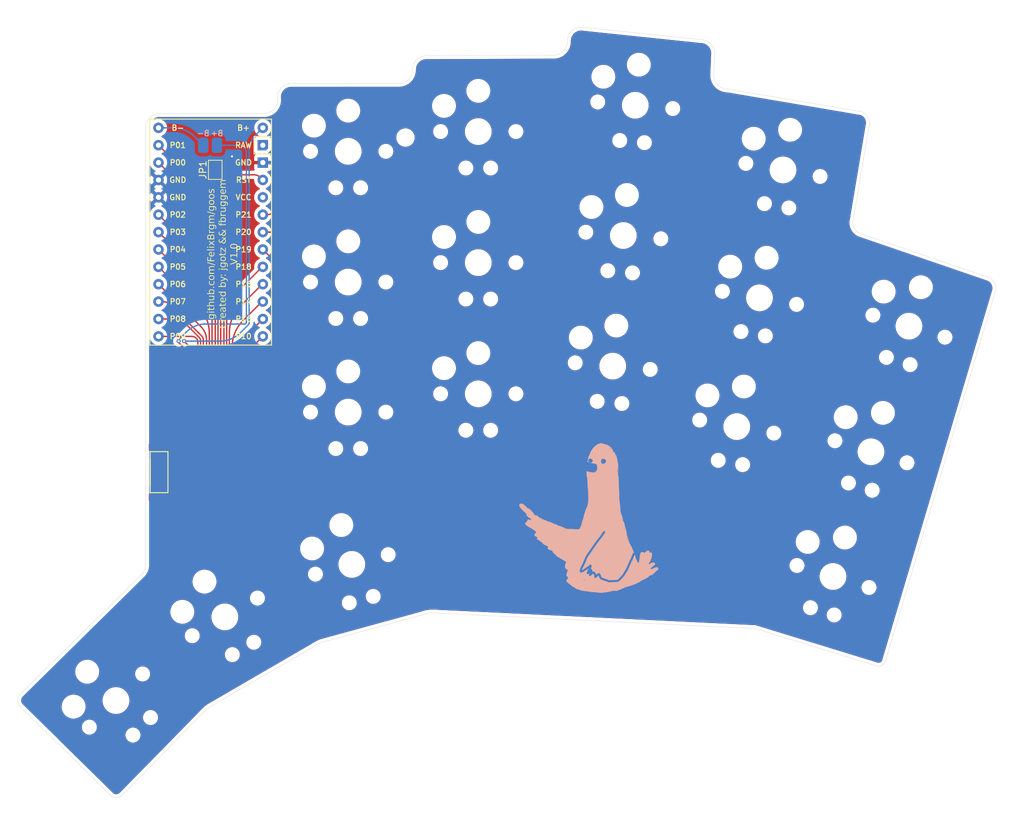
<source format=kicad_pcb>
(kicad_pcb (version 20240108) (generator "pcbnew") (generator_version "8.0")
  (layers (0 "F.Cu" signal) (31 "B.Cu" signal) (34 "B.Paste" user) (35 "F.Paste" user) (36 "B.SilkS" user "B.Silkscreen") (37 "F.SilkS" user "F.Silkscreen") (38 "B.Mask" user) (39 "F.Mask" user) (44 "Edge.Cuts" user))
  (net 0 "")
  (net 1 "Net-(J1-B-)")
  (net 2 "Net-(J1-B+)")
  (net 3 "GND")
  (net 4 "RESET")
  (net 5 "Net-(U1-B+)")
  (net 6 "D4")
  (net 7 "D5")
  (net 8 "D6")
  (net 9 "D0")
  (net 10 "D2")
  (net 11 "D3")
  (net 12 "D15")
  (net 13 "D18")
  (net 14 "D1")
  (net 15 "D10")
  (net 16 "D16")
  (net 17 "D14")
  (net 18 "D21")
  (net 19 "D20")
  (net 20 "D19")
  (net 21 "D7")
  (net 22 "D8")
  (net 23 "D9")
  (footprint "goos:power-switch" (layer "F.Cu") (at 74.39021 103.155554 90)
    (property "Reference" "S1" (hide yes))
    (property "Value" "~" (hide yes))
  )
  (footprint "goos:switch-socket-kailh" (layer "F.Cu") (at 101.96971 75.367491)
    (property "Reference" "S15" (hide yes))
    (property "Value" "~" (hide yes))
  )
  (footprint "goos:switch-socket-kailh" (layer "F.Cu") (at 102.50021 116.635554 15)
    (property "Reference" "S17" (hide yes))
    (property "Value" "~" (hide yes))
  )
  (footprint "goos:switch-socket-kailh" (layer "F.Cu") (at 120.97071 91.702804)
    (property "Reference" "S13" (hide yes))
    (property "Value" "~" (hide yes))
  )
  (footprint "goos:switch-socket-kailh" (layer "F.Cu") (at 165.482539 58.975843 -10)
    (property "Reference" "S5" (hide yes))
    (property "Value" "~" (hide yes))
  )
  (footprint "goos:switch-socket-kailh" (layer "F.Cu") (at 68.05021 136.535554 45)
    (property "Reference" "S19" (hide yes))
    (property "Value" "~" (hide yes))
  )
  (footprint "goos:ProMicro" (layer "F.Cu") (at 81.88171 69.335554 -90)
    (property "Reference" "U1" (hide yes))
    (property "Value" "~" (hide yes))
  )
  (footprint "Jumper:SolderJumper-2_P1.3mm_Open_TrianglePad1.0x1.5mm" (layer "F.Cu") (at 82.55 58.965 90)
    (property "Reference" "JP1")
    (property "Value" "SolderJumper_2_Open" (hide yes))
  )
  (footprint "" (layer "F.Cu") (at 110.33571 54.250054)
    (property "Reference" "")
    (property "Value" "")
  )
  (footprint "goos:switch-socket-kailh" (layer "F.Cu") (at 158.73021 96.495554 -10)
    (property "Reference" "S7" (hide yes))
    (property "Value" "~" (hide yes))
  )
  (footprint "goos:switch-socket-kailh" (layer "F.Cu") (at 101.96971 94.378304)
    (property "Reference" "S16" (hide yes))
    (property "Value" "~" (hide yes))
  )
  (footprint "goos:switch-socket-kailh" (layer "F.Cu") (at 183.88021 81.815554 -17)
    (property "Reference" "S2" (hide yes))
    (property "Value" "~" (hide yes))
  )
  (footprint "goos:switch-socket-kailh" (layer "F.Cu") (at 83.950649 124.309219 30)
    (property "Reference" "S18" (hide yes))
    (property "Value" "~" (hide yes))
  )
  (footprint "goos:switch-socket-kailh" (layer "F.Cu") (at 172.78472 118.403892 -17)
    (property "Reference" "S4" (hide yes))
    (property "Value" "~" (hide yes))
  )
  (footprint "goos:switch-socket-kailh" (layer "F.Cu") (at 120.97071 53.370554)
    (property "Reference" "S11" (hide yes))
    (property "Value" "~" (hide yes))
  )
  (footprint "goos:switch-socket-kailh" (layer "F.Cu") (at 142.16021 68.565554 -5)
    (property "Reference" "S9" (hide yes))
    (property "Value" "~" (hide yes))
  )
  (footprint "goos:switch-socket-kailh" (layer "F.Cu") (at 143.902495 49.528613 -5)
    (property "Reference" "S8" (hide yes))
    (property "Value" "~" (hide yes))
  )
  (footprint "goos:switch-socket-kailh" (layer "F.Cu") (at 140.61021 87.655554 -5)
    (property "Reference" "S10" (hide yes))
    (property "Value" "~" (hide yes))
  )
  (footprint "goos:switch-socket-kailh" (layer "F.Cu") (at 101.96971 56.260554)
    (property "Reference" "S14" (hide yes))
    (property "Value" "~" (hide yes))
  )
  (footprint "goos:switch-socket-kailh" (layer "F.Cu") (at 162.05021 77.675554 -10)
    (property "Reference" "S6" (hide yes))
    (property "Value" "~" (hide yes))
  )
  (footprint "goos:switch-socket-kailh" (layer "F.Cu") (at 120.97071 72.526441)
    (property "Reference" "S12" (hide yes))
    (property "Value" "~" (hide yes))
  )
  (footprint "goos:switch-socket-kailh" (layer "F.Cu") (at 178.33472 100.173892 -17)
    (property "Reference" "S3" (hide yes))
    (property "Value" "~" (hide yes))
  )
  (footprint "goos:bat-connector" (layer "B.Cu") (at 81.804 55.372)
    (property "Reference" "J1" (hide yes))
    (property "Value" "~" (hide yes))
  )
  (gr_poly (pts (xy 138.85801 98.916709) (xy 138.843209 98.918109) (xy 138.827869 98.920261) (xy 138.811809 98.923179) (xy 138.794845 98.926874) (xy 138.776797 98.931361) (xy 138.757482 98.936651) (xy 138.736717 98.942758) (xy 138.71432 98.949694) (xy 138.638091 98.975317) (xy 138.562405 99.003534) (xy 138.490228 99.03296) (xy 138.424526 99.06221) (xy 138.368263 99.089901) (xy 138.344597 99.102729) (xy 138.324403 99.114648) (xy 138.308052 99.125486) (xy 138.295914 99.135068) (xy 138.288359 99.143222) (xy 138.286416 99.146709) (xy 138.285758 99.149775) (xy 138.285706 99.151031) (xy 138.285552 99.152272) (xy 138.285299 99.153495) (xy 138.284948 99.154699) (xy 138.284503 99.155882) (xy 138.283966 99.157043) (xy 138.28334 99.15818) (xy 138.282627 99.159292) (xy 138.281829 99.160377) (xy 138.28095 99.161434) (xy 138.279991 99.16246) (xy 138.278956 99.163455) (xy 138.277847 99.164417) (xy 138.276666 99.165343) (xy 138.275416 99.166234) (xy 138.2741 99.167086) (xy 138.27272 99.167899) (xy 138.271278 99.168671) (xy 138.269777 99.169401) (xy 138.26822 99.170086) (xy 138.26661 99.170725) (xy 138.264948 99.171317) (xy 138.263237 99.17186) (xy 138.26148 99.172353) (xy 138.25968 99.172793) (xy 138.257838 99.17318) (xy 138.255959 99.173512) (xy 138.254043 99.173787) (xy 138.252093 99.174003) (xy 138.250113 99.17416) (xy 138.248104 99.174255) (xy 138.24607 99.174287) (xy 138.242027 99.174393) (xy 138.238098 99.174703) (xy 138.234302 99.175207) (xy 138.23066 99.175894) (xy 138.227193 99.176754) (xy 138.223921 99.177777) (xy 138.220863 99.178952) (xy 138.218041 99.180269) (xy 138.215475 99.181717) (xy 138.213185 99.183286) (xy 138.211191 99.184966) (xy 138.209514 99.186745) (xy 138.208801 99.187669) (xy 138.208175 99.188614) (xy 138.207638 99.189578) (xy 138.207193 99.190561) (xy 138.206842 99.191562) (xy 138.206589 99.192578) (xy 138.206435 99.193609) (xy 138.206383 99.194653) (xy 138.206203 99.195834) (xy 138.20567 99.197274) (xy 138.204793 99.198962) (xy 138.203579 99.200893) (xy 138.200181 99.205447) (xy 138.195545 99.21087) (xy 138.189742 99.217098) (xy 138.182842 99.224068) (xy 138.174916 99.231713) (xy 138.166035 99.239971) (xy 138.156268 99.248776) (xy 138.145687 99.258064) (xy 138.134361 99.267771) (xy 138.122361 99.277832) (xy 138.109757 99.288183) (xy 138.09662 99.298759) (xy 138.08302 99.309496) (xy 138.069028 99.32033) (xy 138.038279 99.344441) (xy 138.007003 99.369979) (xy 137.944019 99.424191) (xy 137.882365 99.480667) (xy 137.824327 99.537114) (xy 137.772193 99.591235) (xy 137.749055 99.616705) (xy 137.728252 99.640734) (xy 137.710068 99.663032) (xy 137.694789 99.683315) (xy 137.682703 99.701294) (xy 137.674094 99.716683) (xy 137.654462 99.756096) (xy 137.635349 99.792169) (xy 137.616877 99.824714) (xy 137.599166 99.853541) (xy 137.58234 99.878462) (xy 137.574295 99.889399) (xy 137.566518 99.899288) (xy 137.559021 99.908107) (xy 137.551822 99.91583) (xy 137.544934 99.922436) (xy 137.538374 99.927899) (xy 137.526688 99.938463) (xy 137.513215 99.953433) (xy 137.498304 99.972201) (xy 137.482307 99.994156) (xy 137.465574 100.01869) (xy 137.448456 100.045192) (xy 137.431303 100.073053) (xy 137.414467 100.101663) (xy 137.398298 100.130413) (xy 137.383147 100.158693) (xy 137.369365 100.185894) (xy 137.357302 100.211406) (xy 137.347309 100.234619) (xy 137.339737 100.254925) (xy 137.334936 100.271712) (xy 137.333685 100.278597) (xy 137.333258 100.284373) (xy 137.333131 100.289642) (xy 137.33276 100.294917) (xy 137.332155 100.300165) (xy 137.331331 100.30535) (xy 137.330299 100.31044) (xy 137.329072 100.3154) (xy 137.327663 100.320196) (xy 137.326084 100.324796) (xy 137.324347 100.329164) (xy 137.322466 100.333267) (xy 137.320452 100.337072) (xy 137.318318 100.340543) (xy 137.316077 100.343648) (xy 137.313742 100.346353) (xy 137.311323 100.348623) (xy 137.308836 100.350425) (xy 137.307561 100.3513) (xy 137.306259 100.352367) (xy 137.304931 100.353618) (xy 137.30358 100.355049) (xy 137.30082 100.358422) (xy 137.298001 100.362439) (xy 137.295144 100.367052) (xy 137.292269 100.372214) (xy 137.2894 100.377876) (xy 137.286556 100.383992) (xy 137.283758 100.390513) (xy 137.28103 100.397391) (xy 137.278391 100.40458) (xy 137.275862 100.41203) (xy 137.273467 100.419695) (xy 137.271224 100.427527) (xy 137.269157 100.435478) (xy 137.267285 100.4435) (xy 137.265207 100.452135) (xy 137.262533 100.461884) (xy 137.255563 100.484293) (xy 137.246709 100.509859) (xy 137.236306 100.537717) (xy 137.224687 100.567) (xy 137.212186 100.596841) (xy 137.199137 100.626374) (xy 137.185874 100.654733) (xy 137.172961 100.682044) (xy 137.160914 100.708571) (xy 137.149998 100.733659) (xy 137.140474 100.756653) (xy 137.132609 100.776897) (xy 137.126664 100.793736) (xy 137.122903 100.806513) (xy 137.121925 100.811174) (xy 137.121591 100.814574) (xy 137.121557 100.815937) (xy 137.121454 100.817282) (xy 137.121285 100.818609) (xy 137.121051 100.819915) (xy 137.120755 100.821198) (xy 137.120396 100.822458) (xy 137.119979 100.823691) (xy 137.119503 100.824897) (xy 137.118972 100.826074) (xy 137.118386 100.82722) (xy 137.117747 100.828334) (xy 137.117057 100.829413) (xy 137.116317 100.830456) (xy 137.11553 100.831461) (xy 137.114697 100.832427) (xy 137.113819 100.833351) (xy 137.112899 100.834233) (xy 137.111938 100.835071) (xy 137.110937 100.835862) (xy 137.109899 100.836605) (xy 137.108826 100.837298) (xy 137.107718 100.83794) (xy 137.106577 100.838529) (xy 137.105406 100.839064) (xy 137.104206 100.839542) (xy 137.102978 100.839961) (xy 137.101725 100.840321) (xy 137.100448 100.840619) (xy 137.099148 100.840854) (xy 137.097828 100.841024) (xy 137.096489 100.841127) (xy 137.095133 100.841162) (xy 137.093777 100.841274) (xy 137.092437 100.841608) (xy 137.091116 100.842157) (xy 137.089815 100.842917) (xy 137.088536 100.843881) (xy 137.08728 100.845044) (xy 137.08605 100.846402) (xy 137.084847 100.847947) (xy 137.083673 100.849675) (xy 137.082528 100.85158) (xy 137.081417 100.853656) (xy 137.080339 100.855899) (xy 137.079296 100.858302) (xy 137.078291 100.860861) (xy 137.077325 100.863569) (xy 137.076399 100.866421) (xy 137.075516 100.869412) (xy 137.074676 100.872535) (xy 137.073137 100.87916) (xy 137.071795 100.88625) (xy 137.070662 100.893763) (xy 137.069754 100.901653) (xy 137.069084 100.909878) (xy 137.068665 100.918392) (xy 137.068511 100.927151) (xy 137.06829 100.936304) (xy 137.067672 100.945971) (xy 137.066678 100.956071) (xy 137.065329 100.966519) (xy 137.063645 100.977233) (xy 137.061646 100.988131) (xy 137.059353 100.999128) (xy 137.056786 101.010143) (xy 137.053965 101.021092) (xy 137.050911 101.031892) (xy 137.047643 101.042461) (xy 137.044183 101.052715) (xy 137.040551 101.062571) (xy 137.036767 101.071947) (xy 137.032851 101.080759) (xy 137.028824 101.088926) (xy 137.024796 101.097007) (xy 137.020878 101.105572) (xy 137.017091 101.114546) (xy 137.013455 101.123854) (xy 137.00999 101.133421) (xy 137.006716 101.143173) (xy 137.003655 101.153036) (xy 137.000826 101.162934) (xy 136.99825 101.172792) (xy 136.995947 101.182538) (xy 136.993938 101.192095) (xy 136.992243 101.201389) (xy 136.990883 101.210346) (xy 136.989877 101.218891) (xy 136.989247 101.226949) (xy 136.989013 101.234446) (xy 136.988779 101.242224) (xy 136.98815 101.251106) (xy 136.985792 101.271772) (xy 136.982099 101.295627) (xy 136.977236 101.32185) (xy 136.971364 101.349625) (xy 136.964646 101.378131) (xy 136.957246 101.406551) (xy 136.949326 101.434064) (xy 136.939694 101.466804) (xy 136.931435 101.497042) (xy 136.92455 101.524834) (xy 136.919043 101.550232) (xy 136.914914 101.57329) (xy 136.912168 101.594062) (xy 136.910807 101.612601) (xy 136.910833 101.628961) (xy 136.912248 101.643196) (xy 136.915056 101.655359) (xy 136.916982 101.66068) (xy 136.919258 101.665503) (xy 136.921883 101.669835) (xy 136.924858 101.673683) (xy 136.928182 101.677053) (xy 136.931857 101.679952) (xy 136.935883 101.682386) (xy 136.940259 101.684363) (xy 136.944986 101.685889) (xy 136.950065 101.686971) (xy 136.961279 101.687828) (xy 136.966596 101.687965) (xy 136.971929 101.688368) (xy 136.977246 101.689023) (xy 136.98251 101.689916) (xy 136.987688 101.691034) (xy 136.992744 101.692363) (xy 136.997644 101.693889) (xy 137.002353 101.6956) (xy 137.006836 101.697482) (xy 137.011059 101.69952) (xy 137.014987 101.701702) (xy 137.018586 101.704013) (xy 137.02182 101.706441) (xy 137.024654 101.708972) (xy 137.027055 101.711591) (xy 137.028987 101.714286) (xy 137.029876 101.715643) (xy 137.030854 101.716982) (xy 137.031918 101.718302) (xy 137.033064 101.719601) (xy 137.034288 101.720879) (xy 137.035588 101.722132) (xy 137.038398 101.72456) (xy 137.041466 101.726871) (xy 137.044764 101.729053) (xy 137.048263 101.731091) (xy 137.051935 101.732973) (xy 137.055751 101.734683) (xy 137.059684 101.73621) (xy 137.063706 101.737539) (xy 137.067787 101.738657) (xy 137.0719 101.73955) (xy 137.076016 101.740205) (xy 137.080107 101.740608) (xy 137.084145 101.740745) (xy 137.087168 101.740709) (xy 137.089993 101.740597) (xy 137.092619 101.740399) (xy 137.095046 101.740107) (xy 137.097272 101.739712) (xy 137.099299 101.739206) (xy 137.101125 101.738579) (xy 137.10275 101.737824) (xy 137.104174 101.736931) (xy 137.105396 101.735893) (xy 137.106416 101.734699) (xy 137.107233 101.733342) (xy 137.107847 101.731813) (xy 137.108259 101.730104) (xy 137.108466 101.728205) (xy 137.10847 101.726108) (xy 137.108269 101.723804) (xy 137.107863 101.721286) (xy 137.107252 101.718543) (xy 137.106435 101.715567) (xy 137.105412 101.71235) (xy 137.104183 101.708884) (xy 137.102747 101.705158) (xy 137.101104 101.701166) (xy 137.099253 101.696897) (xy 137.097195 101.692344) (xy 137.092452 101.68235) (xy 137.086873 101.671114) (xy 137.080454 101.658567) (xy 137.068723 101.633846) (xy 137.058653 101.608401) (xy 137.05024 101.582424) (xy 137.043478 101.556108) (xy 137.038364 101.529643) (xy 137.034892 101.503223) (xy 137.033059 101.47704) (xy 137.032859 101.451285) (xy 137.034287 101.42615) (xy 137.03734 101.401828) (xy 137.042012 101.378511) (xy 137.048299 101.356391) (xy 137.056196 101.335659) (xy 137.065699 101.316508) (xy 137.076803 101.29913) (xy 137.082954 101.291166) (xy 137.089503 101.283717) (xy 137.106273 101.267355) (xy 137.124872 101.251879) (xy 137.14501 101.237382) (xy 137.166396 101.223956) (xy 137.188739 101.211694) (xy 137.211747 101.20069) (xy 137.235131 101.191034) (xy 137.2586 101.182821) (xy 137.281863 101.176142) (xy 137.304629 101.171091) (xy 137.326607 101.16776) (xy 137.347506 101.166241) (xy 137.367037 101.166628) (xy 137.376198 101.167565) (xy 137.384907 101.169013) (xy 137.393129 101.170984) (xy 137.400827 101.173489) (xy 137.407964 101.17654) (xy 137.414505 101.180148) (xy 137.419821 101.18335) (xy 137.425358 101.186462) (xy 137.431073 101.189468) (xy 137.436921 101.192352) (xy 137.442857 101.195098) (xy 137.448837 101.197689) (xy 137.454817 101.200111) (xy 137.460752 101.202346) (xy 137.466597 101.204378) (xy 137.472308 101.206191) (xy 137.477841 101.20777) (xy 137.483151 101.209098) (xy 137.488193 101.210159) (xy 137.492923 101.210936) (xy 137.497297 101.211415) (xy 137.50127 101.211578) (xy 137.503229 101.211669) (xy 137.505344 101.21194) (xy 137.510014 101.213002) (xy 137.515225 101.214728) (xy 137.520923 101.217082) (xy 137.527053 101.220029) (xy 137.533562 101.223533) (xy 137.540394 101.227558) (xy 137.547495 101.232068) (xy 137.554811 101.237028) (xy 137.562287 101.242402) (xy 137.56987 101.248154) (xy 137.577503 101.254248) (xy 137.585134 101.260648) (xy 137.592707 101.26732) (xy 137.600168 101.274226) (xy 137.607462 101.281332) (xy 137.617214 101.291396) (xy 137.626085 101.301243) (xy 137.634109 101.310965) (xy 137.641321 101.320657) (xy 137.647756 101.330412) (xy 137.653449 101.340323) (xy 137.658435 101.350483) (xy 137.662748 101.360987) (xy 137.666423 101.371927) (xy 137.669495 101.383397) (xy 137.672 101.39549) (xy 137.67397 101.4083) (xy 137.675443 101.42192) (xy 137.676451 101.436444) (xy 137.677031 101.451964) (xy 137.677216 101.468575) (xy 137.676569 101.490998) (xy 137.674578 101.512475) (xy 137.671172 101.53311) (xy 137.668916 101.543143) (xy 137.666279 101.553004) (xy 137.663253 101.562705) (xy 137.659829 101.572259) (xy 137.655997 101.58168) (xy 137.651749 101.590979) (xy 137.647075 101.60017) (xy 137.641967 101.609266) (xy 137.636416 101.618279) (xy 137.630412 101.627222) (xy 137.623947 101.636108) (xy 137.617013 101.644949) (xy 137.601697 101.662551) (xy 137.584393 101.680129) (xy 137.56503 101.697785) (xy 137.543536 101.715623) (xy 137.519839 101.733745) (xy 137.493867 101.752253) (xy 137.465549 101.77125) (xy 137.399404 101.814447) (xy 137.505237 101.831584) (xy 137.528515 101.835564) (xy 137.554134 101.840317) (xy 137.609032 101.851428) (xy 137.663216 101.863489) (xy 137.68794 101.86943) (xy 137.709966 101.875073) (xy 137.733329 101.880693) (xy 137.761882 101.886567) (xy 137.794518 101.892521) (xy 137.830128 101.898383) (xy 137.867605 101.903977) (xy 137.90584 101.90913) (xy 137.943725 101.913669) (xy 137.980152 101.91742) (xy 138.033765 101.922848) (xy 138.056199 101.92563) (xy 138.076091 101.928635) (xy 138.093723 101.931994) (xy 138.109373 101.93584) (xy 138.123324 101.940308) (xy 138.135853 101.945528) (xy 138.147243 101.951634) (xy 138.157774 101.958758) (xy 138.167725 101.967034) (xy 138.177377 101.976593) (xy 138.18701 101.987569) (xy 138.196905 102.000095) (xy 138.207341 102.014303) (xy 138.2186 102.030325) (xy 138.23209 102.050393) (xy 138.244676 102.070276) (xy 138.256081 102.089457) (xy 138.26603 102.107417) (xy 138.274248 102.123637) (xy 138.277622 102.130933) (xy 138.280459 102.1376) (xy 138.282726 102.143573) (xy 138.284388 102.148787) (xy 138.28541 102.153178) (xy 138.285758 102.15668) (xy 138.28589 102.159726) (xy 138.286277 102.162775) (xy 138.286906 102.16581) (xy 138.287764 102.16881) (xy 138.288838 102.171755) (xy 138.290115 102.174626) (xy 138.291581 102.177403) (xy 138.293225 102.180067) (xy 138.295032 102.182598) (xy 138.29699 102.184977) (xy 138.299086 102.187183) (xy 138.301307 102.189198) (xy 138.30364 102.191001) (xy 138.306071 102.192573) (xy 138.307319 102.193266) (xy 138.308588 102.193894) (xy 138.309874 102.194455) (xy 138.311177 102.194946) (xy 138.312487 102.195744) (xy 138.313793 102.19722) (xy 138.315094 102.199355) (xy 138.316388 102.202131) (xy 138.318945 102.209537) (xy 138.321451 102.219298) (xy 138.323887 102.231274) (xy 138.32624 102.245324) (xy 138.328494 102.261308) (xy 138.330632 102.279085) (xy 138.332639 102.298514) (xy 138.3345 102.319456) (xy 138.336198 102.341769) (xy 138.337719 102.365313) (xy 138.340164 102.415533) (xy 138.341058 102.441928) (xy 138.341711 102.468992) (xy 138.342102 102.519059) (xy 138.34131 102.566755) (xy 138.339353 102.612015) (xy 138.336247 102.654777) (xy 138.332009 102.694977) (xy 138.326656 102.73255) (xy 138.320204 102.767434) (xy 138.312669 102.799565) (xy 138.30407 102.828878) (xy 138.294421 102.855312) (xy 138.283741 102.878801) (xy 138.272045 102.899282) (xy 138.259351 102.916692) (xy 138.245675 102.930967) (xy 138.231034 102.942044) (xy 138.215444 102.949858) (xy 138.213623 102.950598) (xy 138.211826 102.951408) (xy 138.208309 102.953229) (xy 138.204912 102.955299) (xy 138.201653 102.957595) (xy 138.198549 102.960095) (xy 138.19562 102.962775) (xy 138.192884 102.965612) (xy 138.190358 102.968584) (xy 138.188061 102.971668) (xy 138.186012 102.974841) (xy 138.184228 102.97808) (xy 138.182727 102.981362) (xy 138.182089 102.983012) (xy 138.181528 102.984665) (xy 138.181047 102.986316) (xy 138.180649 102.987965) (xy 138.180335 102.989606) (xy 138.180108 102.991239) (xy 138.17997 102.99286) (xy 138.179924 102.994465) (xy 138.179732 102.998143) (xy 138.179159 103.001918) (xy 138.178205 103.005789) (xy 138.176874 103.009755) (xy 138.175166 103.013814) (xy 138.173085 103.017964) (xy 138.170632 103.022203) (xy 138.167809 103.02653) (xy 138.164618 103.030942) (xy 138.161061 103.035439) (xy 138.157141 103.040019) (xy 138.152859 103.044679) (xy 138.148217 103.049418) (xy 138.143217 103.054234) (xy 138.132153 103.064092) (xy 138.119682 103.074239) (xy 138.105821 103.084661) (xy 138.090585 103.095343) (xy 138.073992 103.106274) (xy 138.056056 103.117437) (xy 138.036795 103.128821) (xy 138.016225 103.140411) (xy 137.994361 103.152193) (xy 137.981032 103.158947) (xy 137.967863 103.165025) (xy 137.95473 103.170444) (xy 137.941507 103.175222) (xy 137.928067 103.179377) (xy 137.914285 103.182926) (xy 137.900035 103.185887) (xy 137.885191 103.188276) (xy 137.869628 103.190112) (xy 137.853219 103.191413) (xy 137.835839 103.192194) (xy 137.817362 103.192474) (xy 137.797663 103.192271) (xy 137.776614 103.191602) (xy 137.754091 103.190484) (xy 137.729968 103.188935) (xy 137.649461 103.181369) (xy 137.553372 103.169408) (xy 137.449173 103.154323) (xy 137.344332 103.137383) (xy 137.246322 103.119857) (xy 137.162612 103.103014) (xy 137.100672 103.088125) (xy 137.080201 103.081809) (xy 137.067974 103.076457) (xy 137.064629 103.074715) (xy 137.059992 103.072802) (xy 137.054146 103.070738) (xy 137.047174 103.068543) (xy 137.030184 103.063834) (xy 137.009687 103.058829) (xy 136.986348 103.053682) (xy 136.960831 103.048546) (xy 136.933801 103.043577) (xy 136.905923 103.038927) (xy 136.769772 103.017404) (xy 136.78572 103.364647) (xy 136.789421 103.436021) (xy 136.793836 103.505738) (xy 136.798798 103.572049) (xy 136.804143 103.633204) (xy 136.809705 103.687452) (xy 136.815319 103.733045) (xy 136.82082 103.768233) (xy 136.826041 103.791265) (xy 136.837714 103.830783) (xy 136.848344 103.870201) (xy 136.857994 103.91016) (xy 136.866728 103.9513) (xy 136.87461 103.994262) (xy 136.881704 104.039685) (xy 136.888072 104.088211) (xy 136.893779 104.14048) (xy 136.898888 104.197132) (xy 136.903462 104.258808) (xy 136.911263 104.399792) (xy 136.917689 104.568556) (xy 136.923251 104.770223) (xy 136.931141 105.025132) (xy 136.941311 105.24978) (xy 136.952449 105.419858) (xy 136.957971 105.476836) (xy 136.963243 105.511056) (xy 136.969114 105.539203) (xy 136.974694 105.572219) (xy 136.980002 105.610407) (xy 136.985055 105.65407) (xy 136.994462 105.759026) (xy 137.003056 105.889508) (xy 137.010972 106.047932) (xy 137.018351 106.236717) (xy 137.02533 106.458283) (xy 137.032047 106.715046) (xy 137.035483 106.878755) (xy 137.037188 107.018842) (xy 137.03704 107.139085) (xy 137.034917 107.243264) (xy 137.030695 107.33516) (xy 137.024254 107.418552) (xy 137.01547 107.497219) (xy 137.004221 107.574943) (xy 136.979771 107.726273) (xy 136.959274 107.846181) (xy 136.941035 107.941277) (xy 136.923356 108.018172) (xy 136.914197 108.051861) (xy 136.904542 108.083477) (xy 136.894179 108.113849) (xy 136.882896 108.143802) (xy 136.856721 108.205757) (xy 136.824322 108.275953) (xy 136.776421 108.379106) (xy 136.732344 108.477081) (xy 136.692881 108.56793) (xy 136.658823 108.64971) (xy 136.630958 108.720473) (xy 136.610077 108.778275) (xy 136.596969 108.82117) (xy 136.593577 108.836419) (xy 136.592424 108.847211) (xy 136.592144 108.85193) (xy 136.591321 108.858058) (xy 136.589985 108.865498) (xy 136.588161 108.874153) (xy 136.583165 108.894718) (xy 136.576554 108.918972) (xy 136.56855 108.946136) (xy 136.559375 108.97543) (xy 136.54925 109.006075) (xy 136.538397 109.03729) (xy 136.518352 109.095221) (xy 136.498914 109.155346) (xy 136.479322 109.220447) (xy 136.458818 109.293305) (xy 136.436642 109.376701) (xy 136.412034 109.473417) (xy 136.384234 109.586233) (xy 136.352483 109.717931) (xy 136.341837 109.761279) (xy 136.330984 109.803318) (xy 136.320229 109.843015) (xy 136.309874 109.879335) (xy 136.300223 109.911243) (xy 136.291578 109.937705) (xy 136.284245 109.957687) (xy 136.278525 109.970153) (xy 136.276052 109.974725) (xy 136.273458 109.980031) (xy 136.270766 109.986009) (xy 136.267996 109.992593) (xy 136.262311 110.007325) (xy 136.256576 110.023712) (xy 136.250961 110.04124) (xy 136.24564 110.059395) (xy 136.240784 110.077662) (xy 136.236565 110.095528) (xy 136.234541 110.104247) (xy 136.232325 110.112875) (xy 136.229939 110.121361) (xy 136.227405 110.129653) (xy 136.224745 110.137701) (xy 136.221982 110.145453) (xy 136.219138 110.152858) (xy 136.216234 110.159865) (xy 136.213293 110.166423) (xy 136.210337 110.17248) (xy 136.207387 110.177985) (xy 136.204466 110.182887) (xy 136.201596 110.187135) (xy 136.1988 110.190677) (xy 136.196098 110.193462) (xy 136.193513 110.19544) (xy 136.192262 110.19633) (xy 136.191026 110.197441) (xy 136.189807 110.198766) (xy 136.188608 110.200298) (xy 136.187429 110.20203) (xy 136.186272 110.203955) (xy 136.184031 110.20836) (xy 136.181897 110.213459) (xy 136.179883 110.219199) (xy 136.178002 110.225525) (xy 136.176265 110.232384) (xy 136.174686 110.239723) (xy 136.173277 110.247487) (xy 136.17205 110.255624) (xy 136.171018 110.26408) (xy 136.170194 110.2728) (xy 136.16959 110.281732) (xy 136.169218 110.290821) (xy 136.169091 110.300014) (xy 136.168973 110.309203) (xy 136.168626 110.318277) (xy 136.168063 110.327183) (xy 136.167295 110.335869) (xy 136.166333 110.344281) (xy 136.16519 110.352366) (xy 136.163876 110.360071) (xy 136.162404 110.367344) (xy 136.160786 110.37413) (xy 136.159032 110.380377) (xy 136.157155 110.386032) (xy 136.155167 110.391041) (xy 136.153078 110.395353) (xy 136.150901 110.398912) (xy 136.148647 110.401668) (xy 136.146328 110.403565) (xy 136.145139 110.404445) (xy 136.143923 110.405626) (xy 136.142681 110.407101) (xy 136.141417 110.40886) (xy 136.13883 110.413199) (xy 136.136181 110.418572) (xy 136.133492 110.424911) (xy 136.130782 110.432147) (xy 136.128072 110.44021) (xy 136.125382 110.449031) (xy 136.122731 110.458541) (xy 136.12014 110.468671) (xy 136.11763 110.479351) (xy 136.11522 110.490512) (xy 136.11293 110.502086) (xy 136.110781 110.514002) (xy 136.108793 110.526192) (xy 136.106986 110.538586) (xy 136.102614 110.565187) (xy 136.096219 110.596586) (xy 136.078296 110.670779) (xy 136.05509 110.75517) (xy 136.028474 110.843762) (xy 136.00032 110.93056) (xy 135.9725 111.009567) (xy 135.946887 111.074786) (xy 135.935494 111.100352) (xy 135.925354 111.120223) (xy 135.907685 111.152698) (xy 135.881579 111.201999) (xy 135.850555 111.261433) (xy 135.818131 111.3243) (xy 135.810013 111.33977) (xy 135.801677 111.354947) (xy 135.784601 111.384081) (xy 135.7674 111.411027) (xy 135.758908 111.423469) (xy 135.75057 111.435109) (xy 135.74245 111.445864) (xy 135.73461 111.455649) (xy 135.72711 111.46438) (xy 135.720015 111.471971) (xy 135.713385 111.478339) (xy 135.707283 111.483399) (xy 135.701772 111.487066) (xy 135.696912 111.489256) (xy 135.67584 111.493063) (xy 135.640909 111.496035) (xy 135.53787 111.49964) (xy 135.404597 111.5004) (xy 135.257885 111.498646) (xy 135.114535 111.494706) (xy 134.991344 111.488911) (xy 134.90511 111.481591) (xy 134.881102 111.477462) (xy 134.878593 111.476601) (xy 133.867216 111.476601) (xy 133.867164 111.477895) (xy 133.86701 111.479133) (xy 133.866756 111.480314) (xy 133.866406 111.481438) (xy 133.865961 111.482505) (xy 133.865424 111.483513) (xy 133.864797 111.484461) (xy 133.864084 111.48535) (xy 133.863286 111.486179) (xy 133.862407 111.486946) (xy 133.861449 111.487651) (xy 133.860414 111.488294) (xy 133.859304 111.488874) (xy 133.858123 111.489389) (xy 133.856873 111.489841) (xy 133.855557 111.490227) (xy 133.854177 111.490547) (xy 133.852735 111.490801) (xy 133.851234 111.490988) (xy 133.849677 111.491107) (xy 133.848067 111.491157) (xy 133.846405 111.491138) (xy 133.844694 111.491049) (xy 133.842937 111.49089) (xy 133.841137 111.49066) (xy 133.839296 111.490358) (xy 133.837416 111.489983) (xy 133.8355 111.489535) (xy 133.833551 111.489014) (xy 133.83157 111.488417) (xy 133.829562 111.487746) (xy 133.827528 111.486999) (xy 133.823485 111.485393) (xy 133.819555 111.483726) (xy 133.81576 111.482012) (xy 133.812118 111.480263) (xy 133.80865 111.478493) (xy 133.805378 111.476715) (xy 133.80232 111.474942) (xy 133.799498 111.473186) (xy 133.796932 111.471462) (xy 133.794642 111.469783) (xy 133.792648 111.468161) (xy 133.790971 111.466609) (xy 133.789632 111.465141) (xy 133.78865 111.46377) (xy 133.788045 111.462508) (xy 133.787891 111.461923) (xy 133.78784 111.46137) (xy 133.787891 111.460837) (xy 133.788045 111.460311) (xy 133.788299 111.459792) (xy 133.78865 111.459281) (xy 133.789095 111.458779) (xy 133.789632 111.458286) (xy 133.790258 111.457804) (xy 133.790971 111.457332) (xy 133.791769 111.456872) (xy 133.792648 111.456424) (xy 133.793607 111.455988) (xy 133.794642 111.455566) (xy 133.795751 111.455159) (xy 133.796932 111.454765) (xy 133.799498 111.454026) (xy 133.80232 111.453354) (xy 133.805378 111.452754) (xy 133.80865 111.452232) (xy 133.812118 111.451793) (xy 133.81576 111.451442) (xy 133.819555 111.451185) (xy 133.823485 111.451027) (xy 133.827528 111.450973) (xy 133.83157 111.451106) (xy 133.8355 111.451496) (xy 133.839296 111.45213) (xy 133.842937 111.452995) (xy 133.846405 111.454078) (xy 133.849677 111.455365) (xy 133.852735 111.456844) (xy 133.855557 111.458501) (xy 133.858123 111.460323) (xy 133.860414 111.462298) (xy 133.862407 111.464411) (xy 133.863286 111.465516) (xy 133.864084 111.46665) (xy 133.864797 111.467813) (xy 133.865424 111.469002) (xy 133.865961 111.470216) (xy 133.866406 111.471453) (xy 133.866756 111.472712) (xy 133.86701 111.473991) (xy 133.867164 111.475288) (xy 133.867216 111.476601) (xy 134.878593 111.476601) (xy 134.874794 111.475298) (xy 134.872633 111.473075) (xy 134.872068 111.471941) (xy 134.870392 111.470822) (xy 134.863819 111.468631) (xy 134.853133 111.466515) (xy 134.838557 111.464485) (xy 134.820312 111.462553) (xy 134.798619 111.460729) (xy 134.745777 111.457451) (xy 134.681801 111.454744) (xy 134.608462 111.452698) (xy 134.527533 111.451404) (xy 134.440783 111.450953) (xy 134.326796 111.450447) (xy 134.229061 111.44884) (xy 134.145796 111.445995) (xy 134.07522 111.441776) (xy 134.01555 111.436047) (xy 133.965005 111.428671) (xy 133.945384 111.424512) (xy 133.761382 111.424512) (xy 133.761348 111.425869) (xy 133.761245 111.427208) (xy 133.761076 111.428528) (xy 133.760842 111.429827) (xy 133.760546 111.431105) (xy 133.760188 111.432358) (xy 133.75977 111.433586) (xy 133.759295 111.434786) (xy 133.758763 111.435957) (xy 133.758177 111.437097) (xy 133.757538 111.438205) (xy 133.756848 111.439279) (xy 133.756108 111.440317) (xy 133.755321 111.441318) (xy 133.754488 111.442279) (xy 133.75361 111.443199) (xy 133.75269 111.444077) (xy 133.751729 111.44491) (xy 133.750728 111.445697) (xy 133.74969 111.446437) (xy 133.748617 111.447127) (xy 133.747509 111.447766) (xy 133.746368 111.448352) (xy 133.745197 111.448883) (xy 133.743997 111.449359) (xy 133.742769 111.449777) (xy 133.741516 111.450134) (xy 133.740239 111.450431) (xy 133.738939 111.450665) (xy 133.737619 111.450834) (xy 133.73628 111.450937) (xy 133.734924 111.450971) (xy 133.733567 111.450937) (xy 133.732228 111.450834) (xy 133.730908 111.450665) (xy 133.729609 111.450431) (xy 133.728331 111.450134) (xy 133.727078 111.449777) (xy 133.72585 111.449359) (xy 133.72465 111.448883) (xy 133.723479 111.448352) (xy 133.722339 111.447766) (xy 133.721231 111.447127) (xy 133.720157 111.446437) (xy 133.719119 111.445697) (xy 133.718118 111.44491) (xy 133.717157 111.444077) (xy 133.716237 111.443199) (xy 133.715359 111.442279) (xy 133.714526 111.441318) (xy 133.713739 111.440317) (xy 133.713 111.439279) (xy 133.712309 111.438205) (xy 133.71167 111.437097) (xy 133.711084 111.435957) (xy 133.710553 111.434786) (xy 133.710077 111.433586) (xy 133.70966 111.432358) (xy 133.709302 111.431105) (xy 133.709005 111.429827) (xy 133.708771 111.428528) (xy 133.708602 111.427208) (xy 133.708499 111.425869) (xy 133.708465 111.424512) (xy 133.708499 111.423156) (xy 133.708602 111.421817) (xy 133.708771 111.420497) (xy 133.709005 111.419197) (xy 133.709302 111.41792) (xy 133.70966 111.416667) (xy 133.710077 111.415439) (xy 133.710553 111.414239) (xy 133.711084 111.413068) (xy 133.71167 111.411927) (xy 133.712309 111.41082) (xy 133.713 111.409746) (xy 133.713739 111.408708) (xy 133.714526 111.407707) (xy 133.715359 111.406746) (xy 133.716237 111.405826) (xy 133.717157 111.404948) (xy 133.718118 111.404115) (xy 133.719119 111.403328) (xy 133.720157 111.402588) (xy 133.721231 111.401898) (xy 133.722339 111.401259) (xy 133.723479 111.400673) (xy 133.72465 111.400142) (xy 133.72585 111.399666) (xy 133.727078 111.399248) (xy 133.728331 111.39889) (xy 133.729609 111.398594) (xy 133.730908 111.39836) (xy 133.732228 111.398191) (xy 133.733567 111.398088) (xy 133.734924 111.398054) (xy 133.73628 111.398088) (xy 133.737619 111.398191) (xy 133.738939 111.39836) (xy 133.740239 111.398594) (xy 133.741516 111.39889) (xy 133.742769 111.399248) (xy 133.743997 111.399666) (xy 133.745197 111.400142) (xy 133.746368 111.400673) (xy 133.747509 111.401259) (xy 133.748617 111.401898) (xy 133.74969 111.402588) (xy 133.750728 111.403328) (xy 133.751729 111.404115) (xy 133.75269 111.404948) (xy 133.75361 111.405826) (xy 133.754488 111.406746) (xy 133.755321 111.407707) (xy 133.756108 111.408708) (xy 133.756848 111.409746) (xy 133.757538 111.41082) (xy 133.758177 111.411927) (xy 133.758763 111.413068) (xy 133.759295 111.414239) (xy 133.75977 111.415439) (xy 133.760188 111.416667) (xy 133.760546 111.41792) (xy 133.760842 111.419197) (xy 133.761076 111.420497) (xy 133.761245 111.421817) (xy 133.761348 111.423156) (xy 133.761382 111.424512) (xy 133.945384 111.424512) (xy 133.921803 111.419514) (xy 133.884164 111.408439) (xy 133.858081 111.400165) (xy 133.831777 111.392962) (xy 133.805969 111.38695) (xy 133.781374 111.38225) (xy 133.758708 111.378983) (xy 133.748323 111.377924) (xy 133.738688 111.377269) (xy 133.729894 111.377033) (xy 133.722031 111.37723) (xy 133.715187 111.377876) (xy 133.709452 111.378986) (xy 133.70396 111.380297) (xy 133.698824 111.38127) (xy 133.694054 111.381909) (xy 133.689662 111.382219) (xy 133.685657 111.382205) (xy 133.682051 111.381871) (xy 133.680401 111.381586) (xy 133.678854 111.381223) (xy 133.677412 111.380782) (xy 133.676076 111.380264) (xy 133.674848 111.379669) (xy 133.673729 111.378999) (xy 133.67272 111.378253) (xy 133.671822 111.377433) (xy 133.671038 111.376538) (xy 133.670367 111.37557) (xy 133.669812 111.374529) (xy 133.669374 111.373415) (xy 133.669054 111.37223) (xy 133.668854 111.370973) (xy 133.668774 111.369646) (xy 133.668816 111.368248) (xy 133.668982 111.366781) (xy 133.669273 111.365245) (xy 133.66969 111.363641) (xy 133.670234 111.361968) (xy 133.670932 111.358114) (xy 133.670427 111.35398) (xy 133.668785 111.349594) (xy 133.666159 111.345138) (xy 133.549714 111.345138) (xy 133.549679 111.346494) (xy 133.549577 111.347833) (xy 133.549408 111.349153) (xy 133.549174 111.350453) (xy 133.548877 111.35173) (xy 133.548519 111.352983) (xy 133.548102 111.354211) (xy 133.547626 111.355411) (xy 133.547095 111.356582) (xy 133.546509 111.357723) (xy 133.54587 111.358831) (xy 133.54518 111.359905) (xy 133.54444 111.360942) (xy 133.543653 111.361943) (xy 133.54282 111.362904) (xy 133.541942 111.363824) (xy 133.541022 111.364702) (xy 133.540061 111.365535) (xy 133.539061 111.366322) (xy 133.538023 111.367062) (xy 133.536949 111.367752) (xy 133.535841 111.368391) (xy 133.534701 111.368977) (xy 133.53353 111.369509) (xy 133.53233 111.369984) (xy 133.531102 111.370402) (xy 133.529849 111.37076) (xy 133.528572 111.371057) (xy 133.527272 111.37129) (xy 133.525952 111.371459) (xy 133.524613 111.371562) (xy 133.523257 111.371597) (xy 133.5219 111.371562) (xy 133.520561 111.371459) (xy 133.519241 111.37129) (xy 133.517942 111.371057) (xy 133.516664 111.37076) (xy 133.515411 111.370402) (xy 133.514184 111.369984) (xy 133.512983 111.369509) (xy 133.511812 111.368977) (xy 133.510672 111.368391) (xy 133.509564 111.367752) (xy 133.50849 111.367062) (xy 133.507452 111.366322) (xy 133.506452 111.365535) (xy 133.50549 111.364702) (xy 133.50457 111.363824) (xy 133.503693 111.362904) (xy 133.502859 111.361943) (xy 133.502072 111.360942) (xy 133.501333 111.359905) (xy 133.500643 111.358831) (xy 133.500004 111.357723) (xy 133.499417 111.356582) (xy 133.498886 111.355411) (xy 133.49841 111.354211) (xy 133.497993 111.352983) (xy 133.497635 111.35173) (xy 133.497338 111.350453) (xy 133.497104 111.349153) (xy 133.496935 111.347833) (xy 133.496833 111.346494) (xy 133.496798 111.345138) (xy 133.496833 111.343782) (xy 133.496935 111.342443) (xy 133.497104 111.341122) (xy 133.497338 111.339823) (xy 133.497635 111.338546) (xy 133.497993 111.337292) (xy 133.49841 111.336065) (xy 133.498886 111.334864) (xy 133.499417 111.333693) (xy 133.500004 111.332553) (xy 133.500643 111.331445) (xy 133.501333 111.330371) (xy 133.502072 111.329333) (xy 133.502859 111.328333) (xy 133.503693 111.327372) (xy 133.50457 111.326451) (xy 133.50549 111.325574) (xy 133.506452 111.32474) (xy 133.507452 111.323953) (xy 133.50849 111.323214) (xy 133.509564 111.322524) (xy 133.510672 111.321885) (xy 133.511812 111.321298) (xy 133.512983 111.320767) (xy 133.514184 111.320291) (xy 133.515411 111.319874) (xy 133.516664 111.319516) (xy 133.517942 111.319219) (xy 133.519241 111.318985) (xy 133.520561 111.318816) (xy 133.5219 111.318714) (xy 133.523257 111.318679) (xy 133.524613 111.318714) (xy 133.525952 111.318816) (xy 133.527272 111.318985) (xy 133.528572 111.319219) (xy 133.529849 111.319516) (xy 133.531102 111.319874) (xy 133.53233 111.320291) (xy 133.53353 111.320767) (xy 133.534701 111.321298) (xy 133.535841 111.321885) (xy 133.536949 111.322524) (xy 133.538023 111.323214) (xy 133.539061 111.323953) (xy 133.540061 111.32474) (xy 133.541022 111.325574) (xy 133.541942 111.326451) (xy 133.54282 111.327372) (xy 133.543653 111.328333) (xy 133.54444 111.329333) (xy 133.54518 111.330371) (xy 133.54587 111.331445) (xy 133.546509 111.332553) (xy 133.547095 111.333693) (xy 133.547626 111.334864) (xy 133.548102 111.336065) (xy 133.548519 111.337292) (xy 133.548877 111.338546) (xy 133.549174 111.339823) (xy 133.549408 111.341122) (xy 133.549577 111.342443) (xy 133.549679 111.343782) (xy 133.549714 111.345138) (xy 133.666159 111.345138) (xy 133.666071 111.344988) (xy 133.662349 111.340191) (xy 133.657684 111.335232) (xy 133.652141 111.33014) (xy 133.645786 111.324947) (xy 133.630896 111.314371) (xy 133.613533 111.303743) (xy 133.594217 111.293298) (xy 133.573467 111.283275) (xy 133.551803 111.273911) (xy 133.529744 111.265444) (xy 133.507809 111.25811) (xy 133.486518 111.252147) (xy 133.46639 111.247793) (xy 133.456924 111.246293) (xy 133.447944 111.245285) (xy 133.439515 111.244797) (xy 133.4317 111.24486) (xy 133.424566 111.245502) (xy 133.418177 111.246755) (xy 133.4125 111.248119) (xy 133.407238 111.249133) (xy 133.402399 111.249799) (xy 133.397988 111.250122) (xy 133.394011 111.250104) (xy 133.392187 111.249967) (xy 133.390474 111.249747) (xy 133.388872 111.249443) (xy 133.387382 111.249055) (xy 133.386005 111.248584) (xy 133.384741 111.24803) (xy 133.383592 111.247394) (xy 133.382558 111.246676) (xy 133.38164 111.245876) (xy 133.380838 111.244995) (xy 133.380154 111.244033) (xy 133.379587 111.24299) (xy 133.379139 111.241867) (xy 133.378811 111.240665) (xy 133.378603 111.239382) (xy 133.378516 111.238021) (xy 133.37855 111.236581) (xy 133.378707 111.235062) (xy 133.378986 111.233466) (xy 133.37939 111.231791) (xy 133.379918 111.23004) (xy 133.380572 111.228211) (xy 133.380999 111.226254) (xy 133.380835 111.224163) (xy 133.380083 111.221937) (xy 133.378747 111.219581) (xy 133.376831 111.217095) (xy 133.37434 111.214481) (xy 133.371277 111.211741) (xy 133.367646 111.208878) (xy 133.363452 111.205892) (xy 133.358698 111.202786) (xy 133.347527 111.19622) (xy 133.334165 111.189196) (xy 133.318645 111.181727) (xy 133.300998 111.173829) (xy 133.281257 111.165518) (xy 133.259454 111.156806) (xy 133.23562 111.14771) (xy 133.209788 111.138245) (xy 133.18199 111.128424) (xy 133.152257 111.118264) (xy 133.120623 111.107778) (xy 133.012559 111.071414) (xy 132.919437 111.038112) (xy 132.881584 111.023762) (xy 132.851193 111.011559) (xy 132.829506 111.001965) (xy 132.817765 110.99544) (xy 132.814169 110.99302) (xy 132.809776 110.990608) (xy 132.804646 110.988219) (xy 132.798841 110.985867) (xy 132.792421 110.983568) (xy 132.785447 110.981337) (xy 132.777981 110.979189) (xy 132.770084 110.977139) (xy 132.761817 110.975202) (xy 132.75324 110.973393) (xy 132.744415 110.971727) (xy 132.735403 110.970219) (xy 132.726265 110.968885) (xy 132.717061 110.967739) (xy 132.707854 110.966796) (xy 132.698704 110.966071) (xy 132.688134 110.965067) (xy 132.67752 110.963475) (xy 132.666884 110.961306) (xy 132.656247 110.958571) (xy 132.645629 110.955279) (xy 132.635053 110.951442) (xy 132.62454 110.94707) (xy 132.614109 110.942174) (xy 132.603784 110.936763) (xy 132.593584 110.930849) (xy 132.583532 110.924443) (xy 132.573647 110.917554) (xy 132.563953 110.910193) (xy 132.554469 110.902371) (xy 132.545217 110.894098) (xy 132.536218 110.885384) (xy 132.524852 110.874146) (xy 132.514234 110.864138) (xy 132.504233 110.855315) (xy 132.494718 110.847632) (xy 132.485559 110.841043) (xy 132.481071 110.838144) (xy 132.476624 110.835502) (xy 132.4722 110.83311) (xy 132.467783 110.830963) (xy 132.463356 110.829056) (xy 132.458904 110.827382) (xy 132.454411 110.825936) (xy 132.449859 110.824712) (xy 132.445232 110.823705) (xy 132.440514 110.822908) (xy 132.435689 110.822317) (xy 132.43074 110.821924) (xy 132.425652 110.821726) (xy 132.420406 110.821715) (xy 132.409382 110.822235) (xy 132.397535 110.823438) (xy 132.384736 110.825279) (xy 132.370853 110.827712) (xy 132.360493 110.829534) (xy 132.35067 110.831015) (xy 132.341404 110.832158) (xy 132.332711 110.832964) (xy 132.32461 110.833435) (xy 132.317119 110.833575) (xy 132.310255 110.833384) (xy 132.304038 110.832865) (xy 132.298485 110.83202) (xy 132.293613 110.830851) (xy 132.289442 110.82936) (xy 132.285989 110.827549) (xy 132.283271 110.825421) (xy 132.282194 110.824239) (xy 132.281308 110.822978) (xy 132.280615 110.821639) (xy 132.280117 110.820221) (xy 132.279816 110.818726) (xy 132.279716 110.817153) (xy 132.279776 110.815733) (xy 132.279956 110.814325) (xy 132.280252 110.812932) (xy 132.280661 110.811555) (xy 132.28118 110.810196) (xy 132.281806 110.808858) (xy 132.282537 110.807542) (xy 132.283369 110.806249) (xy 132.2843 110.804983) (xy 132.285325 110.803745) (xy 132.286444 110.802536) (xy 132.287651 110.801359) (xy 132.288945 110.800216) (xy 132.290323 110.799108) (xy 132.291781 110.798038) (xy 132.293317 110.797006) (xy 132.294927 110.796016) (xy 132.296609 110.79507) (xy 132.29836 110.794168) (xy 132.300177 110.793313) (xy 132.302056 110.792507) (xy 132.303995 110.791751) (xy 132.30599 110.791049) (xy 132.30804 110.7904) (xy 132.31014 110.789809) (xy 132.312289 110.789275) (xy 132.314482 110.788802) (xy 132.316717 110.788391) (xy 132.318991 110.788045) (xy 132.321302 110.787764) (xy 132.323645 110.787551) (xy 132.326019 110.787408) (xy 132.332387 110.78708) (xy 132.337946 110.786702) (xy 132.342698 110.786266) (xy 132.346648 110.785765) (xy 132.349799 110.78519) (xy 132.352153 110.784535) (xy 132.353033 110.784174) (xy 132.353714 110.78379) (xy 132.354199 110.783382) (xy 132.354486 110.782949) (xy 132.354577 110.78249) (xy 132.354472 110.782003) (xy 132.354171 110.781489) (xy 132.353675 110.780946) (xy 132.352983 110.780372) (xy 132.352097 110.779768) (xy 132.349744 110.778462) (xy 132.346618 110.777021) (xy 132.344949 110.776343) (xy 132.138934 110.776343) (xy 132.138669 110.778964) (xy 132.137833 110.78127) (xy 132.136445 110.783264) (xy 132.134523 110.784947) (xy 132.132083 110.786323) (xy 132.129144 110.787395) (xy 132.125723 110.788164) (xy 132.121838 110.788634) (xy 132.117507 110.788807) (xy 132.112747 110.788685) (xy 132.107575 110.788272) (xy 132.10201 110.787569) (xy 132.096068 110.78658) (xy 132.089769 110.785306) (xy 132.083128 110.783752) (xy 132.076164 110.781918) (xy 132.068895 110.779808) (xy 132.061338 110.777425) (xy 132.045431 110.771847) (xy 132.028583 110.765206) (xy 132.010937 110.757522) (xy 131.992632 110.748816) (xy 131.973811 110.739109) (xy 131.964361 110.733894) (xy 131.955433 110.728666) (xy 131.947062 110.72346) (xy 131.939282 110.718309) (xy 131.93213 110.713248) (xy 131.92564 110.70831) (xy 131.919848 110.703528) (xy 131.91479 110.698938) (xy 131.910499 110.694572) (xy 131.907013 110.690464) (xy 131.904366 110.686649) (xy 131.902593 110.68316) (xy 131.902045 110.681548) (xy 131.901729 110.68003) (xy 131.90165 110.678611) (xy 131.901811 110.677294) (xy 131.902217 110.676085) (xy 131.902873 110.674986) (xy 131.903783 110.674003) (xy 131.904951 110.673139) (xy 131.908132 110.671682) (xy 131.912114 110.670712) (xy 131.916841 110.670207) (xy 131.922259 110.670147) (xy 131.934953 110.671275) (xy 131.949759 110.673926) (xy 131.966243 110.67793) (xy 131.98397 110.683117) (xy 132.002505 110.689317) (xy 132.021414 110.69636) (xy 132.040261 110.704076) (xy 132.058612 110.712295) (xy 132.076032 110.720847) (xy 132.092086 110.729562) (xy 132.106339 110.738271) (xy 132.118357 110.746802) (xy 132.127704 110.754987) (xy 132.13124 110.758896) (xy 132.133945 110.762655) (xy 132.136136 110.766562) (xy 132.137685 110.770145) (xy 132.138612 110.773404) (xy 132.138934 110.776343) (xy 132.344949 110.776343) (xy 132.342722 110.775437) (xy 132.338059 110.773701) (xy 132.332633 110.771807) (xy 132.303821 110.761394) (xy 132.268982 110.747855) (xy 132.23041 110.732172) (xy 132.190396 110.715325) (xy 132.151234 110.698295) (xy 132.115218 110.682064) (xy 132.084641 110.667613) (xy 132.061794 110.655923) (xy 132.056777 110.653358) (xy 132.05124 110.650865) (xy 132.045239 110.648457) (xy 132.038831 110.646147) (xy 132.032073 110.643947) (xy 132.025023 110.641871) (xy 132.017736 110.639932) (xy 132.01027 110.638141) (xy 132.002681 110.636513) (xy 131.995027 110.635061) (xy 131.987364 110.633796) (xy 131.979749 110.632732) (xy 131.972239 110.631883) (xy 131.964891 110.63126) (xy 131.957761 110.630876) (xy 131.950907 110.630746) (xy 131.944213 110.630619) (xy 131.937554 110.630247) (xy 131.930969 110.629643) (xy 131.9245 110.628819) (xy 131.918189 110.627787) (xy 131.912076 110.62656) (xy 131.906202 110.625151) (xy 131.900608 110.623572) (xy 131.895335 110.621835) (xy 131.890425 110.619954) (xy 131.885918 110.61794) (xy 131.881856 110.615807) (xy 131.878279 110.613566) (xy 131.875228 110.61123) (xy 131.872745 110.608812) (xy 131.87087 110.606324) (xy 131.869986 110.605048) (xy 131.868896 110.60374) (xy 131.867605 110.602404) (xy 131.86612 110.601041) (xy 131.862593 110.598247) (xy 131.858366 110.595382) (xy 131.853491 110.592467) (xy 131.848017 110.589524) (xy 131.841997 110.586576) (xy 131.83548 110.583644) (xy 131.828518 110.58075) (xy 131.821161 110.577916) (xy 131.813461 110.575164) (xy 131.805468 110.572517) (xy 131.797234 110.569996) (xy 131.788808 110.567623) (xy 131.780243 110.565421) (xy 131.771589 110.56341) (xy 131.762824 110.561337) (xy 131.753933 110.558952) (xy 131.744979 110.556281) (xy 131.736024 110.553354) (xy 131.727128 110.550198) (xy 131.718355 110.546841) (xy 131.709765 110.543313) (xy 131.701421 110.539641) (xy 131.693385 110.535852) (xy 131.685718 110.531977) (xy 131.678483 110.528041) (xy 131.671741 110.524075) (xy 131.665553 110.520105) (xy 131.659983 110.51616) (xy 131.656595 110.513465) (xy 131.526796 110.513465) (xy 131.526755 110.51375) (xy 131.52667 110.514032) (xy 131.526542 110.514309) (xy 131.526372 110.514582) (xy 131.526159 110.514851) (xy 131.525608 110.515374) (xy 131.52489 110.515879) (xy 131.524008 110.516364) (xy 131.522965 110.516828) (xy 131.521761 110.51727) (xy 131.5204 110.517691) (xy 131.518883 110.518088) (xy 131.517212 110.518461) (xy 131.515391 110.518809) (xy 131.513419 110.519131) (xy 131.511301 110.519427) (xy 131.509038 110.519695) (xy 131.506632 110.519935) (xy 131.504084 110.520145) (xy 131.501399 110.520326) (xy 131.498576 110.520476) (xy 131.49562 110.520594) (xy 131.492531 110.520679) (xy 131.485964 110.520748) (xy 131.479398 110.520679) (xy 131.473352 110.520476) (xy 131.467844 110.520146) (xy 131.462891 110.519696) (xy 131.458509 110.519132) (xy 131.454716 110.518462) (xy 131.451529 110.517693) (xy 131.448964 110.51683) (xy 131.447038 110.515881) (xy 131.446321 110.515377) (xy 131.445769 110.514853) (xy 131.445386 110.514312) (xy 131.445174 110.513753) (xy 131.445134 110.513178) (xy 131.445269 110.512587) (xy 131.44558 110.511981) (xy 131.446071 110.511362) (xy 131.446742 110.51073) (xy 131.447597 110.510085) (xy 131.449865 110.508763) (xy 131.452891 110.507403) (xy 131.456432 110.506113) (xy 131.46021 110.504995) (xy 131.464192 110.504048) (xy 131.468343 110.503274) (xy 131.47263 110.502672) (xy 131.477018 110.502242) (xy 131.481475 110.501984) (xy 131.485965 110.501898) (xy 131.490455 110.501984) (xy 131.494911 110.502242) (xy 131.4993 110.502672) (xy 131.503586 110.503274) (xy 131.507738 110.504048) (xy 131.511719 110.504995) (xy 131.515497 110.506113) (xy 131.519038 110.507403) (xy 131.520646 110.508087) (xy 131.522064 110.508762) (xy 131.523291 110.509428) (xy 131.524331 110.510083) (xy 131.525186 110.510728) (xy 131.525858 110.51136) (xy 131.526348 110.511979) (xy 131.526526 110.512283) (xy 131.52666 110.512584) (xy 131.526749 110.512882) (xy 131.526795 110.513175) (xy 131.526796 110.513465) (xy 131.656595 110.513465) (xy 131.655092 110.512269) (xy 131.650941 110.508459) (xy 131.64697 110.504744) (xy 131.642606 110.501134) (xy 131.637895 110.497647) (xy 131.63288 110.494301) (xy 131.627604 110.491115) (xy 131.622113 110.488109) (xy 131.61645 110.4853) (xy 131.610658 110.482707) (xy 131.604783 110.480349) (xy 131.598869 110.478245) (xy 131.592958 110.476414) (xy 131.587096 110.474873) (xy 131.581326 110.473643) (xy 131.575693 110.472741) (xy 131.570241 110.472185) (xy 131.56535 110.472009) (xy 131.353672 110.472009) (xy 131.35362 110.473365) (xy 131.353466 110.474704) (xy 131.353213 110.476024) (xy 131.352862 110.477324) (xy 131.352417 110.478601) (xy 131.35188 110.479854) (xy 131.351254 110.481082) (xy 131.350541 110.482282) (xy 131.349743 110.483453) (xy 131.348864 110.484594) (xy 131.347905 110.485701) (xy 131.34687 110.486775) (xy 131.345761 110.487813) (xy 131.34458 110.488814) (xy 131.34333 110.489775) (xy 131.342014 110.490695) (xy 131.340634 110.491573) (xy 131.339192 110.492406) (xy 131.337692 110.493193) (xy 131.336135 110.493933) (xy 131.334524 110.494623) (xy 131.332862 110.495262) (xy 131.331152 110.495848) (xy 131.329395 110.49638) (xy 131.327595 110.496855) (xy 131.325753 110.497273) (xy 131.323874 110.497631) (xy 131.321958 110.497927) (xy 131.320008 110.498161) (xy 131.318028 110.49833) (xy 131.31602 110.498433) (xy 131.313985 110.498467) (xy 131.309943 110.49833) (xy 131.306013 110.497927) (xy 131.302217 110.497273) (xy 131.298576 110.49638) (xy 131.295108 110.495262) (xy 131.291836 110.493933) (xy 131.288778 110.492406) (xy 131.285956 110.490695) (xy 131.28339 110.488814) (xy 131.2811 110.486775) (xy 131.280064 110.485701) (xy 131.279106 110.484594) (xy 131.278227 110.483453) (xy 131.277429 110.482282) (xy 131.276716 110.481082) (xy 131.276089 110.479854) (xy 131.275552 110.478601) (xy 131.275107 110.477324) (xy 131.274757 110.476024) (xy 131.274503 110.474704) (xy 131.274349 110.473365) (xy 131.274297 110.472009) (xy 131.274349 110.470652) (xy 131.274503 110.469313) (xy 131.274757 110.467993) (xy 131.275107 110.466694) (xy 131.275552 110.465416) (xy 131.276089 110.464163) (xy 131.276716 110.462935) (xy 131.277429 110.461735) (xy 131.278227 110.460564) (xy 131.279106 110.459423) (xy 131.280064 110.458316) (xy 131.2811 110.457242) (xy 131.282209 110.456204) (xy 131.28339 110.455203) (xy 131.28464 110.454242) (xy 131.285956 110.453322) (xy 131.287336 110.452444) (xy 131.288778 110.451611) (xy 131.290279 110.450824) (xy 131.291836 110.450084) (xy 131.293446 110.449394) (xy 131.295108 110.448755) (xy 131.296819 110.448169) (xy 131.298576 110.447638) (xy 131.300376 110.447162) (xy 131.302217 110.446745) (xy 131.304097 110.446386) (xy 131.306013 110.44609) (xy 131.307962 110.445856) (xy 131.309943 110.445687) (xy 131.311951 110.445584) (xy 131.313985 110.44555) (xy 131.221381 110.44555) (xy 131.221327 110.446906) (xy 131.221167 110.448245) (xy 131.220904 110.449565) (xy 131.22054 110.450865) (xy 131.220077 110.452142) (xy 131.219519 110.453395) (xy 131.218868 110.454623) (xy 131.218127 110.455823) (xy 131.217298 110.456994) (xy 131.216384 110.458135) (xy 131.215388 110.459243) (xy 131.214312 110.460317) (xy 131.213159 110.461355) (xy 131.211932 110.462355) (xy 131.210633 110.463316) (xy 131.209264 110.464236) (xy 131.20783 110.465114) (xy 131.206331 110.465947) (xy 131.204772 110.466734) (xy 131.203154 110.467474) (xy 131.201479 110.468164) (xy 131.199752 110.468803) (xy 131.197974 110.469389) (xy 131.196148 110.469921) (xy 131.194277 110.470396) (xy 131.192363 110.470814) (xy 131.19041 110.471172) (xy 131.188418 110.471469) (xy 131.186392 110.471702) (xy 131.184334 110.471871) (xy 131.182247 110.471974) (xy 131.180132 110.472009) (xy 131.178039 110.471974) (xy 131.176015 110.471871) (xy 131.174062 110.471702) (xy 131.17218 110.471469) (xy 131.170372 110.471172) (xy 131.168639 110.470814) (xy 131.166984 110.470396) (xy 131.165406 110.469921) (xy 131.163909 110.469389) (xy 131.162493 110.468803) (xy 131.161161 110.468164) (xy 131.159913 110.467474) (xy 131.158752 110.466734) (xy 131.157679 110.465947) (xy 131.156696 110.465114) (xy 131.155803 110.464236) (xy 131.155004 110.463316) (xy 131.154299 110.462355) (xy 131.15369 110.461355) (xy 131.153178 110.460317) (xy 131.152766 110.459243) (xy 131.152455 110.458135) (xy 131.152245 110.456994) (xy 131.15214 110.455823) (xy 131.152141 110.454623) (xy 131.152248 110.453395) (xy 131.152465 110.452142) (xy 131.152792 110.450865) (xy 131.15323 110.449565) (xy 131.153783 110.448245) (xy 131.15445 110.446906) (xy 131.155235 110.44555) (xy 131.15703 110.442855) (xy 131.159028 110.440235) (xy 131.161208 110.437704) (xy 131.163549 110.435276) (xy 131.16603 110.432965) (xy 131.168629 110.430783) (xy 131.171325 110.428745) (xy 131.174098 110.426863) (xy 131.176926 110.425152) (xy 131.179787 110.423626) (xy 131.182662 110.422297) (xy 131.185528 110.421179) (xy 131.188364 110.420286) (xy 131.189765 110.419928) (xy 131.19115 110.419631) (xy 131.192517 110.419397) (xy 131.193864 110.419228) (xy 131.195188 110.419126) (xy 131.196485 110.419091) (xy 131.197761 110.419126) (xy 131.199021 110.419228) (xy 131.200264 110.419397) (xy 131.201486 110.419631) (xy 131.202688 110.419928) (xy 131.203868 110.420286) (xy 131.205023 110.420703) (xy 131.206152 110.421179) (xy 131.207254 110.42171) (xy 131.208327 110.422297) (xy 131.20937 110.422936) (xy 131.21038 110.423626) (xy 131.211357 110.424365) (xy 131.212298 110.425152) (xy 131.213202 110.425986) (xy 131.214068 110.426863) (xy 131.214894 110.427783) (xy 131.215678 110.428745) (xy 131.216419 110.429745) (xy 131.217115 110.430783) (xy 131.217764 110.431857) (xy 131.218365 110.432965) (xy 131.218917 110.434105) (xy 131.219417 110.435276) (xy 131.219864 110.436477) (xy 131.220257 110.437704) (xy 131.220594 110.438957) (xy 131.220873 110.440235) (xy 131.221093 110.441534) (xy 131.221252 110.442855) (xy 131.221349 110.444194) (xy 131.221381 110.44555) (xy 131.313985 110.44555) (xy 131.318028 110.445687) (xy 131.321958 110.44609) (xy 131.325753 110.446745) (xy 131.329395 110.447638) (xy 131.332862 110.448755) (xy 131.336135 110.450084) (xy 131.339192 110.451611) (xy 131.342014 110.453322) (xy 131.34458 110.455203) (xy 131.34687 110.457242) (xy 131.347905 110.458316) (xy 131.348864 110.459423) (xy 131.349743 110.460564) (xy 131.350541 110.461735) (xy 131.351254 110.462935) (xy 131.35188 110.464163) (xy 131.352417 110.465416) (xy 131.352862 110.466694) (xy 131.353213 110.467993) (xy 131.353466 110.469313) (xy 131.35362 110.470652) (xy 131.353672 110.472009) (xy 131.56535 110.472009) (xy 131.565012 110.471996) (xy 131.559889 110.471859) (xy 131.554742 110.471456) (xy 131.549607 110.470802) (xy 131.544516 110.469909) (xy 131.539504 110.468791) (xy 131.534603 110.467462) (xy 131.529849 110.465935) (xy 131.525274 110.464224) (xy 131.520913 110.462343) (xy 131.516799 110.460304) (xy 131.512966 110.458123) (xy 131.509448 110.455811) (xy 131.506277 110.453383) (xy 131.503489 110.450853) (xy 131.501117 110.448233) (xy 131.499195 110.445538) (xy 131.498289 110.444181) (xy 131.497261 110.442842) (xy 131.496115 110.441522) (xy 131.494855 110.440223) (xy 131.493486 110.438945) (xy 131.492011 110.437692) (xy 131.490437 110.436464) (xy 131.488766 110.435264) (xy 131.485152 110.432953) (xy 131.481206 110.430771) (xy 131.476962 110.428732) (xy 131.472456 110.426851) (xy 131.467721 110.42514) (xy 131.462794 110.423614) (xy 131.457708 110.422284) (xy 131.452499 110.421167) (xy 131.447202 110.420274) (xy 131.441851 110.419619) (xy 131.436482 110.419216) (xy 131.431129 110.419079) (xy 131.425622 110.418948) (xy 131.419803 110.418565) (xy 131.41372 110.417942) (xy 131.407424 110.417092) (xy 131.400965 110.416029) (xy 131.394393 110.414764) (xy 131.387758 110.413311) (xy 131.38111 110.411683) (xy 131.3745 110.409893) (xy 131.367976 110.407953) (xy 131.36159 110.405877) (xy 131.355392 110.403678) (xy 131.349431 110.401367) (xy 131.343757 110.398959) (xy 131.338421 110.396467) (xy 131.333472 110.393902) (xy 131.308558 110.380551) (xy 131.284091 110.368039) (xy 131.260137 110.356388) (xy 131.258981 110.355856) (xy 131.105491 110.355856) (xy 131.105398 110.35735) (xy 131.105193 110.358832) (xy 131.104875 110.360302) (xy 131.104441 110.361755) (xy 131.103891 110.363188) (xy 131.103223 110.3646) (xy 131.102435 110.365987) (xy 131.100379 110.369137) (xy 131.098237 110.372079) (xy 131.096014 110.374814) (xy 131.093716 110.377341) (xy 131.091349 110.379661) (xy 131.088917 110.381775) (xy 131.086428 110.383681) (xy 131.083886 110.385381) (xy 131.081298 110.386873) (xy 131.078668 110.38816) (xy 131.076003 110.38924) (xy 131.073308 110.390113) (xy 131.070588 110.39078) (xy 131.067851 110.391241) (xy 131.0651 110.391496) (xy 131.062342 110.391545) (xy 131.059583 110.391389) (xy 131.056827 110.391026) (xy 131.054082 110.390459) (xy 131.051352 110.389685) (xy 131.048643 110.388706) (xy 131.045961 110.387522) (xy 131.043311 110.386133) (xy 131.0407 110.384539) (xy 131.038132 110.38274) (xy 131.035613 110.380736) (xy 131.03315 110.378527) (xy 131.030747 110.376114) (xy 131.02841 110.373496) (xy 131.026146 110.370674) (xy 131.023959 110.367648) (xy 131.021856 110.364417) (xy 131.021856 110.364414) (xy 131.019726 110.360774) (xy 131.017899 110.357243) (xy 131.016369 110.353826) (xy 131.01513 110.350526) (xy 131.014178 110.347349) (xy 131.013505 110.344298) (xy 131.013108 110.341378) (xy 131.012981 110.338592) (xy 131.013117 110.335945) (xy 131.013512 110.333442) (xy 131.014159 110.331085) (xy 131.015054 110.32888) (xy 131.016191 110.326831) (xy 131.017564 110.324941) (xy 131.019168 110.323215) (xy 131.020997 110.321658) (xy 131.023046 110.320273) (xy 131.025309 110.319064) (xy 131.027781 110.318036) (xy 131.030456 110.317194) (xy 131.033329 110.31654) (xy 131.036394 110.31608) (xy 131.039645 110.315817) (xy 131.043078 110.315756) (xy 131.046686 110.315901) (xy 131.050464 110.316255) (xy 131.054407 110.316825) (xy 131.058509 110.317612) (xy 131.062764 110.318622) (xy 131.067167 110.319859) (xy 131.071713 110.321328) (xy 131.076395 110.323031) (xy 131.078553 110.323902) (xy 131.08064 110.324831) (xy 131.082656 110.325815) (xy 131.084598 110.326851) (xy 131.086466 110.327937) (xy 131.088256 110.32907) (xy 131.089969 110.330248) (xy 131.091601 110.331466) (xy 131.093151 110.332724) (xy 131.094619 110.334017) (xy 131.096001 110.335343) (xy 131.097296 110.3367) (xy 131.098504 110.338085) (xy 131.099621 110.339494) (xy 131.100646 110.340926) (xy 131.101578 110.342377) (xy 131.102415 110.343845) (xy 131.103156 110.345326) (xy 131.103798 110.346819) (xy 131.10434 110.34832) (xy 131.10478 110.349827) (xy 131.105117 110.351337) (xy 131.105349 110.352847) (xy 131.105474 110.354354) (xy 131.105491 110.355856) (xy 131.258981 110.355856) (xy 131.236759 110.345619) (xy 131.214024 110.335753) (xy 131.191996 110.326811) (xy 131.170739 110.318814) (xy 131.150319 110.311784) (xy 131.130801 110.305742) (xy 131.112249 110.30071) (xy 131.094729 110.296707) (xy 131.078304 110.293757) (xy 131.063041 110.291879) (xy 131.049004 110.291096) (xy 131.036257 110.291428) (xy 131.024867 110.292896) (xy 131.016466 110.294334) (xy 131.008636 110.295317) (xy 131.001357 110.295838) (xy 130.99461 110.295887) (xy 130.988376 110.295454) (xy 130.985445 110.295055) (xy 130.982635 110.294531) (xy 130.979943 110.293883) (xy 130.977368 110.293108) (xy 130.974905 110.292206) (xy 130.972554 110.291175) (xy 130.970312 110.290015) (xy 130.968176 110.288725) (xy 130.966144 110.287302) (xy 130.964213 110.285746) (xy 130.962381 110.284056) (xy 130.960646 110.28223) (xy 130.959005 110.280268) (xy 130.957456 110.278169) (xy 130.955996 110.27593) (xy 130.954623 110.273551) (xy 130.953334 110.271031) (xy 130.952127 110.268369) (xy 130.94995 110.262613) (xy 130.948072 110.256274) (xy 130.947245 110.25338) (xy 130.946299 110.250567) (xy 130.945235 110.247837) (xy 130.944054 110.245188) (xy 130.942757 110.242623) (xy 130.941346 110.240143) (xy 130.939822 110.237746) (xy 130.938186 110.235435) (xy 130.936438 110.233211) (xy 130.934581 110.231073) (xy 130.932614 110.229022) (xy 130.930541 110.22706) (xy 130.92836 110.225186) (xy 130.926075 110.223402) (xy 130.923685 110.221709) (xy 130.921192 110.220106) (xy 130.918598 110.218595) (xy 130.915903 110.217177) (xy 130.913108 110.215852) (xy 130.910214 110.21462) (xy 130.907224 110.213483) (xy 130.904137 110.212441) (xy 130.900955 110.211495) (xy 130.89768 110.210645) (xy 130.894312 110.209893) (xy 130.890852 110.209239) (xy 130.887302 110.208684) (xy 130.883662 110.208228) (xy 130.879935 110.207872) (xy 130.87612 110.207617) (xy 130.87222 110.207463) (xy 130.868235 110.207412) (xy 130.861309 110.20726) (xy 130.854393 110.206812) (xy 130.84753 110.206086) (xy 130.840763 110.205094) (xy 130.834137 110.203853) (xy 130.827695 110.202377) (xy 130.821481 110.200682) (xy 130.815539 110.198783) (xy 130.809912 110.196694) (xy 130.804644 110.194431) (xy 130.799778 110.192009) (xy 130.795359 110.189443) (xy 130.791429 110.186747) (xy 130.788033 110.183938) (xy 130.785215 110.18103) (xy 130.783018 110.178037) (xy 130.78192 110.176452) (xy 130.780628 110.174934) (xy 130.779146 110.173481) (xy 130.777481 110.172096) (xy 130.775635 110.170779) (xy 130.773615 110.169531) (xy 130.771424 110.168351) (xy 130.769067 110.167242) (xy 130.766549 110.166203) (xy 130.763876 110.165235) (xy 130.76105 110.164339) (xy 130.758078 110.163515) (xy 130.751711 110.162088) (xy 130.744814 110.160957) (xy 130.737423 110.16013) (xy 130.729576 110.15961) (xy 130.721312 110.159403) (xy 130.712666 110.159514) (xy 130.703678 110.159948) (xy 130.694384 110.16071) (xy 130.684823 110.161806) (xy 130.675031 110.163241) (xy 130.665951 110.164612) (xy 130.657263 110.165722) (xy 130.649006 110.166573) (xy 130.641221 110.16717) (xy 130.633946 110.167516) (xy 130.62722 110.167616) (xy 130.621082 110.167472) (xy 130.615571 110.167089) (xy 130.610727 110.166471) (xy 130.606588 110.165621) (xy 130.603194 110.164544) (xy 130.600584 110.163242) (xy 130.599585 110.162508) (xy 130.598796 110.16172) (xy 130.598223 110.160878) (xy 130.597871 110.159982) (xy 130.597743 110.159033) (xy 130.597846 110.158031) (xy 130.598184 110.156977) (xy 130.598762 110.155871) (xy 130.600024 110.152633) (xy 130.600191 110.148869) (xy 130.59932 110.144619) (xy 130.597466 110.139925) (xy 130.594688 110.134828) (xy 130.591041 110.129368) (xy 130.586584 110.123589) (xy 130.582614 110.118975) (xy 130.311567 110.118975) (xy 130.311484 110.120202) (xy 130.311289 110.121456) (xy 130.31098 110.122733) (xy 130.310555 110.124032) (xy 130.310012 110.125353) (xy 130.309351 110.126692) (xy 130.308569 110.128048) (xy 130.30685 110.130743) (xy 130.305078 110.133363) (xy 130.303264 110.135894) (xy 130.301422 110.138321) (xy 130.299566 110.140633) (xy 130.29771 110.142815) (xy 130.295868 110.144853) (xy 130.294051 110.146734) (xy 130.292275 110.148445) (xy 130.290553 110.149972) (xy 130.288899 110.151301) (xy 130.287325 110.152419) (xy 130.285846 110.153312) (xy 130.284475 110.153967) (xy 130.283226 110.154369) (xy 130.282651 110.154472) (xy 130.282111 110.154507) (xy 130.281572 110.154472) (xy 130.280997 110.154369) (xy 130.280388 110.1542) (xy 130.279747 110.153967) (xy 130.279076 110.15367) (xy 130.278376 110.153312) (xy 130.277649 110.152894) (xy 130.276897 110.152419) (xy 130.275323 110.151301) (xy 130.273668 110.149972) (xy 130.271946 110.148445) (xy 130.27017 110.146734) (xy 130.268354 110.144853) (xy 130.266511 110.142815) (xy 130.264655 110.140633) (xy 130.262799 110.138321) (xy 130.260958 110.135894) (xy 130.259144 110.133363) (xy 130.257371 110.130743) (xy 130.255653 110.128048) (xy 130.25487 110.126692) (xy 130.254209 110.125353) (xy 130.253667 110.124032) (xy 130.253242 110.122733) (xy 130.252932 110.121456) (xy 130.252737 110.120202) (xy 130.252654 110.118975) (xy 130.252682 110.117775) (xy 130.252818 110.116603) (xy 130.253062 110.115463) (xy 130.253411 110.114355) (xy 130.253864 110.113281) (xy 130.254419 110.112243) (xy 130.255074 110.111243) (xy 130.255828 110.110282) (xy 130.25668 110.109361) (xy 130.257626 110.108484) (xy 130.258666 110.107651) (xy 130.259799 110.106863) (xy 130.261021 110.106124) (xy 130.262332 110.105434) (xy 130.26373 110.104795) (xy 130.265213 110.104209) (xy 130.266779 110.103677) (xy 130.268427 110.103201) (xy 130.270155 110.102784) (xy 130.271962 110.102426) (xy 130.273845 110.102129) (xy 130.275804 110.101896) (xy 130.277835 110.101726) (xy 130.279938 110.101624) (xy 130.282111 110.101589) (xy 130.286387 110.101726) (xy 130.288419 110.101896) (xy 130.290377 110.102129) (xy 130.29226 110.102426) (xy 130.294067 110.102784) (xy 130.295795 110.103201) (xy 130.297443 110.103677) (xy 130.299009 110.104209) (xy 130.300492 110.104795) (xy 130.30189 110.105434) (xy 130.303201 110.106124) (xy 130.304423 110.106863) (xy 130.305555 110.107651) (xy 130.306595 110.108484) (xy 130.307542 110.109361) (xy 130.308393 110.110282) (xy 130.309147 110.111243) (xy 130.309803 110.112243) (xy 130.310358 110.113281) (xy 130.310811 110.114355) (xy 130.31116 110.115463) (xy 130.311403 110.116603) (xy 130.31154 110.117775) (xy 130.311567 110.118975) (xy 130.582614 110.118975) (xy 130.581372 110.11753) (xy 130.568914 110.104741) (xy 130.554122 110.09133) (xy 130.542214 110.081543) (xy 130.441332 110.081543) (xy 130.441042 110.084592) (xy 130.440761 110.086008) (xy 130.440391 110.087351) (xy 130.439932 110.088622) (xy 130.439384 110.08982) (xy 130.438749 110.090945) (xy 130.438027 110.091998) (xy 130.437219 110.092978) (xy 130.436325 110.093886) (xy 130.435346 110.09472) (xy 130.434283 110.095483) (xy 130.433136 110.096173) (xy 130.431905 110.09679) (xy 130.429198 110.097806) (xy 130.426165 110.098532) (xy 130.422813 110.098968) (xy 130.419145 110.099113) (xy 130.415168 110.098968) (xy 130.410886 110.098532) (xy 130.406305 110.097806) (xy 130.401429 110.09679) (xy 130.396264 110.095483) (xy 130.390815 110.093886) (xy 130.385086 110.091998) (xy 130.379083 110.08982) (xy 130.372811 110.087351) (xy 130.366274 110.084592) (xy 130.359479 110.081543) (xy 130.352431 110.078203) (xy 130.345133 110.074573) (xy 130.337591 110.070652) (xy 130.329811 110.066441) (xy 130.321798 110.061939) (xy 130.321798 110.061901) (xy 130.255653 110.02409) (xy 130.338812 110.02319) (xy 130.348087 110.023263) (xy 130.357072 110.0237) (xy 130.365741 110.02449) (xy 130.374066 110.025623) (xy 130.38202 110.027087) (xy 130.389575 110.028871) (xy 130.396704 110.030965) (xy 130.40338 110.033357) (xy 130.409576 110.036037) (xy 130.415263 110.038994) (xy 130.420416 110.042217) (xy 130.425007 110.045695) (xy 130.429007 110.049417) (xy 130.432391 110.053372) (xy 130.435131 110.05755) (xy 130.437199 110.061939) (xy 130.438787 110.066441) (xy 130.43999 110.070652) (xy 130.440811 110.074573) (xy 130.441257 110.078203) (xy 130.441332 110.081543) (xy 130.542214 110.081543) (xy 130.537452 110.077628) (xy 130.519359 110.063967) (xy 130.500299 110.050675) (xy 130.480727 110.038083) (xy 130.461099 110.026523) (xy 130.441869 110.016323) (xy 130.423493 110.007815) (xy 130.414767 110.004299) (xy 130.406426 110.001329) (xy 130.398526 109.998947) (xy 130.391125 109.997195) (xy 130.384278 109.996113) (xy 130.378043 109.995744) (xy 130.372547 109.995606) (xy 130.367039 109.995204) (xy 130.361554 109.994549) (xy 130.356127 109.993656) (xy 130.350796 109.992538) (xy 130.345594 109.991209) (xy 130.340558 109.989682) (xy 130.335723 109.987971) (xy 130.331126 109.98609) (xy 130.326801 109.984052) (xy 130.322784 109.98187) (xy 130.319111 109.979558) (xy 130.315817 109.97713) (xy 130.312939 109.9746) (xy 130.310511 109.97198) (xy 130.30857 109.969285) (xy 130.307653 109.967929) (xy 130.306593 109.96659) (xy 130.305393 109.965269) (xy 130.304058 109.96397) (xy 130.302595 109.962693) (xy 130.301007 109.961439) (xy 130.2993 109.960212) (xy 130.297478 109.959012) (xy 130.29351 109.9567) (xy 130.289142 109.954519) (xy 130.284413 109.95248) (xy 130.279364 109.950599) (xy 130.274032 109.948888) (xy 130.268457 109.947362) (xy 130.262679 109.946033) (xy 130.256737 109.944915) (xy 130.250669 109.944022) (xy 130.244515 109.943368) (xy 130.238314 109.942965) (xy 130.232105 109.942828) (xy 130.225168 109.942533) (xy 130.218261 109.941657) (xy 130.211405 109.940216) (xy 130.204622 109.938224) (xy 130.197932 109.935695) (xy 130.191357 109.932645) (xy 130.184919 109.929088) (xy 130.178638 109.925039) (xy 130.172535 109.920512) (xy 130.166632 109.915522) (xy 130.160949 109.910083) (xy 130.155509 109.904212) (xy 130.150332 109.897921) (xy 130.145439 109.891225) (xy 130.140852 109.884141) (xy 130.136591 109.876681) (xy 130.132786 109.869943) (xy 130.128695 109.863394) (xy 130.124358 109.857067) (xy 130.119812 109.850998) (xy 130.115094 109.845219) (xy 130.110243 109.839765) (xy 130.105297 109.834669) (xy 130.100294 109.829966) (xy 130.09527 109.825689) (xy 130.090265 109.821872) (xy 130.085316 109.818549) (xy 130.08046 109.815755) (xy 130.075737 109.813522) (xy 130.071183 109.811885) (xy 130.068982 109.811301) (xy 130.066837 109.810879) (xy 130.064753 109.810622) (xy 130.062736 109.810535) (xy 130.056986 109.810618) (xy 130.051993 109.810888) (xy 130.049779 109.811105) (xy 130.047753 109.811382) (xy 130.045915 109.811723) (xy 130.044265 109.812133) (xy 130.042803 109.812617) (xy 130.041528 109.813178) (xy 130.04044 109.813821) (xy 130.039539 109.814551) (xy 130.038824 109.815372) (xy 130.038296 109.816287) (xy 130.037954 109.817303) (xy 130.037798 109.818422) (xy 130.037827 109.819649) (xy 130.038042 109.82099) (xy 130.038442 109.822447) (xy 130.039027 109.824026) (xy 130.039796 109.825731) (xy 130.04075 109.827565) (xy 130.041889 109.829535) (xy 130.043211 109.831643) (xy 130.044717 109.833895) (xy 130.046407 109.836295) (xy 130.050335 109.841555) (xy 130.054995 109.847458) (xy 130.060384 109.85404) (xy 130.066027 109.86092) (xy 130.070808 109.866966) (xy 130.074699 109.872202) (xy 130.0763 109.874522) (xy 130.077668 109.876649) (xy 130.078798 109.878584) (xy 130.079687 109.880331) (xy 130.08033 109.881892) (xy 130.080725 109.883271) (xy 130.080866 109.88447) (xy 130.080752 109.885493) (xy 130.080377 109.886341) (xy 130.079737 109.887018) (xy 130.078831 109.887527) (xy 130.077653 109.887871) (xy 130.076199 109.888052) (xy 130.074467 109.888073) (xy 130.072451 109.887938) (xy 130.07015 109.887649) (xy 130.067558 109.887209) (xy 130.064672 109.886621) (xy 130.058003 109.885012) (xy 130.050114 109.882845) (xy 130.040973 109.880144) (xy 130.030552 109.876931) (xy 130.023747 109.874695) (xy 130.016961 109.872254) (xy 130.010237 109.869633) (xy 130.003616 109.866855) (xy 129.997142 109.863944) (xy 129.990857 109.860924) (xy 129.984802 109.857819) (xy 129.979022 109.854654) (xy 129.973558 109.851453) (xy 129.968452 109.848239) (xy 129.963747 109.845036) (xy 129.959486 109.841869) (xy 129.955711 109.838762) (xy 129.952465 109.835738) (xy 129.949789 109.832822) (xy 129.947727 109.830038) (xy 129.946824 109.828714) (xy 129.945859 109.827452) (xy 129.944833 109.826254) (xy 129.943751 109.825119) (xy 129.942615 109.824049) (xy 129.941427 109.823043) (xy 129.940192 109.822103) (xy 129.938911 109.821229) (xy 129.937588 109.820421) (xy 129.936226 109.819681) (xy 129.934827 109.819008) (xy 129.933395 109.818403) (xy 129.931932 109.817867) (xy 129.930441 109.8174) (xy 129.928926 109.817002) (xy 129.927389 109.816675) (xy 129.925832 109.816419) (xy 129.92426 109.816235) (xy 129.922675 109.816122) (xy 129.921079 109.816082) (xy 129.919477 109.816115) (xy 129.917869 109.816221) (xy 129.916261 109.816402) (xy 129.914654 109.816658) (xy 129.913051 109.816989) (xy 129.911456 109.817395) (xy 129.909871 109.817878) (xy 129.908299 109.818438) (xy 129.906743 109.819075) (xy 129.905206 109.819791) (xy 129.903691 109.820585) (xy 129.902201 109.821458) (xy 129.899246 109.822868) (xy 129.896247 109.823501) (xy 129.893215 109.82339) (xy 129.890161 109.822567) (xy 129.887097 109.821067) (xy 129.884034 109.818921) (xy 129.880983 109.816164) (xy 129.877955 109.812828) (xy 129.874963 109.808946) (xy 129.872017 109.804552) (xy 129.869128 109.799678) (xy 129.866309 109.794357) (xy 129.863569 109.788624) (xy 129.860922 109.78251) (xy 129.855946 109.769274) (xy 129.851474 109.754914) (xy 129.847594 109.739696) (xy 129.844398 109.723883) (xy 129.841976 109.707741) (xy 129.840419 109.691533) (xy 129.839993 109.683488) (xy 129.839818 109.675526) (xy 129.839904 109.667681) (xy 129.840263 109.659984) (xy 129.840906 109.65247) (xy 129.841845 109.645171) (xy 129.84242 109.640455) (xy 129.8427 109.63587) (xy 129.842697 109.631441) (xy 129.842421 109.627193) (xy 129.841883 109.623147) (xy 129.841092 109.619329) (xy 129.840059 109.615762) (xy 129.838794 109.61247) (xy 129.837308 109.609476) (xy 129.835612 109.606804) (xy 129.834688 109.605597) (xy 129.833715 109.604478) (xy 129.832694 109.603452) (xy 129.831627 109.602522) (xy 129.830516 109.60169) (xy 129.829361 109.600959) (xy 129.828163 109.600333) (xy 129.826925 109.599814) (xy 129.825646 109.599405) (xy 129.824329 109.599109) (xy 129.822976 109.598929) (xy 129.821586 109.598869) (xy 129.820208 109.598923) (xy 129.818889 109.599087) (xy 129.817631 109.599355) (xy 129.816433 109.599726) (xy 129.815296 109.600197) (xy 129.814221 109.600766) (xy 129.81321 109.601429) (xy 129.812261 109.602184) (xy 129.811377 109.603028) (xy 129.810558 109.603959) (xy 129.809805 109.604974) (xy 129.809118 109.60607) (xy 129.808498 109.607244) (xy 129.807945 109.608494) (xy 129.807462 109.609817) (xy 129.807047 109.611211) (xy 129.806703 109.612672) (xy 129.806429 109.614198) (xy 129.806227 109.615787) (xy 129.806096 109.617435) (xy 129.806039 109.619141) (xy 129.806055 109.6209) (xy 129.806145 109.622711) (xy 129.80631 109.624571) (xy 129.806551 109.626477) (xy 129.806868 109.628426) (xy 129.807263 109.630417) (xy 129.807735 109.632445) (xy 129.808286 109.634509) (xy 129.808916 109.636605) (xy 129.809626 109.638731) (xy 129.810416 109.640885) (xy 129.811513 109.643848) (xy 129.81247 109.646667) (xy 129.813286 109.649345) (xy 129.813957 109.651883) (xy 129.814482 109.654284) (xy 129.814857 109.656549) (xy 129.815079 109.65868) (xy 129.815147 109.660679) (xy 129.815057 109.662548) (xy 129.814807 109.664289) (xy 129.814393 109.665903) (xy 129.813814 109.667393) (xy 129.813066 109.66876) (xy 129.812148 109.670006) (xy 129.811055 109.671134) (xy 129.809786 109.672145) (xy 129.808338 109.673041) (xy 129.806708 109.673824) (xy 129.804893 109.674495) (xy 129.802891 109.675057) (xy 129.800699 109.675512) (xy 129.798315 109.67586) (xy 129.795735 109.676106) (xy 129.792957 109.676249) (xy 129.789979 109.676293) (xy 129.786797 109.676238) (xy 129.783409 109.676087) (xy 129.779813 109.675842) (xy 129.771982 109.675077) (xy 129.763285 109.673957) (xy 129.754354 109.672505) (xy 129.746252 109.670761) (xy 129.742501 109.669766) (xy 129.738945 109.668681) (xy 129.73558 109.667502) (xy 129.732401 109.666221) (xy 129.729404 109.664835) (xy 129.726585 109.663336) (xy 129.723941 109.66172) (xy 129.721466 109.659981) (xy 129.719156 109.658113) (xy 129.717008 109.656111) (xy 129.715018 109.653969) (xy 129.71318 109.651682) (xy 129.711491 109.649244) (xy 129.709947 109.646649) (xy 129.708543 109.643892) (xy 129.707276 109.640967) (xy 129.706141 109.637869) (xy 129.705134 109.634593) (xy 129.704251 109.631131) (xy 129.703487 109.62748) (xy 129.702839 109.623633) (xy 129.702303 109.619584) (xy 129.701547 109.610862) (xy 129.701186 109.601267) (xy 129.701188 109.590755) (xy 129.701271 109.579159) (xy 129.701097 109.56888) (xy 129.700606 109.559863) (xy 129.699741 109.552053) (xy 129.699148 109.548584) (xy 129.69844 109.545397) (xy 129.697609 109.542483) (xy 129.696646 109.539837) (xy 129.695546 109.537452) (xy 129.6943 109.535321) (xy 129.692901 109.533436) (xy 129.691341 109.531791) (xy 129.689614 109.53038) (xy 129.687712 109.529195) (xy 129.685627 109.528229) (xy 129.683352 109.527475) (xy 129.680879 109.526928) (xy 129.678203 109.526579) (xy 129.675313 109.526421) (xy 129.672205 109.526449) (xy 129.668869 109.526655) (xy 129.665299 109.527033) (xy 129.657427 109.528274) (xy 129.648529 109.530117) (xy 129.638546 109.532508) (xy 129.630877 109.534199) (xy 129.623238 109.535418) (xy 129.615641 109.536168) (xy 129.608098 109.536452) (xy 129.600622 109.536274) (xy 129.593225 109.535636) (xy 129.585918 109.534541) (xy 129.578715 109.532993) (xy 129.571627 109.530994) (xy 129.564666 109.528548) (xy 129.557845 109.525657) (xy 129.551176 109.522325) (xy 129.54467 109.518555) (xy 129.538341 109.514349) (xy 129.5322 109.509711) (xy 129.52626 109.504644) (xy 129.519823 109.499208) (xy 129.513023 109.494232) (xy 129.505846 109.489711) (xy 129.498276 109.485642) (xy 129.490298 109.482023) (xy 129.481898 109.478849) (xy 129.47306 109.476118) (xy 129.46377 109.473826) (xy 129.454011 109.471971) (xy 129.443771 109.470548) (xy 129.433032 109.469554) (xy 129.421781 109.468987) (xy 129.410003 109.468843) (xy 129.397681 109.469119) (xy 129.384802 109.469811) (xy 129.371351 109.470916) (xy 129.354256 109.472445) (xy 129.338963 109.473544) (xy 129.325331 109.474146) (xy 129.313213 109.474181) (xy 129.302468 109.473582) (xy 129.297564 109.473023) (xy 129.29295 109.472281) (xy 129.288607 109.471345) (xy 129.284517 109.470209) (xy 129.280662 109.468863) (xy 129.277024 109.467298) (xy 129.273586 109.465508) (xy 129.270328 109.463481) (xy 129.267234 109.461211) (xy 129.264285 109.458689) (xy 129.261464 109.455906) (xy 129.258752 109.452854) (xy 129.256131 109.449524) (xy 129.253583 109.445908) (xy 129.248637 109.437782) (xy 129.243768 109.428409) (xy 129.238833 109.41772) (xy 129.233689 109.405648) (xy 129.229653 109.396357) (xy 129.225541 109.387797) (xy 129.221347 109.379963) (xy 129.217067 109.372851) (xy 129.212695 109.366456) (xy 129.208225 109.360773) (xy 129.203652 109.355798) (xy 129.201325 109.353575) (xy 129.19897 109.351527) (xy 129.196586 109.349653) (xy 129.194173 109.347954) (xy 129.191731 109.346429) (xy 129.189257 109.345076) (xy 129.186753 109.343896) (xy 129.184216 109.342888) (xy 129.181647 109.342051) (xy 129.179044 109.341384) (xy 129.176407 109.340888) (xy 129.173735 109.340562) (xy 129.171028 109.340405) (xy 129.168285 109.340416) (xy 129.165505 109.340595) (xy 129.162688 109.340941) (xy 129.159832 109.341454) (xy 129.156937 109.342133) (xy 129.15107 109.343526) (xy 129.145742 109.344488) (xy 129.143277 109.344806) (xy 129.140944 109.345013) (xy 129.138742 109.345108) (xy 129.13667 109.345092) (xy 129.134726 109.344962) (xy 129.13291 109.344717) (xy 129.131222 109.344357) (xy 129.129659 109.343881) (xy 129.128221 109.343288) (xy 129.126907 109.342577) (xy 129.125716 109.341746) (xy 129.124647 109.340795) (xy 129.1237 109.339723) (xy 129.122872 109.338529) (xy 129.122163 109.337212) (xy 129.121573 109.33577) (xy 129.121099 109.334204) (xy 129.120742 109.332512) (xy 129.1205 109.330693) (xy 129.120372 109.328746) (xy 129.120358 109.32667) (xy 129.120456 109.324464) (xy 129.120665 109.322127) (xy 129.120985 109.319658) (xy 129.121951 109.314322) (xy 129.123347 109.308447) (xy 129.124058 109.304292) (xy 129.124156 109.299615) (xy 129.123645 109.294419) (xy 129.122529 109.288709) (xy 129.120808 109.28249) (xy 129.118487 109.275763) (xy 129.115569 109.268535) (xy 129.112056 109.260809) (xy 129.103257 109.243879) (xy 129.092115 109.225006) (xy 129.078652 109.204222) (xy 129.062892 109.18156) (xy 129.044858 109.157052) (xy 129.024574 109.130731) (xy 129.002063 109.10263) (xy 128.977347 109.072781) (xy 128.950451 109.041216) (xy 128.921398 109.007968) (xy 128.890211 108.97307) (xy 128.856913 108.936555) (xy 128.843822 108.921763) (xy 128.830251 108.905388) (xy 128.816594 108.887971) (xy 128.803245 108.870056) (xy 128.790598 108.852185) (xy 128.779047 108.834901) (xy 128.768986 108.818746) (xy 128.764638 108.811261) (xy 128.76081 108.804263) (xy 128.754262 108.792178) (xy 128.697588 108.792178) (xy 128.697545 108.793602) (xy 128.697432 108.795025) (xy 128.69725 108.796445) (xy 128.696998 108.797861) (xy 128.696675 108.799268) (xy 128.69628 108.800664) (xy 128.695814 108.802048) (xy 128.695274 108.803416) (xy 128.694662 108.804765) (xy 128.693975 108.806093) (xy 128.693214 108.807398) (xy 128.692387 108.808663) (xy 128.691506 108.809871) (xy 128.690573 108.811023) (xy 128.689591 108.812117) (xy 128.688562 108.813153) (xy 128.68749 108.814131) (xy 128.686376 108.815049) (xy 128.685223 108.815907) (xy 128.684033 108.816706) (xy 128.682811 108.817443) (xy 128.681557 108.818118) (xy 128.680275 108.818731) (xy 128.678967 108.819281) (xy 128.677635 108.819768) (xy 128.676283 108.820191) (xy 128.674913 108.820548) (xy 128.673528 108.820841) (xy 128.67213 108.821067) (xy 128.670721 108.821227) (xy 128.669305 108.82132) (xy 128.667884 108.821345) (xy 128.666461 108.821302) (xy 128.665038 108.821189) (xy 128.663617 108.821007) (xy 128.662202 108.820754) (xy 128.660795 108.820431) (xy 128.659398 108.820036) (xy 128.658015 108.819569) (xy 128.656647 108.81903) (xy 128.655298 108.818417) (xy 128.65397 108.81773) (xy 128.652665 108.816969) (xy 128.651401 108.816142) (xy 128.650192 108.815261) (xy 128.649041 108.814328) (xy 128.647946 108.813346) (xy 128.64691 108.812317) (xy 128.645933 108.811244) (xy 128.645014 108.81013) (xy 128.644156 108.808977) (xy 128.643358 108.807788) (xy 128.64262 108.806565) (xy 128.641945 108.805311) (xy 128.641332 108.804029) (xy 128.640782 108.802721) (xy 128.640295 108.801389) (xy 128.639872 108.800037) (xy 128.639514 108.798668) (xy 128.639222 108.797282) (xy 128.638995 108.795884) (xy 128.638835 108.794476) (xy 128.638742 108.79306) (xy 128.638717 108.791638) (xy 128.638761 108.790215) (xy 128.638873 108.788792) (xy 128.639055 108.787371) (xy 128.639307 108.785956) (xy 128.63963 108.784549) (xy 128.640025 108.783152) (xy 128.640492 108.781769) (xy 128.641031 108.780401) (xy 128.641644 108.779052) (xy 128.64233 108.777723) (xy 128.643092 108.776418) (xy 128.643918 108.775154) (xy 128.644799 108.773946) (xy 128.645732 108.772794) (xy 128.646714 108.7717) (xy 128.647743 108.770664) (xy 128.648816 108.769686) (xy 128.64993 108.768768) (xy 128.651083 108.767909) (xy 128.652272 108.767111) (xy 128.653495 108.766374) (xy 128.654748 108.765699) (xy 128.656031 108.765086) (xy 128.657339 108.764536) (xy 128.65867 108.764049) (xy 128.660022 108.763626) (xy 128.661392 108.763269) (xy 128.662777 108.762976) (xy 128.664175 108.76275) (xy 128.665584 108.76259) (xy 128.667 108.762497) (xy 128.668421 108.762472) (xy 128.669844 108.762516) (xy 128.671268 108.762628) (xy 128.672688 108.76281) (xy 128.674103 108.763063) (xy 128.67551 108.763386) (xy 128.676907 108.763781) (xy 128.67829 108.764248) (xy 128.679658 108.764787) (xy 128.681007 108.7654) (xy 128.682336 108.766087) (xy 128.68364 108.766848) (xy 128.684905 108.767675) (xy 128.686113 108.768556) (xy 128.687265 108.769489) (xy 128.688359 108.770471) (xy 128.689395 108.7715) (xy 128.690373 108.772572) (xy 128.691291 108.773687) (xy 128.69215 108.77484) (xy 128.692948 108.776029) (xy 128.693685 108.777252) (xy 128.69436 108.778506) (xy 128.694973 108.779788) (xy 128.695524 108.781096) (xy 128.69601 108.782427) (xy 128.696433 108.783779) (xy 128.696791 108.785149) (xy 128.697083 108.786534) (xy 128.69731 108.787933) (xy 128.69747 108.789341) (xy 128.697563 108.790757) (xy 128.697588 108.792178) (xy 128.754262 108.792178) (xy 128.753557 108.790877) (xy 128.74614 108.777868) (xy 128.738767 108.765556) (xy 128.731648 108.754265) (xy 128.724991 108.744316) (xy 128.719006 108.736031) (xy 128.71633 108.732614) (xy 128.713901 108.729733) (xy 128.711744 108.727429) (xy 128.709885 108.725742) (xy 128.707965 108.724017) (xy 128.705627 108.721599) (xy 128.702904 108.718533) (xy 128.699827 108.714863) (xy 128.69643 108.710633) (xy 128.692744 108.705888) (xy 128.684635 108.695025) (xy 128.675758 108.682628) (xy 128.668759 108.672505) (xy 128.622191 108.672505) (xy 128.622136 108.676015) (xy 128.621874 108.679491) (xy 128.621406 108.682906) (xy 128.62073 108.686235) (xy 128.619847 108.68945) (xy 128.618755 108.692524) (xy 128.617455 108.695432) (xy 128.615946 108.698147) (xy 128.613764 108.701254) (xy 128.611312 108.703979) (xy 128.608612 108.706331) (xy 128.605688 108.70832) (xy 128.602561 108.709957) (xy 128.599253 108.711251) (xy 128.595786 108.712212) (xy 128.592184 108.712849) (xy 128.588467 108.713174) (xy 128.584659 108.713194) (xy 128.580781 108.712921) (xy 128.576856 108.712364) (xy 128.572905 108.711533) (xy 128.568952 108.710438) (xy 128.565018 108.709089) (xy 128.561126 108.707495) (xy 128.557297 108.705667) (xy 128.553555 108.703614) (xy 128.54992 108.701345) (xy 128.546416 108.698872) (xy 128.543065 108.696204) (xy 128.539888 108.69335) (xy 128.536909 108.690321) (xy 128.534149 108.687126) (xy 128.53163 108.683775) (xy 128.529375 108.680279) (xy 128.527406 108.676646) (xy 128.525745 108.672887) (xy 128.524415 108.669011) (xy 128.523437 108.665029) (xy 128.522834 108.660951) (xy 128.522628 108.656785) (xy 128.522633 108.656785) (xy 128.522639 108.656659) (xy 128.459581 108.656659) (xy 128.459476 108.657831) (xy 128.459267 108.658971) (xy 128.458955 108.660079) (xy 128.458543 108.661153) (xy 128.458032 108.662191) (xy 128.457423 108.663191) (xy 128.456718 108.664152) (xy 128.455918 108.665072) (xy 128.455026 108.66595) (xy 128.454043 108.666783) (xy 128.452969 108.667571) (xy 128.451808 108.66831) (xy 128.450561 108.669) (xy 128.449228 108.669639) (xy 128.447813 108.670225) (xy 128.446315 108.670757) (xy 128.444738 108.671232) (xy 128.443082 108.67165) (xy 128.44135 108.672008) (xy 128.439542 108.672305) (xy 128.43766 108.672538) (xy 128.435707 108.672707) (xy 128.433682 108.67281) (xy 128.43159 108.672845) (xy 128.427388 108.672707) (xy 128.423304 108.672305) (xy 128.419358 108.67165) (xy 128.415573 108.670757) (xy 128.41197 108.669639) (xy 128.408568 108.66831) (xy 128.405391 108.666783) (xy 128.402457 108.665072) (xy 128.39979 108.663191) (xy 128.39741 108.661153) (xy 128.395338 108.658971) (xy 128.394424 108.657831) (xy 128.393595 108.656659) (xy 128.392854 108.655459) (xy 128.392203 108.654232) (xy 128.391645 108.652978) (xy 128.391182 108.651701) (xy 128.390818 108.650401) (xy 128.390554 108.649081) (xy 128.390394 108.647742) (xy 128.39034 108.646386) (xy 128.390373 108.64503) (xy 128.39047 108.643691) (xy 128.390629 108.642371) (xy 128.390849 108.641071) (xy 128.391128 108.639794) (xy 128.391465 108.638541) (xy 128.391858 108.637313) (xy 128.392305 108.636113) (xy 128.392805 108.634942) (xy 128.393357 108.633801) (xy 128.393958 108.632693) (xy 128.394608 108.63162) (xy 128.395304 108.630582) (xy 128.396044 108.629581) (xy 128.396829 108.62862) (xy 128.397654 108.6277) (xy 128.39852 108.626823) (xy 128.399425 108.62599) (xy 128.400366 108.625202) (xy 128.401343 108.624463) (xy 128.402353 108.623773) (xy 128.403396 108.623134) (xy 128.404469 108.622548) (xy 128.405571 108.622016) (xy 128.406701 108.621541) (xy 128.407856 108.621123) (xy 128.409035 108.620765) (xy 128.410237 108.620469) (xy 128.41146 108.620235) (xy 128.412702 108.620066) (xy 128.413962 108.619963) (xy 128.415238 108.619929) (xy 128.416536 108.619963) (xy 128.417859 108.620066) (xy 128.420573 108.620469) (xy 128.423359 108.621123) (xy 128.426195 108.622016) (xy 128.429061 108.623134) (xy 128.431935 108.624463) (xy 128.434797 108.62599) (xy 128.437624 108.6277) (xy 128.440397 108.629581) (xy 128.443093 108.63162) (xy 128.445692 108.633801) (xy 128.448172 108.636113) (xy 128.450513 108.638541) (xy 128.452693 108.641071) (xy 128.454691 108.643691) (xy 128.456486 108.646386) (xy 128.45727 108.647742) (xy 128.457938 108.649081) (xy 128.45849 108.650401) (xy 128.458929 108.651701) (xy 128.459256 108.652978) (xy 128.459473 108.654232) (xy 128.45958 108.655459) (xy 128.459581 108.656659) (xy 128.522639 108.656659) (xy 128.522829 108.652921) (xy 128.523404 108.649262) (xy 128.524338 108.645811) (xy 128.525609 108.642569) (xy 128.527198 108.63954) (xy 128.529083 108.636726) (xy 128.531246 108.634128) (xy 128.533664 108.63175) (xy 128.536317 108.629593) (xy 128.539186 108.627659) (xy 128.542249 108.625952) (xy 128.545487 108.624473) (xy 128.548877 108.623225) (xy 128.552401 108.622209) (xy 128.556037 108.621429) (xy 128.559766 108.620887) (xy 128.563566 108.620584) (xy 128.567417 108.620523) (xy 128.571299 108.620707) (xy 128.575192 108.621138) (xy 128.579073 108.621817) (xy 128.582924 108.622748) (xy 128.586724 108.623932) (xy 128.590452 108.625373) (xy 128.594088 108.627072) (xy 128.597611 108.629031) (xy 128.601001 108.631253) (xy 128.604237 108.63374) (xy 128.607299 108.636495) (xy 128.610166 108.639519) (xy 128.612819 108.642815) (xy 128.615235 108.646386) (xy 128.61682 108.649213) (xy 128.618201 108.652217) (xy 128.619378 108.655374) (xy 128.620351 108.658656) (xy 128.621119 108.662036) (xy 128.621682 108.665489) (xy 128.622039 108.668988) (xy 128.622191 108.672505) (xy 128.668759 108.672505) (xy 128.666369 108.669049) (xy 128.656727 108.65464) (xy 128.647089 108.639754) (xy 128.640949 108.630515) (xy 128.63471 108.621954) (xy 128.628355 108.614061) (xy 128.621864 108.606824) (xy 128.615219 108.600232) (xy 128.611832 108.597174) (xy 128.6084 108.594273) (xy 128.604919 108.591527) (xy 128.601388 108.588935) (xy 128.597804 108.586496) (xy 128.594165 108.584208) (xy 128.590468 108.58207) (xy 128.586711 108.58008) (xy 128.582892 108.578237) (xy 128.579009 108.576539) (xy 128.575058 108.574986) (xy 128.571037 108.573575) (xy 128.566945 108.572305) (xy 128.562779 108.571175) (xy 128.558536 108.570183) (xy 128.554214 108.569328) (xy 128.545325 108.568023) (xy 128.536091 108.567249) (xy 128.526495 108.566993) (xy 128.516939 108.56676) (xy 128.507823 108.566056) (xy 128.499129 108.564869) (xy 128.490842 108.563189) (xy 128.482943 108.561007) (xy 128.475415 108.558311) (xy 128.468242 108.555091) (xy 128.461406 108.551338) (xy 128.45489 108.54704) (xy 128.448677 108.542187) (xy 128.442749 108.53677) (xy 128.437091 108.530777) (xy 128.431684 108.524199) (xy 128.426511 108.517025) (xy 128.421556 108.509245) (xy 128.416801 108.500848) (xy 128.409656 108.48789) (xy 128.402859 108.476486) (xy 128.399557 108.471356) (xy 128.396302 108.466604) (xy 128.393078 108.462223) (xy 128.389872 108.458211) (xy 128.386672 108.454564) (xy 128.383462 108.451277) (xy 128.380229 108.448347) (xy 128.376959 108.445769) (xy 128.373639 108.44354) (xy 128.370254 108.441656) (xy 128.366792 108.440112) (xy 128.363238 108.438905) (xy 128.359578 108.438031) (xy 128.355799 108.437486) (xy 128.351887 108.437265) (xy 128.347828 108.437366) (xy 128.343609 108.437783) (xy 128.339215 108.438513) (xy 128.334632 108.439552) (xy 128.329848 108.440896) (xy 128.324849 108.442541) (xy 128.319619 108.444484) (xy 128.314147 108.446719) (xy 128.308418 108.449243) (xy 128.296133 108.455143) (xy 128.282655 108.462151) (xy 128.274976 108.466087) (xy 128.267918 108.469302) (xy 128.264603 108.470631) (xy 128.26142 108.471768) (xy 128.258363 108.472711) (xy 128.255423 108.473456) (xy 128.252594 108.473999) (xy 128.249867 108.474336) (xy 128.247236 108.474465) (xy 128.244693 108.474381) (xy 128.24223 108.47408) (xy 128.23984 108.47356) (xy 128.237515 108.472816) (xy 128.235248 108.471845) (xy 128.233032 108.470644) (xy 128.230859 108.469207) (xy 128.228721 108.467533) (xy 128.226612 108.465618) (xy 128.224523 108.463457) (xy 128.222447 108.461047) (xy 128.220377 108.458384) (xy 128.218306 108.455466) (xy 128.216225 108.452288) (xy 128.214127 108.448846) (xy 128.209851 108.441159) (xy 128.205419 108.432375) (xy 128.200771 108.422465) (xy 128.197574 108.415625) (xy 128.194308 108.408974) (xy 128.190997 108.402548) (xy 128.189405 108.399604) (xy 128.141878 108.399604) (xy 128.141874 108.400802) (xy 128.14173 108.402024) (xy 128.141443 108.403267) (xy 128.141011 108.404529) (xy 128.140431 108.40581) (xy 128.139701 108.407107) (xy 128.138191 108.409145) (xy 128.136326 108.41098) (xy 128.134133 108.412615) (xy 128.131638 108.414055) (xy 128.128866 108.415303) (xy 128.125846 108.416365) (xy 128.122603 108.417244) (xy 128.119163 108.417945) (xy 128.111801 108.418828) (xy 128.10397 108.419048) (xy 128.095881 108.418638) (xy 128.087747 108.417633) (xy 128.079778 108.416066) (xy 128.072186 108.413971) (xy 128.065182 108.411382) (xy 128.061966 108.409912) (xy 128.058977 108.408332) (xy 128.056241 108.406645) (xy 128.053784 108.404855) (xy 128.051632 108.402968) (xy 128.049812 108.400986) (xy 128.048351 108.398914) (xy 128.047274 108.396757) (xy 128.046609 108.394518) (xy 128.046381 108.392202) (xy 128.046453 108.391669) (xy 128.046664 108.391143) (xy 128.047012 108.390624) (xy 128.047493 108.390113) (xy 128.048104 108.389611) (xy 128.048841 108.389118) (xy 128.049701 108.388636) (xy 128.05068 108.388164) (xy 128.051775 108.387704) (xy 128.052982 108.387255) (xy 128.055719 108.386398) (xy 128.058862 108.385597) (xy 128.062385 108.384857) (xy 128.066259 108.384185) (xy 128.070456 108.383585) (xy 128.074948 108.383063) (xy 128.079708 108.382624) (xy 128.084707 108.382273) (xy 128.089918 108.382015) (xy 128.095312 108.381857) (xy 128.100861 108.381803) (xy 128.10633 108.381934) (xy 128.111485 108.38232) (xy 128.116309 108.382946) (xy 128.12078 108.3838) (xy 128.124878 108.384869) (xy 128.128585 108.38614) (xy 128.131879 108.3876) (xy 128.134742 108.389236) (xy 128.136005 108.390116) (xy 128.137153 108.391035) (xy 128.138182 108.391992) (xy 128.139091 108.392984) (xy 128.139878 108.394011) (xy 128.140538 108.395071) (xy 128.141071 108.396162) (xy 128.141474 108.397282) (xy 128.141744 108.398429) (xy 128.141878 108.399604) (xy 128.189405 108.399604) (xy 128.187663 108.396381) (xy 128.184332 108.390507) (xy 128.181026 108.384961) (xy 128.177769 108.379778) (xy 128.174586 108.374991) (xy 128.171499 108.370636) (xy 128.168532 108.366748) (xy 128.165709 108.363359) (xy 128.163054 108.360506) (xy 128.160591 108.358222) (xy 128.158342 108.356543) (xy 128.156332 108.355502) (xy 128.155424 108.355231) (xy 128.154585 108.355134) (xy 128.150998 108.354282) (xy 128.145993 108.351865) (xy 128.13213 108.342736) (xy 128.1138 108.328534) (xy 128.091807 108.310048) (xy 128.040045 108.263381) (xy 127.983274 108.209044) (xy 127.927926 108.153348) (xy 127.880431 108.102602) (xy 127.861637 108.081058) (xy 127.847218 108.063118) (xy 127.837977 108.04957) (xy 127.835549 108.04469) (xy 127.834718 108.041204) (xy 127.834586 108.037621) (xy 127.834202 108.034276) (xy 127.833578 108.031167) (xy 127.83273 108.028295) (xy 127.831672 108.025659) (xy 127.830417 108.02326) (xy 127.828981 108.021096) (xy 127.827378 108.019167) (xy 127.825621 108.017473) (xy 127.823725 108.016014) (xy 127.821705 108.014789) (xy 127.819575 108.013797) (xy 127.817348 108.01304) (xy 127.81504 108.012516) (xy 127.812664 108.012224) (xy 127.810235 108.012166) (xy 127.807767 108.012339) (xy 127.805275 108.012745) (xy 127.802773 108.013382) (xy 127.800274 108.01425) (xy 127.797794 108.015349) (xy 127.795346 108.016679) (xy 127.792945 108.018239) (xy 127.790605 108.020029) (xy 127.788341 108.022049) (xy 127.786166 108.024297) (xy 127.784096 108.026775) (xy 127.782144 108.029481) (xy 127.780324 108.032416) (xy 127.778651 108.035578) (xy 127.77714 108.038968) (xy 127.775803 108.042585) (xy 127.775141 108.044385) (xy 127.774384 108.046093) (xy 127.773535 108.047708) (xy 127.772594 108.04923) (xy 127.771563 108.050658) (xy 127.770443 108.051993) (xy 127.769236 108.053234) (xy 127.767942 108.054381) (xy 127.766562 108.055434) (xy 127.765099 108.056393) (xy 127.763552 108.057257) (xy 127.761924 108.058027) (xy 127.760216 108.058701) (xy 127.758428 108.05928) (xy 127.756562 108.059764) (xy 127.754619 108.060152) (xy 127.7526 108.060445) (xy 127.750507 108.060641) (xy 127.748341 108.060742) (xy 127.746103 108.060745) (xy 127.743794 108.060652) (xy 127.741415 108.060463) (xy 127.738968 108.060176) (xy 127.736454 108.059792) (xy 127.733874 108.05931) (xy 127.731229 108.058731) (xy 127.72852 108.058054) (xy 127.725749 108.057279) (xy 127.722917 108.056405) (xy 127.720025 108.055433) (xy 127.717075 108.054363) (xy 127.714066 108.053193) (xy 127.705851 108.049837) (xy 127.698705 108.046764) (xy 127.692621 108.04392) (xy 127.687589 108.041253) (xy 127.685466 108.03997) (xy 127.683603 108.038711) (xy 127.681999 108.037471) (xy 127.680654 108.036241) (xy 127.679565 108.035017) (xy 127.678733 108.033791) (xy 127.678156 108.032557) (xy 127.677832 108.031307) (xy 127.677762 108.030037) (xy 127.677944 108.028738) (xy 127.678377 108.027405) (xy 127.67906 108.026031) (xy 127.679992 108.024609) (xy 127.681172 108.023133) (xy 127.682598 108.021596) (xy 127.684271 108.019992) (xy 127.686188 108.018314) (xy 127.688349 108.016555) (xy 127.693399 108.01277) (xy 127.699412 108.008583) (xy 127.706379 108.003944) (xy 127.709817 108.001634) (xy 127.712984 107.999385) (xy 127.715875 107.997184) (xy 127.718481 107.995021) (xy 127.720799 107.992884) (xy 127.72282 107.990762) (xy 127.724539 107.988644) (xy 127.72595 107.986517) (xy 127.727045 107.984371) (xy 127.727473 107.983288) (xy 127.72782 107.982195) (xy 127.728085 107.981092) (xy 127.728268 107.979976) (xy 127.728367 107.978848) (xy 127.728382 107.977704) (xy 127.728311 107.976544) (xy 127.728156 107.975367) (xy 127.727913 107.974171) (xy 127.727583 107.972954) (xy 127.726659 107.970453) (xy 127.725375 107.967854) (xy 127.723727 107.965144) (xy 127.721707 107.962312) (xy 127.71931 107.959347) (xy 127.716529 107.956238) (xy 127.713357 107.952973) (xy 127.709789 107.94954) (xy 127.705819 107.94593) (xy 127.70144 107.942129) (xy 127.696645 107.938127) (xy 127.691429 107.933912) (xy 127.685785 107.929473) (xy 127.679706 107.924799) (xy 127.666223 107.914698) (xy 127.650927 107.903519) (xy 127.620612 107.881919) (xy 127.591875 107.862219) (xy 127.56454 107.844348) (xy 127.53843 107.828238) (xy 127.513371 107.813819) (xy 127.489186 107.80102) (xy 127.4657 107.789771) (xy 127.442737 107.780004) (xy 127.420121 107.771647) (xy 127.397678 107.764631) (xy 127.375229 107.758886) (xy 127.352602 107.754342) (xy 127.329618 107.75093) (xy 127.306103 107.748579) (xy 127.281882 107.74722) (xy 127.256777 107.746783) (xy 127.239733 107.74692) (xy 127.223901 107.747338) (xy 127.209246 107.748047) (xy 127.195733 107.749056) (xy 127.183328 107.750376) (xy 127.171997 107.752015) (xy 127.161705 107.753984) (xy 127.152418 107.756292) (xy 127.1441 107.75895) (xy 127.136717 107.761966) (xy 127.130236 107.765351) (xy 127.12462 107.769115) (xy 127.119836 107.773267) (xy 127.11585 107.777816) (xy 127.112626 107.782773) (xy 127.11013 107.788148) (xy 127.109283 107.790248) (xy 127.108382 107.792281) (xy 127.10743 107.794246) (xy 127.106429 107.79614) (xy 127.105382 107.797963) (xy 127.104291 107.799713) (xy 127.103158 107.801388) (xy 127.101988 107.802986) (xy 127.100781 107.804505) (xy 127.099542 107.805945) (xy 127.098272 107.807303) (xy 127.096974 107.808577) (xy 127.09565 107.809767) (xy 127.094304 107.81087) (xy 127.092938 107.811885) (xy 127.091555 107.81281) (xy 127.090157 107.813643) (xy 127.088746 107.814383) (xy 127.087326 107.815028) (xy 127.085899 107.815576) (xy 127.084468 107.816026) (xy 127.083035 107.816376) (xy 127.081603 107.816625) (xy 127.080174 107.81677) (xy 127.078752 107.816811) (xy 127.077338 107.816745) (xy 127.075936 107.816571) (xy 127.074548 107.816287) (xy 127.073177 107.815891) (xy 127.071824 107.815383) (xy 127.070494 107.814759) (xy 127.069189 107.814019) (xy 127.067833 107.813301) (xy 127.066353 107.812744) (xy 127.064754 107.812345) (xy 127.063041 107.812101) (xy 127.06122 107.812009) (xy 127.059295 107.812066) (xy 127.057272 107.812271) (xy 127.055156 107.812619) (xy 127.052951 107.813109) (xy 127.050664 107.813737) (xy 127.048298 107.814501) (xy 127.045859 107.815398) (xy 127.040784 107.817579) (xy 127.035478 107.82026) (xy 127.029982 107.823417) (xy 127.024337 107.827029) (xy 127.018585 107.831074) (xy 127.012765 107.83553) (xy 127.006918 107.840374) (xy 127.001086 107.845585) (xy 126.995309 107.85114) (xy 126.989628 107.857018) (xy 126.983699 107.863821) (xy 126.97809 107.871129) (xy 126.972803 107.878895) (xy 126.967841 107.887071) (xy 126.958908 107.904468) (xy 126.951316 107.92294) (xy 126.945089 107.94211) (xy 126.940254 107.961597) (xy 126.936836 107.981026) (xy 126.934859 108.000015) (xy 126.934349 108.018188) (xy 126.935332 108.035166) (xy 126.937833 108.05057) (xy 126.93966 108.057564) (xy 126.941877 108.064022) (xy 126.944485 108.069898) (xy 126.947489 108.075144) (xy 126.950892 108.079712) (xy 126.954695 108.083556) (xy 126.958904 108.086628) (xy 126.963521 108.088881) (xy 126.968549 108.090268) (xy 126.973991 108.09074) (xy 126.976263 108.090785) (xy 126.978438 108.090919) (xy 126.980516 108.091142) (xy 126.982495 108.091453) (xy 126.984376 108.091852) (xy 126.986158 108.092336) (xy 126.987841 108.092907) (xy 126.989424 108.093563) (xy 126.990907 108.094304) (xy 126.99229 108.095128) (xy 126.993572 108.096036) (xy 126.994753 108.097026) (xy 126.995833 108.098098) (xy 126.996811 108.099251) (xy 126.997687 108.100485) (xy 126.99846 108.101798) (xy 126.999131 108.103191) (xy 126.999698 108.104661) (xy 127.000161 108.10621) (xy 127.000521 108.107835) (xy 127.000776 108.109537) (xy 127.000927 108.111315) (xy 127.000972 108.113167) (xy 127.000913 108.115094) (xy 127.000747 108.117094) (xy 127.000475 108.119167) (xy 127.000096 108.121313) (xy 126.999611 108.12353) (xy 126.999019 108.125817) (xy 126.998318 108.128175) (xy 126.99751 108.130602) (xy 126.996593 108.133099) (xy 126.995061 108.137503) (xy 126.993812 108.141958) (xy 126.992844 108.146434) (xy 126.992152 108.1509) (xy 126.991733 108.155327) (xy 126.991584 108.159682) (xy 126.991699 108.163936) (xy 126.992076 108.168058) (xy 126.99271 108.172018) (xy 126.993598 108.175785) (xy 126.994735 108.179329) (xy 126.996119 108.182619) (xy 126.997745 108.185625) (xy 126.999609 108.188315) (xy 127.00063 108.189533) (xy 127.001708 108.19066) (xy 127.002845 108.191694) (xy 127.004038 108.192629) (xy 127.007104 108.195353) (xy 127.011363 108.19991) (xy 127.016739 108.206196) (xy 127.023154 108.214106) (xy 127.038798 108.234376) (xy 127.057682 108.259882) (xy 127.079195 108.289782) (xy 127.102724 108.323237) (xy 127.127656 108.359407) (xy 127.153379 108.397453) (xy 127.166898 108.417173) (xy 127.181453 108.437525) (xy 127.213126 108.479506) (xy 127.247312 108.522147) (xy 127.282926 108.5642) (xy 127.318884 108.604419) (xy 127.354099 108.641555) (xy 127.387487 108.674362) (xy 127.403156 108.688752) (xy 127.417962 108.701592) (xy 127.448794 108.728132) (xy 127.483207 108.758958) (xy 127.520043 108.792964) (xy 127.558145 108.829039) (xy 127.596356 108.866076) (xy 127.633519 108.902967) (xy 127.668476 108.938602) (xy 127.700071 108.971873) (xy 127.730419 109.003587) (xy 127.7618 109.034761) (xy 127.79331 109.0646) (xy 127.824041 109.092307) (xy 127.853087 109.117086) (xy 127.879541 109.138142) (xy 127.891514 109.147025) (xy 127.902499 109.154679) (xy 127.912382 109.161005) (xy 127.921052 109.165902) (xy 127.932924 109.172203) (xy 127.943499 109.178208) (xy 127.95283 109.184021) (xy 127.957047 109.186889) (xy 127.960973 109.189749) (xy 127.964617 109.192613) (xy 127.967984 109.195495) (xy 127.971082 109.198408) (xy 127.973917 109.201366) (xy 127.976496 109.204381) (xy 127.978827 109.207466) (xy 127.980916 109.210635) (xy 127.98277 109.213901) (xy 127.984396 109.217277) (xy 127.985801 109.220776) (xy 127.986992 109.224411) (xy 127.987975 109.228196) (xy 127.988758 109.232143) (xy 127.989347 109.236266) (xy 127.989749 109.240578) (xy 127.989971 109.245092) (xy 127.990021 109.249821) (xy 127.989905 109.254779) (xy 127.989201 109.265431) (xy 127.987916 109.277155) (xy 127.986105 109.290055) (xy 127.98398 109.306748) (xy 127.98279 109.3229) (xy 127.982561 109.338582) (xy 127.98332 109.353862) (xy 127.985093 109.36881) (xy 127.987907 109.383494) (xy 127.991789 109.397984) (xy 127.996766 109.412349) (xy 128.002864 109.426657) (xy 128.01011 109.440979) (xy 128.01853 109.455383) (xy 128.028152 109.469938) (xy 128.039002 109.484713) (xy 128.051107 109.499778) (xy 128.064493 109.515201) (xy 128.079188 109.531052) (xy 128.09047 109.543232) (xy 128.102572 109.556944) (xy 128.115117 109.571719) (xy 128.127726 109.587089) (xy 128.140022 109.602587) (xy 128.151628 109.617745) (xy 128.162165 109.632094) (xy 128.171256 109.645167) (xy 128.175506 109.651231) (xy 128.179987 109.657125) (xy 128.184662 109.662819) (xy 128.189491 109.668282) (xy 128.194438 109.673483) (xy 128.199463 109.678392) (xy 128.204529 109.682978) (xy 128.209598 109.687211) (xy 128.214631 109.691061) (xy 128.21959 109.694496) (xy 128.224438 109.697486) (xy 128.229135 109.700001) (xy 128.233644 109.702011) (xy 128.237927 109.703484) (xy 128.239972 109.70401) (xy 128.241945 109.70439) (xy 128.243844 109.704621) (xy 128.245661 109.704699) (xy 128.249215 109.704803) (xy 128.252759 109.705108) (xy 128.256271 109.705604) (xy 128.259729 109.70628) (xy 128.26311 109.707127) (xy 128.266393 109.708134) (xy 128.269555 109.70929) (xy 128.272574 109.710586) (xy 128.275428 109.712011) (xy 128.278095 109.713555) (xy 128.280552 109.715207) (xy 128.282778 109.716958) (xy 128.28475 109.718797) (xy 128.286445 109.720713) (xy 128.287843 109.722697) (xy 128.288423 109.723711) (xy 128.28892 109.724738) (xy 128.291375 109.72934) (xy 128.294899 109.734492) (xy 128.304871 109.746248) (xy 128.318274 109.759619) (xy 128.334544 109.774217) (xy 128.353117 109.789652) (xy 128.37343 109.805536) (xy 128.39492 109.821481) (xy 128.417023 109.837098) (xy 128.439176 109.851998) (xy 128.460816 109.865794) (xy 128.481379 109.878097) (xy 128.500301 109.888518) (xy 128.51702 109.896669) (xy 128.530972 109.90216) (xy 128.536734 109.903788) (xy 128.541593 109.904605) (xy 128.545479 109.904563) (xy 128.548321 109.903614) (xy 128.549701 109.902797) (xy 128.551023 109.902088) (xy 128.552287 109.901486) (xy 128.553492 109.900988) (xy 128.554637 109.900595) (xy 128.555722 109.900305) (xy 128.556745 109.900117) (xy 128.557706 109.900029) (xy 128.558605 109.90004) (xy 128.55944 109.90015) (xy 128.560212 109.900356) (xy 128.560919 109.900658) (xy 128.56156 109.901055) (xy 128.562136 109.901545) (xy 128.562645 109.902127) (xy 128.563087 109.9028) (xy 128.563461 109.903563) (xy 128.563766 109.904414) (xy 128.564001 109.905352) (xy 128.564167 109.906377) (xy 128.564262 109.907487) (xy 128.564285 109.90868) (xy 128.564236 109.909956) (xy 128.564115 109.911313) (xy 128.56392 109.912751) (xy 128.563651 109.914267) (xy 128.563307 109.915861) (xy 128.562887 109.917531) (xy 128.562392 109.919277) (xy 128.561819 109.921097) (xy 128.561169 109.92299) (xy 128.560441 109.924955) (xy 128.559634 109.927251) (xy 128.55899 109.929513) (xy 128.558506 109.931742) (xy 128.558184 109.933935) (xy 128.558023 109.936093) (xy 128.558021 109.938216) (xy 128.558179 109.940302) (xy 128.558497 109.942353) (xy 128.558974 109.944366) (xy 128.559609 109.946342) (xy 128.560403 109.948281) (xy 128.561354 109.950182) (xy 128.562463 109.952044) (xy 128.563728 109.953867) (xy 128.565151 109.955651) (xy 128.566729 109.957395) (xy 128.568463 109.959099) (xy 128.570353 109.960763) (xy 128.572397 109.962385) (xy 128.574597 109.963966) (xy 128.57695 109.965506) (xy 128.579457 109.967003) (xy 128.582117 109.968457) (xy 128.584931 109.969868) (xy 128.587897 109.971236) (xy 128.591015 109.97256) (xy 128.594285 109.97384) (xy 128.597706 109.975075) (xy 128.601279 109.976265) (xy 128.605002 109.977409) (xy 128.612898 109.979559) (xy 128.61986 109.981534) (xy 128.626904 109.983971) (xy 128.633981 109.986835) (xy 128.641043 109.990093) (xy 128.648043 109.993709) (xy 128.654931 109.997648) (xy 128.661659 110.001875) (xy 128.668179 110.006357) (xy 128.674443 110.011058) (xy 128.680402 110.015944) (xy 128.686008 110.020979) (xy 128.691214 110.02613) (xy 128.69597 110.031361) (xy 128.700229 110.036639) (xy 128.703941 110.041927) (xy 128.707059 110.047192) (xy 128.710379 110.053939) (xy 128.712953 110.060375) (xy 128.714788 110.066498) (xy 128.715888 110.072307) (xy 128.716259 110.077799) (xy 128.715907 110.082974) (xy 128.715462 110.085443) (xy 128.714838 110.087831) (xy 128.714036 110.09014) (xy 128.713057 110.092368) (xy 128.711901 110.094517) (xy 128.71057 110.096585) (xy 128.707382 110.100478) (xy 128.7035 110.104049) (xy 128.698928 110.107294) (xy 128.693673 110.110213) (xy 128.687739 110.112804) (xy 128.681134 110.115066) (xy 128.673861 110.116998) (xy 128.665928 110.118599) (xy 128.657339 110.119867) (xy 128.6481 110.120801) (xy 128.638218 110.121399) (xy 128.627696 110.12166) (xy 128.616542 110.121584) (xy 128.604761 110.121168) (xy 128.592358 110.120411) (xy 128.579338 110.119313) (xy 128.565709 110.117871) (xy 128.551475 110.116084) (xy 128.536641 110.113952) (xy 128.521215 110.111472) (xy 128.5052 110.108644) (xy 128.488604 110.105466) (xy 128.47143 110.101937) (xy 128.439467 110.095478) (xy 128.409456 110.090085) (xy 128.381371 110.085763) (xy 128.355184 110.082513) (xy 128.330868 110.080338) (xy 128.308396 110.079239) (xy 128.28774 110.07922) (xy 128.268873 110.080284) (xy 128.251768 110.082431) (xy 128.236396 110.085666) (xy 128.222732 110.089989) (xy 128.210747 110.095405) (xy 128.200414 110.101914) (xy 128.191706 110.109521) (xy 128.184595 110.118226) (xy 128.179055 110.128033) (xy 128.139204 110.213108) (xy 128.104657 110.282782) (xy 128.088881 110.312562) (xy 128.073841 110.339356) (xy 128.059341 110.363449) (xy 128.045184 110.385131) (xy 128.031174 110.404689) (xy 128.017115 110.42241) (xy 128.002809 110.438584) (xy 127.98806 110.453496) (xy 127.972672 110.467435) (xy 127.956448 110.480689) (xy 127.939192 110.493545) (xy 127.920707 110.506292) (xy 127.905009 110.516964) (xy 127.890726 110.527112) (xy 127.877802 110.536809) (xy 127.866182 110.546128) (xy 127.855811 110.555144) (xy 127.846633 110.56393) (xy 127.838593 110.572559) (xy 127.831634 110.581105) (xy 127.825702 110.589642) (xy 127.820742 110.598242) (xy 127.816696 110.60698) (xy 127.813511 110.61593) (xy 127.81113 110.625164) (xy 127.809498 110.634756) (xy 127.808559 110.64478) (xy 127.808259 110.655309) (xy 127.808634 110.663934) (xy 127.809741 110.67301) (xy 127.811554 110.682502) (xy 127.814046 110.692373) (xy 127.820964 110.713118) (xy 127.830282 110.734961) (xy 127.841789 110.757623) (xy 127.855274 110.780821) (xy 127.870525 110.804275) (xy 127.887331 110.827702) (xy 127.905481 110.850821) (xy 127.924764 110.87335) (xy 127.944967 110.895009) (xy 127.96588 110.915516) (xy 127.987291 110.934589) (xy 128.008989 110.951947) (xy 128.030762 110.967308) (xy 128.052399 110.980392) (xy 128.069251 110.98996) (xy 128.085578 110.999759) (xy 128.10098 111.009514) (xy 128.115055 111.018946) (xy 128.127405 111.02778) (xy 128.137627 111.035737) (xy 128.141815 111.039301) (xy 128.145321 111.042542) (xy 128.148095 111.045425) (xy 128.150086 111.047916) (xy 128.151003 111.049112) (xy 128.152166 111.050412) (xy 128.155197 111.053307) (xy 128.159121 111.056567) (xy 128.16388 111.060157) (xy 128.169414 111.064042) (xy 128.175664 111.068187) (xy 128.182573 111.072557) (xy 128.190081 111.077117) (xy 128.198129 111.081831) (xy 128.206659 111.086665) (xy 128.215612 111.091584) (xy 128.224929 111.096553) (xy 128.234552 111.101537) (xy 128.244422 111.1065) (xy 128.254479 111.111408) (xy 128.264666 111.116225) (xy 128.274773 111.121044) (xy 128.284597 111.125955) (xy 128.294086 111.130923) (xy 128.303191 111.135914) (xy 128.311859 111.140891) (xy 128.32004 111.145821) (xy 128.327684 111.150667) (xy 128.334739 111.155395) (xy 128.341155 111.159969) (xy 128.34688 111.164354) (xy 128.351864 111.168516) (xy 128.356056 111.172419) (xy 128.359405 111.176028) (xy 128.36186 111.179308) (xy 128.36337 111.182223) (xy 128.363755 111.183533) (xy 128.363885 111.184739) (xy 128.363967 111.185905) (xy 128.364212 111.187098) (xy 128.364615 111.188314) (xy 128.365173 111.189552) (xy 128.36588 111.190808) (xy 128.366734 111.192081) (xy 128.36773 111.193368) (xy 128.368864 111.194666) (xy 128.370132 111.195974) (xy 128.37153 111.197288) (xy 128.373053 111.198606) (xy 128.374699 111.199926) (xy 128.376463 111.201246) (xy 128.37834 111.202562) (xy 128.380327 111.203873) (xy 128.38242 111.205175) (xy 128.384615 111.206467) (xy 128.386907 111.207746) (xy 128.391768 111.210256) (xy 128.396971 111.212685) (xy 128.402484 111.215012) (xy 128.408274 111.21722) (xy 128.414309 111.219288) (xy 128.420557 111.221196) (xy 128.426984 111.222926) (xy 128.434083 111.22499) (xy 128.442296 111.227881) (xy 128.451528 111.231546) (xy 128.461677 111.235933) (xy 128.472647 111.240989) (xy 128.484338 111.246661) (xy 128.509491 111.259643) (xy 128.536347 111.274458) (xy 128.564117 111.290683) (xy 128.592013 111.307898) (xy 128.619247 111.325681) (xy 128.64733 111.344156) (xy 128.677662 111.363352) (xy 128.709283 111.38271) (xy 128.741234 111.401668) (xy 128.772555 111.419667) (xy 128.802287 111.436146) (xy 128.829471 111.450544) (xy 128.853147 111.462302) (xy 128.874867 111.472967) (xy 128.896443 111.484229) (xy 128.917311 111.49575) (xy 128.936902 111.507188) (xy 128.954653 111.518204) (xy 128.969995 111.528456) (xy 128.982363 111.537604) (xy 128.987254 111.541658) (xy 128.99119 111.545309) (xy 128.995546 111.549342) (xy 129.00167 111.554518) (xy 129.01877 111.567978) (xy 129.041593 111.585047) (xy 129.069242 111.605082) (xy 129.100817 111.627439) (xy 129.135422 111.651477) (xy 129.172159 111.676552) (xy 129.210128 111.702021) (xy 129.255762 111.733131) (xy 129.275964 111.747541) (xy 129.294466 111.761231) (xy 129.311301 111.77423) (xy 129.326502 111.786571) (xy 129.3401 111.798285) (xy 129.352129 111.809403) (xy 129.362621 111.819956) (xy 129.371608 111.829977) (xy 129.379124 111.839495) (xy 129.3852 111.848542) (xy 129.389869 111.857151) (xy 129.393164 111.865351) (xy 129.395117 111.873174) (xy 129.39576 111.880653) (xy 129.394836 111.89477) (xy 129.392193 111.911291) (xy 129.388029 111.929758) (xy 129.38254 111.949714) (xy 129.375923 111.970703) (xy 129.368373 111.992265) (xy 129.360087 112.013945) (xy 129.351263 112.035284) (xy 129.342096 112.055826) (xy 129.332782 112.075113) (xy 129.323519 112.092687) (xy 129.314503 112.108091) (xy 129.30593 112.120869) (xy 129.297997 112.130562) (xy 129.294331 112.134109) (xy 129.290899 112.136713) (xy 129.287726 112.138317) (xy 129.284835 112.138865) (xy 129.280854 112.139171) (xy 129.276633 112.140071) (xy 129.272197 112.141534) (xy 129.267568 112.143531) (xy 129.262773 112.146032) (xy 129.257833 112.149008) (xy 129.252774 112.152429) (xy 129.24762 112.156265) (xy 129.23712 112.165065) (xy 129.226525 112.175171) (xy 129.216029 112.186345) (xy 129.205821 112.198351) (xy 129.196096 112.210952) (xy 129.187044 112.223911) (xy 129.178858 112.236989) (xy 129.17173 112.249951) (xy 129.168622 112.256315) (xy 129.165851 112.26256) (xy 129.163441 112.268658) (xy 129.161415 112.274578) (xy 129.159797 112.280291) (xy 129.158612 112.285768) (xy 129.157883 112.290978) (xy 129.157635 112.295893) (xy 129.158144 112.321177) (xy 129.158847 112.33301) (xy 129.159906 112.344359) (xy 129.161364 112.355267) (xy 129.163266 112.365775) (xy 129.165654 112.375925) (xy 129.168573 112.385759) (xy 129.172066 112.395318) (xy 129.176175 112.404645) (xy 129.180946 112.413782) (xy 129.18642 112.42277) (xy 129.192642 112.431651) (xy 129.199655 112.440466) (xy 129.207503 112.449259) (xy 129.216229 112.45807) (xy 129.225877 112.466942) (xy 129.236489 112.475916) (xy 129.24811 112.485034) (xy 129.260783 112.494339) (xy 129.274551 112.503871) (xy 129.289459 112.513673) (xy 129.322864 112.534253) (xy 129.361347 112.556414) (xy 129.405256 112.580491) (xy 129.454937 112.606819) (xy 129.51074 112.635732) (xy 129.522084 112.641724) (xy 129.53219 112.647446) (xy 129.541104 112.65299) (xy 129.54513 112.655723) (xy 129.548876 112.658447) (xy 129.552347 112.661172) (xy 129.555551 112.66391) (xy 129.558493 112.666672) (xy 129.561179 112.669469) (xy 129.563614 112.672314) (xy 129.565806 112.675218) (xy 129.567759 112.678192) (xy 129.56948 112.681248) (xy 129.570974 112.684397) (xy 129.572248 112.68765) (xy 129.573308 112.69102) (xy 129.574159 112.694517) (xy 129.574807 112.698153) (xy 129.575259 112.70194) (xy 129.57552 112.705888) (xy 129.575597 112.71001) (xy 129.575495 112.714317) (xy 129.575219 112.718821) (xy 129.574174 112.728463) (xy 129.572509 112.739029) (xy 129.570272 112.75061) (xy 129.553879 112.830014) (xy 129.542139 112.889159) (xy 129.535016 112.931027) (xy 129.533174 112.946413) (xy 129.532472 112.958598) (xy 129.532906 112.967954) (xy 129.534471 112.974853) (xy 129.537162 112.979669) (xy 129.540975 112.982773) (xy 129.545905 112.984539) (xy 129.551948 112.985339) (xy 129.567352 112.985532) (xy 129.576473 112.985815) (xy 129.58592 112.986663) (xy 129.595693 112.988074) (xy 129.605788 112.990047) (xy 129.626936 112.995673) (xy 129.649346 113.00353) (xy 129.673002 113.013607) (xy 129.697886 113.025892) (xy 129.723979 113.040374) (xy 129.751264 113.057042) (xy 129.779723 113.075885) (xy 129.809339 113.09689) (xy 129.840093 113.120047) (xy 129.871969 113.145345) (xy 129.904947 113.172772) (xy 129.939011 113.202317) (xy 129.974143 113.233968) (xy 130.010325 113.267715) (xy 130.015705 113.27249) (xy 130.022354 113.277839) (xy 130.030178 113.283705) (xy 130.039081 113.29003) (xy 130.059744 113.303824) (xy 130.083586 113.318757) (xy 130.109845 113.334367) (xy 130.137762 113.350191) (xy 130.166578 113.365765) (xy 130.195533 113.380627) (xy 130.214216 113.390132) (xy 130.231412 113.399282) (xy 130.247173 113.408122) (xy 130.261547 113.416697) (xy 130.274586 113.425054) (xy 130.286339 113.433237) (xy 130.296855 113.441292) (xy 130.306187 113.449264) (xy 130.314382 113.4572) (xy 130.321492 113.465143) (xy 130.327566 113.473141) (xy 130.332655 113.481237) (xy 130.336809 113.489478) (xy 130.340078 113.49791) (xy 130.342511 113.506577) (xy 130.34416 113.515525) (xy 130.345342 113.522606) (xy 130.346905 113.529713) (xy 130.348833 113.536829) (xy 130.35111 113.543939) (xy 130.35665 113.558072) (xy 130.3634 113.57198) (xy 130.371236 113.585533) (xy 130.380034 113.598597) (xy 130.389668 113.611042) (xy 130.400015 113.622736) (xy 130.41095 113.633547) (xy 130.422349 113.643343) (xy 130.434086 113.651994) (xy 130.446039 113.659367) (xy 130.452056 113.662533) (xy 130.458081 113.66533) (xy 130.464097 113.667742) (xy 130.470089 113.669753) (xy 130.476041 113.671345) (xy 130.481938 113.672503) (xy 130.487764 113.67321) (xy 130.493504 113.673449) (xy 130.495657 113.673501) (xy 130.497823 113.673655) (xy 130.502176 113.674259) (xy 130.506534 113.675241) (xy 130.510868 113.67658) (xy 130.515148 113.678257) (xy 130.519345 113.680251) (xy 130.52343 113.682541) (xy 130.527375 113.685107) (xy 130.531149 113.687929) (xy 130.534724 113.690986) (xy 130.538071 113.694259) (xy 130.54116 113.697726) (xy 130.543962 113.701368) (xy 130.546449 113.705163) (xy 130.54859 113.709093) (xy 130.549523 113.711101) (xy 130.550358 113.713136) (xy 130.552034 113.717178) (xy 130.55391 113.721108) (xy 130.555964 113.724904) (xy 130.558177 113.728545) (xy 130.560528 113.732013) (xy 130.562997 113.735285) (xy 130.565564 113.738343) (xy 130.568209 113.741165) (xy 130.570911 113.743731) (xy 130.57365 113.746021) (xy 130.576407 113.748015) (xy 130.579161 113.749692) (xy 130.581891 113.751032) (xy 130.583241 113.751569) (xy 130.584578 113.752014) (xy 130.585899 113.752364) (xy 130.587201 113.752618) (xy 130.588483 113.752772) (xy 130.589741 113.752824) (xy 130.592745 113.753167) (xy 130.596731 113.754174) (xy 130.601634 113.75581) (xy 130.607387 113.758043) (xy 130.613924 113.760837) (xy 130.621179 113.76416) (xy 130.629086 113.767977) (xy 130.637578 113.772254) (xy 130.656057 113.782053) (xy 130.676085 113.793286) (xy 130.697134 113.805682) (xy 130.718676 113.818969) (xy 130.740572 113.832257) (xy 130.762638 113.844653) (xy 130.784273 113.855886) (xy 130.804877 113.865685) (xy 130.823851 113.873778) (xy 130.832538 113.877101) (xy 130.840593 113.879895) (xy 130.84794 113.882128) (xy 130.854505 113.883764) (xy 130.860211 113.884771) (xy 130.864985 113.885114) (xy 130.877045 113.886006) (xy 130.890827 113.888588) (xy 130.906074 113.892723) (xy 130.922532 113.89827) (xy 130.939944 113.905091) (xy 130.958055 113.913048) (xy 130.97661 113.922001) (xy 130.995353 113.931811) (xy 131.014028 113.942339) (xy 131.03238 113.953448) (xy 131.050154 113.964996) (xy 131.067094 113.976847) (xy 131.082944 113.988861) (xy 131.097449 114.000898) (xy 131.110353 114.012821) (xy 131.121401 114.02449) (xy 131.127332 114.03153) (xy 131.132611 114.03833) (xy 131.137242 114.044919) (xy 131.141233 114.051327) (xy 131.144589 114.057581) (xy 131.146031 114.060661) (xy 131.147316 114.063713) (xy 131.148445 114.066741) (xy 131.149419 114.06975) (xy 131.150238 114.072742) (xy 131.150904 114.075722) (xy 131.151417 114.078693) (xy 131.151778 114.081659) (xy 131.151987 114.084623) (xy 131.152045 114.087589) (xy 131.151953 114.09056) (xy 131.151712 114.093541) (xy 131.151322 114.096535) (xy 131.150785 114.099546) (xy 131.1501 114.102577) (xy 131.149268 114.105632) (xy 131.147169 114.111828) (xy 131.144493 114.118164) (xy 131.141245 114.124668) (xy 131.138628 114.130116) (xy 131.136084 114.136505) (xy 131.133626 114.143755) (xy 131.131268 114.151787) (xy 131.129024 114.160521) (xy 131.126905 114.169876) (xy 131.124925 114.179774) (xy 131.123098 114.190135) (xy 131.121437 114.200879) (xy 131.119954 114.211926) (xy 131.118664 114.223197) (xy 131.117578 114.234612) (xy 131.116711 114.246091) (xy 131.116075 114.257554) (xy 131.115684 114.268922) (xy 131.115551 114.280116) (xy 131.115657 114.297954) (xy 131.116063 114.31386) (xy 131.116903 114.328021) (xy 131.11831 114.340627) (xy 131.119268 114.346406) (xy 131.120418 114.351867) (xy 131.121776 114.357034) (xy 131.123359 114.36193) (xy 131.125185 114.366579) (xy 131.127269 114.371004) (xy 131.129628 114.37523) (xy 131.132279 114.379279) (xy 131.135238 114.383176) (xy 131.138523 114.386943) (xy 131.14215 114.390605) (xy 131.146135 114.394186) (xy 131.150496 114.397708) (xy 131.155248 114.401196) (xy 131.165996 114.408162) (xy 131.178511 114.415274) (xy 131.192928 114.42272) (xy 131.209379 114.430689) (xy 131.227999 114.43937) (xy 131.30158 114.472371) (xy 131.373018 114.502713) (xy 131.440268 114.529665) (xy 131.501284 114.552491) (xy 131.554021 114.570459) (xy 131.596434 114.582836) (xy 131.61313 114.586697) (xy 131.626478 114.588886) (xy 131.636221 114.58931) (xy 131.642106 114.587878) (xy 131.645261 114.586648) (xy 131.649116 114.58637) (xy 131.653618 114.586994) (xy 131.658715 114.58847) (xy 131.664354 114.590746) (xy 131.670483 114.593772) (xy 131.684 114.601871) (xy 131.698846 114.612359) (xy 131.714603 114.624833) (xy 131.730851 114.638886) (xy 131.747169 114.654113) (xy 131.763139 114.670107) (xy 131.778341 114.686464) (xy 131.792355 114.702777) (xy 131.804762 114.718641) (xy 131.815142 114.73365) (xy 131.819441 114.740707) (xy 131.823076 114.747398) (xy 131.825994 114.753672) (xy 131.828144 114.759479) (xy 131.829472 114.764769) (xy 131.829926 114.769489) (xy 131.830396 114.775079) (xy 131.831771 114.781576) (xy 131.837026 114.797012) (xy 131.845274 114.81523) (xy 131.856099 114.835665) (xy 131.869081 114.857749) (xy 131.883805 114.880918) (xy 131.899853 114.904603) (xy 131.916807 114.928241) (xy 131.934249 114.951263) (xy 131.951764 114.973104) (xy 131.968932 114.993199) (xy 131.985338 115.01098) (xy 132.000562 115.025881) (xy 132.014189 115.037336) (xy 132.020272 115.041595) (xy 132.0258 115.04478) (xy 132.030719 115.04682) (xy 132.034979 115.047645) (xy 132.036674 115.047773) (xy 132.038348 115.047989) (xy 132.039998 115.048289) (xy 132.041622 115.048672) (xy 132.043219 115.049135) (xy 132.044785 115.049675) (xy 132.04632 115.050291) (xy 132.04782 115.050981) (xy 132.049284 115.051741) (xy 132.05071 115.052569) (xy 132.052095 115.053464) (xy 132.053437 115.054423) (xy 132.054734 115.055444) (xy 132.055985 115.056524) (xy 132.057186 115.057661) (xy 132.058336 115.058853) (xy 132.059433 115.060098) (xy 132.060475 115.061392) (xy 132.061459 115.062735) (xy 132.062383 115.064123) (xy 132.063246 115.065554) (xy 132.064045 115.067027) (xy 132.064778 115.068538) (xy 132.065442 115.070086) (xy 132.066037 115.071667) (xy 132.066559 115.073281) (xy 132.067006 115.074924) (xy 132.067377 115.076594) (xy 132.067669 115.078289) (xy 132.06788 115.080007) (xy 132.068009 115.081745) (xy 132.068052 115.083501) (xy 132.068224 115.085358) (xy 132.068736 115.087393) (xy 132.069577 115.089601) (xy 132.070741 115.091972) (xy 132.072219 115.094501) (xy 132.074002 115.097181) (xy 132.076081 115.100003) (xy 132.078449 115.102961) (xy 132.084016 115.109256) (xy 132.090635 115.116007) (xy 132.098238 115.123157) (xy 132.106758 115.130649) (xy 132.116127 115.138424) (xy 132.126278 115.146425) (xy 132.137143 115.154594) (xy 132.148655 115.162874) (xy 132.160746 115.171208) (xy 132.173349 115.179536) (xy 132.186395 115.187803) (xy 132.199818 115.19595) (xy 132.213243 115.204084) (xy 132.226297 115.212314) (xy 132.238913 115.220583) (xy 132.251022 115.228835) (xy 132.262556 115.237014) (xy 132.273447 115.245062) (xy 132.283629 115.252924) (xy 132.293032 115.260544) (xy 132.301589 115.267864) (xy 132.309233 115.274829) (xy 132.315895 115.281382) (xy 132.321508 115.287466) (xy 132.326004 115.293026) (xy 132.329315 115.298004) (xy 132.331373 115.302345) (xy 132.331911 115.304258) (xy 132.33211 115.305991) (xy 132.332943 115.311434) (xy 132.335223 115.317936) (xy 132.338866 115.325417) (xy 132.343783 115.333797) (xy 132.357102 115.352927) (xy 132.37449 115.374681) (xy 132.39526 115.398411) (xy 132.418725 115.42347) (xy 132.444195 115.449213) (xy 132.470983 115.474991) (xy 132.4984 115.500159) (xy 132.525759 115.524069) (xy 132.552372 115.546075) (xy 132.577549 115.56553) (xy 132.600604 115.581788) (xy 132.620848 115.594201) (xy 132.629701 115.598764) (xy 132.637593 115.602124) (xy 132.644438 115.604198) (xy 132.65015 115.604908) (xy 132.664049 115.605513) (xy 132.678819 115.60731) (xy 132.694402 115.610272) (xy 132.710742 115.614372) (xy 132.72778 115.619584) (xy 132.74546 115.625881) (xy 132.763725 115.633237) (xy 132.782517 115.641624) (xy 132.80178 115.651016) (xy 132.821456 115.661386) (xy 132.841488 115.672708) (xy 132.861818 115.684954) (xy 132.88239 115.698098) (xy 132.903146 115.712114) (xy 132.92403 115.726974) (xy 132.944984 115.742652) (xy 132.964948 115.757502) (xy 132.984727 115.771355) (xy 133.003807 115.783909) (xy 133.021671 115.79486) (xy 133.037804 115.803905) (xy 133.04506 115.807619) (xy 133.05169 115.810742) (xy 133.05763 115.813237) (xy 133.062814 115.815066) (xy 133.06718 115.816191) (xy 133.070661 115.816575) (xy 133.072161 115.816609) (xy 133.073642 115.816712) (xy 133.075102 115.816881) (xy 133.07654 115.817115) (xy 133.077952 115.817412) (xy 133.079339 115.81777) (xy 133.080696 115.818187) (xy 133.082024 115.818663) (xy 133.083319 115.819194) (xy 133.084581 115.81978) (xy 133.085806 115.820419) (xy 133.086994 115.82111) (xy 133.088142 115.821849) (xy 133.089248 115.822636) (xy 133.090311 115.82347) (xy 133.091329 115.824347) (xy 133.0923 115.825267) (xy 133.093222 115.826228) (xy 133.094092 115.827229) (xy 133.09491 115.828267) (xy 133.095674 115.829341) (xy 133.09638 115.830449) (xy 133.097029 115.831589) (xy 133.097617 115.83276) (xy 133.098143 115.83396) (xy 133.098605 115.835188) (xy 133.099 115.836441) (xy 133.099329 115.837719) (xy 133.099587 115.839018) (xy 133.099774 115.840338) (xy 133.099888 115.841677) (xy 133.099926 115.843034) (xy 133.099974 115.84439) (xy 133.100115 115.845729) (xy 133.100348 115.847049) (xy 133.10067 115.848349) (xy 133.101079 115.849626) (xy 133.101572 115.850879) (xy 133.102147 115.852107) (xy 133.102802 115.853307) (xy 133.103534 115.854478) (xy 133.104342 115.855619) (xy 133.105222 115.856727) (xy 133.106173 115.8578) (xy 133.107191 115.858838) (xy 133.108276 115.859839) (xy 133.109424 115.8608) (xy 133.110633 115.86172) (xy 133.1119 115.862598) (xy 133.113224 115.863431) (xy 133.114602 115.864218) (xy 133.116032 115.864958) (xy 133.117511 115.865648) (xy 133.119037 115.866287) (xy 133.120608 115.866873) (xy 133.122222 115.867405) (xy 133.123875 115.86788) (xy 133.125566 115.868298) (xy 133.127292 115.868656) (xy 133.129052 115.868952) (xy 133.130842 115.869186) (xy 133.13266 115.869355) (xy 133.134505 115.869458) (xy 133.136373 115.869492) (xy 133.140257 115.869698) (xy 133.144367 115.870302) (xy 133.148668 115.871284) (xy 133.153125 115.872624) (xy 133.157701 115.874301) (xy 133.162361 115.876295) (xy 133.167069 115.878585) (xy 133.171791 115.881151) (xy 133.17649 115.883973) (xy 133.18113 115.887031) (xy 133.185677 115.890303) (xy 133.190095 115.893771) (xy 133.194347 115.897412) (xy 133.198399 115.901208) (xy 133.202215 115.905138) (xy 133.205759 115.90918) (xy 133.209307 115.913223) (xy 133.213133 115.917153) (xy 133.217201 115.920948) (xy 133.221475 115.92459) (xy 133.22592 115.928057) (xy 133.2305 115.93133) (xy 133.235178 115.934387) (xy 133.239918 115.937209) (xy 133.244686 115.939775) (xy 133.249444 115.942065) (xy 133.254158 115.944059) (xy 133.25879 115.945736) (xy 133.263306 115.947075) (xy 133.267669 115.948057) (xy 133.271843 115.948661) (xy 133.275793 115.948867) (xy 133.281415 115.949471) (xy 133.288549 115.951237) (xy 133.306904 115.957968) (xy 133.329972 115.968493) (xy 133.356867 115.982244) (xy 133.386703 115.998653) (xy 133.418593 116.017152) (xy 133.484993 116.05815) (xy 133.548978 116.100696) (xy 133.57785 116.12113) (xy 133.603459 116.140247) (xy 133.62492 116.15748) (xy 133.641346 116.17226) (xy 133.651852 116.184021) (xy 133.654607 116.188592) (xy 133.65555 116.192194) (xy 133.65561 116.193551) (xy 133.655786 116.194846) (xy 133.656077 116.196077) (xy 133.656479 116.197245) (xy 133.656989 116.198349) (xy 133.657605 116.199387) (xy 133.658323 116.200361) (xy 133.65914 116.201268) (xy 133.660054 116.202109) (xy 133.661062 116.202882) (xy 133.662161 116.203588) (xy 133.663348 116.204225) (xy 133.664619 116.204793) (xy 133.665973 116.205291) (xy 133.667406 116.205719) (xy 133.668915 116.206076) (xy 133.670497 116.206362) (xy 133.67215 116.206576) (xy 133.67387 116.206716) (xy 133.675655 116.206784) (xy 133.677501 116.206778) (xy 133.679406 116.206697) (xy 133.681367 116.206541) (xy 133.683381 116.206309) (xy 133.685445 116.206001) (xy 133.687555 116.205616) (xy 133.689711 116.205153) (xy 133.691907 116.204612) (xy 133.694141 116.203992) (xy 133.696411 116.203293) (xy 133.698714 116.202514) (xy 133.701046 116.201655) (xy 133.705593 116.199964) (xy 133.709842 116.198492) (xy 133.713776 116.19724) (xy 133.717383 116.196206) (xy 133.720647 116.195393) (xy 133.723553 116.1948) (xy 133.726086 116.194427) (xy 133.728233 116.194275) (xy 133.729978 116.194344) (xy 133.730695 116.194462) (xy 133.731306 116.194636) (xy 133.73181 116.194864) (xy 133.732204 116.195149) (xy 133.732486 116.195488) (xy 133.732655 116.195884) (xy 133.732709 116.196335) (xy 133.732646 116.196842) (xy 133.732465 116.197404) (xy 133.732162 116.198023) (xy 133.731188 116.199427) (xy 133.72971 116.201055) (xy 133.728911 116.201982) (xy 133.728248 116.203023) (xy 133.72772 116.204175) (xy 133.727323 116.205432) (xy 133.727058 116.206792) (xy 133.72692 116.208249) (xy 133.726908 116.209799) (xy 133.727021 116.211439) (xy 133.727255 116.213163) (xy 133.72761 116.214969) (xy 133.728082 116.216851) (xy 133.72867 116.218806) (xy 133.729372 116.220828) (xy 133.730186 116.222915) (xy 133.732142 116.227264) (xy 133.734519 116.231819) (xy 133.737304 116.236545) (xy 133.740478 116.24141) (xy 133.744025 116.24638) (xy 133.74793 116.251421) (xy 133.752176 116.2565) (xy 133.756746 116.261583) (xy 133.761625 116.266636) (xy 133.766334 116.271648) (xy 133.7707 116.276915) (xy 133.774727 116.282416) (xy 133.778413 116.288136) (xy 133.781761 116.294057) (xy 133.784772 116.30016) (xy 133.787447 116.306428) (xy 133.789787 116.312844) (xy 133.791794 116.319389) (xy 133.793467 116.326046) (xy 133.79481 116.332797) (xy 133.795822 116.339625) (xy 133.796505 116.346512) (xy 133.796861 116.35344) (xy 133.79689 116.360391) (xy 133.796593 116.367348) (xy 133.795972 116.374293) (xy 133.795027 116.381209) (xy 133.793761 116.388077) (xy 133.792174 116.394881) (xy 133.790267 116.401601) (xy 133.788041 116.408221) (xy 133.785499 116.414723) (xy 133.78264 116.421089) (xy 133.779466 116.427302) (xy 133.775978 116.433343) (xy 133.772178 116.439196) (xy 133.768066 116.444842) (xy 133.763644 116.450264) (xy 133.758912 116.455444) (xy 133.753873 116.460364) (xy 133.748527 116.465006) (xy 133.738958 116.474143) (xy 133.7297 116.485556) (xy 133.720769 116.499099) (xy 133.712181 116.514628) (xy 133.696095 116.55106) (xy 133.681564 116.593687) (xy 133.668714 116.641348) (xy 133.657669 116.692878) (xy 133.648552 116.747114) (xy 133.641488 116.802894) (xy 133.636602 116.859053) (xy 133.634017 116.91443) (xy 133.633857 116.967859) (xy 133.636247 117.018179) (xy 133.641311 117.064227) (xy 133.649173 117.104837) (xy 133.654192 117.122741) (xy 133.659957 117.138849) (xy 133.666484 117.153016) (xy 133.673788 117.165098) (xy 133.685001 117.180721) (xy 133.696531 117.196053) (xy 133.708276 117.210995) (xy 133.720137 117.225447) (xy 133.732014 117.239311) (xy 133.743807 117.252488) (xy 133.755416 117.264879) (xy 133.766742 117.276385) (xy 133.777684 117.286908) (xy 133.788142 117.296348) (xy 133.798017 117.304607) (xy 133.807209 117.311587) (xy 133.815618 117.317187) (xy 133.823143 117.321309) (xy 133.829685 117.323855) (xy 133.832557 117.324506) (xy 133.835145 117.324726) (xy 133.836332 117.324825) (xy 133.837738 117.325119) (xy 133.841182 117.326271) (xy 133.845419 117.328144) (xy 133.850393 117.3307) (xy 133.856045 117.333898) (xy 133.862319 117.337701) (xy 133.869157 117.342069) (xy 133.876503 117.346964) (xy 133.884299 117.352348) (xy 133.892488 117.35818) (xy 133.901012 117.364423) (xy 133.909816 117.371037) (xy 133.91884 117.377984) (xy 133.928029 117.385224) (xy 133.937325 117.39272) (xy 133.946671 117.400433) (xy 134.037354 117.476139) (xy 133.977882 117.658401) (xy 133.954622 117.732223) (xy 133.933371 117.804953) (xy 133.914151 117.876501) (xy 133.896981 117.946777) (xy 133.881881 118.015694) (xy 133.868874 118.083161) (xy 133.85798 118.149089) (xy 133.849218 118.21339) (xy 133.847262 118.230615) (xy 133.845828 118.246203) (xy 133.844987 118.260332) (xy 133.844807 118.27318) (xy 133.84536 118.284923) (xy 133.845932 118.290437) (xy 133.846715 118.295741) (xy 133.847715 118.300857) (xy 133.848943 118.305809) (xy 133.850406 118.310617) (xy 133.852113 118.315305) (xy 133.854074 118.319894) (xy 133.856297 118.324407) (xy 133.858791 118.328865) (xy 133.861564 118.333292) (xy 133.864626 118.337708) (xy 133.867984 118.342137) (xy 133.875628 118.351121) (xy 133.884566 118.36042) (xy 133.894867 118.370212) (xy 133.906602 118.380674) (xy 133.919842 118.391984) (xy 133.937159 118.406136) (xy 133.954279 118.419339) (xy 133.970757 118.431303) (xy 133.98615 118.44174) (xy 134.000014 118.450361) (xy 134.006234 118.4539) (xy 134.011906 118.456876) (xy 134.016974 118.459254) (xy 134.021382 118.460997) (xy 134.025075 118.46207) (xy 134.027998 118.462435) (xy 134.031471 118.46296) (xy 134.034662 118.464501) (xy 134.037574 118.467009) (xy 134.040209 118.470433) (xy 134.042569 118.474724) (xy 134.044658 118.479833) (xy 134.046479 118.485708) (xy 134.048033 118.492301) (xy 134.050356 118.507441) (xy 134.051649 118.524852) (xy 134.051933 118.544137) (xy 134.051232 118.564896) (xy 134.049567 118.586732) (xy 134.046961 118.609246) (xy 134.043435 118.63204) (xy 134.039012 118.654714) (xy 134.033714 118.676871) (xy 134.027562 118.698111) (xy 134.02058 118.718037) (xy 134.016784 118.727382) (xy 134.012789 118.73625) (xy 134.008276 118.745276) (xy 134.002956 118.755097) (xy 133.996898 118.765617) (xy 133.990168 118.776739) (xy 133.974962 118.800412) (xy 133.957878 118.825351) (xy 133.939454 118.850793) (xy 133.920227 118.875973) (xy 133.900737 118.900129) (xy 133.881522 118.922495) (xy 133.867652 118.938232) (xy 133.85535 118.952583) (xy 133.844567 118.96568) (xy 133.835251 118.977653) (xy 133.827351 118.988633) (xy 133.820815 118.998751) (xy 133.815591 119.008137) (xy 133.813456 119.012596) (xy 133.81163 119.016921) (xy 133.810106 119.021129) (xy 133.808879 119.025236) (xy 133.807942 119.029257) (xy 133.807287 119.03321) (xy 133.80691 119.037111) (xy 133.806803 119.040976) (xy 133.806961 119.044821) (xy 133.807376 119.048663) (xy 133.808042 119.052519) (xy 133.808953 119.056403) (xy 133.811485 119.064326) (xy 133.814919 119.072563) (xy 133.819204 119.081245) (xy 133.830979 119.100388) (xy 133.847812 119.123001) (xy 133.869048 119.148491) (xy 133.894033 119.176262) (xy 133.922111 119.205718) (xy 133.952629 119.236265) (xy 133.98493 119.267307) (xy 134.01836 119.29825) (xy 134.052264 119.328498) (xy 134.085988 119.357456) (xy 134.118876 119.38453) (xy 134.150274 119.409123) (xy 134.179527 119.430641) (xy 134.205979 119.448489) (xy 134.228977 119.462072) (xy 134.247865 119.470794) (xy 134.256668 119.474404) (xy 134.266032 119.478956) (xy 134.275875 119.484384) (xy 134.286112 119.490618) (xy 134.296662 119.49759) (xy 134.307442 119.505233) (xy 134.318368 119.513479) (xy 134.329358 119.522259) (xy 134.340328 119.531505) (xy 134.351196 119.54115) (xy 134.361879 119.551124) (xy 134.372294 119.561361) (xy 134.382358 119.571792) (xy 134.391988 119.582348) (xy 134.401101 119.592963) (xy 134.409614 119.603567) (xy 134.427094 119.62322) (xy 134.451987 119.647016) (xy 134.483218 119.674206) (xy 134.519711 119.704045) (xy 134.60418 119.768683) (xy 134.69679 119.83496) (xy 134.788936 119.896902) (xy 134.832147 119.924383) (xy 134.872015 119.94854) (xy 134.907465 119.968629) (xy 134.937422 119.983902) (xy 134.960809 119.993613) (xy 134.969703 119.99615) (xy 134.976552 119.997016) (xy 134.977953 119.997121) (xy 134.979564 119.997431) (xy 134.983384 119.99865) (xy 134.987953 120.000631) (xy 134.993215 120.003332) (xy 134.99911 120.006714) (xy 135.005582 120.010735) (xy 135.012572 120.015354) (xy 135.020023 120.02053) (xy 135.027877 120.026222) (xy 135.036076 120.032388) (xy 135.044563 120.038989) (xy 135.053279 120.045982) (xy 135.062167 120.053327) (xy 135.071168 120.060983) (xy 135.080226 120.068908) (xy 135.089282 120.077062) (xy 135.098654 120.085378) (xy 135.108639 120.093776) (xy 135.119147 120.102202) (xy 135.13009 120.110596) (xy 135.141378 120.118904) (xy 135.152922 120.127066) (xy 135.164634 120.135028) (xy 135.176425 120.142731) (xy 135.188205 120.150118) (xy 135.199886 120.157133) (xy 135.211378 120.163718) (xy 135.222592 120.169818) (xy 135.23344 120.175373) (xy 135.243832 120.180329) (xy 135.25368 120.184627) (xy 135.262894 120.18821) (xy 135.271654 120.191488) (xy 135.280168 120.19489) (xy 135.288392 120.198388) (xy 135.296283 120.201955) (xy 135.303795 120.205566) (xy 135.310886 120.209193) (xy 135.31751 120.212809) (xy 135.323625 120.216388) (xy 135.329185 120.219902) (xy 135.334147 120.223326) (xy 135.338466 120.226631) (xy 135.342099 120.229793) (xy 135.345001 120.232783) (xy 135.347129 120.235574) (xy 135.348438 120.238141) (xy 135.348771 120.239332) (xy 135.348884 120.240456) (xy 135.348959 120.24154) (xy 135.349181 120.24261) (xy 135.349546 120.243665) (xy 135.350051 120.244704) (xy 135.350693 120.245724) (xy 135.351467 120.246726) (xy 135.35237 120.247707) (xy 135.353398 120.248666) (xy 135.354547 120.249602) (xy 135.355815 120.250513) (xy 135.357196 120.251399) (xy 135.358688 120.252257) (xy 135.360287 120.253086) (xy 135.361989 120.253886) (xy 135.363791 120.254654) (xy 135.365688 120.255389) (xy 135.367678 120.256091) (xy 135.369756 120.256756) (xy 135.371919 120.257386) (xy 135.374163 120.257977) (xy 135.376485 120.258528) (xy 135.37888 120.259039) (xy 135.381346 120.259507) (xy 135.383878 120.259932) (xy 135.386473 120.260312) (xy 135.389127 120.260646) (xy 135.391837 120.260932) (xy 135.394598 120.261169) (xy 135.397408 120.261356) (xy 135.400262 120.261491) (xy 135.403158 120.261573) (xy 135.40609 120.261601) (xy 135.412684 120.261824) (xy 135.420599 120.26248) (xy 135.439968 120.264999) (xy 135.463355 120.268983) (xy 135.489921 120.274254) (xy 135.518824 120.280635) (xy 135.549222 120.28795) (xy 135.580275 120.296023) (xy 135.611142 120.304676) (xy 135.673414 120.322872) (xy 135.721164 120.3372) (xy 135.75776 120.349031) (xy 135.772927 120.354438) (xy 135.786568 120.359736) (xy 135.799105 120.365094) (xy 135.810957 120.370685) (xy 135.822547 120.37668) (xy 135.834294 120.383249) (xy 135.859945 120.3988) (xy 135.89128 120.418707) (xy 135.901537 120.424889) (xy 135.912338 120.430681) (xy 135.923687 120.436083) (xy 135.93559 120.441097) (xy 135.948049 120.445723) (xy 135.96107 120.449963) (xy 135.974658 120.453818) (xy 135.988815 120.457288) (xy 136.003548 120.460375) (xy 136.01886 120.463079) (xy 136.034756 120.465402) (xy 136.051241 120.467345) (xy 136.068318 120.468908) (xy 136.085992 120.470093) (xy 136.104267 120.4709) (xy 136.123149 120.471331) (xy 136.15472 120.472254) (xy 136.185985 120.474149) (xy 136.216131 120.476902) (xy 136.244344 120.480397) (xy 136.26981 120.484518) (xy 136.291715 120.48915) (xy 136.301078 120.491621) (xy 136.309245 120.494177) (xy 136.316115 120.496802) (xy 136.321587 120.499483) (xy 136.327845 120.502275) (xy 136.337026 120.505224) (xy 136.348949 120.508306) (xy 136.363434 120.511495) (xy 136.399376 120.518094) (xy 136.443414 120.524819) (xy 136.494111 120.531466) (xy 136.550033 120.537833) (xy 136.609742 120.543717) (xy 136.671801 120.548916) (xy 136.735893 120.554541) (xy 136.801426 120.561648) (xy 136.866556 120.569949) (xy 136.929439 120.579156) (xy 136.988228 120.588979) (xy 137.04108 120.59913) (xy 137.08615 120.609321) (xy 137.121592 120.619263) (xy 137.141329 120.625209) (xy 137.16303 120.630888) (xy 137.18675 120.636307) (xy 137.212543 120.641472) (xy 137.240464 120.64639) (xy 137.270568 120.651066) (xy 137.337543 120.65972) (xy 137.413904 120.667484) (xy 137.500089 120.674409) (xy 137.596534 120.680543) (xy 137.703676 120.685938) (xy 137.794342 120.690539) (xy 137.884667 120.696135) (xy 138.054745 120.709452) (xy 138.129722 120.716741) (xy 138.194809 120.724163) (xy 138.247617 120.731502) (xy 138.285759 120.738543) (xy 138.320505 120.745317) (xy 138.36358 120.75189) (xy 138.413279 120.758102) (xy 138.467896 120.76379) (xy 138.525727 120.768792) (xy 138.585067 120.772946) (xy 138.64421 120.77609) (xy 138.701452 120.778062) (xy 138.811289 120.781807) (xy 138.910631 120.787231) (xy 138.952955 120.790346) (xy 138.988561 120.793608) (xy 139.016085 120.796927) (xy 139.034162 120.800211) (xy 139.04066 120.801684) (xy 139.047224 120.802868) (xy 139.053811 120.803768) (xy 139.060376 120.804389) (xy 139.066874 120.804734) (xy 139.07326 120.804809) (xy 139.079491 120.804618) (xy 139.08552 120.804164) (xy 139.091305 120.803453) (xy 139.096799 120.802488) (xy 139.101959 120.801275) (xy 139.10674 120.799818) (xy 139.111096 120.79812) (xy 139.114985 120.796187) (xy 139.11836 120.794022) (xy 139.121178 120.791631) (xy 139.121178 120.791632) (xy 139.121177 120.791632) (xy 139.121176 120.791632) (xy 139.121176 120.791633) (xy 139.121175 120.791633) (xy 139.122759 120.790351) (xy 139.124973 120.789009) (xy 139.131222 120.786164) (xy 139.139783 120.783123) (xy 139.150513 120.779914) (xy 139.16327 120.776565) (xy 139.177915 120.773103) (xy 139.212297 120.765949) (xy 139.252529 120.758672) (xy 139.297479 120.751489) (xy 139.346015 120.74462) (xy 139.397006 120.738284) (xy 139.697681 120.702794) (xy 139.895902 120.677077) (xy 139.968554 120.666189) (xy 140.029947 120.65571) (xy 140.084866 120.644962) (xy 140.138096 120.633266) (xy 140.168134 120.626133) (xy 140.197816 120.618642) (xy 140.226374 120.611017) (xy 140.253039 120.603482) (xy 140.277042 120.59626) (xy 140.297616 120.589575) (xy 140.313992 120.583651) (xy 140.325403 120.578712) (xy 140.330497 120.576454) (xy 140.33704 120.574067) (xy 140.344931 120.571571) (xy 140.354068 120.568987) (xy 140.375671 120.563636) (xy 140.401036 120.558178) (xy 140.42935 120.55278) (xy 140.459798 120.547604) (xy 140.491566 120.542816) (xy 140.52384 120.538581) (xy 140.555927 120.534243) (xy 140.587156 120.529161) (xy 140.616752 120.523521) (xy 140.643939 120.517506) (xy 140.667939 120.511304) (xy 140.687978 120.505099) (xy 140.696269 120.502053) (xy 140.703279 120.499075) (xy 140.70891 120.49619) (xy 140.713066 120.49342) (xy 140.714869 120.492093) (xy 140.71687 120.49083) (xy 140.721437 120.488503) (xy 140.726708 120.486442) (xy 140.732622 120.48465) (xy 140.739121 120.483132) (xy 140.746145 120.481892) (xy 140.753633 120.480933) (xy 140.761527 120.480259) (xy 140.769767 120.479875) (xy 140.778294 120.479783) (xy 140.787047 120.479989) (xy 140.795967 120.480496) (xy 140.804995 120.481307) (xy 140.814071 120.482428) (xy 140.823135 120.483861) (xy 140.832128 120.48561) (xy 140.86433 120.49198) (xy 140.896716 120.497379) (xy 140.929207 120.50181) (xy 140.961722 120.505274) (xy 140.994184 120.507774) (xy 141.026512 120.509311) (xy 141.058628 120.509889) (xy 141.090452 120.509509) (xy 141.121904 120.508174) (xy 141.152907 120.505885) (xy 141.18338 120.502644) (xy 141.213244 120.498454) (xy 141.24242 120.493318) (xy 141.270829 120.487236) (xy 141.298392 120.480212) (xy 141.325028 120.472247) (xy 141.35391 120.46249) (xy 141.381512 120.452328) (xy 141.407183 120.442056) (xy 141.430271 120.431975) (xy 141.450126 120.422382) (xy 141.458637 120.417861) (xy 141.466096 120.413575) (xy 141.472421 120.40956) (xy 141.477531 120.405853) (xy 141.481344 120.402492) (xy 141.483778 120.399514) (xy 141.484794 120.398111) (xy 141.486117 120.396678) (xy 141.487738 120.395218) (xy 141.489649 120.393733) (xy 141.494301 120.390702) (xy 141.500002 120.387609) (xy 141.506679 120.384477) (xy 141.514262 120.381329) (xy 141.522677 120.378189) (xy 141.531854 120.375079) (xy 141.54172 120.372023) (xy 141.552203 120.369045) (xy 141.563232 120.366167) (xy 141.574733 120.363413) (xy 141.586637 120.360806) (xy 141.59887 120.358369) (xy 141.611361 120.356127) (xy 141.624038 120.354101) (xy 141.638696 120.351676) (xy 141.65303 120.348845) (xy 141.667017 120.345618) (xy 141.680635 120.342005) (xy 141.693863 120.338015) (xy 141.706677 120.33366) (xy 141.719056 120.328948) (xy 141.730978 120.323889) (xy 141.74242 120.318494) (xy 141.753362 120.312772) (xy 141.763779 120.306734) (xy 141.773652 120.300388) (xy 141.782956 120.293745) (xy 141.791671 120.286815) (xy 141.799774 120.279607) (xy 141.807243 120.272132) (xy 141.813558 120.265668) (xy 141.820172 120.259386) (xy 141.82703 120.253317) (xy 141.834078 120.247494) (xy 141.841261 120.24195) (xy 141.848524 120.236718) (xy 141.855814 120.23183) (xy 141.863075 120.227318) (xy 141.870253 120.223215) (xy 141.877294 120.219553) (xy 141.884143 120.216366) (xy 141.890745 120.213685) (xy 141.897047 120.211544) (xy 141.902992 120.209974) (xy 141.908528 120.209008) (xy 141.913599 120.208678) (xy 141.918445 120.208541) (xy 141.923322 120.208138) (xy 141.928197 120.207484) (xy 141.933038 120.206591) (xy 141.937813 120.205473) (xy 141.942489 120.204144) (xy 141.947033 120.202617) (xy 141.951414 120.200906) (xy 141.9556 120.199025) (xy 141.959557 120.196986) (xy 141.963253 120.194805) (xy 141.966656 120.192493) (xy 141.969734 120.190065) (xy 141.972455 120.187535) (xy 141.974785 120.184915) (xy 141.976694 120.18222) (xy 141.977642 120.180862) (xy 141.978798 120.17952) (xy 141.980153 120.178195) (xy 141.981702 120.176888) (xy 141.983438 120.175601) (xy 141.985355 120.174337) (xy 141.989705 120.171881) (xy 141.994701 120.169535) (xy 142.00029 120.167312) (xy 142.006422 120.165226) (xy 142.013044 120.163291) (xy 142.020104 120.161521) (xy 142.027552 120.159931) (xy 142.035335 120.158534) (xy 142.043402 120.157344) (xy 142.051701 120.156375) (xy 142.060181 120.155642) (xy 142.068789 120.155157) (xy 142.077474 120.154935) (xy 142.096477 120.153616) (xy 142.117096 120.15015) (xy 142.138913 120.144772) (xy 142.161513 120.137714) (xy 142.184477 120.129212) (xy 142.207388 120.119497) (xy 142.229829 120.108805) (xy 142.251382 120.097367) (xy 142.271631 120.085419) (xy 142.290158 120.073193) (xy 142.306545 120.060924) (xy 142.320376 120.048844) (xy 142.331233 120.037187) (xy 142.335416 120.031591) (xy 142.338699 120.026187) (xy 142.34103 120.021007) (xy 142.342357 120.016078) (xy 142.342627 120.011431) (xy 142.341788 120.007093) (xy 142.341291 120.005429) (xy 142.340942 120.003831) (xy 142.340742 120.002298) (xy 142.340688 120.000831) (xy 142.340779 119.999431) (xy 142.341013 119.998099) (xy 142.341389 119.996834) (xy 142.341905 119.995638) (xy 142.34256 119.994512) (xy 142.343353 119.993454) (xy 142.34428 119.992467) (xy 142.345342 119.99155) (xy 142.346537 119.990705) (xy 142.347862 119.989932) (xy 142.349317 119.989231) (xy 142.3509 119.988602) (xy 142.352609 119.988048) (xy 142.354444 119.987567) (xy 142.356401 119.987161) (xy 142.35848 119.98683) (xy 142.360679 119.986575) (xy 142.362997 119.986396) (xy 142.365432 119.986294) (xy 142.367983 119.986269) (xy 142.370648 119.986322) (xy 142.373425 119.986453) (xy 142.376313 119.986664) (xy 142.379311 119.986954) (xy 142.382416 119.987324) (xy 142.385628 119.987775) (xy 142.388944 119.988307) (xy 142.392364 119.988921) (xy 142.40514 119.990374) (xy 142.419831 119.990401) (xy 142.43607 119.989127) (xy 142.453491 119.986677) (xy 142.471727 119.983177) (xy 142.49041 119.97875) (xy 142.509175 119.973521) (xy 142.527654 119.967617) (xy 142.545479 119.961161) (xy 142.562286 119.954278) (xy 142.577706 119.947094) (xy 142.591372 119.939733) (xy 142.602918 119.93232) (xy 142.611978 119.924981) (xy 142.61546 119.921378) (xy 142.618183 119.917839) (xy 142.620101 119.914382) (xy 142.621168 119.911021) (xy 142.621602 119.908902) (xy 142.622083 119.906917) (xy 142.622618 119.905065) (xy 142.623212 119.903347) (xy 142.623872 119.901761) (xy 142.624606 119.900307) (xy 142.625419 119.898986) (xy 142.626319 119.897796) (xy 142.627312 119.896739) (xy 142.628405 119.895812) (xy 142.629604 119.895017) (xy 142.630916 119.894352) (xy 142.632347 119.893818) (xy 142.633905 119.893414) (xy 142.635596 119.893139) (xy 142.637427 119.892995) (xy 142.639403 119.89298) (xy 142.641533 119.893094) (xy 142.643822 119.893337) (xy 142.646278 119.893708) (xy 142.648906 119.894208) (xy 142.651714 119.894836) (xy 142.654708 119.895591) (xy 142.657895 119.896474) (xy 142.661281 119.897484) (xy 142.664873 119.898621) (xy 142.668678 119.899884) (xy 142.672703 119.901274) (xy 142.681437 119.904432) (xy 142.691128 119.908091) (xy 142.695403 119.909527) (xy 142.699892 119.910647) (xy 142.704556 119.911457) (xy 142.70936 119.911963) (xy 142.714264 119.912171) (xy 142.719231 119.912087) (xy 142.724225 119.911717) (xy 142.729207 119.911068) (xy 142.734141 119.910144) (xy 142.738988 119.908952) (xy 142.743712 119.907498) (xy 142.748275 119.905788) (xy 142.752639 119.903828) (xy 142.756767 119.901624) (xy 142.760622 119.899181) (xy 142.764166 119.896506) (xy 142.768049 119.893657) (xy 142.772902 119.890703) (xy 142.778651 119.887668) (xy 142.785227 119.884575) (xy 142.792558 119.881446) (xy 142.800574 119.878306) (xy 142.809203 119.875177) (xy 142.818374 119.872083) (xy 142.828016 119.869046) (xy 142.838058 119.86609) (xy 142.84843 119.863239) (xy 142.859059 119.860514) (xy 142.869875 119.857939) (xy 142.880807 119.855538) (xy 142.891784 119.853333) (xy 142.902735 119.851348) (xy 142.9494 119.842442) (xy 142.997721 119.831567) (xy 143.045875 119.819271) (xy 143.092036 119.806106) (xy 143.134378 119.792619) (xy 143.171075 119.779363) (xy 143.186737 119.772992) (xy 143.200303 119.766885) (xy 143.211545 119.761109) (xy 143.220235 119.755735) (xy 143.22348 119.753744) (xy 143.227711 119.751616) (xy 143.23286 119.749368) (xy 143.23886 119.747021) (xy 143.245643 119.744594) (xy 143.25314 119.742106) (xy 143.27001 119.737024) (xy 143.288926 119.73193) (xy 143.309346 119.726978) (xy 143.330727 119.722322) (xy 143.352527 119.718118) (xy 143.374327 119.713874) (xy 143.395708 119.70911) (xy 143.416128 119.703986) (xy 143.435044 119.698666) (xy 143.451914 119.693309) (xy 143.466194 119.688079) (xy 143.472194 119.685562) (xy 143.477343 119.683138) (xy 143.481574 119.680825) (xy 143.484818 119.678646) (xy 143.488337 119.676288) (xy 143.493373 119.67345) (xy 143.499832 119.670171) (xy 143.507618 119.666489) (xy 143.526793 119.658066) (xy 143.550137 119.648485) (xy 143.576893 119.638049) (xy 143.606299 119.627062) (xy 143.637597 119.615827) (xy 143.670026 119.604649) (xy 143.821651 119.55234) (xy 143.881097 119.530829) (xy 143.93005 119.51225) (xy 143.968824 119.496478) (xy 143.997733 119.483393) (xy 144.017092 119.472869) (xy 144.023288 119.46853) (xy 144.027214 119.464785) (xy 144.029385 119.462752) (xy 144.033112 119.460043) (xy 144.038305 119.456704) (xy 144.044877 119.452779) (xy 144.061805 119.443354) (xy 144.08319 119.432131) (xy 144.108327 119.419472) (xy 144.13651 119.405739) (xy 144.167034 119.391293) (xy 144.199194 119.376498) (xy 144.300347 119.330378) (xy 144.380626 119.293041) (xy 144.443223 119.262739) (xy 144.491329 119.237726) (xy 144.528135 119.216254) (xy 144.543297 119.2063) (xy 144.556831 119.196576) (xy 144.580611 119.176946) (xy 144.602663 119.155616) (xy 144.609218 119.149209) (xy 144.616556 119.142578) (xy 144.624597 119.135775) (xy 144.633263 119.12885) (xy 144.642473 119.121856) (xy 144.65215 119.114844) (xy 144.662213 119.107865) (xy 144.672584 119.100971) (xy 144.683183 119.094214) (xy 144.693932 119.087646) (xy 144.70475 119.081316) (xy 144.715559 119.075279) (xy 144.72628 119.069584) (xy 144.736834 119.064283) (xy 144.747141 119.059428) (xy 144.757121 119.055071) (xy 144.767594 119.050513) (xy 144.777456 119.045854) (xy 144.786684 119.041113) (xy 144.795257 119.036311) (xy 144.803152 119.031467) (xy 144.810347 119.026601) (xy 144.81682 119.021735) (xy 144.822549 119.016886) (xy 144.827511 119.012077) (xy 144.831685 119.007325) (xy 144.835049 119.002653) (xy 144.83758 118.998079) (xy 144.838526 118.995835) (xy 144.839255 118.993624) (xy 144.839766 118.991447) (xy 144.840054 118.989307) (xy 144.840117 118.987207) (xy 144.839953 118.985149) (xy 144.839559 118.983136) (xy 144.838931 118.98117) (xy 144.838152 118.979006) (xy 144.837513 118.976939) (xy 144.837013 118.974969) (xy 144.836655 118.973094) (xy 144.836438 118.971316) (xy 144.836363 118.969633) (xy 144.83643 118.968045) (xy 144.836641 118.966552) (xy 144.836996 118.965154) (xy 144.837494 118.96385) (xy 144.838138 118.96264) (xy 144.838928 118.961524) (xy 144.839863 118.960502) (xy 144.840945 118.959573) (xy 144.842175 118.958737) (xy 144.843552 118.957994) (xy 144.845078 118.957343) (xy 144.846752 118.956784) (xy 144.848577 118.956317) (xy 144.850552 118.955942) (xy 144.852677 118.955658) (xy 144.854954 118.955465) (xy 144.857383 118.955363) (xy 144.859964 118.955352) (xy 144.862699 118.95543) (xy 144.865587 118.955599) (xy 144.86863 118.955857) (xy 144.871828 118.956204) (xy 144.875181 118.956641) (xy 144.87869 118.957166) (xy 144.886179 118.958482) (xy 144.893282 118.959419) (xy 144.901097 118.959672) (xy 144.909571 118.959257) (xy 144.91865 118.958194) (xy 144.92828 118.9565) (xy 144.938408 118.954194) (xy 144.94898 118.951293) (xy 144.959941 118.947816) (xy 144.971239 118.943781) (xy 144.982819 118.939206) (xy 144.994627 118.934109) (xy 145.00661 118.928509) (xy 145.018715 118.922423) (xy 145.030887 118.915869) (xy 145.043072 118.908867) (xy 145.055217 118.901434) (xy 145.077605 118.887655) (xy 145.099576 118.874801) (xy 145.120573 118.863153) (xy 145.140035 118.852992) (xy 145.157406 118.844599) (xy 145.172126 118.838256) (xy 145.178318 118.835941) (xy 145.183637 118.834244) (xy 145.188015 118.8332) (xy 145.191381 118.832844) (xy 145.194727 118.832501) (xy 145.199046 118.831494) (xy 145.20427 118.829857) (xy 145.210331 118.827625) (xy 145.217161 118.82483) (xy 145.224693 118.821507) (xy 145.232858 118.817691) (xy 145.24159 118.813414) (xy 145.250819 118.80871) (xy 145.260479 118.803615) (xy 145.280817 118.792381) (xy 145.302063 118.779986) (xy 145.323672 118.766698) (xy 145.34551 118.753411) (xy 145.367407 118.741015) (xy 145.388776 118.729782) (xy 145.409029 118.719983) (xy 145.427576 118.71189) (xy 145.436027 118.708567) (xy 145.44383 118.705772) (xy 145.450914 118.70354) (xy 145.457203 118.701903) (xy 145.462625 118.700896) (xy 145.467106 118.700553) (xy 145.471128 118.700415) (xy 145.475205 118.700012) (xy 145.479307 118.699355) (xy 145.483407 118.69846) (xy 145.487477 118.697339) (xy 145.491488 118.696006) (xy 145.495411 118.694476) (xy 145.49922 118.69276) (xy 145.502885 118.690874) (xy 145.506378 118.68883) (xy 145.509672 118.686643) (xy 145.512737 118.684325) (xy 145.515546 118.681891) (xy 145.51807 118.679354) (xy 145.520282 118.676728) (xy 145.522153 118.674026) (xy 145.523153 118.672593) (xy 145.524457 118.671035) (xy 145.52794 118.667561) (xy 145.532531 118.663647) (xy 145.538158 118.659335) (xy 145.544751 118.654666) (xy 145.552238 118.649684) (xy 145.560549 118.644429) (xy 145.569613 118.638945) (xy 145.579358 118.633273) (xy 145.589714 118.627456) (xy 145.600609 118.621535) (xy 145.611972 118.615553) (xy 145.623734 118.609552) (xy 145.635821 118.603573) (xy 145.648164 118.59766) (xy 145.660692 118.591854) (xy 145.684636 118.580698) (xy 145.706905 118.569803) (xy 145.727516 118.559155) (xy 145.746488 118.54874) (xy 145.763838 118.538543) (xy 145.779585 118.528549) (xy 145.793747 118.518745) (xy 145.806341 118.509114) (xy 145.817386 118.499643) (xy 145.8269 118.490318) (xy 145.834901 118.481123) (xy 145.841407 118.472043) (xy 145.846435 118.463066) (xy 145.850005 118.454175) (xy 145.852133 118.445357) (xy 145.852839 118.436596) (xy 145.853235 118.431619) (xy 145.854397 118.42634) (xy 145.856288 118.42079) (xy 145.858868 118.414999) (xy 145.862099 118.408996) (xy 145.865944 118.402812) (xy 145.870363 118.396477) (xy 145.875319 118.390022) (xy 145.886686 118.376868) (xy 145.899739 118.363593) (xy 145.91417 118.350438) (xy 145.929674 118.337644) (xy 145.945943 118.325451) (xy 145.962671 118.314102) (xy 145.979551 118.303837) (xy 145.996276 118.294898) (xy 146.004485 118.291001) (xy 146.01254 118.287525) (xy 146.020404 118.284502) (xy 146.028036 118.281961) (xy 146.035401 118.279932) (xy 146.042458 118.278445) (xy 146.04917 118.277531) (xy 146.055498 118.277219) (xy 146.062118 118.277089) (xy 146.069019 118.276706) (xy 146.076147 118.276083) (xy 146.083446 118.275233) (xy 146.09086 118.274169) (xy 146.098333 118.272904) (xy 146.10581 118.271452) (xy 146.113235 118.269824) (xy 146.120552 118.268033) (xy 146.127706 118.266094) (xy 146.134641 118.264018) (xy 146.141302 118.261818) (xy 146.147632 118.259508) (xy 146.153576 118.2571) (xy 146.159079 118.254607) (xy 146.164084 118.252042) (xy 146.175473 118.246045) (xy 146.190273 118.238633) (xy 146.207863 118.230098) (xy 146.227619 118.220734) (xy 146.271141 118.200682) (xy 146.304903 118.185682) (xy 146.149458 118.185682) (xy 146.149453 118.185948) (xy 146.149394 118.18621) (xy 146.149282 118.186468) (xy 146.1489 118.186974) (xy 146.148308 118.187465) (xy 146.147509 118.187938) (xy 146.146504 118.188395) (xy 146.145296 118.188834) (xy 146.143886 118.189253) (xy 146.142278 118.189653) (xy 146.140472 118.190033) (xy 146.138471 118.190391) (xy 146.136278 118.190726) (xy 146.131321 118.191327) (xy 146.125617 118.191829) (xy 146.119183 118.192224) (xy 146.112037 118.192507) (xy 146.104194 118.19267) (xy 146.096277 118.192696) (xy 146.088914 118.192587) (xy 146.082128 118.192352) (xy 146.075944 118.191995) (xy 146.070386 118.191523) (xy 146.065476 118.190942) (xy 146.061241 118.190258) (xy 146.057703 118.189477) (xy 146.054886 118.188606) (xy 146.052815 118.18765) (xy 146.052067 118.187142) (xy 146.051514 118.186615) (xy 146.051159 118.18607) (xy 146.051006 118.185507) (xy 146.051057 118.184928) (xy 146.051316 118.184333) (xy 146.051784 118.183723) (xy 146.052467 118.183099) (xy 146.054483 118.181811) (xy 146.057389 118.180474) (xy 146.057389 118.180492) (xy 146.06095 118.179213) (xy 146.064887 118.178094) (xy 146.06916 118.177135) (xy 146.073728 118.176337) (xy 146.078551 118.175701) (xy 146.083588 118.175226) (xy 146.088798 118.174914) (xy 146.09414 118.174765) (xy 146.099574 118.174779) (xy 146.10506 118.174957) (xy 146.110555 118.1753) (xy 146.11602 118.175807) (xy 146.121414 118.176479) (xy 146.126697 118.177318) (xy 146.131827 118.178322) (xy 146.136764 118.179493) (xy 146.139059 118.18012) (xy 146.14112 118.180741) (xy 146.142948 118.181356) (xy 146.144546 118.181963) (xy 146.145915 118.182563) (xy 146.147058 118.183154) (xy 146.147977 118.183736) (xy 146.148674 118.184306) (xy 146.149151 118.184866) (xy 146.14941 118.185413) (xy 146.149458 118.185682) (xy 146.304903 118.185682) (xy 146.31586 118.180814) (xy 146.350414 118.164382) (xy 146.387451 118.144264) (xy 146.426257 118.12105) (xy 146.466119 118.095333) (xy 146.506323 118.067704) (xy 146.546156 118.038755) (xy 146.584903 118.009077) (xy 146.621852 117.979261) (xy 146.656289 117.9499) (xy 146.6875 117.921585) (xy 146.714772 117.894908) (xy 146.73739 117.870459) (xy 146.754641 117.848831) (xy 146.765813 117.830615) (xy 146.768895 117.822972) (xy 146.77019 117.816403) (xy 146.769608 117.810983) (xy 146.76706 117.806786) (xy 146.766538 117.806028) (xy 146.766295 117.805083) (xy 146.766324 117.803956) (xy 146.76662 117.802653) (xy 146.767176 117.80118) (xy 146.767987 117.799542) (xy 146.769046 117.797746) (xy 146.770349 117.795796) (xy 146.771888 117.7937) (xy 146.773659 117.791461) (xy 146.77787 117.786582) (xy 146.782935 117.781205) (xy 146.788807 117.775375) (xy 146.795437 117.769138) (xy 146.80278 117.76254) (xy 146.810787 117.755625) (xy 146.819412 117.74844) (xy 146.828608 117.741031) (xy 146.838327 117.733442) (xy 146.848522 117.725719) (xy 146.859145 117.717908) (xy 146.880232 117.702236) (xy 146.899917 117.686838) (xy 146.917767 117.672108) (xy 146.933351 117.658438) (xy 146.946238 117.646221) (xy 146.951534 117.64078) (xy 146.955995 117.635849) (xy 146.959565 117.631477) (xy 146.962191 117.627714) (xy 146.963818 117.624609) (xy 146.964241 117.623318) (xy 146.964394 117.62221) (xy 146.96455 117.621135) (xy 146.964977 117.619943) (xy 146.965669 117.618638) (xy 146.966618 117.617225) (xy 146.967817 117.615708) (xy 146.969261 117.614092) (xy 146.970941 117.612381) (xy 146.972852 117.61058) (xy 146.977338 117.606725) (xy 146.982664 117.602563) (xy 146.988776 117.598129) (xy 146.99562 117.593461) (xy 147.003141 117.588593) (xy 147.011287 117.583563) (xy 147.020002 117.578405) (xy 147.029232 117.573157) (xy 147.038924 117.567853) (xy 147.049023 117.562531) (xy 147.059475 117.557225) (xy 147.070226 117.551972) (xy 147.080976 117.546681) (xy 147.091425 117.541263) (xy 147.101518 117.535756) (xy 147.111201 117.530202) (xy 147.120421 117.52464) (xy 147.129123 117.519109) (xy 147.137253 117.513649) (xy 147.144757 117.508302) (xy 147.15158 117.503105) (xy 147.15767 117.498099) (xy 147.162971 117.493324) (xy 147.167429 117.488819) (xy 147.170991 117.484625) (xy 147.173602 117.480781) (xy 147.175209 117.477327) (xy 147.175618 117.475759) (xy 147.175756 117.474303) (xy 147.175831 117.472834) (xy 147.176053 117.471226) (xy 147.176924 117.467614) (xy 147.178341 117.463513) (xy 147.180273 117.458968) (xy 147.182692 117.454025) (xy 147.185568 117.448729) (xy 147.188871 117.443124) (xy 147.192573 117.437255) (xy 147.196644 117.431169) (xy 147.201054 117.42491) (xy 147.205775 117.418523) (xy 147.210776 117.412054) (xy 147.216029 117.405547) (xy 147.221505 117.399048) (xy 147.227173 117.392601) (xy 147.233005 117.386253) (xy 147.242345 117.37616) (xy 147.250507 117.366909) (xy 147.257517 117.35831) (xy 147.260597 117.354197) (xy 147.263399 117.350175) (xy 147.265926 117.346221) (xy 147.268181 117.342312) (xy 147.270166 117.338424) (xy 147.271886 117.334533) (xy 147.273343 117.330615) (xy 147.274541 117.326647) (xy 147.275482 117.322605) (xy 147.27617 117.318465) (xy 147.276609 117.314203) (xy 147.2768 117.309797) (xy 147.276748 117.305221) (xy 147.276456 117.300452) (xy 147.275926 117.295468) (xy 147.275163 117.290242) (xy 147.274168 117.284754) (xy 147.272946 117.278977) (xy 147.269832 117.266466) (xy 147.265845 117.252521) (xy 147.261011 117.236951) (xy 147.255355 117.219566) (xy 147.245234 117.190153) (xy 147.23522 117.16394) (xy 147.225088 117.140795) (xy 147.219907 117.130332) (xy 147.214612 117.120588) (xy 147.209176 117.111545) (xy 147.203569 117.103187) (xy 147.197765 117.095498) (xy 147.191734 117.088462) (xy 147.185449 117.082063) (xy 147.178881 117.076283) (xy 147.172003 117.071107) (xy 147.164786 117.066518) (xy 147.157203 117.062501) (xy 147.149225 117.059038) (xy 147.140824 117.056113) (xy 147.131972 117.05371) (xy 147.12264 117.051813) (xy 147.112802 117.050406) (xy 147.102428 117.049471) (xy 147.091491 117.048993) (xy 147.079962 117.048955) (xy 147.067814 117.049341) (xy 147.041547 117.051319) (xy 147.012463 117.054797) (xy 146.98034 117.059644) (xy 146.963792 117.062646) (xy 146.945778 117.066481) (xy 146.90605 117.076421) (xy 146.862561 117.088991) (xy 146.816715 117.103718) (xy 146.769917 117.120131) (xy 146.723571 117.137758) (xy 146.679083 117.156127) (xy 146.637857 117.174764) (xy 146.54297 117.218935) (xy 146.462676 117.254011) (xy 146.427501 117.268279) (xy 146.395373 117.280442) (xy 146.366093 117.290558) (xy 146.33946 117.298681) (xy 146.315274 117.304869) (xy 146.293335 117.309178) (xy 146.273442 117.311664) (xy 146.255396 117.312384) (xy 146.238995 117.311394) (xy 146.224041 117.30875) (xy 146.210332 117.30451) (xy 146.197669 117.298728) (xy 146.18979 117.294343) (xy 146.182571 117.289956) (xy 146.176023 117.285544) (xy 146.170159 117.281086) (xy 146.16499 117.276559) (xy 146.160528 117.271942) (xy 146.156784 117.267212) (xy 146.153771 117.262347) (xy 146.152541 117.259857) (xy 146.151499 117.257325) (xy 146.150646 117.254748) (xy 146.149982 117.252124) (xy 146.14951 117.249449) (xy 146.14923 117.246722) (xy 146.149145 117.243938) (xy 146.149256 117.241096) (xy 146.149563 117.238193) (xy 146.15007 117.235226) (xy 146.151685 117.229088) (xy 146.154113 117.22266) (xy 146.157365 117.215921) (xy 146.161453 117.208849) (xy 146.166389 117.20142) (xy 146.172184 117.193614) (xy 146.178851 117.185408) (xy 146.1864 117.17678) (xy 146.194844 117.167707) (xy 146.204195 117.158169) (xy 146.214463 117.148142) (xy 146.225662 117.137605) (xy 146.237802 117.126535) (xy 146.250896 117.114911) (xy 146.264955 117.10271) (xy 146.296015 117.07649) (xy 146.331076 117.047698) (xy 146.462342 116.940247) (xy 146.570579 116.849739) (xy 146.657492 116.774555) (xy 146.724784 116.713078) (xy 146.751604 116.686974) (xy 146.774157 116.663689) (xy 146.792656 116.643021) (xy 146.807315 116.624769) (xy 146.818345 116.608729) (xy 146.82596 116.594699) (xy 146.830373 116.582478) (xy 146.831797 116.571862) (xy 146.831741 116.570052) (xy 146.831577 116.568174) (xy 146.830931 116.56423) (xy 146.829881 116.560067) (xy 146.828448 116.555721) (xy 146.826655 116.551226) (xy 146.824523 116.546619) (xy 146.822074 116.541935) (xy 146.81933 116.537211) (xy 146.816312 116.532481) (xy 146.813042 116.527781) (xy 146.809542 116.523148) (xy 146.805834 116.518617) (xy 146.801939 116.514223) (xy 146.79788 116.510002) (xy 146.793678 116.505991) (xy 146.789354 116.502224) (xy 146.784907 116.49831) (xy 146.780341 116.493868) (xy 146.775692 116.488947) (xy 146.770993 116.483598) (xy 146.766277 116.477872) (xy 146.76158 116.471817) (xy 146.756934 116.465485) (xy 146.752374 116.458925) (xy 146.747935 116.452188) (xy 146.743649 116.445325) (xy 146.739551 116.438384) (xy 146.735674 116.431417) (xy 146.732054 116.424474) (xy 146.728724 116.417605) (xy 146.725717 116.410859) (xy 146.723068 116.404288) (xy 146.718905 116.393667) (xy 146.716873 116.388853) (xy 146.714831 116.384362) (xy 146.712746 116.380185) (xy 146.710586 116.376316) (xy 146.708317 116.372747) (xy 146.705908 116.369473) (xy 146.703324 116.366485) (xy 146.700535 116.363776) (xy 146.697506 116.361341) (xy 146.694205 116.359171) (xy 146.6906 116.357259) (xy 146.686658 116.355599) (xy 146.682346 116.354183) (xy 146.677632 116.353005) (xy 146.672482 116.352057) (xy 146.666864 116.351332) (xy 146.660746 116.350823) (xy 146.654094 116.350523) (xy 146.646876 116.350426) (xy 146.63906 116.350524) (xy 146.630612 116.350809) (xy 146.6215 116.351276) (xy 146.601153 116.352724) (xy 146.577757 116.354811) (xy 146.551051 116.357481) (xy 146.520772 116.360677) (xy 146.489704 116.364491) (xy 146.459132 116.369265) (xy 146.428871 116.375074) (xy 146.398736 116.381993) (xy 146.368541 116.390097) (xy 146.338101 116.39946) (xy 146.30723 116.410156) (xy 146.275744 116.422262) (xy 146.243457 116.43585) (xy 146.210184 116.450997) (xy 146.175739 116.467775) (xy 146.139937 116.486262) (xy 146.102592 116.50653) (xy 146.06352 116.528654) (xy 146.022536 116.55271) (xy 145.979452 116.578771) (xy 145.969382 116.584806) (xy 145.960022 116.590112) (xy 145.951325 116.594695) (xy 145.94324 116.598561) (xy 145.935719 116.601715) (xy 145.928711 116.604165) (xy 145.922168 116.605915) (xy 145.916039 116.606972) (xy 145.913115 116.607243) (xy 145.910276 116.607342) (xy 145.907516 116.607271) (xy 145.904828 116.60703) (xy 145.902208 116.606621) (xy 145.899648 116.606043) (xy 145.897142 116.605298) (xy 145.894684 116.604386) (xy 145.892268 116.603308) (xy 145.889888 116.602065) (xy 145.88521 116.599087) (xy 145.880601 116.595457) (xy 145.876011 116.591181) (xy 145.873814 116.588858) (xy 145.871823 116.586478) (xy 145.87004 116.584034) (xy 145.868468 116.581516) (xy 145.86711 116.578917) (xy 145.865967 116.576227) (xy 145.865044 116.573437) (xy 145.864342 116.57054) (xy 145.863865 116.567525) (xy 145.863615 116.564386) (xy 145.863594 116.561112) (xy 145.863805 116.557696) (xy 145.864252 116.554128) (xy 145.864937 116.5504) (xy 145.865861 116.546504) (xy 145.867029 116.54243) (xy 145.868443 116.53817) (xy 145.870105 116.533716) (xy 145.872019 116.529058) (xy 145.874186 116.524187) (xy 145.87661 116.519097) (xy 145.879293 116.513776) (xy 145.882238 116.508218) (xy 145.885447 116.502413) (xy 145.892671 116.490028) (xy 145.900985 116.476552) (xy 145.910411 116.461915) (xy 145.920971 116.446049) (xy 145.984872 116.350066) (xy 146.009433 116.311965) (xy 146.029744 116.279345) (xy 146.046311 116.251373) (xy 146.059643 116.227216) (xy 146.070247 116.20604) (xy 146.07863 116.187011) (xy 146.082385 116.178101) (xy 146.086855 116.167976) (xy 146.091874 116.156987) (xy 146.097275 116.145486) (xy 146.10289 116.133824) (xy 146.108553 116.122351) (xy 146.114097 116.11142) (xy 146.119355 116.101382) (xy 146.121854 116.096491) (xy 146.124282 116.091325) (xy 146.126628 116.085927) (xy 146.128879 116.080341) (xy 146.131021 116.074613) (xy 146.133044 116.068787) (xy 146.134933 116.062906) (xy 146.136677 116.057016) (xy 146.138263 116.05116) (xy 146.139678 116.045384) (xy 146.14091 116.03973) (xy 146.141947 116.034244) (xy 146.142774 116.028971) (xy 146.143381 116.023954) (xy 146.143755 116.019237) (xy 146.143882 116.014866) (xy 146.144225 116.010189) (xy 146.145232 116.004577) (xy 146.146869 115.998104) (xy 146.149101 115.990845) (xy 146.151896 115.982873) (xy 146.155218 115.974264) (xy 146.159035 115.965092) (xy 146.163312 115.955432) (xy 146.168016 115.945358) (xy 146.173111 115.934945) (xy 146.178566 115.924267) (xy 146.184345 115.913398) (xy 146.190414 115.902414) (xy 146.196741 115.891389) (xy 146.20329 115.880396) (xy 146.210028 115.869512) (xy 146.223315 115.847608) (xy 146.235711 115.825517) (xy 146.246944 115.803843) (xy 146.256743 115.783187) (xy 146.264837 115.76415) (xy 146.26816 115.755427) (xy 146.270954 115.747335) (xy 146.273187 115.739949) (xy 146.274823 115.733344) (xy 146.27583 115.727595) (xy 146.276173 115.722778) (xy 146.27632 115.71823) (xy 146.27675 115.713272) (xy 146.27745 115.707952) (xy 146.278404 115.70232) (xy 146.279598 115.696423) (xy 146.281018 115.69031) (xy 146.28265 115.684031) (xy 146.284477 115.677632) (xy 146.286488 115.671164) (xy 146.288665 115.664674) (xy 146.290996 115.658211) (xy 146.293466 115.651824) (xy 146.29606 115.645561) (xy 146.298764 115.639471) (xy 146.301563 115.633603) (xy 146.304443 115.628005) (xy 146.307386 115.621254) (xy 146.310371 115.612001) (xy 146.313378 115.60041) (xy 146.316386 115.586643) (xy 146.319373 115.570862) (xy 146.32232 115.553231) (xy 146.328008 115.513067) (xy 146.333283 115.46745) (xy 146.33798 115.417682) (xy 146.341931 115.365064) (xy 146.344971 115.310896) (xy 146.348372 115.230055) (xy 146.349952 115.165875) (xy 146.349937 115.139111) (xy 146.349321 115.115404) (xy 146.348056 115.094387) (xy 146.346091 115.07569) (xy 146.34338 115.058945) (xy 146.339873 115.043782) (xy 146.335521 115.029833) (xy 146.330276 115.016728) (xy 146.324089 115.004099) (xy 146.316912 114.991577) (xy 146.308696 114.978793) (xy 146.299392 114.965377) (xy 146.289673 114.951906) (xy 146.28074 114.94005) (xy 146.272371 114.92973) (xy 146.268328 114.925121) (xy 146.264342 114.920866) (xy 146.260386 114.916956) (xy 146.256431 114.91338) (xy 146.25245 114.910128) (xy 146.248416 114.907192) (xy 146.244299 114.90456) (xy 146.240073 114.902223) (xy 146.235709 114.900171) (xy 146.23118 114.898395) (xy 146.226458 114.896883) (xy 146.221515 114.895627) (xy 146.216324 114.894617) (xy 146.210855 114.893841) (xy 146.205082 114.893292) (xy 146.198977 114.892958) (xy 146.192512 114.89283) (xy 146.185659 114.892899) (xy 146.170677 114.893583) (xy 146.15381 114.894933) (xy 146.134834 114.896869) (xy 146.113528 114.899313) (xy 146.088885 114.902136) (xy 146.067217 114.904235) (xy 146.048305 114.90536) (xy 146.039812 114.90548) (xy 146.031926 114.905264) (xy 146.024618 114.90468) (xy 146.017861 114.903699) (xy 146.011626 114.902287) (xy 146.005888 114.900416) (xy 146.000617 114.898053) (xy 145.995787 114.895168) (xy 145.99137 114.89173) (xy 145.987337 114.887707) (xy 145.983663 114.883069) (xy 145.980318 114.877784) (xy 145.977276 114.871822) (xy 145.974509 114.865152) (xy 145.971989 114.857743) (xy 145.969689 114.849563) (xy 145.967581 114.840582) (xy 145.965637 114.830768) (xy 145.962133 114.80852) (xy 145.958956 114.782571) (xy 145.955885 114.752672) (xy 145.9527 114.718575) (xy 145.951519 114.70726) (xy 145.950118 114.697016) (xy 145.948458 114.6878) (xy 145.946501 114.679567) (xy 145.944209 114.672273) (xy 145.942925 114.668964) (xy 145.941544 114.665873) (xy 145.940059 114.662994) (xy 145.938466 114.660322) (xy 145.936761 114.657852) (xy 145.934939 114.655578) (xy 145.932994 114.653494) (xy 145.930923 114.651595) (xy 145.92872 114.649875) (xy 145.92638 114.648329) (xy 145.923899 114.64695) (xy 145.921272 114.645735) (xy 145.918494 114.644676) (xy 145.915561 114.643769) (xy 145.912467 114.643008) (xy 145.909208 114.642388) (xy 145.902174 114.641545) (xy 145.894422 114.641198) (xy 145.885914 114.641302) (xy 145.879849 114.641401) (xy 145.873955 114.641275) (xy 145.868262 114.640932) (xy 145.862799 114.640384) (xy 145.857598 114.639641) (xy 145.852689 114.638712) (xy 145.848103 114.637608) (xy 145.84387 114.636339) (xy 145.840021 114.634915) (xy 145.836586 114.633346) (xy 145.833595 114.631642) (xy 145.83108 114.629814) (xy 145.829071 114.627871) (xy 145.828266 114.62686) (xy 145.827598 114.625824) (xy 145.827072 114.624765) (xy 145.826692 114.623683) (xy 145.826461 114.62258) (xy 145.826383 114.621458) (xy 145.826119 114.618253) (xy 145.825341 114.615317) (xy 145.824074 114.612645) (xy 145.822341 114.610236) (xy 145.820164 114.608086) (xy 145.817568 114.606193) (xy 145.814575 114.604555) (xy 145.81121 114.603168) (xy 145.807495 114.602029) (xy 145.803454 114.601137) (xy 145.79911 114.600489) (xy 145.794487 114.600081) (xy 145.789607 114.599911) (xy 145.784495 114.599977) (xy 145.779173 114.600275) (xy 145.773665 114.600804) (xy 145.767995 114.60156) (xy 145.762185 114.602541) (xy 145.756259 114.603743) (xy 145.750241 114.605165) (xy 145.744154 114.606804) (xy 145.73802 114.608656) (xy 145.731865 114.61072) (xy 145.72571 114.612992) (xy 145.719579 114.615471) (xy 145.713496 114.618152) (xy 145.707483 114.621034) (xy 145.701566 114.624114) (xy 145.695765 114.627389) (xy 145.690106 114.630857) (xy 145.684611 114.634514) (xy 145.679304 114.638358) (xy 145.67385 114.64232) (xy 145.668111 114.646179) (xy 145.662135 114.649915) (xy 145.655972 114.653508) (xy 145.64967 114.656937) (xy 145.643277 114.660183) (xy 145.636841 114.663224) (xy 145.63041 114.66604) (xy 145.624034 114.668612) (xy 145.61776 114.670918) (xy 145.611637 114.672939) (xy 145.605713 114.674654) (xy 145.600036 114.676042) (xy 145.594656 114.677084) (xy 145.589619 114.677759) (xy 145.584975 114.678046) (xy 145.582605 114.678266) (xy 145.579933 114.678825) (xy 145.576969 114.679714) (xy 145.573725 114.680926) (xy 145.56644 114.684283) (xy 145.558165 114.688828) (xy 145.548989 114.694491) (xy 145.538999 114.701206) (xy 145.528284 114.708903) (xy 145.516931 114.717516) (xy 145.505027 114.726975) (xy 145.492661 114.737213) (xy 145.47992 114.748161) (xy 145.466893 114.759752) (xy 145.453666 114.771917) (xy 145.440329 114.784589) (xy 145.426969 114.797699) (xy 145.413673 114.811179) (xy 145.387374 114.837754) (xy 145.361837 114.862546) (xy 145.337691 114.885012) (xy 145.315568 114.90461) (xy 145.296097 114.920798) (xy 145.287554 114.927444) (xy 145.279911 114.933033) (xy 145.273246 114.937498) (xy 145.267638 114.940771) (xy 145.263167 114.942785) (xy 145.259911 114.943472) (xy 145.258536 114.943405) (xy 145.257037 114.943208) (xy 145.253688 114.942435) (xy 145.249904 114.941178) (xy 145.245727 114.939464) (xy 145.241198 114.937318) (xy 145.236357 114.934767) (xy 145.231246 114.931836) (xy 145.225906 114.928552) (xy 145.220378 114.92494) (xy 145.214702 114.921027) (xy 145.208921 114.916839) (xy 145.203074 114.912402) (xy 145.197204 114.907741) (xy 145.191351 114.902884) (xy 145.185555 114.897855) (xy 145.179859 114.892681) (xy 145.171494 114.885856) (xy 145.161623 114.879465) (xy 145.150364 114.87351) (xy 145.137832 114.867991) (xy 145.109413 114.858259) (xy 145.077296 114.850274) (xy 145.042411 114.844038) (xy 145.005685 114.839552) (xy 144.968048 114.83682) (xy 144.930429 114.835843) (xy 144.893757 114.836625) (xy 144.85896 114.839167) (xy 144.826968 114.843473) (xy 144.79871 114.849543) (xy 144.775114 114.857382) (xy 144.765355 114.861965) (xy 144.75711 114.866991) (xy 144.750495 114.872461) (xy 144.745626 114.878373) (xy 144.74262 114.88473) (xy 144.741592 114.891531) (xy 144.741548 114.892689) (xy 144.741418 114.893923) (xy 144.74091 114.896603) (xy 144.740084 114.899544) (xy 144.738958 114.902715) (xy 144.737547 114.906089) (xy 144.735871 114.909634) (xy 144.733944 114.913323) (xy 144.731786 114.917127) (xy 144.729412 114.921016) (xy 144.726841 114.924962) (xy 144.724088 114.928935) (xy 144.721172 114.932907) (xy 144.718108 114.936847) (xy 144.714916 114.940728) (xy 144.711611 114.94452) (xy 144.70821 114.948194) (xy 144.696424 114.961519) (xy 144.685146 114.976281) (xy 144.674371 114.992491) (xy 144.664096 115.010161) (xy 144.654316 115.029303) (xy 144.645028 115.049929) (xy 144.636228 115.072049) (xy 144.627911 115.095676) (xy 144.620075 115.120822) (xy 144.612715 115.147498) (xy 144.605828 115.175716) (xy 144.599409 115.205488) (xy 144.593454 115.236825) (xy 144.58796 115.269739) (xy 144.582923 115.304242) (xy 144.578339 115.340345) (xy 144.537206 115.66758) (xy 144.496587 115.952) (xy 144.477346 116.072444) (xy 144.459286 116.175332) (xy 144.442756 116.25838) (xy 144.428107 116.319303) (xy 144.42581 116.326694) (xy 144.423096 116.33381) (xy 144.419984 116.340634) (xy 144.416496 116.347144) (xy 144.41265 116.353322) (xy 144.408466 116.359147) (xy 144.403966 116.364601) (xy 144.399169 116.369662) (xy 144.394094 116.374311) (xy 144.388763 116.37853) (xy 144.383194 116.382297) (xy 144.377409 116.385594) (xy 144.371426 116.3884) (xy 144.365267 116.390697) (xy 144.362127 116.391648) (xy 144.35895 116.392463) (xy 144.35574 116.393142) (xy 144.352497 116.393681) (xy 144.347946 116.394203) (xy 144.343501 116.394424) (xy 144.339144 116.394314) (xy 144.334854 116.393846) (xy 144.33061 116.392988) (xy 144.326391 116.391713) (xy 144.322178 116.38999) (xy 144.31795 116.38779) (xy 144.313686 116.385084) (xy 144.309367 116.381843) (xy 144.304972 116.378038) (xy 144.30048 116.373639) (xy 144.29587 116.368617) (xy 144.291124 116.362942) (xy 144.286219 116.356586) (xy 144.281137 116.349519) (xy 144.275856 116.341712) (xy 144.270355 116.333135) (xy 144.264616 116.323759) (xy 144.258616 116.313556) (xy 144.252337 116.302495) (xy 144.245756 116.290548) (xy 144.231612 116.263876) (xy 144.216021 116.233306) (xy 144.198818 116.198605) (xy 144.179842 116.159537) (xy 144.158929 116.115868) (xy 144.054388 115.89509) (xy 144.021666 115.822874) (xy 143.998558 115.767271) (xy 143.989808 115.743629) (xy 143.9825 115.721656) (xy 143.976314 115.700523) (xy 143.970929 115.679402) (xy 143.961279 115.633881) (xy 143.950987 115.578469) (xy 143.937757 115.510523) (xy 143.92145 115.433094) (xy 143.904137 115.355717) (xy 143.887888 115.287925) (xy 143.851461 115.142901) (xy 143.8145 115.268081) (xy 143.806664 115.293227) (xy 143.798559 115.316686) (xy 143.790419 115.337944) (xy 143.782479 115.356489) (xy 143.778656 115.364583) (xy 143.774972 115.371806) (xy 143.771454 115.378094) (xy 143.768133 115.383382) (xy 143.765037 115.387607) (xy 143.762195 115.390705) (xy 143.759638 115.39261) (xy 143.758475 115.393096) (xy 143.757394 115.393259) (xy 143.754391 115.393839) (xy 143.751024 115.395535) (xy 143.747324 115.398287) (xy 143.743322 115.402031) (xy 143.73453 115.412247) (xy 143.724887 115.425686) (xy 143.714634 115.441848) (xy 143.704011 115.460236) (xy 143.693259 115.480349) (xy 143.682618 115.501691) (xy 143.672329 115.523762) (xy 143.662632 115.546063) (xy 143.653767 115.568096) (xy 143.645975 115.589363) (xy 143.639496 115.609364) (xy 143.63457 115.627601) (xy 143.631439 115.643576) (xy 143.630621 115.650559) (xy 143.630341 115.656789) (xy 143.630204 115.662287) (xy 143.629801 115.667631) (xy 143.629147 115.672792) (xy 143.628254 115.677745) (xy 143.627136 115.68246) (xy 143.625807 115.68691) (xy 143.62428 115.691068) (xy 143.622569 115.694906) (xy 143.620688 115.698395) (xy 143.61865 115.70151) (xy 143.616468 115.704221) (xy 143.614156 115.706501) (xy 143.612956 115.707471) (xy 143.611729 115.708323) (xy 143.610475 115.709053) (xy 143.609198 115.709658) (xy 143.607899 115.710135) (xy 143.606579 115.71048) (xy 143.60524 115.710689) (xy 143.603883 115.71076) (xy 143.602527 115.710833) (xy 143.601188 115.711049) (xy 143.599868 115.711404) (xy 143.598568 115.711896) (xy 143.597291 115.712521) (xy 143.596038 115.713274) (xy 143.59481 115.714153) (xy 143.59361 115.715154) (xy 143.592439 115.716273) (xy 143.591299 115.717507) (xy 143.590191 115.718851) (xy 143.589117 115.720304) (xy 143.588079 115.72186) (xy 143.587079 115.723517) (xy 143.586117 115.725271) (xy 143.585197 115.727118) (xy 143.58432 115.729055) (xy 143.583487 115.731078) (xy 143.582699 115.733183) (xy 143.58196 115.735368) (xy 143.58127 115.737628) (xy 143.580631 115.73996) (xy 143.580045 115.74236) (xy 143.579513 115.744825) (xy 143.579038 115.747352) (xy 143.57862 115.749935) (xy 143.578262 115.752573) (xy 143.577965 115.755261) (xy 143.577732 115.757997) (xy 143.577563 115.760775) (xy 143.57746 115.763594) (xy 143.577425 115.766448) (xy 143.576061 115.78106) (xy 143.572154 115.799376) (xy 143.565981 115.820819) (xy 143.557819 115.844816) (xy 143.547945 115.87079) (xy 143.536638 115.898167) (xy 143.524174 115.926372) (xy 143.51083 115.954829) (xy 143.496885 115.982964) (xy 143.482615 116.010201) (xy 143.468297 116.035965) (xy 143.45421 116.059681) (xy 143.440629 116.080774) (xy 143.427834 116.098669) (xy 143.4161 116.112791) (xy 143.405705 116.122564) (xy 143.403752 116.12423) (xy 143.401673 116.126316) (xy 143.397161 116.131696) (xy 143.392217 116.138602) (xy 143.386891 116.146934) (xy 143.381231 116.156588) (xy 143.375285 116.167463) (xy 143.369103 116.179458) (xy 143.362733 116.19247) (xy 143.356224 116.206399) (xy 143.349623 116.221142) (xy 143.342981 116.236597) (xy 143.336345 116.252663) (xy 143.329764 116.269239) (xy 143.323287 116.286221) (xy 143.316962 116.303509) (xy 143.310838 116.321001) (xy 143.29787 116.357737) (xy 143.283323 116.396902) (xy 143.26769 116.437287) (xy 143.251465 116.477686) (xy 143.235142 116.516893) (xy 143.219213 116.553699) (xy 143.204173 116.586898) (xy 143.190514 116.615282) (xy 143.176755 116.643601) (xy 143.161424 116.67661) (xy 143.145036 116.713117) (xy 143.128105 116.751927) (xy 143.111145 116.791846) (xy 143.094669 116.831681) (xy 143.079191 116.870238) (xy 143.065226 116.906324) (xy 143.050901 116.943119) (xy 143.034395 116.983709) (xy 143.016291 117.026757) (xy 142.997178 117.070928) (xy 142.97764 117.114886) (xy 142.958264 117.157293) (xy 142.939636 117.196814) (xy 142.922342 117.232113) (xy 142.887635 117.302103) (xy 142.852031 117.375319) (xy 142.819712 117.443077) (xy 142.794862 117.496697) (xy 142.784012 117.519628) (xy 142.77148 117.54425) (xy 142.757714 117.569795) (xy 142.743159 117.595492) (xy 142.728263 117.620571) (xy 142.713471 117.644263) (xy 142.699231 117.665797) (xy 142.685989 117.684403) (xy 142.673723 117.701403) (xy 142.662279 117.718332) (xy 142.651909 117.734744) (xy 142.642863 117.750191) (xy 142.635391 117.764227) (xy 142.632323 117.770576) (xy 142.629744 117.776404) (xy 142.627683 117.781656) (xy 142.626172 117.786275) (xy 142.625242 117.790207) (xy 142.624925 117.793394) (xy 142.624787 117.794958) (xy 142.624376 117.796846) (xy 142.622765 117.801554) (xy 142.620146 117.807437) (xy 142.616574 117.814412) (xy 142.612103 117.822397) (xy 142.606787 117.83131) (xy 142.60068 117.841069) (xy 142.593837 117.851592) (xy 142.586311 117.862797) (xy 142.578158 117.874602) (xy 142.560185 117.899683) (xy 142.540352 117.926179) (xy 142.519092 117.953434) (xy 142.497832 117.980699) (xy 142.477999 118.007227) (xy 142.460026 118.032358) (xy 142.444347 118.055433) (xy 142.431397 118.075795) (xy 142.421609 118.092784) (xy 142.418037 118.099809) (xy 142.415418 118.105743) (xy 142.413807 118.110504) (xy 142.413258 118.114011) (xy 142.411079 118.126206) (xy 142.404703 118.14236) (xy 142.380336 118.185475) (xy 142.342108 118.241225) (xy 142.291969 118.307475) (xy 142.231868 118.382093) (xy 142.163756 118.462944) (xy 142.011296 118.634814) (xy 141.850189 118.806018) (xy 141.771267 118.886037) (xy 141.696034 118.959489) (xy 141.626438 119.024241) (xy 141.56443 119.07816) (xy 141.51196 119.119112) (xy 141.470977 119.144964) (xy 141.454501 119.152899) (xy 141.437504 119.160085) (xy 141.419512 119.166576) (xy 141.40005 119.172427) (xy 141.378641 119.177691) (xy 141.35481 119.182423) (xy 141.328081 119.186676) (xy 141.297979 119.190505) (xy 141.264029 119.193963) (xy 141.225755 119.197106) (xy 141.182681 119.199986) (xy 141.134332 119.202659) (xy 141.080233 119.205178) (xy 141.019907 119.207597) (xy 140.878675 119.212353) (xy 140.675971 119.219602) (xy 140.485893 119.228185) (xy 140.329761 119.237026) (xy 140.228898 119.245052) (xy 140.203049 119.247728) (xy 140.179223 119.249774) (xy 140.157018 119.251114) (xy 140.136028 119.251669) (xy 140.11585 119.251364) (xy 140.096081 119.25012) (xy 140.076317 119.24786) (xy 140.056153 119.244508) (xy 140.035187 119.239984) (xy 140.013014 119.234213) (xy 139.98923 119.227117) (xy 139.963433 119.218619) (xy 139.935217 119.20864) (xy 139.904179 119.197105) (xy 139.832023 119.169054) (xy 139.782339 119.149887) (xy 139.731813 119.131301) (xy 139.681849 119.113752) (xy 139.633851 119.097699) (xy 139.589225 119.083598) (xy 139.549373 119.071907) (xy 139.515701 119.063082) (xy 139.489613 119.057581) (xy 139.478132 119.05543) (xy 139.4656 119.05269) (xy 139.437879 119.045612) (xy 139.407435 119.036681) (xy 139.375257 119.026233) (xy 139.34233 119.014602) (xy 139.309643 119.002124) (xy 139.278182 118.989132) (xy 139.248934 118.975962) (xy 139.220968 118.963157) (xy 139.19318 118.951211) (xy 139.1663 118.940385) (xy 139.149373 118.934053) (xy 136.513676 118.934053) (xy 136.513461 118.937733) (xy 136.512971 118.941441) (xy 136.512201 118.945164) (xy 136.511147 118.948889) (xy 136.509803 118.952604) (xy 136.508166 118.956295) (xy 136.506231 118.959951) (xy 136.503992 118.963558) (xy 136.501445 118.967103) (xy 136.498586 118.970574) (xy 136.495409 118.973959) (xy 136.493268 118.975952) (xy 136.49096 118.977823) (xy 136.488497 118.979571) (xy 136.485891 118.981195) (xy 136.483152 118.982697) (xy 136.480293 118.984074) (xy 136.477323 118.985328) (xy 136.474255 118.986457) (xy 136.467867 118.988343) (xy 136.46122 118.98973) (xy 136.454402 118.990616) (xy 136.447505 118.991) (xy 136.440617 118.99088) (xy 136.433828 118.990254) (xy 136.427229 118.989121) (xy 136.420909 118.987478) (xy 136.417882 118.986465) (xy 136.414958 118.985324) (xy 136.412149 118.984055) (xy 136.409466 118.982657) (xy 136.40692 118.981131) (xy 136.404523 118.979476) (xy 136.402285 118.977692) (xy 136.400218 118.975779) (xy 136.400218 118.975782) (xy 136.39765 118.972918) (xy 136.39549 118.969891) (xy 136.393728 118.966716) (xy 136.39235 118.963412) (xy 136.391346 118.959993) (xy 136.390705 118.956478) (xy 136.390413 118.952882) (xy 136.390461 118.949223) (xy 136.390835 118.945517) (xy 136.391525 118.941781) (xy 136.392519 118.938032) (xy 136.393805 118.934286) (xy 136.395371 118.93056) (xy 136.397207 118.92687) (xy 136.3993 118.923234) (xy 136.401638 118.919668) (xy 136.40421 118.916188) (xy 136.407005 118.912813) (xy 136.410011 118.909557) (xy 136.413215 118.906438) (xy 136.416607 118.903473) (xy 136.420175 118.900678) (xy 136.423907 118.89807) (xy 136.427791 118.895665) (xy 136.431817 118.893481) (xy 136.435972 118.891534) (xy 136.440244 118.889841) (xy 136.444622 118.888418) (xy 136.449095 118.887282) (xy 136.45365 118.88645) (xy 136.458277 118.885938) (xy 136.462962 118.885764) (xy 136.46744 118.885916) (xy 136.471741 118.886364) (xy 136.47586 118.887094) (xy 136.479794 118.888094) (xy 136.483537 118.889352) (xy 136.487085 118.890854) (xy 136.490433 118.892587) (xy 136.493576 118.89454) (xy 136.49651 118.896699) (xy 136.499229 118.899051) (xy 136.50173 118.901584) (xy 136.504008 118.904286) (xy 136.506057 118.907142) (xy 136.507874 118.910141) (xy 136.509453 118.91327) (xy 136.510789 118.916515) (xy 136.511879 118.919865) (xy 136.512717 118.923307) (xy 136.513299 118.926827) (xy 136.51362 118.930413) (xy 136.513676 118.934053) (xy 139.149373 118.934053) (xy 139.141057 118.930942) (xy 139.118181 118.923142) (xy 139.098401 118.917247) (xy 139.0899 118.915095) (xy 139.082447 118.913518) (xy 139.076133 118.912548) (xy 139.071049 118.912217) (xy 139.066035 118.911911) (xy 139.059928 118.911015) (xy 139.052811 118.909557) (xy 139.044768 118.907568) (xy 139.035885 118.905079) (xy 139.026245 118.90212) (xy 139.015932 118.898721) (xy 139.005031 118.894911) (xy 138.9818 118.886184) (xy 138.957227 118.876179) (xy 138.931985 118.865139) (xy 138.906748 118.853304) (xy 138.894298 118.846966) (xy 138.882041 118.840142) (xy 138.869975 118.832827) (xy 138.858097 118.825018) (xy 138.846404 118.816712) (xy 138.834895 118.807903) (xy 138.823565 118.79859) (xy 138.812413 118.788767) (xy 138.801436 118.77843) (xy 138.790632 118.767577) (xy 138.779997 118.756203) (xy 138.76953 118.744305) (xy 138.749087 118.718919) (xy 138.729282 118.69139) (xy 138.710094 118.661685) (xy 138.691502 118.629776) (xy 138.673486 118.595631) (xy 138.656024 118.559221) (xy 138.639097 118.520513) (xy 138.622682 118.479479) (xy 138.60676 118.436087) (xy 138.591309 118.390307) (xy 138.576512 118.345192) (xy 138.57025 118.327063) (xy 138.564543 118.311701) (xy 138.559239 118.298969) (xy 138.554185 118.288729) (xy 138.551704 118.2845) (xy 138.549229 118.280843) (xy 138.54674 118.27774) (xy 138.544219 118.275173) (xy 138.541646 118.273127) (xy 138.539003 118.271582) (xy 138.53627 118.270523) (xy 138.533428 118.269932) (xy 138.530458 118.269791) (xy 138.527342 118.270084) (xy 138.52406 118.270793) (xy 138.520593 118.271901) (xy 138.513029 118.275244) (xy 138.504497 118.279977) (xy 138.48392 118.293058) (xy 138.477176 118.297718) (xy 138.4699 118.303193) (xy 138.46216 118.309414) (xy 138.454025 118.316313) (xy 138.445563 118.32382) (xy 138.436843 118.331868) (xy 138.427933 118.340387) (xy 138.418901 118.34931) (xy 138.409815 118.358566) (xy 138.400745 118.368089) (xy 138.391759 118.377808) (xy 138.382925 118.387656) (xy 138.374311 118.397564) (xy 138.365986 118.407462) (xy 138.358019 118.417283) (xy 138.350477 118.426958) (xy 138.334441 118.447008) (xy 138.317442 118.466429) (xy 138.29962 118.485129) (xy 138.281113 118.503018) (xy 138.262061 118.520005) (xy 138.242601 118.535996) (xy 138.222872 118.550902) (xy 138.203014 118.564629) (xy 138.183165 118.577088) (xy 138.163465 118.588186) (xy 138.14405 118.597832) (xy 138.125062 118.605934) (xy 138.106637 118.612401) (xy 138.088916 118.617141) (xy 138.072036 118.620063) (xy 138.063955 118.620813) (xy 138.056137 118.621075) (xy 138.046898 118.62089) (xy 138.038007 118.620294) (xy 138.029461 118.619281) (xy 138.021256 118.617845) (xy 138.013388 118.615979) (xy 138.005854 118.613677) (xy 137.99865 118.610934) (xy 137.991773 118.607743) (xy 137.985219 118.604098) (xy 137.978984 118.599993) (xy 137.973065 118.595422) (xy 137.967458 118.590379) (xy 137.96216 118.584856) (xy 137.957167 118.57885) (xy 137.952475 118.572352) (xy 137.948081 118.565358) (xy 137.943982 118.55786) (xy 137.940173 118.549854) (xy 137.936651 118.541332) (xy 137.933412 118.532289) (xy 137.930453 118.522718) (xy 137.92777 118.512614) (xy 137.92536 118.50197) (xy 137.923219 118.49078) (xy 137.921343 118.479038) (xy 137.919729 118.466737) (xy 137.918373 118.453873) (xy 137.917272 118.440438) (xy 137.915819 118.411832) (xy 137.915341 118.380871) (xy 137.914382 118.34795) (xy 137.911603 118.314279) (xy 137.907157 118.280254) (xy 137.901191 118.24627) (xy 137.893858 118.212727) (xy 137.885307 118.180019) (xy 137.875688 118.148543) (xy 137.865151 118.118696) (xy 137.853848 118.090876) (xy 137.841927 118.065477) (xy 137.82954 118.042898) (xy 137.816836 118.023535) (xy 137.803965 118.007784) (xy 137.791079 117.996043) (xy 137.784677 117.991799) (xy 137.778327 117.988707) (xy 137.772048 117.986815) (xy 137.765859 117.986173) (xy 137.763681 117.986398) (xy 137.761057 117.987065) (xy 137.754524 117.989683) (xy 137.746376 117.993939) (xy 137.736725 117.999744) (xy 137.725685 118.007009) (xy 137.713368 118.015648) (xy 137.699888 118.025572) (xy 137.685358 118.036692) (xy 137.669892 118.048921) (xy 137.653603 118.06217) (xy 137.636604 118.076351) (xy 137.619008 118.091376) (xy 137.600929 118.107157) (xy 137.58248 118.123605) (xy 137.563774 118.140633) (xy 137.544924 118.158152) (xy 137.511304 118.189161) (xy 137.479837 118.216957) (xy 137.450359 118.241605) (xy 137.422712 118.263167) (xy 137.396732 118.281708) (xy 137.372259 118.297291) (xy 137.349132 118.30998) (xy 137.327189 118.31984) (xy 137.316611 118.323728) (xy 137.306269 118.326933) (xy 137.296142 118.329462) (xy 137.28621 118.331324) (xy 137.276454 118.332526) (xy 137.266852 118.333076) (xy 137.257386 118.332983) (xy 137.248033 118.332254) (xy 137.238776 118.330897) (xy 137.229592 118.32892) (xy 137.220463 118.326331) (xy 137.211368 118.323139) (xy 137.193199 118.314974) (xy 137.174924 118.30449) (xy 137.170177 118.300985) (xy 137.165772 118.296712) (xy 137.161705 118.291707) (xy 137.157977 118.286007) (xy 137.154585 118.279646) (xy 137.15153 118.272662) (xy 137.148808 118.26509) (xy 137.14642 118.256965) (xy 137.144363 118.248325) (xy 137.142638 118.239205) (xy 137.140173 118.219668) (xy 137.139016 118.198642) (xy 137.139157 118.176415) (xy 137.140585 118.153276) (xy 137.143292 118.129511) (xy 137.147266 118.105409) (xy 137.152498 118.081257) (xy 137.158978 118.057344) (xy 137.166696 118.033956) (xy 137.175642 118.011381) (xy 137.180572 118.000489) (xy 137.185806 117.989909) (xy 137.200293 117.961702) (xy 137.205943 117.950376) (xy 137.210513 117.940793) (xy 137.213989 117.932874) (xy 137.216357 117.926537) (xy 137.217121 117.923937) (xy 137.217604 117.921701) (xy 137.217802 117.919821) (xy 137.217715 117.918286) (xy 137.217341 117.917086) (xy 137.216678 117.91621) (xy 137.215725 117.91565) (xy 137.214479 117.915394) (xy 137.212939 117.915432) (xy 137.211104 117.915755) (xy 137.206539 117.917213) (xy 137.200771 117.919687) (xy 137.193786 117.923096) (xy 137.176112 117.932398) (xy 137.170558 117.935478) (xy 137.16516 117.938681) (xy 137.159946 117.941982) (xy 137.154943 117.945356) (xy 137.150179 117.948777) (xy 137.145684 117.952219) (xy 137.141483 117.955657) (xy 137.137606 117.959065) (xy 137.134081 117.962419) (xy 137.130935 117.965692) (xy 137.128196 117.968858) (xy 137.125893 117.971893) (xy 137.124052 117.974771) (xy 137.122703 117.977465) (xy 137.121873 117.979952) (xy 137.121662 117.981109) (xy 137.12159 117.982204) (xy 137.121468 117.98332) (xy 137.121103 117.984538) (xy 137.120503 117.985854) (xy 137.119673 117.987262) (xy 137.118619 117.988761) (xy 137.117348 117.990344) (xy 137.115866 117.992008) (xy 137.114177 117.993749) (xy 137.110208 117.997444) (xy 137.105489 118.001395) (xy 137.100068 118.005569) (xy 137.093994 118.009933) (xy 137.087313 118.014452) (xy 137.080076 118.019094) (xy 137.072329 118.023824) (xy 137.064121 118.02861) (xy 137.055501 118.033417) (xy 137.046516 118.038212) (xy 137.037214 118.042962) (xy 137.027644 118.047633) (xy 137.015126 118.05344) (xy 137.003267 118.058601) (xy 136.992026 118.06312) (xy 136.981362 118.067003) (xy 136.971237 118.070254) (xy 136.96161 118.072879) (xy 136.95244 118.074883) (xy 136.943689 118.07627) (xy 136.935315 118.077046) (xy 136.927279 118.077216) (xy 136.919541 118.076785) (xy 136.91206 118.075758) (xy 136.904797 118.074139) (xy 136.897712 118.071935) (xy 136.890765 118.06915) (xy 136.883915 118.065789) (xy 136.87314 118.059492) (xy 136.863205 118.052573) (xy 136.854113 118.045019) (xy 136.845866 118.036814) (xy 136.838466 118.027945) (xy 136.831914 118.018397) (xy 136.826214 118.008157) (xy 136.821366 117.997208) (xy 136.817374 117.985538) (xy 136.814239 117.973131) (xy 136.811962 117.959974) (xy 136.810547 117.946052) (xy 136.809995 117.931351) (xy 136.810308 117.915855) (xy 136.811489 117.899552) (xy 136.813538 117.882427) (xy 136.816459 117.864465) (xy 136.820253 117.845651) (xy 136.824923 117.825972) (xy 136.830469 117.805414) (xy 136.836896 117.783961) (xy 136.844203 117.761599) (xy 136.852395 117.738315) (xy 136.861471 117.714094) (xy 136.882289 117.662781) (xy 136.906674 117.607547) (xy 136.934641 117.548277) (xy 136.966207 117.484856) (xy 137.015171 117.387338) (xy 137.054394 117.306604) (xy 137.069108 117.275154) (xy 137.079891 117.251048) (xy 137.086246 117.235334) (xy 137.087607 117.230953) (xy 137.087675 117.229063) (xy 137.087238 117.228865) (xy 137.086533 117.228868) (xy 137.085566 117.229068) (xy 137.084346 117.22946) (xy 137.081171 117.230802) (xy 137.077066 117.232858) (xy 137.072087 117.235591) (xy 137.066292 117.238966) (xy 137.059738 117.242945) (xy 137.052483 117.247493) (xy 137.036095 117.258148) (xy 137.017588 117.270641) (xy 136.997419 117.284681) (xy 136.976045 117.299976) (xy 136.95398 117.315775) (xy 136.93183 117.331255) (xy 136.910191 117.346026) (xy 136.88966 117.359695) (xy 136.870833 117.37187) (xy 136.854308 117.382161) (xy 136.840681 117.390174) (xy 136.830549 117.395518) (xy 136.825603 117.398076) (xy 136.819026 117.401823) (xy 136.801411 117.412591) (xy 136.778581 117.427235) (xy 136.751412 117.445172) (xy 136.720782 117.465816) (xy 136.687565 117.488582) (xy 136.652639 117.512885) (xy 136.616879 117.53814) (xy 136.577265 117.565658) (xy 136.53629 117.592852) (xy 136.451848 117.645469) (xy 136.366736 117.694388) (xy 136.284135 117.738007) (xy 136.207229 117.774722) (xy 136.171905 117.78999) (xy 136.139198 117.802932) (xy 136.109506 117.813346) (xy 136.083226 117.821033) (xy 136.060756 117.825792) (xy 136.042493 117.827422) (xy 136.026828 117.826662) (xy 136.01033 117.824458) (xy 135.993219 117.820927) (xy 135.975716 117.816185) (xy 135.95804 117.810349) (xy 135.940412 117.803535) (xy 135.923051 117.795858) (xy 135.906177 117.787436) (xy 135.89001 117.778385) (xy 135.87477 117.768821) (xy 135.860676 117.75886) (xy 135.84795 117.748618) (xy 135.83681 117.738213) (xy 135.827477 117.727759) (xy 135.823556 117.722551) (xy 135.82017 117.717374) (xy 135.817345 117.712244) (xy 135.815109 117.707174) (xy 135.810681 117.692519) (xy 135.806986 117.673955) (xy 135.804009 117.652068) (xy 135.801737 117.627442) (xy 135.800155 117.600661) (xy 135.799249 117.572309) (xy 135.799408 117.513231) (xy 135.800445 117.483673) (xy 135.802101 117.454883) (xy 135.804362 117.427443) (xy 135.807214 117.40194) (xy 135.810643 117.378956) (xy 135.814634 117.359077) (xy 135.819173 117.342886) (xy 135.824246 117.330968) (xy 135.831071 117.317557) (xy 135.840699 117.296961) (xy 135.852687 117.270208) (xy 135.866592 117.238328) (xy 135.898373 117.163301) (xy 135.932491 117.080112) (xy 135.950263 117.037192) (xy 135.969098 116.993753) (xy 135.98842 116.950988) (xy 136.007657 116.910093) (xy 136.026235 116.872259) (xy 136.043581 116.838682) (xy 136.059122 116.810555) (xy 136.072283 116.789071) (xy 136.093984 116.755726) (xy 136.103907 116.739866) (xy 136.113441 116.724092) (xy 136.122757 116.708067) (xy 136.132028 116.691449) (xy 136.141427 116.673898) (xy 136.151124 116.655075) (xy 136.161293 116.63464) (xy 136.172104 116.612252) (xy 136.196346 116.560259) (xy 136.225225 116.496376) (xy 136.260117 116.417883) (xy 136.344323 116.224663) (xy 136.41262 116.06115) (xy 136.441936 115.987742) (xy 136.468634 115.918411) (xy 136.493167 115.85204) (xy 136.51599 115.787513) (xy 136.529091 115.751062) (xy 136.543905 115.712358) (xy 136.55992 115.672586) (xy 136.576628 115.632927) (xy 136.593519 115.594564) (xy 136.610084 115.558682) (xy 136.625813 115.526462) (xy 136.640197 115.499088) (xy 136.670629 115.446651) (xy 136.710325 115.382167) (xy 136.75564 115.31112) (xy 136.802934 115.238991) (xy 136.848563 115.171262) (xy 136.888885 115.113415) (xy 136.920259 115.070933) (xy 136.931452 115.057166) (xy 136.939042 115.049296) (xy 136.941014 115.047399) (xy 136.943626 115.044477) (xy 136.946834 115.040593) (xy 136.950594 115.035807) (xy 136.959601 115.023773) (xy 136.970302 115.008863) (xy 136.982353 114.991566) (xy 136.995407 114.97237) (xy 137.009121 114.951763) (xy 137.023148 114.930233) (xy 137.151823 114.737052) (xy 137.342158 114.457644) (xy 137.53855 114.173099) (xy 137.68539 113.964504) (xy 137.747149 113.877465) (xy 137.823639 113.767609) (xy 137.905132 113.649005) (xy 137.981898 113.535723) (xy 138.059288 113.422871) (xy 138.142481 113.305438) (xy 138.221486 113.197314) (xy 138.256298 113.151084) (xy 138.286317 113.112391) (xy 138.411158 112.955745) (xy 138.536372 112.800232) (xy 138.643958 112.668093) (xy 138.715916 112.581568) (xy 138.749784 112.537066) (xy 138.806912 112.457062) (xy 138.960637 112.234921) (xy 139.116462 112.003903) (xy 139.176214 111.912802) (xy 139.213756 111.852766) (xy 139.21932 111.843762) (xy 139.225121 111.835347) (xy 139.231178 111.82751) (xy 139.237508 111.820241) (xy 139.240781 111.816816) (xy 139.244129 111.813529) (xy 139.247554 111.810377) (xy 139.251058 111.807361) (xy 139.254643 111.804479) (xy 139.258312 111.801728) (xy 139.262067 111.799109) (xy 139.26591 111.796619) (xy 139.269843 111.794257) (xy 139.273869 111.792022) (xy 139.277989 111.789912) (xy 139.282206 111.787926) (xy 139.286522 111.786063) (xy 139.290939 111.784322) (xy 139.300086 111.781196) (xy 139.309664 111.77854) (xy 139.319691 111.776341) (xy 139.330184 111.774589) (xy 139.341161 111.773272) (xy 139.357707 111.772072) (xy 139.373441 111.771785) (xy 139.388356 111.77239) (xy 139.402445 111.773866) (xy 139.415702 111.776191) (xy 139.42812 111.779343) (xy 139.439693 111.783301) (xy 139.450415 111.788043) (xy 139.460278 111.793549) (xy 139.469276 111.799795) (xy 139.477403 111.806762) (xy 139.484651 111.814427) (xy 139.491016 111.822769) (xy 139.496489 111.831766) (xy 139.501064 111.841397) (xy 139.504735 111.85164) (xy 139.507495 111.862474) (xy 139.509338 111.873878) (xy 139.510256 111.885829) (xy 139.510245 111.898306) (xy 139.509296 111.911289) (xy 139.507403 111.924754) (xy 139.50456 111.938681) (xy 139.500761 111.953049) (xy 139.495998 111.967835) (xy 139.490265 111.983018) (xy 139.483556 111.998577) (xy 139.475864 112.01449) (xy 139.467182 112.030736) (xy 139.457504 112.047293) (xy 139.446823 112.064139) (xy 139.435133 112.081254) (xy 139.328147 112.23473) (xy 139.193881 112.42992) (xy 139.141527 112.505579) (xy 139.088792 112.579932) (xy 139.03603 112.652509) (xy 138.983596 112.72284) (xy 138.931844 112.790456) (xy 138.88113 112.854887) (xy 138.831808 112.915664) (xy 138.784232 112.972317) (xy 138.709125 113.063192) (xy 138.621173 113.175081) (xy 138.522012 113.305745) (xy 138.413279 113.452942) (xy 138.296609 113.614431) (xy 138.173638 113.787973) (xy 138.046003 113.971325) (xy 137.91534 114.162249) (xy 137.846423 114.263201) (xy 137.78591 114.350738) (xy 137.740335 114.415481) (xy 137.71623 114.448054) (xy 137.687153 114.486193) (xy 137.645236 114.545424) (xy 137.595632 114.617951) (xy 137.543492 114.695983) (xy 137.49397 114.771724) (xy 137.452217 114.837381) (xy 137.423387 114.885161) (xy 137.415428 114.899912) (xy 137.412632 114.90727) (xy 137.412579 114.908274) (xy 137.412422 114.909374) (xy 137.411807 114.911847) (xy 137.410806 114.914655) (xy 137.409442 114.917769) (xy 137.407733 114.921158) (xy 137.405702 114.924791) (xy 137.403369 114.928636) (xy 137.400754 114.932663) (xy 137.397879 114.936841) (xy 137.394764 114.941138) (xy 137.39143 114.945524) (xy 137.387898 114.949968) (xy 137.384187 114.954438) (xy 137.38032 114.958905) (xy 137.376317 114.963336) (xy 137.372198 114.967701) (xy 137.360791 114.980656) (xy 137.344833 115.000443) (xy 137.301711 115.057058) (xy 137.247735 115.130634) (xy 137.187811 115.21426) (xy 137.126841 115.301023) (xy 137.06973 115.384013) (xy 137.021381 115.456317) (xy 136.9867 115.511024) (xy 136.954521 115.567058) (xy 136.921481 115.629187) (xy 136.888561 115.695256) (xy 136.856742 115.763107) (xy 136.827005 115.830585) (xy 136.80033 115.895533) (xy 136.777699 115.955795) (xy 136.760092 116.009214) (xy 136.750675 116.03852) (xy 136.738403 116.073396) (xy 136.723795 116.112541) (xy 136.707368 116.154652) (xy 136.68964 116.198428) (xy 136.67113 116.242564) (xy 136.652354 116.285761) (xy 136.633832 116.326714) (xy 136.520717 116.568459) (xy 136.41938 116.779815) (xy 136.339272 116.94136) (xy 136.310131 116.997383) (xy 136.289841 117.033671) (xy 136.265396 117.076738) (xy 136.23834 117.128758) (xy 136.21019 117.186376) (xy 136.182458 117.246237) (xy 136.156659 117.304985) (xy 136.134308 117.359266) (xy 136.116918 117.405724) (xy 136.110557 117.424971) (xy 136.106004 117.441004) (xy 136.089058 117.508523) (xy 136.188606 117.450695) (xy 136.27724 117.396325) (xy 136.398479 117.318041) (xy 136.691441 117.12196) (xy 136.972846 116.926905) (xy 137.079638 116.849903) (xy 137.148049 116.797327) (xy 137.182555 116.768853) (xy 137.213736 116.743716) (xy 137.24188 116.721812) (xy 137.267274 116.703038) (xy 137.290205 116.68729) (xy 137.310963 116.674464) (xy 137.329833 116.664458) (xy 137.338651 116.660479) (xy 137.347105 116.657167) (xy 137.355231 116.654507) (xy 137.363066 116.652487) (xy 137.370644 116.651094) (xy 137.378003 116.650316) (xy 137.385177 116.650138) (xy 137.392204 116.650548) (xy 137.399118 116.651534) (xy 137.405956 116.653082) (xy 137.412754 116.655179) (xy 137.419548 116.657813) (xy 137.433268 116.664637) (xy 137.447402 116.673451) (xy 137.462238 116.684151) (xy 137.472957 116.692516) (xy 137.482507 116.700519) (xy 137.486862 116.704435) (xy 137.490945 116.70832) (xy 137.494764 116.712196) (xy 137.498326 116.716081) (xy 137.501637 116.719996) (xy 137.504706 116.723962) (xy 137.507537 116.727997) (xy 137.51014 116.732123) (xy 137.51252 116.736359) (xy 137.514684 116.740725) (xy 137.51664 116.745242) (xy 137.518394 116.749929) (xy 137.519953 116.754807) (xy 137.521325 116.759895) (xy 137.522516 116.765214) (xy 137.523533 116.770784) (xy 137.524383 116.776625) (xy 137.525074 116.782757) (xy 137.525611 116.789199) (xy 137.526002 116.795973) (xy 137.526255 116.803098) (xy 137.526375 116.810594) (xy 137.526247 116.82678) (xy 137.525674 116.844692) (xy 137.524712 116.864491) (xy 137.522777 116.890652) (xy 137.519942 116.916087) (xy 137.516343 116.940166) (xy 137.512116 116.962259) (xy 137.507397 116.981735) (xy 137.504895 116.990295) (xy 137.50232 116.997965) (xy 137.49969 117.004665) (xy 137.497022 117.010317) (xy 137.494333 117.014842) (xy 137.491639 117.018162) (xy 137.488981 117.021127) (xy 137.486398 117.024613) (xy 137.483903 117.028575) (xy 137.481509 117.03297) (xy 137.47923 117.037755) (xy 137.477078 117.042884) (xy 137.475068 117.048316) (xy 137.473213 117.054005) (xy 137.471526 117.059908) (xy 137.470021 117.065981) (xy 137.46871 117.072181) (xy 137.467608 117.078463) (xy 137.466728 117.084784) (xy 137.466082 117.091101) (xy 137.465685 117.097368) (xy 137.465549 117.103544) (xy 137.465412 117.109669) (xy 137.465009 117.115788) (xy 137.464355 117.121864) (xy 137.463462 117.127856) (xy 137.462344 117.133727) (xy 137.461015 117.139438) (xy 137.459488 117.144949) (xy 137.457777 117.150223) (xy 137.455896 117.155219) (xy 137.453858 117.1599) (xy 137.451676 117.164227) (xy 137.449364 117.168161) (xy 137.446936 117.171663) (xy 137.444406 117.174694) (xy 137.441786 117.177216) (xy 137.439091 117.179189) (xy 137.435185 117.181911) (xy 137.431593 117.185027) (xy 137.428311 117.188504) (xy 137.425336 117.192307) (xy 137.422664 117.1964) (xy 137.420291 117.200749) (xy 137.418213 117.205318) (xy 137.416426 117.210074) (xy 137.414927 117.21498) (xy 137.413712 117.220002) (xy 137.412776 117.225105) (xy 137.412117 117.230255) (xy 137.411731 117.235416) (xy 137.411612 117.240553) (xy 137.411759 117.245631) (xy 137.412166 117.250616) (xy 137.412831 117.255473) (xy 137.413749 117.260166) (xy 137.414916 117.264661) (xy 137.416329 117.268922) (xy 137.417985 117.272916) (xy 137.419878 117.276606) (xy 137.422005 117.279959) (xy 137.424363 117.282939) (xy 137.426948 117.285511) (xy 137.429756 117.28764) (xy 137.432783 117.289292) (xy 137.436025 117.290431) (xy 137.439479 117.291023) (xy 137.44314 117.291032) (xy 137.447005 117.290424) (xy 137.45107 117.289164) (xy 137.453263 117.288449) (xy 137.45557 117.287938) (xy 137.457989 117.28763) (xy 137.460514 117.287521) (xy 137.463142 117.287608) (xy 137.465868 117.28789) (xy 137.468687 117.288362) (xy 137.471596 117.289024) (xy 137.474589 117.289871) (xy 137.477664 117.290901) (xy 137.480814 117.292112) (xy 137.484036 117.293501) (xy 137.49068 117.296802) (xy 137.497559 117.300782) (xy 137.504639 117.30542) (xy 137.511884 117.310695) (xy 137.519262 117.316585) (xy 137.526736 117.323068) (xy 137.534272 117.330123) (xy 137.541835 117.33773) (xy 137.549391 117.345865) (xy 137.556904 117.354508) (xy 137.566229 117.365944) (xy 137.574727 117.377146) (xy 137.58243 117.38821) (xy 137.589368 117.399232) (xy 137.595573 117.410308) (xy 137.601076 117.421535) (xy 137.605907 117.433007) (xy 137.610098 117.444823) (xy 137.61368 117.457076) (xy 137.616684 117.469864) (xy 137.61914 117.483283) (xy 137.62108 117.497429) (xy 137.622535 117.512398) (xy 137.623536 117.528285) (xy 137.624114 117.545188) (xy 137.6243 117.563201) (xy 137.6243 117.691799) (xy 137.711548 117.677641) (xy 137.736704 117.674592) (xy 137.761654 117.673627) (xy 137.786363 117.674728) (xy 137.810795 117.677875) (xy 137.834914 117.683049) (xy 137.858684 117.690231) (xy 137.882071 117.699403) (xy 137.905039 117.710544) (xy 137.927551 117.723638) (xy 137.949573 117.738663) (xy 137.971069 117.755602) (xy 137.992002 117.774435) (xy 138.012339 117.795144) (xy 138.032042 117.81771) (xy 138.051077 117.842113) (xy 138.069407 117.868334) (xy 138.086293 117.894783) (xy 138.102046 117.921304) (xy 138.116321 117.947185) (xy 138.128774 117.971715) (xy 138.139059 117.994179) (xy 138.143282 118.004415) (xy 138.146833 118.013867) (xy 138.14967 118.022446) (xy 138.15175 118.030064) (xy 138.15303 118.036631) (xy 138.153466 118.042059) (xy 138.15361 118.049693) (xy 138.154046 118.056807) (xy 138.154782 118.0634) (xy 138.155826 118.069473) (xy 138.157184 118.075023) (xy 138.158865 118.08005) (xy 138.160874 118.084554) (xy 138.163221 118.088534) (xy 138.165912 118.091989) (xy 138.168954 118.094919) (xy 138.172355 118.097322) (xy 138.176123 118.099199) (xy 138.180264 118.100549) (xy 138.184787 118.10137) (xy 138.189697 118.101663) (xy 138.195004 118.101426) (xy 138.200714 118.100659) (xy 138.206835 118.099362) (xy 138.213373 118.097533) (xy 138.220337 118.095172) (xy 138.227733 118.092278) (xy 138.23557 118.08885) (xy 138.243854 118.084889) (xy 138.252593 118.080392) (xy 138.261795 118.07536) (xy 138.271466 118.069792) (xy 138.281614 118.063688) (xy 138.292246 118.057045) (xy 138.30337 118.049865) (xy 138.314993 118.042146) (xy 138.339767 118.025088) (xy 138.363165 118.009165) (xy 138.386102 117.994615) (xy 138.408574 117.981436) (xy 138.43058 117.969629) (xy 138.452119 117.959191) (xy 138.473188 117.950124) (xy 138.493787 117.942427) (xy 138.513913 117.936098) (xy 138.533565 117.931137) (xy 138.552741 117.927545) (xy 138.57144 117.925319) (xy 138.58966 117.924461) (xy 138.607398 117.924968) (xy 138.624655 117.926841) (xy 138.641427 117.930079) (xy 138.657713 117.934682) (xy 138.673511 117.940648) (xy 138.688821 117.947978) (xy 138.70364 117.956671) (xy 138.717966 117.966726) (xy 138.731798 117.978142) (xy 138.745134 117.99092) (xy 138.757973 118.005059) (xy 138.770312 118.020558) (xy 138.782151 118.037416) (xy 138.793487 118.055633) (xy 138.804319 118.075209) (xy 138.814645 118.096142) (xy 138.824464 118.118433) (xy 138.833773 118.142081) (xy 138.842572 118.167084) (xy 138.850858 118.193444) (xy 138.868405 118.250268) (xy 138.885967 118.302454) (xy 138.903649 118.350136) (xy 138.92156 118.393448) (xy 138.939807 118.432525) (xy 138.958498 118.4675) (xy 138.977738 118.498507) (xy 138.997637 118.525681) (xy 139.018302 118.549156) (xy 139.03984 118.569066) (xy 139.062357 118.585545) (xy 139.085963 118.598727) (xy 139.110764 118.608746) (xy 139.136867 118.615736) (xy 139.16438 118.619832) (xy 139.193411 118.621168) (xy 139.200008 118.621507) (xy 139.207673 118.622504) (xy 139.216311 118.624124) (xy 139.225831 118.626335) (xy 139.236138 118.629101) (xy 139.247141 118.63239) (xy 139.258745 118.636169) (xy 139.270859 118.640403) (xy 139.283388 118.645059) (xy 139.29624 118.650104) (xy 139.309322 118.655503) (xy 139.32254 118.661225) (xy 139.335802 118.667233) (xy 139.349014 118.673496) (xy 139.362084 118.67998) (xy 139.374918 118.686651) (xy 139.402186 118.700378) (xy 139.432569 118.714293) (xy 139.465049 118.728011) (xy 139.498608 118.741148) (xy 139.532226 118.753322) (xy 139.564884 118.764147) (xy 139.595566 118.773241) (xy 139.623251 118.780219) (xy 139.651454 118.787254) (xy 139.683616 118.796512) (xy 139.718617 118.807596) (xy 139.755333 118.820111) (xy 139.792643 118.833663) (xy 139.829423 118.847856) (xy 139.864552 118.862294) (xy 139.896906 118.876583) (xy 140.045237 118.944862) (xy 140.662922 118.928756) (xy 141.280606 118.91265) (xy 141.390526 118.826479) (xy 141.430295 118.793472) (xy 141.476316 118.752157) (xy 141.582251 118.64996) (xy 141.698595 118.530591) (xy 141.815615 118.404758) (xy 141.923576 118.283166) (xy 142.012743 118.176521) (xy 142.047237 118.132149) (xy 142.073382 118.095527) (xy 142.089961 118.067996) (xy 142.094284 118.058057) (xy 142.095758 118.050892) (xy 142.095931 118.049596) (xy 142.096444 118.047812) (xy 142.098458 118.042834) (xy 142.101732 118.036068) (xy 142.106197 118.027624) (xy 142.118431 118.006144) (xy 142.134619 117.979278) (xy 142.154217 117.947909) (xy 142.176683 117.912919) (xy 142.201475 117.875192) (xy 142.228049 117.83561) (xy 142.254624 117.795986) (xy 142.279416 117.758134) (xy 142.301882 117.722948) (xy 142.32148 117.691318) (xy 142.337668 117.664137) (xy 142.349902 117.642296) (xy 142.357641 117.626687) (xy 142.359655 117.621498) (xy 142.360341 117.618201) (xy 142.360391 117.617011) (xy 142.360538 117.615753) (xy 142.36078 117.614433) (xy 142.361115 117.613053) (xy 142.362054 117.610128) (xy 142.363335 117.607007) (xy 142.364938 117.603717) (xy 142.366844 117.600286) (xy 142.369033 117.596741) (xy 142.371487 117.59311) (xy 142.374185 117.58942) (xy 142.377108 117.5857) (xy 142.380237 117.581976) (xy 142.383552 117.578277) (xy 142.387033 117.574631) (xy 142.390662 117.571064) (xy 142.394419 117.567604) (xy 142.398284 117.56428) (xy 142.409164 117.551826) (xy 142.424383 117.529337) (xy 142.443415 117.497877) (xy 142.465736 117.458507) (xy 142.518135 117.360289) (xy 142.577373 117.243182) (xy 142.639241 117.115685) (xy 142.699531 116.986298) (xy 142.754035 116.863521) (xy 142.798544 116.755853) (xy 142.833706 116.669502) (xy 142.875806 116.571303) (xy 142.91956 116.473334) (xy 142.959679 116.387678) (xy 142.97748 116.350068) (xy 142.994103 116.313327) (xy 143.009182 116.278377) (xy 143.022352 116.246141) (xy 143.033249 116.21754) (xy 143.041507 116.193499) (xy 143.046761 116.174938) (xy 143.048148 116.168002) (xy 143.048647 116.162782) (xy 143.049041 116.154247) (xy 143.05012 116.145447) (xy 143.051967 116.136222) (xy 143.054665 116.126416) (xy 143.058298 116.115868) (xy 143.062949 116.104421) (xy 143.068702 116.091917) (xy 143.075639 116.078197) (xy 143.083843 116.063102) (xy 143.093399 116.046475) (xy 143.104388 116.028157) (xy 143.116896 116.007989) (xy 143.131003 115.985813) (xy 143.146795 115.961471) (xy 143.183762 115.905654) (xy 143.190925 115.894649) (xy 143.198076 115.883088) (xy 143.212166 115.858682) (xy 143.225671 115.833211) (xy 143.23823 115.807449) (xy 143.249483 115.78217) (xy 143.259067 115.758147) (xy 143.263121 115.746848) (xy 143.266622 115.736154) (xy 143.269526 115.726161) (xy 143.271787 115.716965) (xy 143.273815 115.70823) (xy 143.276035 115.699586) (xy 143.278425 115.691084) (xy 143.280962 115.682776) (xy 143.283625 115.674714) (xy 143.286391 115.666948) (xy 143.289238 115.65953) (xy 143.292144 115.652511) (xy 143.295088 115.645942) (xy 143.298046 115.639876) (xy 143.300998 115.634362) (xy 143.30392 115.629453) (xy 143.306791 115.625199) (xy 143.309589 115.621653) (xy 143.312291 115.618865) (xy 143.314876 115.616886) (xy 143.316128 115.616044) (xy 143.317364 115.615076) (xy 143.318582 115.613987) (xy 143.319782 115.612782) (xy 143.320961 115.611464) (xy 143.322118 115.610037) (xy 143.323251 115.608507) (xy 143.324359 115.606878) (xy 143.326492 115.603338) (xy 143.328506 115.599452) (xy 143.330388 115.595255) (xy 143.332124 115.590782) (xy 143.333703 115.586067) (xy 143.335113 115.581146) (xy 143.336339 115.576052) (xy 143.337371 115.57082) (xy 143.338196 115.565486) (xy 143.3388 115.560084) (xy 143.339172 115.554648) (xy 143.339298 115.549213) (xy 143.33979 115.53999) (xy 143.341374 115.52925) (xy 143.344212 115.516608) (xy 143.348469 115.501675) (xy 143.354308 115.484065) (xy 143.361891 115.463392) (xy 143.371382 115.439267) (xy 143.382944 115.411304) (xy 143.39674 115.379116) (xy 143.412933 115.342316) (xy 143.453164 115.253331) (xy 143.504942 115.141254) (xy 143.569571 115.002988) (xy 143.575505 114.990752) (xy 143.581322 114.979657) (xy 143.587086 114.969656) (xy 143.592867 114.960699) (xy 143.598729 114.952739) (xy 143.601712 114.949117) (xy 143.604741 114.945725) (xy 143.607824 114.942559) (xy 143.610969 114.939611) (xy 143.614184 114.936875) (xy 143.617479 114.934346) (xy 143.620861 114.932018) (xy 143.624339 114.929883) (xy 143.627922 114.927937) (xy 143.631616 114.926173) (xy 143.635432 114.924585) (xy 143.639376 114.923167) (xy 143.643459 114.921913) (xy 143.647687 114.920817) (xy 143.652069 114.919873) (xy 143.656614 114.919074) (xy 143.666225 114.917889) (xy 143.676587 114.917213) (xy 143.687767 114.916999) (xy 143.765623 114.916999) (xy 143.718736 114.837624) (xy 143.713852 114.829539) (xy 143.708893 114.82168) (xy 143.703895 114.814088) (xy 143.698892 114.806805) (xy 143.693919 114.79987) (xy 143.68901 114.793325) (xy 143.684201 114.78721) (xy 143.679525 114.781566) (xy 143.675017 114.776434) (xy 143.670713 114.771854) (xy 143.666646 114.767866) (xy 143.662852 114.764513) (xy 143.659365 114.761834) (xy 143.65622 114.75987) (xy 143.653451 114.758661) (xy 143.652219 114.758353) (xy 143.651094 114.75825) (xy 143.65003 114.758196) (xy 143.64898 114.758035) (xy 143.647944 114.757771) (xy 143.646925 114.757405) (xy 143.645923 114.756941) (xy 143.64494 114.756381) (xy 143.643977 114.755728) (xy 143.643036 114.754984) (xy 143.642117 114.754153) (xy 143.641223 114.753236) (xy 143.640354 114.752237) (xy 143.639511 114.751157) (xy 143.638697 114.750001) (xy 143.637913 114.748769) (xy 143.637159 114.747466) (xy 143.636437 114.746094) (xy 143.635749 114.744654) (xy 143.635095 114.743151) (xy 143.634478 114.741586) (xy 143.633897 114.739963) (xy 143.633356 114.738283) (xy 143.632855 114.73655) (xy 143.632395 114.734767) (xy 143.631978 114.732935) (xy 143.631605 114.731058) (xy 143.631278 114.729138) (xy 143.630997 114.727177) (xy 143.630764 114.72518) (xy 143.630581 114.723147) (xy 143.630448 114.721082) (xy 143.630368 114.718988) (xy 143.630341 114.716866) (xy 143.629983 114.71187) (xy 143.628933 114.705483) (xy 143.627226 114.697803) (xy 143.624898 114.688928) (xy 143.621983 114.678957) (xy 143.618518 114.667987) (xy 143.610078 114.643448) (xy 143.599859 114.616098) (xy 143.588144 114.586723) (xy 143.575217 114.556109) (xy 143.561361 114.525045) (xy 143.530531 114.456193) (xy 143.497579 114.379936) (xy 143.466451 114.30555) (xy 143.441095 114.242313) (xy 143.41355 114.172518) (xy 143.388457 114.111579) (xy 143.365748 114.059361) (xy 143.345358 114.01573) (xy 143.327222 113.980551) (xy 143.311274 113.953688) (xy 143.304099 113.943334) (xy 143.297446 113.935008) (xy 143.291307 113.928694) (xy 143.285674 113.924375) (xy 143.284354 113.923495) (xy 143.283051 113.9225) (xy 143.281766 113.921392) (xy 143.280502 113.920176) (xy 143.279259 113.918857) (xy 143.278039 113.917438) (xy 143.276844 113.915924) (xy 143.275676 113.914319) (xy 143.273426 113.910852) (xy 143.271303 113.907071) (xy 143.269319 113.903009) (xy 143.267488 113.898699) (xy 143.265823 113.894175) (xy 143.264338 113.88947) (xy 143.263044 113.884617) (xy 143.261956 113.879651) (xy 143.261087 113.874603) (xy 143.260808 113.872373) (xy 143.198169 113.872373) (xy 143.198102 113.873447) (xy 143.19796 113.874485) (xy 143.197745 113.875485) (xy 143.197456 113.876446) (xy 143.197095 113.877366) (xy 143.196663 113.878244) (xy 143.19616 113.879077) (xy 143.195587 113.879865) (xy 143.194945 113.880604) (xy 143.194235 113.881294) (xy 143.193456 113.881933) (xy 143.192611 113.882519) (xy 143.191699 113.883051) (xy 143.190722 113.883526) (xy 143.18968 113.883944) (xy 143.188574 113.884302) (xy 143.187405 113.884599) (xy 143.186173 113.884832) (xy 143.184879 113.885001) (xy 143.183525 113.885104) (xy 143.18211 113.885139) (xy 143.180674 113.885104) (xy 143.179256 113.885001) (xy 143.177858 113.884832) (xy 143.176481 113.884599) (xy 143.175129 113.884302) (xy 143.173801 113.883944) (xy 143.172501 113.883526) (xy 143.17123 113.883051) (xy 143.16999 113.882519) (xy 143.168782 113.881933) (xy 143.167609 113.881294) (xy 143.166472 113.880604) (xy 143.165373 113.879865) (xy 143.164313 113.879077) (xy 143.163296 113.878244) (xy 143.162321 113.877366) (xy 143.161392 113.876446) (xy 143.160509 113.875485) (xy 143.159676 113.874485) (xy 143.158892 113.873447) (xy 143.158162 113.872373) (xy 143.157485 113.871265) (xy 143.156864 113.870125) (xy 143.156301 113.868953) (xy 143.155798 113.867753) (xy 143.155355 113.866526) (xy 143.154976 113.865272) (xy 143.154662 113.863995) (xy 143.154415 113.862695) (xy 143.154235 113.861375) (xy 143.154127 113.860036) (xy 143.15409 113.85868) (xy 143.154151 113.855985) (xy 143.154328 113.853365) (xy 143.154617 113.850834) (xy 143.155011 113.848407) (xy 143.155504 113.846095) (xy 143.15609 113.843913) (xy 143.156763 113.841875) (xy 143.157517 113.839993) (xy 143.158347 113.838283) (xy 143.159246 113.836756) (xy 143.160208 113.835427) (xy 143.161227 113.834309) (xy 143.162298 113.833416) (xy 143.162851 113.833058) (xy 143.163414 113.832761) (xy 143.163987 113.832528) (xy 143.164569 113.832359) (xy 143.16516 113.832256) (xy 143.165758 113.832221) (xy 143.166377 113.832256) (xy 143.167031 113.832359) (xy 143.167718 113.832528) (xy 143.168435 113.832761) (xy 143.169182 113.833058) (xy 143.169956 113.833416) (xy 143.170755 113.833833) (xy 143.171578 113.834309) (xy 143.173289 113.835427) (xy 143.175072 113.836756) (xy 143.176914 113.838283) (xy 143.178801 113.839993) (xy 143.180719 113.841875) (xy 143.182652 113.843913) (xy 143.184586 113.846095) (xy 143.186508 113.848407) (xy 143.188402 113.850834) (xy 143.190255 113.853365) (xy 143.192051 113.855985) (xy 143.193778 113.85868) (xy 143.194579 113.860036) (xy 143.195298 113.861375) (xy 143.195935 113.862695) (xy 143.196491 113.863995) (xy 143.196966 113.865272) (xy 143.197361 113.866526) (xy 143.197678 113.867753) (xy 143.197916 113.868953) (xy 143.198077 113.870125) (xy 143.198161 113.871265) (xy 143.198169 113.872373) (xy 143.260808 113.872373) (xy 143.26045 113.869508) (xy 143.260058 113.8644) (xy 143.259924 113.85931) (xy 143.259809 113.854258) (xy 143.259469 113.849257) (xy 143.258916 113.844338) (xy 143.258163 113.83953) (xy 143.25722 113.834864) (xy 143.256098 113.830368) (xy 143.25481 113.826072) (xy 143.253367 113.822007) (xy 143.251779 113.818202) (xy 143.250059 113.814686) (xy 143.248219 113.81149) (xy 143.246268 113.808643) (xy 143.24422 113.806175) (xy 143.242085 113.804115) (xy 143.239874 113.802494) (xy 143.238744 113.801857) (xy 143.2376 113.80134) (xy 143.233764 113.798905) (xy 143.228996 113.794331) (xy 143.216941 113.779308) (xy 143.201986 113.757348) (xy 143.184686 113.729526) (xy 143.145259 113.6606) (xy 143.103083 113.581135) (xy 143.06258 113.499736) (xy 143.028174 113.425009) (xy 143.014638 113.392837) (xy 143.004286 113.365559) (xy 142.997669 113.344253) (xy 142.995341 113.329992) (xy 142.995203 113.324784) (xy 142.994801 113.319557) (xy 142.994146 113.314342) (xy 142.993253 113.309176) (xy 142.992135 113.304092) (xy 142.990806 113.299124) (xy 142.989279 113.294306) (xy 142.987569 113.289673) (xy 142.985687 113.285259) (xy 142.983649 113.281098) (xy 142.981467 113.277223) (xy 142.979156 113.27367) (xy 142.976728 113.270472) (xy 142.974198 113.267664) (xy 142.971578 113.265279) (xy 142.968883 113.263352) (xy 142.967527 113.262419) (xy 142.966187 113.26131) (xy 142.964867 113.260029) (xy 142.963568 113.258583) (xy 142.962291 113.256978) (xy 142.961037 113.255219) (xy 142.958609 113.251263) (xy 142.956298 113.246761) (xy 142.954116 113.241758) (xy 142.952078 113.2363) (xy 142.950197 113.230433) (xy 142.948486 113.224202) (xy 142.948364 113.223681) (xy 142.911787 113.223681) (xy 142.911718 113.230247) (xy 142.911515 113.236293) (xy 142.911185 113.241801) (xy 142.910734 113.246754) (xy 142.910171 113.251136) (xy 142.9095 113.254929) (xy 142.90873 113.258116) (xy 142.907867 113.260681) (xy 142.906918 113.262607) (xy 142.906414 113.263324) (xy 142.90589 113.263876) (xy 142.905349 113.264259) (xy 142.90479 113.264471) (xy 142.904215 113.264511) (xy 142.903624 113.264376) (xy 142.903019 113.264065) (xy 142.902399 113.263574) (xy 142.901767 113.262903) (xy 142.901123 113.262048) (xy 142.899802 113.25978) (xy 142.898442 113.256754) (xy 142.897152 113.253214) (xy 142.896034 113.249436) (xy 142.895087 113.245454) (xy 142.894313 113.241303) (xy 142.893711 113.237016) (xy 142.893281 113.232628) (xy 142.893023 113.228172) (xy 142.892937 113.223682) (xy 142.893023 113.219191) (xy 142.893281 113.214735) (xy 142.893711 113.210347) (xy 142.894313 113.20606) (xy 142.895087 113.201909) (xy 142.896034 113.197928) (xy 142.897152 113.19415) (xy 142.898442 113.190609) (xy 142.898442 113.190607) (xy 142.899126 113.188999) (xy 142.899802 113.187582) (xy 142.900468 113.186354) (xy 142.901123 113.185314) (xy 142.901767 113.184459) (xy 142.902399 113.183787) (xy 142.903019 113.183297) (xy 142.903323 113.183119) (xy 142.903624 113.182985) (xy 142.903921 113.182895) (xy 142.904215 113.18285) (xy 142.904504 113.182848) (xy 142.90479 113.18289) (xy 142.905071 113.182975) (xy 142.905349 113.183102) (xy 142.905622 113.183273) (xy 142.90589 113.183485) (xy 142.906414 113.184037) (xy 142.906918 113.184754) (xy 142.907403 113.185636) (xy 142.907867 113.186679) (xy 142.90831 113.187883) (xy 142.90873 113.189244) (xy 142.909127 113.190761) (xy 142.9095 113.192431) (xy 142.909848 113.194253) (xy 142.910171 113.196224) (xy 142.910466 113.198343) (xy 142.910734 113.200606) (xy 142.910974 113.203012) (xy 142.911185 113.20556) (xy 142.911365 113.208245) (xy 142.911515 113.211068) (xy 142.911633 113.214025) (xy 142.911718 113.217114) (xy 142.911787 113.223681) (xy 142.948364 113.223681) (xy 142.946959 113.217653) (xy 142.94563 113.210832) (xy 142.944512 113.203785) (xy 142.943619 113.196556) (xy 142.942965 113.189193) (xy 142.942562 113.18174) (xy 142.942425 113.174244) (xy 142.942223 113.166566) (xy 142.941632 113.15858) (xy 142.940671 113.150351) (xy 142.93936 113.141941) (xy 142.937718 113.133415) (xy 142.935767 113.124836) (xy 142.933939 113.117847) (xy 142.832413 113.117847) (xy 142.832343 113.124414) (xy 142.83214 113.13046) (xy 142.83181 113.135968) (xy 142.83136 113.140921) (xy 142.830796 113.145303) (xy 142.830126 113.149096) (xy 142.829356 113.152283) (xy 142.828493 113.154848) (xy 142.827544 113.156773) (xy 142.827039 113.157491) (xy 142.826516 113.158042) (xy 142.825974 113.158425) (xy 142.825415 113.158638) (xy 142.82484 113.158678) (xy 142.824249 113.158543) (xy 142.823644 113.158231) (xy 142.823025 113.157741) (xy 142.822393 113.157069) (xy 142.821748 113.156214) (xy 142.820427 113.153947) (xy 142.819067 113.150921) (xy 142.817777 113.14738) (xy 142.816659 113.143602) (xy 142.815713 113.13962) (xy 142.814939 113.135469) (xy 142.814336 113.131182) (xy 142.813906 113.126794) (xy 142.813648 113.122338) (xy 142.813562 113.117848) (xy 142.813648 113.113358) (xy 142.813906 113.108901) (xy 142.814336 113.104513) (xy 142.814939 113.100226) (xy 142.815713 113.096076) (xy 142.816659 113.092094) (xy 142.817777 113.088316) (xy 142.819067 113.084776) (xy 142.819067 113.084774) (xy 142.819751 113.083165) (xy 142.820427 113.081748) (xy 142.821093 113.080521) (xy 142.821748 113.07948) (xy 142.822393 113.078625) (xy 142.823025 113.077954) (xy 142.823644 113.077463) (xy 142.823948 113.077285) (xy 142.824249 113.077151) (xy 142.824547 113.077062) (xy 142.82484 113.077017) (xy 142.82513 113.077015) (xy 142.825415 113.077056) (xy 142.825697 113.077141) (xy 142.825974 113.077269) (xy 142.826247 113.077439) (xy 142.826516 113.077652) (xy 142.827039 113.078203) (xy 142.827544 113.078921) (xy 142.828029 113.079802) (xy 142.828493 113.080846) (xy 142.828935 113.082049) (xy 142.829356 113.083411) (xy 142.829753 113.084928) (xy 142.830126 113.086598) (xy 142.830474 113.08842) (xy 142.830796 113.090391) (xy 142.831092 113.092509) (xy 142.83136 113.094773) (xy 142.8316 113.097179) (xy 142.83181 113.099726) (xy 142.831991 113.102412) (xy 142.83214 113.105234) (xy 142.832258 113.108191) (xy 142.832343 113.11128) (xy 142.832413 113.117847) (xy 142.933939 113.117847) (xy 142.933526 113.116267) (xy 142.931014 113.107773) (xy 142.928252 113.099416) (xy 142.925259 113.091261) (xy 142.922056 113.083372) (xy 142.918662 113.075811) (xy 142.915098 113.068642) (xy 142.911382 113.06193) (xy 142.907536 113.055737) (xy 142.903579 113.050127) (xy 142.899615 113.044552) (xy 142.89575 113.038461) (xy 142.892004 113.031912) (xy 142.888397 113.024967) (xy 142.884951 113.017685) (xy 142.881685 113.010128) (xy 142.87862 113.002354) (xy 142.875778 112.994425) (xy 142.873177 112.986401) (xy 142.872932 112.985555) (xy 142.757215 112.985555) (xy 142.757181 112.986912) (xy 142.757078 112.988251) (xy 142.756909 112.989571) (xy 142.756675 112.99087) (xy 142.756378 112.992148) (xy 142.75602 112.993401) (xy 142.755603 112.994628) (xy 142.755127 112.995829) (xy 142.754596 112.997) (xy 142.75401 112.99814) (xy 142.753371 112.999248) (xy 142.75268 113.000322) (xy 142.751941 113.00136) (xy 142.751154 113.00236) (xy 142.750321 113.003322) (xy 142.749443 113.004242) (xy 142.748523 113.005119) (xy 142.747562 113.005953) (xy 142.746561 113.00674) (xy 142.745523 113.007479) (xy 142.74445 113.008169) (xy 142.743342 113.008808) (xy 142.742201 113.009395) (xy 142.74103 113.009926) (xy 142.73983 113.010402) (xy 142.738602 113.010819) (xy 142.737349 113.011177) (xy 142.736072 113.011474) (xy 142.734772 113.011708) (xy 142.733452 113.011877) (xy 142.732113 113.011979) (xy 142.730757 113.012014) (xy 142.729401 113.011979) (xy 142.728062 113.011877) (xy 142.726742 113.011708) (xy 142.725442 113.011474) (xy 142.724165 113.011177) (xy 142.722912 113.010819) (xy 142.721684 113.010402) (xy 142.720484 113.009926) (xy 142.719313 113.009395) (xy 142.718172 113.008808) (xy 142.717064 113.008169) (xy 142.71599 113.007479) (xy 142.714952 113.00674) (xy 142.713952 113.005953) (xy 142.712991 113.005119) (xy 142.712071 113.004242) (xy 142.711193 113.003322) (xy 142.71036 113.00236) (xy 142.709573 113.00136) (xy 142.708833 113.000322) (xy 142.708143 112.999248) (xy 142.707504 112.99814) (xy 142.706918 112.997) (xy 142.706386 112.995829) (xy 142.705911 112.994628) (xy 142.705493 112.993401) (xy 142.705135 112.992148) (xy 142.704838 112.99087) (xy 142.704605 112.989571) (xy 142.704436 112.988251) (xy 142.704333 112.986912) (xy 142.704298 112.985555) (xy 142.704333 112.984199) (xy 142.704436 112.98286) (xy 142.704605 112.98154) (xy 142.704838 112.98024) (xy 142.705135 112.978963) (xy 142.705493 112.97771) (xy 142.705911 112.976482) (xy 142.706386 112.975282) (xy 142.706918 112.974111) (xy 142.707504 112.97297) (xy 142.708143 112.971862) (xy 142.708833 112.970789) (xy 142.709573 112.969751) (xy 142.71036 112.96875) (xy 142.711193 112.967789) (xy 142.712071 112.966869) (xy 142.712991 112.965991) (xy 142.713952 112.965158) (xy 142.714952 112.964371) (xy 142.71599 112.963631) (xy 142.717064 112.962941) (xy 142.718172 112.962302) (xy 142.719313 112.961716) (xy 142.720484 112.961184) (xy 142.721684 112.960709) (xy 142.722912 112.960291) (xy 142.724165 112.959933) (xy 142.725442 112.959637) (xy 142.726742 112.959403) (xy 142.728062 112.959234) (xy 142.729401 112.959131) (xy 142.730757 112.959097) (xy 142.732113 112.959131) (xy 142.733452 112.959234) (xy 142.734773 112.959403) (xy 142.736072 112.959637) (xy 142.737349 112.959933) (xy 142.738603 112.960291) (xy 142.73983 112.960709) (xy 142.74103 112.961184) (xy 142.742202 112.961716) (xy 142.743342 112.962302) (xy 142.74445 112.962941) (xy 142.745524 112.963631) (xy 142.746562 112.964371) (xy 142.747562 112.965158) (xy 142.748523 112.965991) (xy 142.749443 112.966869) (xy 142.750321 112.967789) (xy 142.751154 112.96875) (xy 142.751941 112.969751) (xy 142.752681 112.970789) (xy 142.753371 112.971862) (xy 142.75401 112.97297) (xy 142.754596 112.974111) (xy 142.755128 112.975282) (xy 142.755603 112.976482) (xy 142.756021 112.97771) (xy 142.756378 112.978963) (xy 142.756675 112.98024) (xy 142.756909 112.98154) (xy 142.757078 112.98286) (xy 142.757181 112.984199) (xy 142.757215 112.985555) (xy 142.872932 112.985555) (xy 142.87084 112.978342) (xy 142.868786 112.970308) (xy 142.867035 112.962359) (xy 142.86561 112.954556) (xy 142.86453 112.946958) (xy 142.863815 112.939627) (xy 142.863487 112.932623) (xy 142.863245 112.923316) (xy 142.862882 112.915099) (xy 142.862383 112.907958) (xy 142.861731 112.901876) (xy 142.860913 112.89684) (xy 142.859912 112.892833) (xy 142.859339 112.891212) (xy 142.858714 112.889843) (xy 142.858036 112.888724) (xy 142.857304 112.887853) (xy 142.856514 112.887228) (xy 142.855666 112.886848) (xy 142.854756 112.886711) (xy 142.853785 112.886814) (xy 142.852749 112.887157) (xy 142.851646 112.887737) (xy 142.850475 112.888551) (xy 142.849234 112.8896) (xy 142.846534 112.892389) (xy 142.84353 112.896089) (xy 142.840208 112.900686) (xy 142.836552 112.906164) (xy 142.834836 112.908735) (xy 142.833193 112.911028) (xy 142.831624 112.913041) (xy 142.830127 112.914771) (xy 142.828702 112.916217) (xy 142.827347 112.917375) (xy 142.826063 112.918244) (xy 142.825447 112.918569) (xy 142.824849 112.918822) (xy 142.824267 112.919) (xy 142.823703 112.919105) (xy 142.823155 112.919136) (xy 142.822625 112.919093) (xy 142.822111 112.918975) (xy 142.821614 112.918782) (xy 142.821133 112.918514) (xy 142.82067 112.918171) (xy 142.820222 112.917751) (xy 142.819791 112.917256) (xy 142.818978 112.916037) (xy 142.818228 112.91451) (xy 142.817543 112.912674) (xy 142.81692 112.910525) (xy 142.816359 112.908063) (xy 142.815859 112.905284) (xy 142.81542 112.902186) (xy 142.815041 112.898767) (xy 142.814721 112.895025) (xy 142.814459 112.890958) (xy 142.814254 112.886563) (xy 142.814107 112.881838) (xy 142.814016 112.876781) (xy 142.813998 112.86566) (xy 142.814196 112.853184) (xy 142.814604 112.839333) (xy 142.814831 112.828195) (xy 142.814751 112.816806) (xy 142.814375 112.805249) (xy 142.814099 112.800347) (xy 142.757215 112.800347) (xy 142.757155 112.803042) (xy 142.756977 112.805662) (xy 142.756688 112.808193) (xy 142.756295 112.810621) (xy 142.755802 112.812932) (xy 142.755216 112.815114) (xy 142.754542 112.817152) (xy 142.753788 112.819034) (xy 142.752958 112.820744) (xy 142.75206 112.822271) (xy 142.751097 112.8236) (xy 142.750078 112.824718) (xy 142.749007 112.825611) (xy 142.748455 112.825969) (xy 142.747891 112.826266) (xy 142.747318 112.8265) (xy 142.746736 112.826669) (xy 142.746146 112.826771) (xy 142.745548 112.826806) (xy 142.744928 112.826771) (xy 142.744274 112.826669) (xy 142.743587 112.8265) (xy 142.74287 112.826266) (xy 142.742123 112.825969) (xy 142.741349 112.825611) (xy 142.74055 112.825194) (xy 142.739727 112.824718) (xy 142.738017 112.8236) (xy 142.736233 112.822271) (xy 142.734391 112.820744) (xy 142.732504 112.819034) (xy 142.730587 112.817152) (xy 142.728654 112.815114) (xy 142.726719 112.812932) (xy 142.724798 112.810621) (xy 142.722903 112.808193) (xy 142.721051 112.805662) (xy 142.719254 112.803042) (xy 142.717528 112.800347) (xy 142.716726 112.798991) (xy 142.716007 112.797652) (xy 142.71537 112.796332) (xy 142.714815 112.795032) (xy 142.71434 112.793755) (xy 142.713944 112.792502) (xy 142.713628 112.791274) (xy 142.713389 112.790074) (xy 142.713229 112.788903) (xy 142.713144 112.787762) (xy 142.713136 112.786654) (xy 142.713204 112.78558) (xy 142.713345 112.784542) (xy 142.713561 112.783542) (xy 142.713849 112.782581) (xy 142.71421 112.781661) (xy 142.714642 112.780783) (xy 142.715145 112.77995) (xy 142.715718 112.779163) (xy 142.71636 112.778423) (xy 142.717071 112.777733) (xy 142.717849 112.777094) (xy 142.718694 112.776508) (xy 142.719606 112.775976) (xy 142.720583 112.775501) (xy 142.721625 112.775083) (xy 142.722731 112.774725) (xy 142.723901 112.774428) (xy 142.725132 112.774195) (xy 142.726426 112.774026) (xy 142.727781 112.773923) (xy 142.729195 112.773888) (xy 142.730632 112.773923) (xy 142.73205 112.774026) (xy 142.733448 112.774195) (xy 142.734824 112.774428) (xy 142.736177 112.774725) (xy 142.737504 112.775083) (xy 142.738804 112.775501) (xy 142.740075 112.775976) (xy 142.741315 112.776508) (xy 142.742523 112.777094) (xy 142.743696 112.777733) (xy 142.744833 112.778423) (xy 142.745932 112.779163) (xy 142.746992 112.77995) (xy 142.74801 112.780783) (xy 142.748984 112.781661) (xy 142.749914 112.782581) (xy 142.750796 112.783542) (xy 142.75163 112.784542) (xy 142.752413 112.78558) (xy 142.753144 112.786654) (xy 142.75382 112.787762) (xy 142.754441 112.788903) (xy 142.755004 112.790074) (xy 142.755508 112.791274) (xy 142.75595 112.792502) (xy 142.756329 112.793755) (xy 142.756643 112.795032) (xy 142.756891 112.796332) (xy 142.75707 112.797652) (xy 142.757178 112.798991) (xy 142.757215 112.800347) (xy 142.814099 112.800347) (xy 142.813718 112.793606) (xy 142.811613 112.770396) (xy 142.808541 112.747841) (xy 142.806676 112.737017) (xy 142.804608 112.726605) (xy 142.802353 112.716689) (xy 142.799922 112.707351) (xy 142.797329 112.698676) (xy 142.794587 112.690744) (xy 142.79171 112.683641) (xy 142.788711 112.677448) (xy 142.785776 112.671725) (xy 142.783086 112.665998) (xy 142.78065 112.660304) (xy 142.778473 112.654681) (xy 142.776563 112.649165) (xy 142.774927 112.643792) (xy 142.773571 112.638599) (xy 142.772503 112.633623) (xy 142.77173 112.6289) (xy 142.771258 112.624467) (xy 142.771094 112.620361) (xy 142.771246 112.616618) (xy 142.771721 112.613275) (xy 142.772524 112.610368) (xy 142.773052 112.609089) (xy 142.773664 112.607934) (xy 142.774362 112.606906) (xy 142.775147 112.60601) (xy 142.775937 112.605142) (xy 142.776651 112.604198) (xy 142.77729 112.60318) (xy 142.777853 112.602093) (xy 142.778341 112.600939) (xy 142.778756 112.599722) (xy 142.779098 112.598444) (xy 142.779367 112.59711) (xy 142.779564 112.595721) (xy 142.779689 112.594282) (xy 142.779744 112.592794) (xy 142.779728 112.591263) (xy 142.779643 112.589691) (xy 142.779489 112.58808) (xy 142.778977 112.584758) (xy 142.778196 112.581322) (xy 142.777151 112.577797) (xy 142.775847 112.57421) (xy 142.77429 112.570586) (xy 142.772483 112.566951) (xy 142.770433 112.563329) (xy 142.768143 112.559747) (xy 142.765619 112.556229) (xy 142.757814 112.544505) (xy 142.749965 112.529924) (xy 142.742121 112.512681) (xy 142.73433 112.492973) (xy 142.72664 112.470996) (xy 142.719099 112.446947) (xy 142.711755 112.421021) (xy 142.704656 112.393415) (xy 142.697851 112.364325) (xy 142.691387 112.333947) (xy 142.685313 112.302478) (xy 142.679677 112.270113) (xy 142.674526 112.237048) (xy 142.669909 112.203481) (xy 142.665875 112.169606) (xy 142.66247 112.135621) (xy 142.65895 112.100647) (xy 142.654787 112.065931) (xy 142.650137 112.032383) (xy 142.645152 112.000912) (xy 142.639986 111.972426) (xy 142.634794 111.947835) (xy 142.62973 111.928049) (xy 142.627293 111.920241) (xy 142.624947 111.913975) (xy 142.619393 111.899567) (xy 142.613878 111.882952) (xy 142.60845 111.864415) (xy 142.603157 111.844237) (xy 142.59317 111.800098) (xy 142.584303 111.752806) (xy 142.576941 111.70463) (xy 142.571471 111.657839) (xy 142.569566 111.635672) (xy 142.568278 111.614703) (xy 142.567656 111.595215) (xy 142.567748 111.577493) (xy 142.567819 111.570087) (xy 142.567632 111.56273) (xy 142.567196 111.555466) (xy 142.566524 111.548341) (xy 142.566111 111.545138) (xy 142.413257 111.545138) (xy 142.41312 111.549022) (xy 142.412717 111.552797) (xy 142.412062 111.556443) (xy 142.411169 111.559942) (xy 142.410051 111.563273) (xy 142.408722 111.566416) (xy 142.407195 111.569353) (xy 142.405485 111.572064) (xy 142.403603 111.57453) (xy 142.401565 111.576729) (xy 142.400491 111.577724) (xy 142.399383 111.578645) (xy 142.398243 111.579489) (xy 142.397072 111.580255) (xy 142.395871 111.58094) (xy 142.394644 111.581542) (xy 142.39339 111.582058) (xy 142.392113 111.582485) (xy 142.390814 111.582822) (xy 142.389493 111.583066) (xy 142.388154 111.583214) (xy 142.386798 111.583263) (xy 142.385442 111.583192) (xy 142.384103 111.582981) (xy 142.382783 111.582633) (xy 142.381483 111.582152) (xy 142.380206 111.581541) (xy 142.378953 111.580804) (xy 142.377725 111.579944) (xy 142.376525 111.578965) (xy 142.375354 111.57787) (xy 142.374213 111.576663) (xy 142.373105 111.575348) (xy 142.372032 111.573927) (xy 142.370994 111.572404) (xy 142.369993 111.570783) (xy 142.369032 111.569067) (xy 142.368112 111.567261) (xy 142.367234 111.565366) (xy 142.366401 111.563387) (xy 142.365614 111.561327) (xy 142.364875 111.55919) (xy 142.364185 111.556979) (xy 142.363546 111.554698) (xy 142.362959 111.55235) (xy 142.362428 111.549938) (xy 142.361952 111.547467) (xy 142.361535 111.544939) (xy 142.361177 111.542359) (xy 142.36088 111.539729) (xy 142.360646 111.537053) (xy 142.360477 111.534335) (xy 142.360375 111.531578) (xy 142.36034 111.528785) (xy 142.360477 111.52332) (xy 142.36088 111.518175) (xy 142.361535 111.513369) (xy 142.362428 111.508922) (xy 142.363546 111.504853) (xy 142.364875 111.501182) (xy 142.366402 111.497929) (xy 142.367235 111.496465) (xy 142.368112 111.495113) (xy 142.369032 111.493874) (xy 142.369994 111.492753) (xy 142.370994 111.49175) (xy 142.372032 111.490869) (xy 142.373106 111.490112) (xy 142.374214 111.489481) (xy 142.375354 111.488979) (xy 142.376525 111.488608) (xy 142.377725 111.488371) (xy 142.378953 111.48827) (xy 142.380206 111.488307) (xy 142.381483 111.488486) (xy 142.382783 111.488808) (xy 142.384103 111.489276) (xy 142.385442 111.489892) (xy 142.386798 111.490659) (xy 142.388154 111.491547) (xy 142.389493 111.492522) (xy 142.390814 111.493582) (xy 142.392113 111.494721) (xy 142.39339 111.495938) (xy 142.394644 111.497228) (xy 142.397072 111.500016) (xy 142.399383 111.503055) (xy 142.401565 111.506318) (xy 142.403603 111.509778) (xy 142.405485 111.513406) (xy 142.407195 111.517175) (xy 142.408722 111.521056) (xy 142.410051 111.525021) (xy 142.411169 111.529043) (xy 142.412062 111.533094) (xy 142.412717 111.537145) (xy 142.41312 111.541169) (xy 142.413222 111.543162) (xy 142.413257 111.545138) (xy 142.566111 111.545138) (xy 142.565629 111.541398) (xy 142.564521 111.534683) (xy 142.563213 111.528241) (xy 142.561718 111.522116) (xy 142.560046 111.516355) (xy 142.55821 111.511) (xy 142.556222 111.506098) (xy 142.554094 111.501693) (xy 142.551837 111.49783) (xy 142.549464 111.494554) (xy 142.546987 111.49191) (xy 142.544418 111.489942) (xy 142.543119 111.489056) (xy 142.541838 111.488015) (xy 142.540574 111.486825) (xy 142.53933 111.48549) (xy 142.538108 111.484016) (xy 142.536908 111.482408) (xy 142.535733 111.480671) (xy 142.534584 111.47881) (xy 142.532372 111.474737) (xy 142.530283 111.470229) (xy 142.528332 111.465327) (xy 142.526531 111.460073) (xy 142.524894 111.454507) (xy 142.524009 111.450973) (xy 142.488454 111.450973) (xy 142.488385 111.457539) (xy 142.488182 111.463585) (xy 142.487852 111.469093) (xy 142.487401 111.474046) (xy 142.486838 111.478428) (xy 142.486167 111.482221) (xy 142.485397 111.485408) (xy 142.484534 111.487973) (xy 142.483585 111.489899) (xy 142.483081 111.490616) (xy 142.482557 111.491168) (xy 142.482016 111.491551) (xy 142.481457 111.491763) (xy 142.480882 111.491803) (xy 142.480291 111.491668) (xy 142.479686 111.491357) (xy 142.479066 111.490866) (xy 142.478434 111.490195) (xy 142.47779 111.48934) (xy 142.476469 111.487072) (xy 142.475109 111.484046) (xy 142.473819 111.480505) (xy 142.472701 111.476727) (xy 142.471754 111.472746) (xy 142.47098 111.468594) (xy 142.470378 111.464308) (xy 142.469948 111.459919) (xy 142.46969 111.455463) (xy 142.469604 111.450973) (xy 142.46969 111.446483) (xy 142.469948 111.442027) (xy 142.470378 111.437638) (xy 142.47098 111.433352) (xy 142.471754 111.429201) (xy 142.472701 111.425219) (xy 142.473819 111.421441) (xy 142.475109 111.417901) (xy 142.475109 111.417899) (xy 142.475793 111.416291) (xy 142.476469 111.414873) (xy 142.477135 111.413646) (xy 142.47779 111.412606) (xy 142.478434 111.411751) (xy 142.479066 111.411079) (xy 142.479686 111.410588) (xy 142.47999 111.41041) (xy 142.480291 111.410277) (xy 142.480588 111.410187) (xy 142.480882 111.410142) (xy 142.481171 111.41014) (xy 142.481457 111.410182) (xy 142.481738 111.410267) (xy 142.482016 111.410394) (xy 142.482289 111.410564) (xy 142.482557 111.410777) (xy 142.483081 111.411328) (xy 142.483585 111.412046) (xy 142.48407 111.412928) (xy 142.484534 111.413971) (xy 142.484977 111.415175) (xy 142.485397 111.416536) (xy 142.485794 111.418053) (xy 142.486167 111.419723) (xy 142.486515 111.421545) (xy 142.486838 111.423516) (xy 142.487133 111.425635) (xy 142.487401 111.427898) (xy 142.487641 111.430304) (xy 142.487852 111.432851) (xy 142.488032 111.435537) (xy 142.488182 111.43836) (xy 142.4883 111.441317) (xy 142.488385 111.444406) (xy 142.488454 111.450973) (xy 142.524009 111.450973) (xy 142.523432 111.44867) (xy 142.52216 111.442602) (xy 142.52109 111.436345) (xy 142.520235 111.42994) (xy 142.519609 111.423427) (xy 142.519223 111.416847) (xy 142.519092 111.410241) (xy 142.51842 111.396954) (xy 142.516467 111.381223) (xy 142.513329 111.363344) (xy 142.51288 111.361247) (xy 142.358381 111.361247) (xy 142.358345 111.366024) (xy 142.358149 111.370479) (xy 142.357801 111.374593) (xy 142.357308 111.378348) (xy 142.356677 111.381727) (xy 142.355916 111.384711) (xy 142.355031 111.387283) (xy 142.354029 111.389425) (xy 142.352918 111.39112) (xy 142.352324 111.391794) (xy 142.351705 111.392349) (xy 142.351062 111.392784) (xy 142.350397 111.393095) (xy 142.349709 111.393281) (xy 142.349 111.39334) (xy 142.348272 111.393269) (xy 142.347523 111.393066) (xy 142.346757 111.392729) (xy 142.345972 111.392255) (xy 142.345172 111.391643) (xy 142.344355 111.39089) (xy 142.343554 111.390025) (xy 142.342799 111.389081) (xy 142.34209 111.388062) (xy 142.341427 111.38697) (xy 142.340812 111.385809) (xy 142.340242 111.384582) (xy 142.33972 111.383293) (xy 142.339245 111.381943) (xy 142.338435 111.37908) (xy 142.337815 111.376017) (xy 142.337385 111.372782) (xy 142.337147 111.3694) (xy 142.337102 111.365897) (xy 142.33725 111.362299) (xy 142.337593 111.358632) (xy 142.338132 111.354923) (xy 142.338867 111.351197) (xy 142.339801 111.34748) (xy 142.340933 111.343798) (xy 142.342266 111.340177) (xy 142.343051 111.338279) (xy 142.343824 111.33654) (xy 142.344582 111.334961) (xy 142.345326 111.33354) (xy 142.346055 111.332278) (xy 142.346769 111.331174) (xy 142.347467 111.330227) (xy 142.348148 111.329436) (xy 142.348813 111.328802) (xy 142.34946 111.328324) (xy 142.35009 111.328001) (xy 142.350701 111.327833) (xy 142.351293 111.327819) (xy 142.351865 111.327958) (xy 142.352418 111.328251) (xy 142.35295 111.328697) (xy 142.353461 111.329294) (xy 142.35395 111.330043) (xy 142.354418 111.330944) (xy 142.354862 111.331995) (xy 142.355284 111.333196) (xy 142.355682 111.334546) (xy 142.356056 111.336046) (xy 142.356406 111.337694) (xy 142.35673 111.33949) (xy 142.357028 111.341434) (xy 142.357301 111.343524) (xy 142.357546 111.345761) (xy 142.357955 111.350673) (xy 142.358251 111.356164) (xy 142.358381 111.361247) (xy 142.51288 111.361247) (xy 142.509103 111.343612) (xy 142.503884 111.322321) (xy 142.497768 111.299768) (xy 142.49223 111.281595) (xy 142.436752 111.281595) (xy 142.436646 111.288848) (xy 142.435684 111.306992) (xy 142.435149 111.314284) (xy 142.434567 111.320403) (xy 142.43393 111.325357) (xy 142.433228 111.329153) (xy 142.432454 111.331802) (xy 142.432037 111.332699) (xy 142.4316 111.333313) (xy 142.431139 111.333643) (xy 142.430656 111.333693) (xy 142.430148 111.333462) (xy 142.429614 111.332952) (xy 142.429055 111.332163) (xy 142.428467 111.331098) (xy 142.427206 111.328141) (xy 142.425821 111.324089) (xy 142.424306 111.318951) (xy 142.422651 111.312736) (xy 142.420848 111.305453) (xy 142.419428 111.299932) (xy 142.417804 111.29431) (xy 142.415995 111.288627) (xy 142.414021 111.282923) (xy 142.411899 111.277238) (xy 142.40965 111.271612) (xy 142.407291 111.266085) (xy 142.404841 111.260697) (xy 142.402319 111.255488) (xy 142.399744 111.250498) (xy 142.397135 111.245767) (xy 142.39451 111.241336) (xy 142.391889 111.237243) (xy 142.389289 111.23353) (xy 142.38673 111.230236) (xy 142.38423 111.227401) (xy 142.38423 111.227399) (xy 142.380645 111.223489) (xy 142.377367 111.219635) (xy 142.374392 111.215849) (xy 142.371714 111.212142) (xy 142.36933 111.208525) (xy 142.367236 111.20501) (xy 142.365426 111.201607) (xy 142.363897 111.198329) (xy 142.362644 111.195186) (xy 142.361663 111.192191) (xy 142.36095 111.189353) (xy 142.3605 111.186685) (xy 142.360308 111.184198) (xy 142.360371 111.181904) (xy 142.360684 111.179813) (xy 142.361242 111.177936) (xy 142.362042 111.176286) (xy 142.363079 111.174874) (xy 142.364348 111.17371) (xy 142.365845 111.172807) (xy 142.367567 111.172175) (xy 142.369508 111.171826) (xy 142.371664 111.171772) (xy 142.37403 111.172023) (xy 142.376603 111.17259) (xy 142.379379 111.173486) (xy 142.382351 111.174722) (xy 142.385517 111.176308) (xy 142.388872 111.178256) (xy 142.392412 111.180578) (xy 142.396132 111.183285) (xy 142.400027 111.186388) (xy 142.402058 111.188168) (xy 142.404054 111.190105) (xy 142.407937 111.194424) (xy 142.411657 111.199295) (xy 142.415195 111.204664) (xy 142.418533 111.210479) (xy 142.421651 111.216687) (xy 142.424532 111.223236) (xy 142.427155 111.230073) (xy 142.429503 111.237146) (xy 142.431557 111.244403) (xy 142.433297 111.25179) (xy 142.434706 111.259255) (xy 142.435764 111.266746) (xy 142.436452 111.27421) (xy 142.436752 111.281595) (xy 142.49223 111.281595) (xy 142.483228 111.25205) (xy 142.466251 111.202819) (xy 142.447604 111.154434) (xy 142.437894 111.131297) (xy 142.428054 111.109256) (xy 142.41818 111.088606) (xy 142.408369 111.069643) (xy 142.405508 111.063685) (xy 142.402585 111.056315) (xy 142.399619 111.047636) (xy 142.396634 111.037756) (xy 142.393648 111.026779) (xy 142.390685 111.014811) (xy 142.384909 110.988324) (xy 142.379476 110.959139) (xy 142.374555 110.928101) (xy 142.370317 110.896053) (xy 142.366931 110.86384) (xy 142.36364 110.832373) (xy 142.359674 110.802463) (xy 142.355183 110.774804) (xy 142.350318 110.750091) (xy 142.345231 110.729018) (xy 142.34265 110.720063) (xy 142.340071 110.712278) (xy 142.337512 110.705751) (xy 142.334991 110.700567) (xy 142.332528 110.696815) (xy 142.330141 110.694579) (xy 142.328976 110.693783) (xy 142.327827 110.692846) (xy 142.326693 110.691773) (xy 142.325578 110.690567) (xy 142.324481 110.689234) (xy 142.323405 110.687778) (xy 142.322351 110.686205) (xy 142.321321 110.684518) (xy 142.319336 110.680822) (xy 142.317463 110.676729) (xy 142.315713 110.672275) (xy 142.314098 110.667498) (xy 142.312629 110.662434) (xy 142.311318 110.657122) (xy 142.310177 110.651597) (xy 142.309217 110.645898) (xy 142.308451 110.640062) (xy 142.307889 110.634125) (xy 142.307543 110.628125) (xy 142.307425 110.622099) (xy 142.307102 110.615667) (xy 142.306154 110.608478) (xy 142.304614 110.600609) (xy 142.302512 110.592136) (xy 142.299882 110.583138) (xy 142.296755 110.573691) (xy 142.293162 110.563872) (xy 142.289137 110.553759) (xy 142.28471 110.543429) (xy 142.279914 110.532959) (xy 142.27478 110.522427) (xy 142.269474 110.512166) (xy 142.192752 110.512166) (xy 142.192685 110.51324) (xy 142.192543 110.514278) (xy 142.192328 110.515278) (xy 142.192039 110.51624) (xy 142.191679 110.51716) (xy 142.191246 110.518037) (xy 142.190744 110.518871) (xy 142.190171 110.519658) (xy 142.189528 110.520397) (xy 142.188818 110.521088) (xy 142.188039 110.521726) (xy 142.187194 110.522313) (xy 142.186282 110.522844) (xy 142.185305 110.52332) (xy 142.184263 110.523737) (xy 142.183157 110.524095) (xy 142.181988 110.524392) (xy 142.180756 110.524626) (xy 142.179462 110.524795) (xy 142.178108 110.524897) (xy 142.176693 110.524932) (xy 142.175257 110.524897) (xy 142.173839 110.524795) (xy 142.172441 110.524626) (xy 142.171064 110.524392) (xy 142.169712 110.524095) (xy 142.168385 110.523737) (xy 142.167085 110.52332) (xy 142.165814 110.522844) (xy 142.164573 110.522313) (xy 142.163366 110.521726) (xy 142.162192 110.521088) (xy 142.161055 110.520397) (xy 142.159956 110.519658) (xy 142.158897 110.518871) (xy 142.157879 110.518037) (xy 142.156904 110.51716) (xy 142.155975 110.51624) (xy 142.155092 110.515278) (xy 142.154259 110.514278) (xy 142.153476 110.51324) (xy 142.152745 110.512166) (xy 142.152068 110.511058) (xy 142.151447 110.509918) (xy 142.150884 110.508747) (xy 142.150381 110.507547) (xy 142.149938 110.506319) (xy 142.149559 110.505066) (xy 142.149245 110.503788) (xy 142.148998 110.502489) (xy 142.148819 110.501169) (xy 142.14871 110.49983) (xy 142.148673 110.498473) (xy 142.148734 110.495778) (xy 142.148911 110.493158) (xy 142.1492 110.490628) (xy 142.149594 110.4882) (xy 142.150087 110.485888) (xy 142.150673 110.483707) (xy 142.151346 110.481668) (xy 142.1521 110.479787) (xy 142.15293 110.478076) (xy 142.153829 110.476549) (xy 142.154791 110.47522) (xy 142.15581 110.474102) (xy 142.156881 110.473209) (xy 142.157434 110.472851) (xy 142.157997 110.472555) (xy 142.15857 110.472321) (xy 142.159152 110.472152) (xy 142.159743 110.472049) (xy 142.160341 110.472015) (xy 142.16096 110.472049) (xy 142.161614 110.472152) (xy 142.162301 110.472321) (xy 142.163018 110.472555) (xy 142.163765 110.472851) (xy 142.164539 110.473209) (xy 142.165338 110.473627) (xy 142.166161 110.474102) (xy 142.167872 110.47522) (xy 142.169655 110.476549) (xy 142.171498 110.478076) (xy 142.173385 110.479787) (xy 142.175302 110.481668) (xy 142.177235 110.483707) (xy 142.179169 110.485888) (xy 142.181091 110.4882) (xy 142.182985 110.490628) (xy 142.184838 110.493158) (xy 142.186634 110.495778) (xy 142.188361 110.498473) (xy 142.189162 110.49983) (xy 142.189881 110.501169) (xy 142.190518 110.502489) (xy 142.191074 110.503788) (xy 142.191549 110.505066) (xy 142.191944 110.506319) (xy 142.192261 110.507547) (xy 142.192499 110.508747) (xy 142.19266 110.509918) (xy 142.192744 110.511058) (xy 142.192752 110.512166) (xy 142.269474 110.512166) (xy 142.269341 110.511909) (xy 142.263628 110.501482) (xy 142.257673 110.491225) (xy 142.251509 110.481213) (xy 142.245167 110.471525) (xy 142.238652 110.461385) (xy 142.231981 110.450047) (xy 142.225203 110.437635) (xy 142.218366 110.424269) (xy 142.21152 110.410072) (xy 142.204714 110.395165) (xy 142.191418 110.36371) (xy 142.178868 110.330878) (xy 142.167457 110.297645) (xy 142.162301 110.281182) (xy 142.157576 110.264985) (xy 142.157283 110.263893) (xy 142.092876 110.263893) (xy 142.092686 110.270113) (xy 142.092357 110.272481) (xy 142.091867 110.274369) (xy 142.091213 110.275785) (xy 142.090392 110.27674) (xy 142.0894 110.277243) (xy 142.088234 110.277304) (xy 142.086891 110.276932) (xy 142.085367 110.276138) (xy 142.081762 110.273322) (xy 142.077393 110.268933) (xy 142.072232 110.26305) (xy 142.05943 110.247111) (xy 142.055212 110.241247) (xy 142.051103 110.234618) (xy 142.047126 110.227298) (xy 142.043302 110.219361) (xy 142.039653 110.210882) (xy 142.0362 110.201933) (xy 142.032965 110.192589) (xy 142.029969 110.182924) (xy 142.027234 110.173012) (xy 142.024783 110.162926) (xy 142.022679 110.152946) (xy 136.32784 110.152946) (xy 136.327805 110.154382) (xy 136.327702 110.1558) (xy 136.327533 110.157198) (xy 136.3273 110.158574) (xy 136.327003 110.159927) (xy 136.326645 110.161254) (xy 136.326227 110.162554) (xy 136.325752 110.163825) (xy 136.32522 110.165066) (xy 136.324634 110.166273) (xy 136.323995 110.167447) (xy 136.323305 110.168584) (xy 136.322566 110.169683) (xy 136.321779 110.170743) (xy 136.320945 110.17176) (xy 136.320068 110.172735) (xy 136.319148 110.173664) (xy 136.318186 110.174547) (xy 136.317186 110.17538) (xy 136.316148 110.176163) (xy 136.315074 110.176894) (xy 136.313967 110.177571) (xy 136.312826 110.178192) (xy 136.311655 110.178755) (xy 136.310455 110.179258) (xy 136.309227 110.1797) (xy 136.307974 110.180079) (xy 136.306697 110.180394) (xy 136.305397 110.180641) (xy 136.304077 110.18082) (xy 136.302738 110.180929) (xy 136.301382 110.180965) (xy 136.298686 110.180905) (xy 136.296067 110.180727) (xy 136.293536 110.180439) (xy 136.291108 110.180045) (xy 136.288797 110.179552) (xy 136.286615 110.178966) (xy 136.284577 110.178292) (xy 136.282695 110.177538) (xy 136.280984 110.176708) (xy 136.279458 110.175809) (xy 136.278129 110.174847) (xy 136.277011 110.173828) (xy 136.276118 110.172757) (xy 136.27576 110.172204) (xy 136.275463 110.171641) (xy 136.275229 110.171068) (xy 136.27506 110.170486) (xy 136.274958 110.169895) (xy 136.274923 110.169297) (xy 136.274958 110.168677) (xy 136.27506 110.168023) (xy 136.275229 110.167337) (xy 136.275463 110.166619) (xy 136.27576 110.165872) (xy 136.276118 110.165098) (xy 136.276535 110.164299) (xy 136.277011 110.163475) (xy 136.278129 110.161765) (xy 136.279458 110.159982) (xy 136.280984 110.158139) (xy 136.282695 110.156252) (xy 136.284577 110.154335) (xy 136.286615 110.152403) (xy 136.288797 110.150468) (xy 136.291108 110.148547) (xy 136.293536 110.146653) (xy 136.296067 110.1448) (xy 136.298686 110.143004) (xy 136.301382 110.141277) (xy 136.302738 110.140476) (xy 136.304077 110.139757) (xy 136.305397 110.139121) (xy 136.306697 110.138565) (xy 136.307974 110.13809) (xy 136.309227 110.137695) (xy 136.310455 110.137379) (xy 136.311655 110.137141) (xy 136.312826 110.13698) (xy 136.313967 110.136896) (xy 136.315074 110.136888) (xy 136.316148 110.136956) (xy 136.317186 110.137097) (xy 136.318186 110.137313) (xy 136.319148 110.137601) (xy 136.320068 110.137962) (xy 136.320945 110.138394) (xy 136.321779 110.138897) (xy 136.322566 110.13947) (xy 136.323305 110.140112) (xy 136.323995 110.140823) (xy 136.324634 110.141601) (xy 136.32522 110.142446) (xy 136.325752 110.143358) (xy 136.326227 110.144335) (xy 136.326645 110.145377) (xy 136.327003 110.146483) (xy 136.3273 110.147652) (xy 136.327533 110.148883) (xy 136.327702 110.150177) (xy 136.327805 110.151531) (xy 136.32784 110.152946) (xy 142.022679 110.152946) (xy 142.022636 110.152741) (xy 142.020814 110.14253) (xy 142.019341 110.132368) (xy 142.018237 110.122329) (xy 142.017524 110.112485) (xy 142.017224 110.102912) (xy 142.017223 110.102914) (xy 142.017243 110.091813) (xy 142.01751 110.081726) (xy 142.018011 110.072638) (xy 142.018735 110.064536) (xy 142.019671 110.057404) (xy 142.020807 110.05123) (xy 142.02213 110.045999) (xy 142.023631 110.041697) (xy 142.025296 110.038311) (xy 142.027114 110.035826) (xy 142.029074 110.034229) (xy 142.031164 110.033505) (xy 142.033373 110.033641) (xy 142.035688 110.034622) (xy 142.038098 110.036435) (xy 142.040591 110.039066) (xy 142.043156 110.0425) (xy 142.045782 110.046724) (xy 142.048455 110.051724) (xy 142.051166 110.057486) (xy 142.053901 110.063995) (xy 142.056651 110.071239) (xy 142.062143 110.087871) (xy 142.067549 110.107272) (xy 142.072777 110.129329) (xy 142.077733 110.153931) (xy 142.082323 110.180965) (xy 142.087888 110.217816) (xy 142.091478 110.24525) (xy 142.092464 110.255632) (xy 142.092876 110.263893) (xy 142.157283 110.263893) (xy 142.153333 110.249174) (xy 142.149619 110.233872) (xy 142.134065 110.168452) (xy 142.116325 110.097901) (xy 142.098583 110.030703) (xy 142.083026 109.97534) (xy 142.079752 109.963754) (xy 142.076801 109.95235) (xy 142.074179 109.941193) (xy 142.071891 109.930348) (xy 142.069943 109.919881) (xy 142.06834 109.909855) (xy 142.067087 109.900338) (xy 142.066191 109.891392) (xy 142.065655 109.883085) (xy 142.065486 109.87548) (xy 142.06569 109.868644) (xy 142.066271 109.862641) (xy 142.067235 109.857536) (xy 142.068587 109.853394) (xy 142.070333 109.850282) (xy 142.071355 109.849131) (xy 142.072478 109.848263) (xy 142.073601 109.847496) (xy 142.074625 109.846647) (xy 142.075551 109.845718) (xy 142.076379 109.844714) (xy 142.077109 109.843637) (xy 142.077743 109.84249) (xy 142.078281 109.841277) (xy 142.078724 109.84) (xy 142.079072 109.838664) (xy 142.079326 109.83727) (xy 142.079486 109.835823) (xy 142.079554 109.834325) (xy 142.079529 109.83278) (xy 142.079414 109.831191) (xy 142.079207 109.829561) (xy 142.07891 109.827893) (xy 142.078524 109.826191) (xy 142.078048 109.824457) (xy 142.077485 109.822695) (xy 142.076834 109.820907) (xy 142.076096 109.819098) (xy 142.075271 109.81727) (xy 142.074361 109.815427) (xy 142.073366 109.813571) (xy 142.072287 109.811706) (xy 142.071124 109.809835) (xy 142.069877 109.807962) (xy 142.068549 109.806088) (xy 142.067138 109.804219) (xy 142.065646 109.802356) (xy 142.064074 109.800503) (xy 142.062422 109.798663) (xy 142.057513 109.793482) (xy 142.052996 109.789032) (xy 142.050873 109.787083) (xy 142.048833 109.785319) (xy 142.046872 109.783739) (xy 142.044985 109.782347) (xy 142.043167 109.781141) (xy 142.041414 109.780123) (xy 142.03972 109.779293) (xy 142.038081 109.778652) (xy 142.036491 109.778201) (xy 142.034947 109.777941) (xy 142.033443 109.777872) (xy 142.031974 109.777995) (xy 142.030536 109.778311) (xy 142.029124 109.77882) (xy 142.027732 109.779523) (xy 142.026357 109.780422) (xy 142.024993 109.781516) (xy 142.023636 109.782806) (xy 142.02228 109.784294) (xy 142.020922 109.785979) (xy 142.019555 109.787863) (xy 142.018176 109.789947) (xy 142.016779 109.79223) (xy 142.015359 109.794714) (xy 142.012434 109.800287) (xy 142.009362 109.806672) (xy 142.007227 109.81106) (xy 142.006245 109.812918) (xy 142.005321 109.814555) (xy 142.004454 109.815971) (xy 142.003646 109.817168) (xy 142.002896 109.818147) (xy 142.002204 109.81891) (xy 142.001572 109.819456) (xy 142.000998 109.819789) (xy 142.000483 109.819908) (xy 142.000248 109.819889) (xy 142.000027 109.819816) (xy 141.999632 109.819514) (xy 141.999296 109.819002) (xy 141.99902 109.818283) (xy 141.998804 109.817357) (xy 141.99865 109.816226) (xy 141.998555 109.814891) (xy 141.998522 109.813353) (xy 141.99855 109.811614) (xy 141.998791 109.807535) (xy 141.99928 109.802667) (xy 142.000017 109.797017) (xy 142.001007 109.790598) (xy 142.002249 109.783418) (xy 142.003747 109.775489) (xy 142.005947 109.761339) (xy 142.007183 109.746256) (xy 142.007447 109.730215) (xy 142.006733 109.71319) (xy 142.005035 109.695156) (xy 142.002348 109.676087) (xy 141.998666 109.655958) (xy 141.993981 109.634744) (xy 141.988289 109.612418) (xy 141.981582 109.588956) (xy 141.973856 109.564332) (xy 141.965104 109.538521) (xy 141.955319 109.511497) (xy 141.944496 109.483234) (xy 141.932629 109.453708) (xy 141.919712 109.422892) (xy 141.912557 109.405543) (xy 141.905881 109.388197) (xy 141.899832 109.371316) (xy 141.894555 109.355363) (xy 141.890197 109.340801) (xy 141.886903 109.328092) (xy 141.884819 109.317699) (xy 141.884277 109.313516) (xy 141.884092 109.310085) (xy 141.883971 109.306848) (xy 141.883617 109.303235) (xy 141.883042 109.299283) (xy 141.882256 109.295031) (xy 141.881273 109.290519) (xy 141.880105 109.285784) (xy 141.878763 109.280865) (xy 141.877258 109.275801) (xy 141.875604 109.270631) (xy 141.873812 109.265394) (xy 141.871894 109.260127) (xy 141.869861 109.25487) (xy 141.867727 109.24966) (xy 141.865502 109.244538) (xy 141.863198 109.239541) (xy 141.860828 109.234708) (xy 141.848552 109.208993) (xy 141.836873 109.181532) (xy 141.825799 109.152359) (xy 141.815337 109.121511) (xy 141.805494 109.08902) (xy 141.796277 109.054922) (xy 141.787692 109.019251) (xy 141.779747 108.982041) (xy 141.772448 108.943328) (xy 141.765803 108.903146) (xy 141.761634 108.87416) (xy 141.696922 108.87416) (xy 141.696886 108.878938) (xy 141.69669 108.883393) (xy 141.696342 108.887506) (xy 141.695849 108.891261) (xy 141.695219 108.89464) (xy 141.694457 108.897624) (xy 141.693572 108.900197) (xy 141.692571 108.902339) (xy 141.69146 108.904034) (xy 141.690865 108.904708) (xy 141.690246 108.905263) (xy 141.689604 108.905697) (xy 141.688938 108.906009) (xy 141.68825 108.906195) (xy 141.687542 108.906254) (xy 141.686813 108.906182) (xy 141.686064 108.905979) (xy 141.685298 108.905642) (xy 141.684514 108.905169) (xy 141.683713 108.904556) (xy 141.682896 108.903803) (xy 141.682095 108.902939) (xy 141.68134 108.901995) (xy 141.680631 108.900976) (xy 141.679969 108.899884) (xy 141.679353 108.898723) (xy 141.678783 108.897496) (xy 141.678261 108.896207) (xy 141.677786 108.894858) (xy 141.676976 108.891994) (xy 141.676356 108.888932) (xy 141.675926 108.885696) (xy 141.675688 108.882314) (xy 141.675643 108.878811) (xy 141.675791 108.875213) (xy 141.676134 108.871547) (xy 141.676673 108.867837) (xy 141.677408 108.864111) (xy 141.678342 108.860394) (xy 141.679474 108.856713) (xy 141.680807 108.853092) (xy 141.680808 108.853092) (xy 141.681593 108.851193) (xy 141.682365 108.849455) (xy 141.683123 108.847875) (xy 141.683867 108.846455) (xy 141.684596 108.845192) (xy 141.68531 108.844088) (xy 141.686008 108.843141) (xy 141.68669 108.842351) (xy 141.687355 108.841717) (xy 141.688002 108.841238) (xy 141.688631 108.840915) (xy 141.689242 108.840747) (xy 141.689834 108.840733) (xy 141.690407 108.840873) (xy 141.690959 108.841165) (xy 141.691491 108.841611) (xy 141.692002 108.842209) (xy 141.692492 108.842958) (xy 141.692959 108.843858) (xy 141.693404 108.844909) (xy 141.693826 108.84611) (xy 141.694224 108.84746) (xy 141.694598 108.84896) (xy 141.694947 108.850608) (xy 141.695271 108.852404) (xy 141.69557 108.854348) (xy 141.695842 108.856438) (xy 141.696088 108.858675) (xy 141.696497 108.863586) (xy 141.696793 108.869077) (xy 141.696922 108.87416) (xy 141.761634 108.87416) (xy 141.759818 108.86153) (xy 141.7545 108.818513) (xy 141.749857 108.774132) (xy 141.745895 108.728419) (xy 141.742622 108.68141) (xy 141.740043 108.63314) (xy 141.734876 108.525177) (xy 141.729638 108.431934) (xy 141.723613 108.345952) (xy 141.716087 108.259771) (xy 141.706343 108.165933) (xy 141.693666 108.05698) (xy 141.656652 107.763888) (xy 141.641944 107.641103) (xy 141.631821 107.538631) (xy 141.628763 107.49836) (xy 141.627191 107.467184) (xy 141.627219 107.446442) (xy 141.627869 107.440401) (xy 141.628962 107.437472) (xy 141.629568 107.436651) (xy 141.630069 107.435511) (xy 141.630466 107.434062) (xy 141.630761 107.432312) (xy 141.631051 107.427947) (xy 141.630951 107.422488) (xy 141.630475 107.416006) (xy 141.629635 107.408573) (xy 141.628445 107.40026) (xy 141.626915 107.39114) (xy 141.625061 107.381284) (xy 141.622893 107.370763) (xy 141.620426 107.359649) (xy 141.617671 107.348015) (xy 141.614642 107.335931) (xy 141.611352 107.323469) (xy 141.607813 107.310702) (xy 141.604037 107.2977) (xy 141.599087 107.279388) (xy 141.594558 107.259119) (xy 141.590442 107.236718) (xy 141.58673 107.212009) (xy 141.583411 107.184817) (xy 141.580476 107.154966) (xy 141.577915 107.122281) (xy 141.57572 107.086586) (xy 141.572387 107.005464) (xy 141.5704 106.910198) (xy 141.569685 106.799383) (xy 141.570164 106.671615) (xy 141.570019 106.459035) (xy 141.566789 106.249177) (xy 141.561027 106.066232) (xy 141.55737 105.992412) (xy 141.553288 105.934391) (xy 141.542763 105.808508) (xy 141.53416 105.691395) (xy 141.527086 105.573263) (xy 141.521151 105.444324) (xy 141.515964 105.294787) (xy 141.511133 105.114864) (xy 141.500979 104.624704) (xy 141.493556 104.333435) (xy 141.483501 104.078246) (xy 141.472133 103.886651) (xy 141.466369 103.8233) (xy 141.460771 103.786164) (xy 141.455416 103.762364) (xy 141.450346 103.73723) (xy 141.445679 103.711521) (xy 141.44153 103.685999) (xy 141.438016 103.661421) (xy 141.435252 103.638549) (xy 141.433355 103.61814) (xy 141.432441 103.600956) (xy 141.431735 103.579368) (xy 141.431278 103.570731) (xy 141.430721 103.563505) (xy 141.43004 103.55767) (xy 141.429214 103.553207) (xy 141.428739 103.551483) (xy 141.428218 103.550095) (xy 141.42765 103.54904) (xy 141.42703 103.548315) (xy 141.426357 103.547918) (xy 141.425627 103.547846) (xy 141.424838 103.548097) (xy 141.423986 103.548668) (xy 141.423068 103.549557) (xy 141.422083 103.550762) (xy 141.419896 103.554106) (xy 141.417401 103.558683) (xy 141.414576 103.56447) (xy 141.407842 103.5796) (xy 141.404576 103.58695) (xy 141.401609 103.593062) (xy 141.400233 103.595646) (xy 141.398926 103.59791) (xy 141.397687 103.599851) (xy 141.396513 103.601466) (xy 141.395403 103.602751) (xy 141.394355 103.603702) (xy 141.393366 103.604316) (xy 141.392436 103.60459) (xy 141.391993 103.604598) (xy 141.391563 103.60452) (xy 141.390744 103.604103) (xy 141.389977 103.603336) (xy 141.389262 103.602214) (xy 141.388595 103.600735) (xy 141.387976 103.598895) (xy 141.387403 103.59669) (xy 141.386873 103.594117) (xy 141.386384 103.591174) (xy 141.385936 103.587855) (xy 141.385151 103.58008) (xy 141.384504 103.570764) (xy 141.383981 103.55988) (xy 141.383565 103.5474) (xy 141.383244 103.533298) (xy 141.3832 103.523191) (xy 141.383442 103.513367) (xy 141.383958 103.503877) (xy 141.384734 103.494773) (xy 141.385756 103.486105) (xy 141.387011 103.477923) (xy 141.388485 103.470279) (xy 141.390166 103.463224) (xy 141.392039 103.456809) (xy 141.394092 103.451084) (xy 141.39631 103.4461) (xy 141.398681 103.441908) (xy 141.401191 103.438559) (xy 141.403827 103.436104) (xy 141.405187 103.435228) (xy 141.406574 103.434594) (xy 141.407986 103.434209) (xy 141.409421 103.434079) (xy 141.411198 103.43343) (xy 141.412883 103.431474) (xy 141.414477 103.428202) (xy 141.41598 103.423603) (xy 141.418713 103.410382) (xy 141.421084 103.391725) (xy 141.423095 103.367549) (xy 141.424746 103.337768) (xy 141.42604 103.302298) (xy 141.426977 103.261054) (xy 141.427788 103.160906) (xy 141.427192 103.036647) (xy 141.426138 102.957847) (xy 141.381382 102.957847) (xy 141.380913 103.033398) (xy 141.379537 103.100888) (xy 141.377303 103.159695) (xy 141.374258 103.209201) (xy 141.37045 103.248786) (xy 141.365926 103.277828) (xy 141.363411 103.288202) (xy 141.360735 103.295708) (xy 141.357904 103.300268) (xy 141.356432 103.30142) (xy 141.354923 103.301806) (xy 141.353415 103.30142) (xy 141.351943 103.300268) (xy 141.350508 103.298361) (xy 141.349112 103.295708) (xy 141.347754 103.292318) (xy 141.346435 103.288202) (xy 141.34392 103.277828) (xy 141.341572 103.264663) (xy 141.339397 103.248786) (xy 141.3374 103.230272) (xy 141.335588 103.209201) (xy 141.333968 103.18565) (xy 141.332543 103.159695) (xy 141.331322 103.131416) (xy 141.330309 103.100888) (xy 141.328934 103.033398) (xy 141.328465 102.957847) (xy 141.328934 102.882296) (xy 141.330309 102.814807) (xy 141.332543 102.755999) (xy 141.335588 102.706493) (xy 141.339397 102.666909) (xy 141.34392 102.637867) (xy 141.346435 102.627493) (xy 141.349112 102.619987) (xy 141.351943 102.615426) (xy 141.353415 102.614275) (xy 141.354923 102.613889) (xy 141.356432 102.614275) (xy 141.357904 102.615426) (xy 141.359338 102.617333) (xy 141.360735 102.619987) (xy 141.362093 102.623376) (xy 141.363411 102.627493) (xy 141.365926 102.637867) (xy 141.368275 102.651031) (xy 141.37045 102.666909) (xy 141.372447 102.685422) (xy 141.374258 102.706493) (xy 141.375879 102.730045) (xy 141.377303 102.755999) (xy 141.378525 102.784279) (xy 141.379537 102.814807) (xy 141.380913 102.882296) (xy 141.381382 102.957847) (xy 141.426138 102.957847) (xy 141.425199 102.887601) (xy 141.421822 102.713089) (xy 141.411641 102.206663) (xy 141.352964 102.206663) (xy 141.352927 102.211441) (xy 141.352732 102.215895) (xy 141.352384 102.220009) (xy 141.351891 102.223764) (xy 141.35126 102.227143) (xy 141.350499 102.230127) (xy 141.349613 102.2327) (xy 141.348612 102.234842) (xy 141.347501 102.236537) (xy 141.346907 102.237211) (xy 141.346288 102.237766) (xy 141.345645 102.2382) (xy 141.344979 102.238512) (xy 141.344292 102.238698) (xy 141.343583 102.238757) (xy 141.342854 102.238686) (xy 141.342106 102.238483) (xy 141.341339 102.238145) (xy 141.340555 102.237672) (xy 141.339754 102.237059) (xy 141.338937 102.236306) (xy 141.338136 102.235442) (xy 141.337381 102.234498) (xy 141.336672 102.233478) (xy 141.33601 102.232386) (xy 141.335394 102.231225) (xy 141.334825 102.229998) (xy 141.334302 102.228709) (xy 141.333827 102.227359) (xy 141.333018 102.224496) (xy 141.332397 102.221433) (xy 141.331968 102.218198) (xy 141.33173 102.214816) (xy 141.331684 102.211313) (xy 141.331832 102.207715) (xy 141.332175 102.204049) (xy 141.332714 102.20034) (xy 141.33345 102.196614) (xy 141.334383 102.192897) (xy 141.335516 102.189215) (xy 141.336848 102.185595) (xy 141.336849 102.185595) (xy 141.337634 102.183696) (xy 141.338406 102.181957) (xy 141.339165 102.180378) (xy 141.339909 102.178957) (xy 141.340638 102.177695) (xy 141.341352 102.176591) (xy 141.34205 102.175644) (xy 141.342731 102.174853) (xy 141.343396 102.174219) (xy 141.344043 102.173741) (xy 141.344673 102.173418) (xy 141.345284 102.17325) (xy 141.345876 102.173236) (xy 141.346448 102.173376) (xy 141.347001 102.173668) (xy 141.347533 102.174114) (xy 141.348044 102.174711) (xy 141.348533 102.175461) (xy 141.349 102.176361) (xy 141.349445 102.177412) (xy 141.349867 102.178613) (xy 141.350265 102.179963) (xy 141.350639 102.181463) (xy 141.350988 102.183111) (xy 141.351313 102.184907) (xy 141.351611 102.18685) (xy 141.351883 102.188941) (xy 141.352129 102.191178) (xy 141.352538 102.196089) (xy 141.352834 102.20158) (xy 141.352964 102.206663) (xy 141.411641 102.206663) (xy 141.405882 101.920201) (xy 141.405719 101.912795) (xy 141.405303 101.905438) (xy 141.404647 101.898174) (xy 141.403764 101.891049) (xy 141.402667 101.884106) (xy 141.40137 101.877391) (xy 141.399885 101.870949) (xy 141.398226 101.864824) (xy 141.396406 101.859062) (xy 141.394437 101.853708) (xy 141.392334 101.848805) (xy 141.390108 101.8444) (xy 141.387774 101.840537) (xy 141.385345 101.837261) (xy 141.382833 101.834617) (xy 141.380251 101.83265) (xy 141.378953 101.831696) (xy 141.377671 101.830454) (xy 141.376408 101.828932) (xy 141.375164 101.827139) (xy 141.373941 101.825083) (xy 141.372742 101.822773) (xy 141.370418 101.817424) (xy 141.368205 101.811158) (xy 141.366117 101.804043) (xy 141.364166 101.796148) (xy 141.362365 101.787538) (xy 141.360727 101.778282) (xy 141.359266 101.768447) (xy 141.357994 101.758101) (xy 141.356924 101.74731) (xy 141.356069 101.736143) (xy 141.355442 101.724667) (xy 141.355057 101.71295) (xy 141.354926 101.701058) (xy 141.3548 101.68917) (xy 141.354431 101.677463) (xy 141.353015 101.65486) (xy 141.350775 101.633786) (xy 141.349378 101.623991) (xy 141.347812 101.614779) (xy 141.34609 101.606218) (xy 141.344224 101.598375) (xy 141.342227 101.591317) (xy 141.340111 101.585111) (xy 141.337889 101.579825) (xy 141.335573 101.575524) (xy 141.333175 101.572278) (xy 141.330708 101.570152) (xy 141.329443 101.569116) (xy 141.328145 101.567564) (xy 141.326817 101.565508) (xy 141.325463 101.562963) (xy 141.322685 101.556462) (xy 141.319834 101.548174) (xy 141.31839 101.543221) (xy 139.633257 101.543221) (xy 139.632569 101.55946) (xy 139.630979 101.575712) (xy 139.628483 101.591955) (xy 139.625077 101.608167) (xy 139.620758 101.624326) (xy 139.615524 101.64041) (xy 139.60937 101.656396) (xy 139.602293 101.672263) (xy 139.59429 101.687989) (xy 139.585357 101.703551) (xy 139.575491 101.718927) (xy 139.564689 101.734096) (xy 139.552947 101.749035) (xy 139.540098 101.764064) (xy 139.526862 101.77846) (xy 139.51326 101.792216) (xy 139.499311 101.805326) (xy 139.485039 101.817786) (xy 139.470464 101.829588) (xy 139.455606 101.840728) (xy 139.440487 101.851198) (xy 139.425128 101.860995) (xy 139.40955 101.870111) (xy 139.393774 101.878541) (xy 139.377821 101.886279) (xy 139.361712 101.89332) (xy 139.345469 101.899657) (xy 139.329111 101.905284) (xy 139.312661 101.910197) (xy 139.29614 101.914388) (xy 139.279567 101.917853) (xy 139.262965 101.920585) (xy 139.246355 101.922579) (xy 139.229757 101.923828) (xy 139.213193 101.924327) (xy 139.196683 101.924071) (xy 139.180249 101.923053) (xy 139.163912 101.921268) (xy 139.147692 101.918709) (xy 139.131612 101.915371) (xy 139.115691 101.911248) (xy 139.099951 101.906335) (xy 139.084414 101.900625) (xy 139.069099 101.894112) (xy 139.054029 101.886792) (xy 139.037629 101.877162) (xy 139.022184 101.865797) (xy 139.007699 101.852809) (xy 138.994177 101.838306) (xy 138.981625 101.8224) (xy 138.970047 101.8052) (xy 138.959448 101.786816) (xy 138.949833 101.767358) (xy 138.941206 101.746937) (xy 138.933572 101.725662) (xy 138.926937 101.703644) (xy 138.921304 101.680992) (xy 138.91668 101.657817) (xy 138.913068 101.634228) (xy 138.910473 101.610337) (xy 138.908901 101.586252) (xy 138.908356 101.562083) (xy 138.908843 101.537942) (xy 138.910367 101.513937) (xy 138.912932 101.49018) (xy 138.916544 101.46678) (xy 138.921207 101.443847) (xy 138.926926 101.421491) (xy 138.933706 101.399822) (xy 138.941552 101.378951) (xy 138.950468 101.358987) (xy 138.96046 101.34004) (xy 138.971533 101.322221) (xy 138.98369 101.305639) (xy 138.996937 101.290405) (xy 139.011279 101.276629) (xy 139.02672 101.264421) (xy 139.036912 101.257666) (xy 139.04786 101.251354) (xy 139.071825 101.240057) (xy 139.098215 101.230528) (xy 139.126627 101.222764) (xy 139.156661 101.216763) (xy 139.187916 101.212524) (xy 139.21999 101.210045) (xy 139.252482 101.209324) (xy 139.28499 101.210358) (xy 139.317114 101.213147) (xy 139.348452 101.217687) (xy 139.378603 101.223977) (xy 139.407165 101.232015) (xy 139.433738 101.2418) (xy 139.45792 101.253329) (xy 139.468989 101.259746) (xy 139.47931 101.2666) (xy 139.495131 101.278387) (xy 139.510114 101.290608) (xy 139.524255 101.30324) (xy 139.53755 101.31626) (xy 139.549997 101.329648) (xy 139.561592 101.34338) (xy 139.572332 101.357436) (xy 139.582213 101.371791) (xy 139.591231 101.386425) (xy 139.599384 101.401316) (xy 139.606668 101.416441) (xy 139.61308 101.431778) (xy 139.618617 101.447305) (xy 139.623274 101.463) (xy 139.627049 101.478841) (xy 139.629938 101.494806) (xy 139.631938 101.510872) (xy 139.633045 101.527018) (xy 139.633257 101.543221) (xy 141.31839 101.543221) (xy 141.31693 101.538211) (xy 141.313997 101.526685) (xy 141.311055 101.51371) (xy 141.308128 101.499399) (xy 141.305236 101.483863) (xy 141.302402 101.467216) (xy 141.299648 101.44957) (xy 141.296996 101.431039) (xy 141.294468 101.411734) (xy 141.292085 101.391769) (xy 141.28987 101.371256) (xy 141.287845 101.350309) (xy 141.283687 101.308613) (xy 141.279009 101.268672) (xy 141.273972 101.231432) (xy 141.268735 101.197843) (xy 141.263457 101.168854) (xy 141.258297 101.145414) (xy 141.253416 101.128471) (xy 141.251129 101.122733) (xy 141.248972 101.118975) (xy 141.246816 101.115799) (xy 141.244532 101.11177) (xy 141.242141 101.106948) (xy 141.239662 101.101394) (xy 141.237115 101.095171) (xy 141.23452 101.088337) (xy 141.231896 101.080955) (xy 141.229265 101.073086) (xy 141.226644 101.064791) (xy 141.224055 101.05613) (xy 141.219051 101.037956) (xy 141.216674 101.028566) (xy 141.214409 101.019054) (xy 141.212273 101.009483) (xy 141.210288 100.999912) (xy 141.199584 100.949881) (xy 141.187562 100.900438) (xy 141.174346 100.851974) (xy 141.160061 100.804876) (xy 141.150237 100.775628) (xy 141.102941 100.775628) (xy 141.102752 100.778811) (xy 141.10221 100.781582) (xy 141.101806 100.782804) (xy 141.101312 100.783912) (xy 141.100728 100.784903) (xy 141.100054 100.785774) (xy 141.09929 100.78652) (xy 141.098435 100.787138) (xy 141.097488 100.787625) (xy 141.096451 100.787978) (xy 141.095322 100.788192) (xy 141.094101 100.788264) (xy 141.09282 100.788207) (xy 141.091513 100.788038) (xy 141.090181 100.78776) (xy 141.088827 100.787376) (xy 141.087455 100.786889) (xy 141.086066 100.786301) (xy 141.084663 100.785615) (xy 141.083249 100.784833) (xy 141.081827 100.78396) (xy 141.080399 100.782997) (xy 141.078967 100.781947) (xy 141.077536 100.780813) (xy 141.074681 100.778304) (xy 141.071856 100.775493) (xy 141.069082 100.772402) (xy 141.06638 100.769052) (xy 141.06377 100.765468) (xy 141.061275 100.761669) (xy 141.058916 100.75768) (xy 141.056712 100.753522) (xy 141.054687 100.749218) (xy 141.05286 100.744789) (xy 141.050651 100.738798) (xy 141.048743 100.733141) (xy 141.047129 100.727822) (xy 141.045799 100.722844) (xy 141.044746 100.71821) (xy 141.04396 100.713921) (xy 141.043432 100.709982) (xy 141.043155 100.706395) (xy 141.043119 100.703162) (xy 141.043316 100.700286) (xy 141.043737 100.697771) (xy 141.044375 100.695619) (xy 141.045219 100.693832) (xy 141.046261 100.692414) (xy 141.047493 100.691368) (xy 141.048907 100.690695) (xy 141.050493 100.690399) (xy 141.052243 100.690483) (xy 141.054148 100.69095) (xy 141.0562 100.691801) (xy 141.05839 100.693041) (xy 141.060709 100.694671) (xy 141.06315 100.696695) (xy 141.065702 100.699115) (xy 141.068358 100.701935) (xy 141.071109 100.705156) (xy 141.073947 100.708782) (xy 141.076862 100.712816) (xy 141.079846 100.71726) (xy 141.082891 100.722117) (xy 141.085987 100.72739) (xy 141.089127 100.733081) (xy 141.09201 100.738706) (xy 141.094562 100.744172) (xy 141.09678 100.749451) (xy 141.098662 100.754516) (xy 141.100205 100.759337) (xy 141.101407 100.763887) (xy 141.102266 100.768138) (xy 141.102778 100.772061) (xy 141.102941 100.775628) (xy 141.150237 100.775628) (xy 141.144831 100.759534) (xy 141.12878 100.716338) (xy 141.112033 100.675675) (xy 141.094713 100.637936) (xy 141.088138 100.624557) (xy 141.082176 100.612822) (xy 141.07675 100.602689) (xy 141.071782 100.594119) (xy 141.067197 100.58707) (xy 141.065024 100.584103) (xy 141.062917 100.581501) (xy 141.060868 100.579259) (xy 141.058866 100.577371) (xy 141.056902 100.575834) (xy 141.054966 100.574641) (xy 141.053049 100.573787) (xy 141.051141 100.573268) (xy 141.049233 100.573078) (xy 141.047314 100.573212) (xy 141.045376 100.573665) (xy 141.043408 100.574432) (xy 141.041402 100.575508) (xy 141.039347 100.576888) (xy 141.037233 100.578567) (xy 141.035052 100.580539) (xy 141.030448 100.585343) (xy 141.025458 100.59126) (xy 141.020005 100.598249) (xy 141.014685 100.605133) (xy 141.009942 100.61098) (xy 141.007776 100.613507) (xy 141.005742 100.615763) (xy 141.003835 100.617746) (xy 141.002051 100.619451) (xy 141.000387 100.620875) (xy 140.998837 100.622014) (xy 140.997398 100.622864) (xy 140.996066 100.623423) (xy 140.994836 100.623685) (xy 140.993704 100.623647) (xy 140.993174 100.623515) (xy 140.992667 100.623306) (xy 140.991719 100.622658) (xy 140.990856 100.621699) (xy 140.990075 100.620426) (xy 140.989371 100.618834) (xy 140.988741 100.61692) (xy 140.988179 100.614681) (xy 140.987682 100.612112) (xy 140.987245 100.60921) (xy 140.986865 100.605971) (xy 140.986257 100.598467) (xy 140.985824 100.589572) (xy 140.985533 100.579255) (xy 140.98535 100.567487) (xy 140.985056 100.557931) (xy 140.984387 100.548964) (xy 140.983338 100.540576) (xy 140.981901 100.532753) (xy 140.980067 100.525482) (xy 140.97783 100.518752) (xy 140.975181 100.51255) (xy 140.972114 100.506863) (xy 140.968621 100.501679) (xy 140.966712 100.499271) (xy 140.964693 100.496984) (xy 140.962564 100.494817) (xy 140.960324 100.492768) (xy 140.957972 100.490835) (xy 140.955506 100.489017) (xy 140.950232 100.485718) (xy 140.944493 100.482859) (xy 140.938282 100.480428) (xy 140.931592 100.478412) (xy 140.92644 100.476979) (xy 140.921546 100.475445) (xy 140.916911 100.473814) (xy 140.912537 100.472091) (xy 140.908426 100.470281) (xy 140.904581 100.468389) (xy 140.901002 100.466419) (xy 140.897691 100.464376) (xy 140.894651 100.462264) (xy 140.891884 100.460089) (xy 140.88939 100.457855) (xy 140.887172 100.455566) (xy 140.885231 100.453228) (xy 140.88357 100.450845) (xy 140.88219 100.448422) (xy 140.881093 100.445963) (xy 140.880281 100.443473) (xy 140.879755 100.440956) (xy 140.879518 100.438419) (xy 140.879572 100.435864) (xy 140.879917 100.433298) (xy 140.880556 100.430724) (xy 140.881491 100.428147) (xy 140.882723 100.425572) (xy 140.884255 100.423004) (xy 140.886087 100.420447) (xy 140.888223 100.417906) (xy 140.890663 100.415385) (xy 140.89341 100.41289) (xy 140.896465 100.410426) (xy 140.89983 100.407995) (xy 140.903508 100.405605) (xy 140.904815 100.404879) (xy 140.906173 100.404283) (xy 140.907578 100.403816) (xy 140.909029 100.403474) (xy 140.91052 100.403256) (xy 140.912049 100.40316) (xy 140.913614 100.403184) (xy 140.915209 100.403326) (xy 140.916833 100.403584) (xy 140.918481 100.403955) (xy 140.920151 100.404439) (xy 140.92184 100.405033) (xy 140.923543 100.405734) (xy 140.925259 100.406541) (xy 140.926983 100.407453) (xy 140.928712 100.408466) (xy 140.930444 100.409579) (xy 140.932174 100.41079) (xy 140.9339 100.412096) (xy 140.935617 100.413497) (xy 140.937324 100.41499) (xy 140.939017 100.416572) (xy 140.940692 100.418242) (xy 140.942346 100.419998) (xy 140.943977 100.421838) (xy 140.945579 100.42376) (xy 140.947152 100.425761) (xy 140.94869 100.42784) (xy 140.950191 100.429996) (xy 140.951652 100.432224) (xy 140.95307 100.434525) (xy 140.95444 100.436896) (xy 140.955805 100.439259) (xy 140.957208 100.441537) (xy 140.958645 100.44373) (xy 140.960113 100.445834) (xy 140.961609 100.44785) (xy 140.96313 100.449774) (xy 140.964674 100.451605) (xy 140.966236 100.453343) (xy 140.967815 100.454984) (xy 140.969406 100.456527) (xy 140.971008 100.457972) (xy 140.972616 100.459315) (xy 140.974229 100.460556) (xy 140.975842 100.461693) (xy 140.977454 100.462724) (xy 140.97906 100.463647) (xy 140.980658 100.464461) (xy 140.982245 100.465165) (xy 140.983818 100.465756) (xy 140.985374 100.466234) (xy 140.986909 100.466595) (xy 140.988422 100.46684) (xy 140.989908 100.466965) (xy 140.991364 100.46697) (xy 140.992789 100.466853) (xy 140.994178 100.466611) (xy 140.995529 100.466245) (xy 140.996838 100.465751) (xy 140.998103 100.465128) (xy 140.999321 100.464376) (xy 141.000488 100.463491) (xy 141.001602 100.462472) (xy 141.002644 100.461368) (xy 141.003598 100.460231) (xy 141.004465 100.459062) (xy 141.005246 100.457865) (xy 141.005941 100.456642) (xy 141.006549 100.455396) (xy 141.007073 100.454128) (xy 141.007512 100.452842) (xy 141.007867 100.45154) (xy 141.008138 100.450224) (xy 141.008326 100.448898) (xy 141.008431 100.447563) (xy 141.008454 100.446222) (xy 141.008395 100.444878) (xy 141.008255 100.443533) (xy 141.008034 100.44219) (xy 141.007733 100.440852) (xy 141.007353 100.43952) (xy 141.006893 100.438197) (xy 141.006354 100.436887) (xy 141.005737 100.43559) (xy 141.005042 100.434311) (xy 141.00427 100.433051) (xy 141.003421 100.431813) (xy 141.002495 100.4306) (xy 141.001494 100.429413) (xy 141.000418 100.428257) (xy 140.999267 100.427132) (xy 140.998041 100.426042) (xy 140.996741 100.424989) (xy 140.995369 100.423976) (xy 140.993923 100.423005) (xy 140.992425 100.421984) (xy 140.990899 100.420821) (xy 140.98777 100.418093) (xy 140.984562 100.414859) (xy 140.981297 100.411161) (xy 140.978002 100.407038) (xy 140.974698 100.40253) (xy 140.971412 100.397677) (xy 140.968167 100.392519) (xy 140.964988 100.387096) (xy 140.961898 100.381448) (xy 140.958923 100.375614) (xy 140.956085 100.369636) (xy 140.953411 100.363552) (xy 140.950923 100.357403) (xy 140.948646 100.351228) (xy 140.946604 100.345069) (xy 140.944338 100.338596) (xy 140.941678 100.332398) (xy 140.938647 100.326495) (xy 140.935268 100.320907) (xy 140.931565 100.315654) (xy 140.92756 100.310754) (xy 140.923278 100.306228) (xy 140.91874 100.302095) (xy 140.913972 100.298374) (xy 140.911508 100.296675) (xy 140.908994 100.295086) (xy 140.906435 100.293611) (xy 140.903832 100.29225) (xy 140.901189 100.291008) (xy 140.898509 100.289886) (xy 140.895793 100.288887) (xy 140.893046 100.288013) (xy 140.890271 100.287267) (xy 140.887469 100.286651) (xy 140.884644 100.286167) (xy 140.881799 100.285819) (xy 140.878938 100.285608) (xy 140.876061 100.285537) (xy 140.870689 100.285331) (xy 140.865312 100.284727) (xy 140.859965 100.283745) (xy 140.854683 100.282406) (xy 140.8495 100.280729) (xy 140.84445 100.278735) (xy 140.839568 100.276445) (xy 140.834888 100.273879) (xy 140.830446 100.271057) (xy 140.826274 100.268) (xy 140.822408 100.264727) (xy 140.818882 100.26126) (xy 140.81573 100.257618) (xy 140.812988 100.253822) (xy 140.810689 100.249893) (xy 140.809716 100.247884) (xy 140.808868 100.24585) (xy 140.808039 100.243815) (xy 140.807125 100.241807) (xy 140.80613 100.239827) (xy 140.805056 100.237877) (xy 140.803908 100.235961) (xy 140.802688 100.234082) (xy 140.800046 100.23044) (xy 140.797159 100.226972) (xy 140.794052 100.2237) (xy 140.790752 100.220642) (xy 140.787286 100.21782) (xy 140.78368 100.215254) (xy 140.779962 100.212964) (xy 140.776158 100.210971) (xy 140.774232 100.210091) (xy 140.772294 100.209294) (xy 140.770349 100.208581) (xy 140.768398 100.207954) (xy 140.766446 100.207417) (xy 140.764496 100.206972) (xy 140.762552 100.206622) (xy 140.760615 100.206368) (xy 140.758691 100.206214) (xy 140.756782 100.206162) (xy 140.754893 100.20611) (xy 140.753027 100.205956) (xy 140.751188 100.205703) (xy 140.749378 100.205352) (xy 140.747599 100.204907) (xy 140.745853 100.20437) (xy 140.744143 100.203744) (xy 140.742471 100.203031) (xy 140.740839 100.202233) (xy 140.739251 100.201354) (xy 140.737708 100.200395) (xy 140.736212 100.19936) (xy 140.734766 100.198251) (xy 140.733372 100.19707) (xy 140.732033 100.19582) (xy 140.730752 100.194504) (xy 140.729529 100.193124) (xy 140.728368 100.191682) (xy 140.727272 100.190181) (xy 140.726242 100.188625) (xy 140.72528 100.187014) (xy 140.72439 100.185352) (xy 140.723574 100.183641) (xy 140.722833 100.181885) (xy 140.722171 100.180084) (xy 140.721589 100.178243) (xy 140.721091 100.176363) (xy 140.720677 100.174447) (xy 140.720352 100.172498) (xy 140.720116 100.170518) (xy 140.719973 100.168509) (xy 140.719925 100.166475) (xy 140.719977 100.16444) (xy 140.720131 100.162432) (xy 140.720384 100.160452) (xy 140.720735 100.158502) (xy 140.72118 100.156586) (xy 140.721717 100.154706) (xy 140.722343 100.152865) (xy 140.723057 100.151065) (xy 140.723854 100.149308) (xy 140.724733 100.147597) (xy 140.725692 100.145936) (xy 140.726727 100.144325) (xy 140.727836 100.142768) (xy 140.729017 100.141267) (xy 140.730267 100.139826) (xy 140.731583 100.138445) (xy 140.732964 100.137129) (xy 140.734405 100.135879) (xy 140.735906 100.134698) (xy 140.737463 100.133589) (xy 140.739073 100.132554) (xy 140.740735 100.131595) (xy 140.742446 100.130716) (xy 140.744203 100.129919) (xy 140.746003 100.129206) (xy 140.747844 100.128579) (xy 140.749724 100.128042) (xy 140.75164 100.127597) (xy 140.753589 100.127247) (xy 140.755569 100.126993) (xy 140.757578 100.126839) (xy 140.759612 100.126787) (xy 140.763655 100.12665) (xy 140.767585 100.126247) (xy 140.77138 100.125592) (xy 140.775022 100.124699) (xy 140.778489 100.123582) (xy 140.781762 100.122253) (xy 140.784819 100.120726) (xy 140.787641 100.119015) (xy 140.790208 100.117134) (xy 140.792498 100.115095) (xy 140.793533 100.114022) (xy 140.794491 100.112914) (xy 140.795371 100.111773) (xy 140.796168 100.110602) (xy 140.796881 100.109402) (xy 140.797508 100.108174) (xy 140.798045 100.106921) (xy 140.79849 100.105644) (xy 140.79884 100.104344) (xy 140.799094 100.103024) (xy 140.799248 100.101685) (xy 140.7993 100.100329) (xy 140.79923 100.098973) (xy 140.799025 100.097634) (xy 140.798687 100.096313) (xy 140.79822 100.095014) (xy 140.797626 100.093737) (xy 140.79691 100.092483) (xy 140.796075 100.091256) (xy 140.795124 100.090056) (xy 140.794061 100.088884) (xy 140.792889 100.087744) (xy 140.791611 100.086636) (xy 140.790231 100.085562) (xy 140.788752 100.084524) (xy 140.787177 100.083524) (xy 140.785511 100.082563) (xy 140.783756 100.081643) (xy 140.781915 100.080765) (xy 140.779993 100.079932) (xy 140.777992 100.079145) (xy 140.775916 100.078405) (xy 140.773769 100.077715) (xy 140.771553 100.077076) (xy 140.769272 100.07649) (xy 140.76693 100.075958) (xy 140.764529 100.075483) (xy 140.762074 100.075065) (xy 140.759567 100.074707) (xy 140.757013 100.074411) (xy 140.754414 100.074177) (xy 140.751773 100.074008) (xy 140.749095 100.073905) (xy 140.746383 100.07387) (xy 140.740944 100.074074) (xy 140.735669 100.074671) (xy 140.730583 100.075644) (xy 140.725713 100.076971) (xy 140.721083 100.078634) (xy 140.716721 100.080614) (xy 140.712651 100.082891) (xy 140.7089 100.085446) (xy 140.705494 100.088259) (xy 140.703928 100.089757) (xy 140.702458 100.091311) (xy 140.701087 100.092921) (xy 140.699818 100.094583) (xy 140.698655 100.096295) (xy 140.6976 100.098055) (xy 140.696658 100.09986) (xy 140.69583 100.101708) (xy 140.695121 100.103596) (xy 140.694534 100.105522) (xy 140.694072 100.107484) (xy 140.693738 100.109479) (xy 140.693535 100.111504) (xy 140.693466 100.113558) (xy 140.693314 100.117601) (xy 140.692866 100.12153) (xy 140.692139 100.125326) (xy 140.691146 100.128968) (xy 140.689904 100.132435) (xy 140.688427 100.135708) (xy 140.68673 100.138765) (xy 140.684829 100.141587) (xy 140.682738 100.144154) (xy 140.681627 100.145334) (xy 140.680473 100.146444) (xy 140.67928 100.147479) (xy 140.678049 100.148437) (xy 140.676781 100.149316) (xy 140.67548 100.150114) (xy 140.674146 100.150827) (xy 140.672782 100.151454) (xy 140.671389 100.15199) (xy 140.66997 100.152436) (xy 140.668525 100.152786) (xy 140.667058 100.15304) (xy 140.66557 100.153194) (xy 140.664063 100.153246) (xy 140.662321 100.153154) (xy 140.660664 100.15288) (xy 140.659092 100.152423) (xy 140.657606 100.151786) (xy 140.656206 100.15097) (xy 140.654892 100.149974) (xy 140.653664 100.1488) (xy 140.652523 100.147449) (xy 140.651468 100.145922) (xy 140.650499 100.144219) (xy 140.649617 100.142343) (xy 140.648822 100.140292) (xy 140.648113 100.13807) (xy 140.647492 100.135676) (xy 140.646958 100.133111) (xy 140.646511 100.130376) (xy 140.646152 100.127473) (xy 140.64588 100.124402) (xy 140.645696 100.121164) (xy 140.6456 100.11776) (xy 140.645591 100.114191) (xy 140.645671 100.110458) (xy 140.645839 100.106562) (xy 140.646096 100.102503) (xy 140.646441 100.098283) (xy 140.646874 100.093903) (xy 140.647397 100.089363) (xy 140.648008 100.084665) (xy 140.648708 100.079809) (xy 140.649498 100.074797) (xy 140.651345 100.064305) (xy 140.65335 100.052774) (xy 140.654912 100.041871) (xy 140.656029 100.031574) (xy 140.656694 100.021858) (xy 140.656903 100.012701) (xy 140.656653 100.004078) (xy 140.655937 99.995965) (xy 140.655469 99.992952) (xy 140.640548 99.992952) (xy 140.640513 99.994389) (xy 140.640411 99.995807) (xy 140.640242 99.997205) (xy 140.640008 99.998581) (xy 140.639711 99.999934) (xy 140.639353 100.001261) (xy 140.638936 100.002561) (xy 140.63846 100.003832) (xy 140.637929 100.005072) (xy 140.637342 100.00628) (xy 140.636703 100.007453) (xy 140.636013 100.00859) (xy 140.635274 100.00969) (xy 140.634487 100.010749) (xy 140.633653 100.011767) (xy 140.632776 100.012741) (xy 140.631856 100.013671) (xy 140.630894 100.014553) (xy 140.629894 100.015387) (xy 140.628856 100.01617) (xy 140.627782 100.016901) (xy 140.626674 100.017577) (xy 140.625534 100.018198) (xy 140.624363 100.018761) (xy 140.623163 100.019265) (xy 140.621935 100.019707) (xy 140.620682 100.020086) (xy 140.619405 100.0204) (xy 140.618105 100.020648) (xy 140.616785 100.020827) (xy 140.615446 100.020935) (xy 140.61409 100.020972) (xy 140.611395 100.020912) (xy 140.608775 100.020734) (xy 140.606245 100.020445) (xy 140.603817 100.020051) (xy 140.601505 100.019559) (xy 140.599324 100.018972) (xy 140.597286 100.018299) (xy 140.595404 100.017545) (xy 140.593693 100.016715) (xy 140.592167 100.015816) (xy 140.590838 100.014854) (xy 140.58972 100.013835) (xy 140.588827 100.012764) (xy 140.588469 100.012212) (xy 140.588172 100.011648) (xy 140.587938 100.011075) (xy 140.587769 100.010493) (xy 140.587667 100.009903) (xy 140.587632 100.009304) (xy 140.587667 100.008685) (xy 140.587769 100.008031) (xy 140.587938 100.007345) (xy 140.588172 100.006627) (xy 140.588469 100.005881) (xy 140.588827 100.005107) (xy 140.589244 100.004307) (xy 140.58972 100.003484) (xy 140.590838 100.001774) (xy 140.592167 99.99999) (xy 140.593693 99.998148) (xy 140.595404 99.996261) (xy 140.597286 99.994344) (xy 140.599324 99.992411) (xy 140.601505 99.990476) (xy 140.603817 99.988555) (xy 140.606245 99.98666) (xy 140.608775 99.984808) (xy 140.611395 99.983011) (xy 140.61409 99.981285) (xy 140.615446 99.980483) (xy 140.616785 99.979764) (xy 140.618105 99.979127) (xy 140.619405 99.978572) (xy 140.620682 99.978097) (xy 140.621935 99.977701) (xy 140.623163 99.977385) (xy 140.624363 99.977146) (xy 140.625534 99.976986) (xy 140.626674 99.976902) (xy 140.627782 99.976893) (xy 140.628856 99.976961) (xy 140.629894 99.977102) (xy 140.630894 99.977318) (xy 140.631856 99.977606) (xy 140.632776 99.977967) (xy 140.633653 99.978399) (xy 140.634487 99.978902) (xy 140.635274 99.979475) (xy 140.636013 99.980117) (xy 140.636703 99.980828) (xy 140.637342 99.981606) (xy 140.637929 99.982451) (xy 140.63846 99.983363) (xy 140.638936 99.98434) (xy 140.639353 99.985382) (xy 140.639711 99.986488) (xy 140.640008 99.987658) (xy 140.640242 99.988889) (xy 140.640411 99.990183) (xy 140.640513 99.991538) (xy 140.640548 99.992952) (xy 140.655469 99.992952) (xy 140.654752 99.988339) (xy 140.653094 99.981176) (xy 140.650957 99.974452) (xy 140.648337 99.968144) (xy 140.645229 99.962227) (xy 140.641629 99.956679) (xy 140.637533 99.951474) (xy 140.632935 99.94659) (xy 140.627831 99.942003) (xy 140.623736 99.938362) (xy 140.619756 99.934345) (xy 140.615912 99.929995) (xy 140.612223 99.925353) (xy 140.608711 99.920459) (xy 140.605397 99.915355) (xy 140.6023 99.910081) (xy 140.599441 99.90468) (xy 140.596842 99.899192) (xy 140.594522 99.893658) (xy 140.592503 99.888119) (xy 140.590805 99.882617) (xy 140.589448 99.877192) (xy 140.588453 99.871886) (xy 140.587841 99.86674) (xy 140.587633 99.861795) (xy 140.587427 99.856944) (xy 140.586823 99.852074) (xy 140.585841 99.847216) (xy 140.584501 99.842404) (xy 140.582824 99.837667) (xy 140.580831 99.83304) (xy 140.578541 99.828552) (xy 140.575974 99.824236) (xy 140.573152 99.820124) (xy 140.570095 99.816248) (xy 140.566822 99.812639) (xy 140.563355 99.809329) (xy 140.559713 99.80635) (xy 140.555918 99.803734) (xy 140.551988 99.801513) (xy 140.54998 99.800561) (xy 140.547945 99.799719) (xy 140.545911 99.79887) (xy 140.543903 99.797897) (xy 140.541922 99.796804) (xy 140.539973 99.795595) (xy 140.538057 99.794274) (xy 140.536177 99.792847) (xy 140.534336 99.791317) (xy 140.532536 99.789688) (xy 140.530779 99.787965) (xy 140.529068 99.786153) (xy 140.527407 99.784255) (xy 140.525796 99.782276) (xy 140.524239 99.78022) (xy 140.522738 99.778091) (xy 140.521297 99.775894) (xy 140.519916 99.773634) (xy 140.5186 99.771314) (xy 140.51735 99.768938) (xy 140.516169 99.766512) (xy 140.51506 99.764039) (xy 140.514025 99.761524) (xy 140.513066 99.758971) (xy 140.512187 99.756384) (xy 140.51139 99.753768) (xy 140.510676 99.751127) (xy 140.510527 99.750493) (xy 140.360752 99.750493) (xy 140.360501 99.754307) (xy 140.359979 99.757689) (xy 140.359173 99.7606) (xy 140.358068 99.763003) (xy 140.355473 99.767149) (xy 140.352847 99.770835) (xy 140.350198 99.774069) (xy 140.347533 99.776858) (xy 140.34486 99.779209) (xy 140.342186 99.78113) (xy 140.339518 99.782627) (xy 140.336864 99.783709) (xy 140.334231 99.784381) (xy 140.331627 99.784652) (xy 140.329059 99.784528) (xy 140.326535 99.784016) (xy 140.324061 99.783124) (xy 140.321646 99.781859) (xy 140.319296 99.780228) (xy 140.31702 99.778239) (xy 140.314824 99.775898) (xy 140.312716 99.773212) (xy 140.310703 99.770189) (xy 140.308794 99.766837) (xy 140.306994 99.763161) (xy 140.305312 99.759169) (xy 140.303755 99.75487) (xy 140.30233 99.750268) (xy 140.301046 99.745373) (xy 140.299908 99.740191) (xy 140.298925 99.734729) (xy 140.298104 99.728994) (xy 140.297453 99.722994) (xy 140.296979 99.716735) (xy 140.296689 99.710226) (xy 140.29659 99.703472) (xy 140.296878 99.687527) (xy 140.297702 99.672652) (xy 140.299004 99.659173) (xy 140.299816 99.653058) (xy 140.300727 99.647414) (xy 140.301728 99.642281) (xy 140.302813 99.637701) (xy 140.303974 99.633714) (xy 140.305205 99.63036) (xy 140.306497 99.627681) (xy 140.307843 99.625717) (xy 140.309238 99.624509) (xy 140.30995 99.624201) (xy 140.310672 99.624097) (xy 140.31271 99.624431) (xy 140.314844 99.625407) (xy 140.317059 99.626986) (xy 140.319342 99.629131) (xy 140.321682 99.631803) (xy 140.324064 99.634964) (xy 140.328903 99.642597) (xy 140.333756 99.651725) (xy 140.338517 99.662041) (xy 140.343082 99.673237) (xy 140.347347 99.685006) (xy 140.351205 99.697043) (xy 140.354554 99.70904) (xy 140.357287 99.720691) (xy 140.359302 99.731687) (xy 140.360491 99.741724) (xy 140.360744 99.746286) (xy 140.360752 99.750493) (xy 140.510527 99.750493) (xy 140.51005 99.748466) (xy 140.509513 99.745788) (xy 140.509068 99.743098) (xy 140.508718 99.7404) (xy 140.508464 99.737699) (xy 140.50831 99.734999) (xy 140.508258 99.732304) (xy 140.508121 99.726903) (xy 140.507718 99.721487) (xy 140.507063 99.716091) (xy 140.50617 99.710751) (xy 140.505053 99.705501) (xy 140.503724 99.700376) (xy 140.502197 99.695412) (xy 140.500486 99.690644) (xy 140.498605 99.686107) (xy 140.496567 99.681836) (xy 140.494385 99.677867) (xy 140.492073 99.674233) (xy 140.489646 99.670971) (xy 140.487115 99.668116) (xy 140.484495 99.665703) (xy 140.4818 99.663766) (xy 140.480444 99.662844) (xy 140.479105 99.661765) (xy 140.477785 99.660537) (xy 140.476485 99.659163) (xy 140.475208 99.65765) (xy 140.473955 99.656001) (xy 140.472727 99.654223) (xy 140.471527 99.652321) (xy 140.469215 99.648164) (xy 140.467033 99.643571) (xy 140.464995 99.638585) (xy 140.463114 99.633246) (xy 140.461403 99.627596) (xy 140.459876 99.621677) (xy 140.458547 99.61553) (xy 140.457429 99.609197) (xy 140.456536 99.602719) (xy 140.455881 99.596137) (xy 140.455479 99.589494) (xy 140.455341 99.58283) (xy 140.455195 99.576251) (xy 140.454765 99.569856) (xy 140.454066 99.563679) (xy 140.453113 99.557753) (xy 140.45192 99.552111) (xy 140.450501 99.546785) (xy 140.448871 99.54181) (xy 140.447045 99.537217) (xy 140.445037 99.533041) (xy 140.442862 99.529314) (xy 140.440533 99.52607) (xy 140.438066 99.523342) (xy 140.435474 99.521162) (xy 140.434137 99.520288) (xy 140.432773 99.519564) (xy 140.431386 99.518993) (xy 140.429977 99.518581) (xy 140.428548 99.51833) (xy 140.4271 99.518246) (xy 140.425579 99.518312) (xy 140.424129 99.518509) (xy 140.422752 99.518836) (xy 140.421447 99.519288) (xy 140.420217 99.519865) (xy 140.41906 99.520563) (xy 140.417977 99.52138) (xy 140.41697 99.522315) (xy 140.416037 99.523363) (xy 140.41518 99.524524) (xy 140.4144 99.525795) (xy 140.413696 99.527173) (xy 140.413069 99.528655) (xy 140.41252 99.530241) (xy 140.412049 99.531926) (xy 140.411657 99.533709) (xy 140.411343 99.535588) (xy 140.411109 99.537559) (xy 140.410954 99.539622) (xy 140.41088 99.541772) (xy 140.410887 99.544009) (xy 140.410975 99.546328) (xy 140.411145 99.548729) (xy 140.411397 99.551209) (xy 140.411731 99.553765) (xy 140.412149 99.556395) (xy 140.41265 99.559096) (xy 140.413235 99.561867) (xy 140.413905 99.564705) (xy 140.41466 99.567607) (xy 140.4155 99.570571) (xy 140.416425 99.573594) (xy 140.418816 99.581479) (xy 140.420712 99.588566) (xy 140.422095 99.594883) (xy 140.422947 99.600456) (xy 140.423168 99.602972) (xy 140.42325 99.605311) (xy 140.42319 99.607477) (xy 140.422986 99.609474) (xy 140.422635 99.611305) (xy 140.422136 99.612972) (xy 140.421486 99.61448) (xy 140.420682 99.615831) (xy 140.419723 99.617029) (xy 140.418606 99.618078) (xy 140.41733 99.618979) (xy 140.415891 99.619738) (xy 140.414287 99.620356) (xy 140.412517 99.620838) (xy 140.410577 99.621186) (xy 140.408466 99.621404) (xy 140.406182 99.621496) (xy 140.403721 99.621463) (xy 140.398263 99.621041) (xy 140.392074 99.620165) (xy 140.385136 99.61886) (xy 140.381949 99.61814) (xy 140.378891 99.617321) (xy 140.375958 99.616401) (xy 140.373151 99.615378) (xy 140.370469 99.614249) (xy 140.367909 99.613014) (xy 140.365472 99.61167) (xy 140.363156 99.610216) (xy 140.360961 99.608648) (xy 140.358885 99.606966) (xy 140.356926 99.605168) (xy 140.355085 99.603251) (xy 140.35336 99.601213) (xy 140.35175 99.599054) (xy 140.350254 99.596769) (xy 140.348871 99.594359) (xy 140.3476 99.591821) (xy 140.346439 99.589152) (xy 140.345389 99.586351) (xy 140.344448 99.583417) (xy 140.343614 99.580347) (xy 140.342887 99.577138) (xy 140.342265 99.57379) (xy 140.341749 99.570301) (xy 140.341336 99.566668) (xy 140.341025 99.562889) (xy 140.340816 99.558963) (xy 140.340708 99.554887) (xy 140.340699 99.55066) (xy 140.340789 99.54628) (xy 140.34126 99.537053) (xy 140.341638 99.529746) (xy 140.341754 99.522645) (xy 140.341616 99.515785) (xy 140.341235 99.509204) (xy 140.340622 99.502937) (xy 140.339785 99.497023) (xy 140.338737 99.491498) (xy 140.337486 99.486398) (xy 140.336043 99.48176) (xy 140.334418 99.477621) (xy 140.332621 99.474019) (xy 140.330662 99.470988) (xy 140.328553 99.468568) (xy 140.327444 99.467597) (xy 140.326302 99.466793) (xy 140.325126 99.466159) (xy 140.323919 99.465701) (xy 140.322682 99.465423) (xy 140.321416 99.465329) (xy 140.320144 99.465381) (xy 140.318888 99.465535) (xy 140.317649 99.465788) (xy 140.31643 99.466139) (xy 140.315231 99.466584) (xy 140.314055 99.467121) (xy 140.312904 99.467747) (xy 140.311777 99.468461) (xy 140.310679 99.469258) (xy 140.309609 99.470137) (xy 140.308569 99.471096) (xy 140.307561 99.472131) (xy 140.306588 99.47324) (xy 140.305649 99.474421) (xy 140.304747 99.475671) (xy 140.303884 99.476987) (xy 140.30306 99.478368) (xy 140.302279 99.479809) (xy 140.30154 99.48131) (xy 140.300846 99.482867) (xy 140.300199 99.484477) (xy 140.299599 99.486139) (xy 140.299049 99.48785) (xy 140.29855 99.489607) (xy 140.298104 99.491407) (xy 140.297712 99.493248) (xy 140.297376 99.495128) (xy 140.297098 99.497044) (xy 140.296879 99.498993) (xy 140.29672 99.500974) (xy 140.296624 99.502982) (xy 140.296591 99.505017) (xy 140.296462 99.509059) (xy 140.296083 99.512989) (xy 140.295467 99.516785) (xy 140.294627 99.520426) (xy 140.293575 99.523894) (xy 140.292324 99.527166) (xy 140.290888 99.530224) (xy 140.289278 99.533046) (xy 140.287507 99.535612) (xy 140.285589 99.537902) (xy 140.283536 99.539896) (xy 140.282463 99.540775) (xy 140.281361 99.541572) (xy 140.280232 99.542286) (xy 140.279077 99.542912) (xy 140.277897 99.543449) (xy 140.276695 99.543894) (xy 140.275473 99.544245) (xy 140.27423 99.544498) (xy 140.27297 99.544652) (xy 140.271694 99.544704) (xy 140.267723 99.544549) (xy 140.263908 99.544091) (xy 140.260255 99.543344) (xy 140.256767 99.54232) (xy 140.253448 99.541033) (xy 140.250303 99.539494) (xy 140.247335 99.537717) (xy 140.244548 99.535715) (xy 140.241948 99.5335) (xy 140.239536 99.531085) (xy 140.237319 99.528483) (xy 140.235299 99.525707) (xy 140.233481 99.52277) (xy 140.231868 99.519683) (xy 140.230466 99.516461) (xy 140.229278 99.513116) (xy 140.228308 99.509661) (xy 140.22756 99.506108) (xy 140.227038 99.50247) (xy 140.226746 99.49876) (xy 140.226688 99.494992) (xy 140.226869 99.491177) (xy 140.227293 99.487328) (xy 140.227963 99.483459) (xy 140.228883 99.479582) (xy 140.230058 99.47571) (xy 140.231492 99.471855) (xy 140.233188 99.468032) (xy 140.235151 99.464251) (xy 140.237385 99.460526) (xy 140.239894 99.456871) (xy 140.242682 99.453296) (xy 140.245685 99.44946) (xy 140.248294 99.445676) (xy 140.250518 99.441953) (xy 140.252365 99.438299) (xy 140.253844 99.434722) (xy 140.254963 99.431233) (xy 140.255732 99.427838) (xy 140.25616 99.424546) (xy 140.256253 99.421367) (xy 140.256023 99.418307) (xy 140.255477 99.415377) (xy 140.254624 99.412583) (xy 140.253472 99.409936) (xy 140.252031 99.407442) (xy 140.25031 99.405112) (xy 140.248316 99.402953) (xy 140.246059 99.400973) (xy 140.243547 99.399182) (xy 140.240789 99.397588) (xy 140.237794 99.396199) (xy 140.234571 99.395023) (xy 140.231128 99.39407) (xy 140.227474 99.393347) (xy 140.223618 99.392864) (xy 140.219568 99.392628) (xy 140.215333 99.392649) (xy 140.210922 99.392934) (xy 140.206344 99.393493) (xy 140.201607 99.394333) (xy 140.19672 99.395463) (xy 140.191692 99.396892) (xy 140.186532 99.398628) (xy 140.182245 99.399768) (xy 140.177483 99.400286) (xy 140.172291 99.400216) (xy 140.166716 99.39959) (xy 140.160802 99.398442) (xy 140.154595 99.396804) (xy 140.141481 99.392195) (xy 140.127739 99.386025) (xy 140.113731 99.37856) (xy 140.09982 99.370064) (xy 140.086368 99.360803) (xy 140.073739 99.351041) (xy 140.062296 99.341043) (xy 140.052401 99.331073) (xy 140.044418 99.321395) (xy 140.041256 99.31675) (xy 140.038709 99.312276) (xy 140.03682 99.308008) (xy 140.035637 99.303979) (xy 140.035203 99.300222) (xy 140.035565 99.29677) (xy 140.036767 99.293655) (xy 140.038856 99.290912) (xy 140.039919 99.289989) (xy 140.041115 99.28921) (xy 140.042441 99.28857) (xy 140.04389 99.288069) (xy 140.045458 99.287705) (xy 140.047141 99.287476) (xy 140.048932 99.287379) (xy 140.050828 99.287412) (xy 140.052824 99.287574) (xy 140.054914 99.287863) (xy 140.057094 99.288276) (xy 140.059359 99.288812) (xy 140.061704 99.289468) (xy 140.064124 99.290243) (xy 140.06917 99.29214) (xy 140.074458 99.294487) (xy 140.079948 99.297269) (xy 140.085603 99.300468) (xy 140.091383 99.30407) (xy 140.097248 99.308057) (xy 140.103161 99.312415) (xy 140.109081 99.317126) (xy 140.11497 99.322175) (xy 140.133606 99.338697) (xy 140.141007 99.345152) (xy 140.14717 99.350386) (xy 140.152124 99.354386) (xy 140.155897 99.357139) (xy 140.157351 99.358043) (xy 140.158521 99.358631) (xy 140.159411 99.3589) (xy 140.160024 99.35885) (xy 140.160364 99.358477) (xy 140.160435 99.357782) (xy 140.160241 99.356762) (xy 140.159785 99.355415) (xy 140.158101 99.351735) (xy 140.155415 99.34673) (xy 140.151755 99.340387) (xy 140.14715 99.332691) (xy 140.135226 99.313193) (xy 140.128423 99.302577) (xy 140.125051 99.297693) (xy 140.121677 99.293085) (xy 140.118284 99.288745) (xy 140.114856 99.284669) (xy 140.111376 99.280851) (xy 140.107828 99.277286) (xy 140.104195 99.273967) (xy 140.100461 99.270889) (xy 140.096608 99.268046) (xy 140.092622 99.265433) (xy 140.088485 99.263044) (xy 140.08418 99.260873) (xy 140.079691 99.258914) (xy 140.075002 99.257162) (xy 140.070096 99.255612) (xy 140.064957 99.254257) (xy 140.059568 99.253091) (xy 140.053912 99.25211) (xy 140.047973 99.251307) (xy 140.041735 99.250677) (xy 140.035181 99.250214) (xy 140.028294 99.249913) (xy 140.021058 99.249767) (xy 140.013457 99.249771) (xy 139.997091 99.250206) (xy 139.979066 99.251173) (xy 139.959248 99.252627) (xy 139.95223 99.253024) (xy 139.945628 99.253047) (xy 139.939447 99.2527) (xy 139.933692 99.251984) (xy 139.928368 99.250904) (xy 139.923481 99.249463) (xy 139.921202 99.248608) (xy 139.919034 99.247664) (xy 139.916978 99.246631) (xy 139.915034 99.245509) (xy 139.913203 99.2443) (xy 139.911486 99.243003) (xy 139.909883 99.241619) (xy 139.908394 99.240148) (xy 139.907021 99.23859) (xy 139.905764 99.236947) (xy 139.904624 99.235218) (xy 139.903601 99.233403) (xy 139.902696 99.231504) (xy 139.901909 99.229521) (xy 139.901242 99.227453) (xy 139.900695 99.225302) (xy 139.900268 99.223067) (xy 139.899962 99.22075) (xy 139.899778 99.21835) (xy 139.899717 99.215868) (xy 139.899652 99.213679) (xy 139.899459 99.211525) (xy 139.899142 99.209407) (xy 139.898702 99.207328) (xy 139.898143 99.205291) (xy 139.897467 99.203297) (xy 139.896678 99.201348) (xy 139.895778 99.199448) (xy 139.89477 99.197599) (xy 139.893657 99.195802) (xy 139.892442 99.19406) (xy 139.891127 99.192375) (xy 139.889716 99.19075) (xy 139.888212 99.189188) (xy 139.886616 99.187689) (xy 139.884933 99.186257) (xy 139.883164 99.184894) (xy 139.881314 99.183602) (xy 139.879383 99.182384) (xy 139.877377 99.181242) (xy 139.875296 99.180177) (xy 139.873145 99.179194) (xy 139.870926 99.178293) (xy 139.868641 99.177476) (xy 139.866294 99.176748) (xy 139.863888 99.176109) (xy 139.861425 99.175562) (xy 139.858909 99.175109) (xy 139.856341 99.174753) (xy 139.853726 99.174496) (xy 139.851065 99.17434) (xy 139.848362 99.174287) (xy 139.843058 99.174169) (xy 139.837759 99.173822) (xy 139.832499 99.173259) (xy 139.827312 99.172491) (xy 139.822231 99.171529) (xy 139.817289 99.170386) (xy 139.812521 99.169072) (xy 139.80796 99.1676) (xy 139.803639 99.165982) (xy 139.799592 99.164228) (xy 139.795852 99.162351) (xy 139.792453 99.160362) (xy 139.789429 99.158274) (xy 139.786813 99.156097) (xy 139.784638 99.153843) (xy 139.782938 99.151524) (xy 139.782064 99.150336) (xy 139.780895 99.149122) (xy 139.779443 99.147883) (xy 139.777713 99.146623) (xy 139.77346 99.144047) (xy 139.768202 99.141414) (xy 139.762134 99.1388) (xy 139.440785 99.1388) (xy 139.440645 99.139372) (xy 139.440352 99.139925) (xy 139.439907 99.140457) (xy 139.439309 99.140968) (xy 139.43856 99.141457) (xy 139.43766 99.141925) (xy 139.436609 99.142369) (xy 139.435408 99.142791) (xy 139.434057 99.143189) (xy 139.432558 99.143563) (xy 139.43091 99.143913) (xy 139.429114 99.144237) (xy 139.42717 99.144535) (xy 139.42508 99.144808) (xy 139.422843 99.145053) (xy 139.417931 99.145462) (xy 139.412441 99.145758) (xy 139.407358 99.145888) (xy 139.40258 99.145851) (xy 139.398125 99.145656) (xy 139.394011 99.145308) (xy 139.390256 99.144815) (xy 139.386878 99.144184) (xy 139.383893 99.143423) (xy 139.381321 99.142537) (xy 139.379178 99.141536) (xy 139.377484 99.140425) (xy 139.37681 99.139831) (xy 139.376254 99.139212) (xy 139.37582 99.138569) (xy 139.375508 99.137903) (xy 139.375322 99.137216) (xy 139.375264 99.136507) (xy 139.375335 99.135778) (xy 139.375538 99.13503) (xy 139.375875 99.134263) (xy 139.376348 99.133479) (xy 139.376961 99.132678) (xy 139.377714 99.131862) (xy 139.378579 99.131061) (xy 139.379522 99.130306) (xy 139.380542 99.129597) (xy 139.381634 99.128934) (xy 139.382795 99.128319) (xy 139.384022 99.127749) (xy 139.385312 99.127227) (xy 139.386661 99.126752) (xy 139.389525 99.125942) (xy 139.392587 99.125322) (xy 139.395822 99.124892) (xy 139.399205 99.124654) (xy 139.402707 99.124609) (xy 139.406305 99.124757) (xy 139.409972 99.1251) (xy 139.413681 99.125639) (xy 139.417407 99.126374) (xy 139.421124 99.127308) (xy 139.424806 99.12844) (xy 139.428426 99.129773) (xy 139.430325 99.130558) (xy 139.432064 99.13133) (xy 139.433643 99.132089) (xy 139.435063 99.132833) (xy 139.436326 99.133562) (xy 139.43743 99.134276) (xy 139.438377 99.134974) (xy 139.439167 99.135655) (xy 139.439801 99.13632) (xy 139.440279 99.136967) (xy 139.440602 99.137597) (xy 139.440771 99.138208) (xy 139.440785 99.1388) (xy 139.762134 99.1388) (xy 139.762007 99.138745) (xy 139.754943 99.136059) (xy 139.747078 99.133376) (xy 139.738478 99.130716) (xy 139.729212 99.128098) (xy 139.719346 99.125544) (xy 139.708948 99.123072) (xy 139.698085 99.120703) (xy 139.686826 99.118456) (xy 139.675237 99.116352) (xy 139.663387 99.114411) (xy 139.651341 99.112652) (xy 139.638892 99.110743) (xy 139.625854 99.108361) (xy 139.598446 99.102319) (xy 139.569977 99.094803) (xy 139.541306 99.086092) (xy 139.513292 99.076464) (xy 139.486796 99.066197) (xy 139.474385 99.060911) (xy 139.462676 99.055569) (xy 139.451775 99.050206) (xy 139.441792 99.044858) (xy 139.431751 99.039507) (xy 139.420684 99.034137) (xy 139.408703 99.028785) (xy 139.395921 99.023483) (xy 139.382452 99.018268) (xy 139.368408 99.013175) (xy 139.33905 99.003492) (xy 139.308751 98.994715) (xy 139.278416 98.987124) (xy 139.263517 98.98386) (xy 139.248948 98.980998) (xy 139.234823 98.978572) (xy 139.221254 98.976617) (xy 139.193114 98.9727) (xy 139.162371 98.967901) (xy 139.130019 98.962407) (xy 139.097051 98.956405) (xy 139.064461 98.950082) (xy 139.033244 98.943625) (xy 139.004394 98.937221) (xy 138.978904 98.931056) (xy 138.961851 98.926899) (xy 138.945716 98.923391) (xy 138.930319 98.920546) (xy 138.915477 98.918377) (xy 138.901007 98.916895) (xy 138.886727 98.916115) (xy 138.872456 98.916049)) (stroke (width -0.000001)) (fill solid) (layer "B.SilkS"))
  (gr_line (start 180.486951 130.63395) (end 196.521077 76.665696) (stroke (width 0.05)) (layer "Edge.Cuts"))
  (gr_line (start 133.995814 40.110664) (end 133.992386 40.207236) (stroke (width 0.05)) (layer "Edge.Cuts"))
  (gr_arc (start 54.0191 137.38395) (mid 53.684462 136.544115) (end 53.97355 135.687532) (stroke (width 0.05)) (layer "Edge.Cuts"))
  (gr_arc (start 157.358314 47.144736) (mid 155.944098 46.558927) (end 155.358314 45.144736) (stroke (width 0.05)) (layer "Edge.Cuts"))
  (gr_line (start 89.6691 50.744736) (end 74.383314 50.748164) (stroke (width 0.05)) (layer "Edge.Cuts"))
  (gr_arc (start 176.833883 68.292928) (mid 175.89411 67.508936) (end 175.737235 66.295192) (stroke (width 0.05)) (layer "Edge.Cuts"))
  (gr_arc (start 112.648 124.046201) (mid 113.812377 123.762963) (end 115.01071 123.763798) (stroke (width 0.05)) (layer "Edge.Cuts"))
  (gr_arc (start 133.988958 40.216308) (mid 133.403214 41.630562) (end 131.988958 42.216308) (stroke (width 0.05)) (layer "Edge.Cuts"))
  (gr_line (start 81.743 137.4612) (end 96.924529 128.647689) (stroke (width 0.05)) (layer "Edge.Cuts"))
  (gr_arc (start 195.424429 74.66796) (mid 196.364165 75.451952) (end 196.521077 76.665696) (stroke (width 0.05)) (layer "Edge.Cuts"))
  (gr_line (start 115.01071 123.763798) (end 161.3941 126.00895) (stroke (width 0.05)) (layer "Edge.Cuts"))
  (gr_arc (start 96.924529 128.647689) (mid 97.479996 128.316018) (end 98.068 128.0462) (stroke (width 0.05)) (layer "Edge.Cuts"))
  (gr_line (start 175.737235 66.295192) (end 178.050965 52.472707) (stroke (width 0.05)) (layer "Edge.Cuts"))
  (gr_line (start 131.988958 42.216308) (end 113.367386 42.294736) (stroke (width 0.05)) (layer "Edge.Cuts"))
  (gr_line (start 155.358314 45.144736) (end 155.492386 41.935664) (stroke (width 0.05)) (layer "Edge.Cuts"))
  (gr_line (start 68.8691 150.458949) (end 80.513041 138.588811) (stroke (width 0.05)) (layer "Edge.Cuts"))
  (gr_arc (start 91.6441 48.33395) (mid 92.229911 46.919759) (end 93.6441 46.33395) (stroke (width 0.05)) (layer "Edge.Cuts"))
  (gr_line (start 153.492386 39.935664) (end 135.995814 38.110664) (stroke (width 0.05)) (layer "Edge.Cuts"))
  (gr_line (start 98.068 128.0462) (end 112.648 124.0462) (stroke (width 0.05)) (layer "Edge.Cuts"))
  (gr_line (start 54.0191 137.38395) (end 67.119101 150.258949) (stroke (width 0.05)) (layer "Edge.Cuts"))
  (gr_arc (start 68.8691 150.458949) (mid 67.952681 150.721369) (end 67.119101 150.258949) (stroke (width 0.05)) (layer "Edge.Cuts"))
  (gr_line (start 72.383314 52.748164) (end 72.384842 116.58238) (stroke (width 0.05)) (layer "Edge.Cuts"))
  (gr_arc (start 176.954317 50.474971) (mid 177.894054 51.258962) (end 178.050965 52.472707) (stroke (width 0.05)) (layer "Edge.Cuts"))
  (gr_arc (start 153.492386 39.935664) (mid 154.906582 40.521472) (end 155.492386 41.935664) (stroke (width 0.05)) (layer "Edge.Cuts"))
  (gr_arc (start 91.6691 48.744736) (mid 91.083349 50.158987) (end 89.6691 50.744736) (stroke (width 0.05)) (layer "Edge.Cuts"))
  (gr_line (start 71.8441 118.05895) (end 53.97355 135.687532) (stroke (width 0.05)) (layer "Edge.Cuts"))
  (gr_arc (start 111.365672 44.330522) (mid 110.779924 45.744772) (end 109.365672 46.330522) (stroke (width 0.05)) (layer "Edge.Cuts"))
  (gr_arc (start 180.486951 130.63395) (mid 180.018191 131.353988) (end 179.166532 131.467298) (stroke (width 0.05)) (layer "Edge.Cuts"))
  (gr_arc (start 133.995814 40.110664) (mid 134.581568 38.696416) (end 135.995814 38.110664) (stroke (width 0.05)) (layer "Edge.Cuts"))
  (gr_line (start 91.6441 48.33395) (end 91.6691 48.744736) (stroke (width 0.05)) (layer "Edge.Cuts"))
  (gr_arc (start 111.367388 44.2662) (mid 111.963188 42.870358) (end 113.367386 42.294534) (stroke (width 0.05)) (layer "Edge.Cuts"))
  (gr_line (start 111.365672 44.330522) (end 111.367388 44.2662) (stroke (width 0.05)) (layer "Edge.Cuts"))
  (gr_arc (start 80.513041 138.588811) (mid 81.090341 137.983906) (end 81.743 137.4612) (stroke (width 0.05)) (layer "Edge.Cuts"))
  (gr_arc (start 72.384842 116.58238) (mid 72.270314 117.377737) (end 71.8441 118.05895) (stroke (width 0.05)) (layer "Edge.Cuts"))
  (gr_line (start 195.424429 74.66796) (end 176.833883 68.292928) (stroke (width 0.05)) (layer "Edge.Cuts"))
  (gr_line (start 161.3941 126.00895) (end 179.166532 131.467298) (stroke (width 0.05)) (layer "Edge.Cuts"))
  (gr_line (start 176.954317 50.474971) (end 157.358314 47.144736) (stroke (width 0.05)) (layer "Edge.Cuts"))
  (gr_line (start 109.365672 46.330522) (end 93.6441 46.33395) (stroke (width 0.05)) (layer "Edge.Cuts"))
  (gr_arc (start 72.383314 52.748164) (mid 72.969122 51.333972) (end 74.383314 50.748164) (stroke (width 0.05)) (layer "Edge.Cuts"))
  (gr_text "github.com/FelixBrgm/goos\nCreated by: jgotz && fbruggem\nV1.0" (at 85.939918 71.27 90) (layer "F.SilkS") (effects (font (size 1 1) (thickness 0.1)) (justify bottom)))
  (segment (start 79.530777 54.098777) (end 80.804 55.372) (width 0.2) (layer "B.Cu") (net 1))
  (segment (start 76.456944 52.825554) (end 74.26171 52.825554) (width 0.2) (layer "B.Cu") (net 1))
  (arc (start 79.530777 54.098777) (mid 78.12049 53.156453) (end 76.456944 52.825554) (width 0.2) (layer "B.Cu") (net 1))
  (segment (start 79.1 87.443505) (end 79.1 99.188965) (width 0.2) (layer "F.Cu") (net 2))
  (segment (start 78.149998 85.149998) (end 77.270706 84.270706) (width 0.2) (layer "F.Cu") (net 2))
  (segment (start 76.46521 100.905554) (end 77.383411 100.905554) (width 0.2) (layer "F.Cu") (net 2))
  (segment (start 77.199997 84) (end 77.199997 84.099998) (width 0.2) (layer "F.Cu") (net 2))
  (via (at 77.199997 84) (size 0.6) (drill 0.3) (layers "F.Cu" "B.Cu") (net 2))
  (arc (start 78.149998 85.149998) (mid 78.853102 86.202268) (end 79.1 87.443505) (width 0.2) (layer "F.Cu") (net 2))
  (arc (start 78.597223 100.402777) (mid 78.040321 100.774886) (end 77.383411 100.905554) (width 0.2) (layer "F.Cu") (net 2))
  (arc (start 79.1 99.188965) (mid 78.969332 99.845875) (end 78.597223 100.402777) (width 0.2) (layer "F.Cu") (net 2))
  (arc (start 77.199997 84.099998) (mid 77.218373 84.192384) (end 77.270706 84.270706) (width 0.2) (layer "F.Cu") (net 2))
  (segment (start 87.1 81.217103) (end 87.1 56.444063) (width 0.2) (layer "B.Cu") (net 2))
  (segment (start 86.027936 55.372) (end 82.804 55.372) (width 0.2) (layer "B.Cu") (net 2))
  (segment (start 86.817093 81.5) (end 81.126347 81.5) (width 0.2) (layer "B.Cu") (net 2))
  (segment (start 77.199997 84) (end 77.199997 83.900001) (width 0.2) (layer "B.Cu") (net 2))
  (segment (start 77.270706 83.729293) (end 78.349998 82.650001) (width 0.2) (layer "B.Cu") (net 2))
  (arc (start 86.786 55.686) (mid 87.018394 56.033802) (end 87.1 56.444063) (width 0.2) (layer "B.Cu") (net 2))
  (arc (start 87.017157 81.417157) (mid 86.925357 81.478473) (end 86.817093 81.5) (width 0.2) (layer "B.Cu") (net 2))
  (arc (start 87.1 81.217103) (mid 87.078474 81.325359) (end 87.017157 81.417157) (width 0.2) (layer "B.Cu") (net 2))
  (arc (start 86.786 55.686) (mid 86.438197 55.453605) (end 86.027936 55.372) (width 0.2) (layer "B.Cu") (net 2))
  (arc (start 77.270706 83.729293) (mid 77.218373 83.807614) (end 77.199997 83.900001) (width 0.2) (layer "B.Cu") (net 2))
  (arc (start 81.126347 81.5) (mid 79.623798 81.798875) (end 78.349998 82.650001) (width 0.2) (layer "B.Cu") (net 2))
  (via (at 85 57) (size 0.6) (drill 0.3) (layers "F.Cu" "B.Cu") (net 3))
  (segment (start 88.211898 59.69) (end 82.55 59.69) (width 0.2) (layer "F.Cu") (net 4))
  (segment (start 89.123933 60.067777) (end 89.50171 60.445554) (width 0.2) (layer "F.Cu") (net 4))
  (arc (start 89.123933 60.067777) (mid 88.705487 59.788181) (end 88.211898 59.69) (width 0.2) (layer "F.Cu") (net 4))
  (segment (start 79.5 86.56066) (end 79.5 102.547458) (width 0.2) (layer "F.Cu") (net 5))
  (segment (start 78.141904 103.905554) (end 76.46521 103.905554) (width 0.2) (layer "F.Cu") (net 5))
  (segment (start 78 84) (end 78.75 84.75) (width 0.2) (layer "F.Cu") (net 5))
  (via (at 78 84) (size 0.6) (drill 0.3) (layers "F.Cu" "B.Cu") (net 5))
  (arc (start 78.75 84.75) (mid 79.305081 85.580737) (end 79.5 86.56066) (width 0.2) (layer "F.Cu") (net 5))
  (arc (start 79.5 102.547458) (mid 79.396621 103.067178) (end 79.102223 103.507777) (width 0.2) (layer "F.Cu") (net 5))
  (arc (start 79.102223 103.507777) (mid 78.661624 103.802175) (end 78.141904 103.905554) (width 0.2) (layer "F.Cu") (net 5))
  (segment (start 86.25 82.75) (end 87.426062 81.573938) (width 0.2) (layer "B.Cu") (net 5))
  (segment (start 88.500855 53.826409) (end 89.50171 52.825554) (width 0.2) (layer "B.Cu") (net 5))
  (segment (start 87.5 56.242686) (end 87.5 81.395436) (width 0.2) (layer "B.Cu") (net 5))
  (segment (start 83.232233 84) (end 78 84) (width 0.2) (layer "B.Cu") (net 5))
  (arc (start 88.500855 53.826409) (mid 87.760113 54.935006) (end 87.5 56.242686) (width 0.2) (layer "B.Cu") (net 5))
  (arc (start 86.25 82.75) (mid 84.865436 83.675135) (end 83.232233 84) (width 0.2) (layer "B.Cu") (net 5))
  (arc (start 87.5 81.395436) (mid 87.480784 81.492041) (end 87.426062 81.573938) (width 0.2) (layer "B.Cu") (net 5))
  (segment (start 174.313792 78.559424) (end 177.063182 75.810035) (width 0.2) (layer "F.Cu") (net 6))
  (segment (start 80.486207 76.830051) (end 74.26171 70.605554) (width 0.2) (layer "F.Cu") (net 6))
  (segment (start 168.91 101.32035) (end 168.91 94.963963) (width 0.2) (layer "F.Cu") (net 6))
  (segment (start 163.08035 107.15) (end 84.277314 107.15) (width 0.2) (layer "F.Cu") (net 6))
  (segment (start 171.126206 90.493792) (end 170.503792 91.116207) (width 0.2) (layer "F.Cu") (net 6))
  (segment (start 166.928106 105.556206) (end 167.316207 105.168106) (width 0.2) (layer "F.Cu") (net 6))
  (segment (start 172.72 86.646036) (end 172.72 82.40718) (width 0.2) (layer "F.Cu") (net 6))
  (segment (start 82.08 80.677807) (end 82.08 104.952685) (width 0.2) (layer "F.Cu") (net 6))
  (arc (start 82.723578 106.506421) (mid 83.436438 106.982739) (end 84.277314 107.15) (width 0.2) (layer "F.Cu") (net 6))
  (arc (start 168.91 101.32035) (mid 168.495786 103.40274) (end 167.316207 105.168106) (width 0.2) (layer "F.Cu") (net 6))
  (arc (start 80.486207 76.830051) (mid 81.665786 78.595416) (end 82.08 80.677807) (width 0.2) (layer "F.Cu") (net 6))
  (arc (start 170.503792 91.116207) (mid 169.324213 92.881572) (end 168.91 94.963963) (width 0.2) (layer "F.Cu") (net 6))
  (arc (start 172.72 86.646036) (mid 172.305786 88.728426) (end 171.126206 90.493792) (width 0.2) (layer "F.Cu") (net 6))
  (arc (start 82.08 104.952685) (mid 82.24726 105.793561) (end 82.723578 106.506421) (width 0.2) (layer "F.Cu") (net 6))
  (arc (start 166.928106 105.556206) (mid 165.16274 106.735786) (end 163.08035 107.15) (width 0.2) (layer "F.Cu") (net 6))
  (arc (start 174.313792 78.559424) (mid 173.134213 80.324789) (end 172.72 82.40718) (width 0.2) (layer "F.Cu") (net 6))
  (segment (start 170.18 96.451956) (end 170.18 100.616036) (width 0.2) (layer "F.Cu") (net 7))
  (segment (start 163.246036 107.55) (end 84.277313 107.55) (width 0.2) (layer "F.Cu") (net 7))
  (segment (start 170.848846 94.837219) (end 171.517692 94.168373) (width 0.2) (layer "F.Cu") (net 7))
  (segment (start 167.093792 105.956206) (end 168.586207 104.463792) (width 0.2) (layer "F.Cu") (net 7))
  (segment (start 81.68 82.817807) (end 81.68 104.952686) (width 0.2) (layer "F.Cu") (net 7))
  (segment (start 80.086207 78.970051) (end 74.26171 73.145554) (width 0.2) (layer "F.Cu") (net 7))
  (arc (start 170.848846 94.837219) (mid 170.353827 95.578066) (end 170.18 96.451956) (width 0.2) (layer "F.Cu") (net 7))
  (arc (start 170.18 100.616036) (mid 169.765786 102.698426) (end 168.586207 104.463792) (width 0.2) (layer "F.Cu") (net 7))
  (arc (start 80.086207 78.970051) (mid 81.265786 80.735416) (end 81.68 82.817807) (width 0.2) (layer "F.Cu") (net 7))
  (arc (start 167.093792 105.956206) (mid 165.328426 107.135786) (end 163.246036 107.55) (width 0.2) (layer "F.Cu") (net 7))
  (arc (start 82.440735 106.789264) (mid 83.283364 107.352291) (end 84.277313 107.55) (width 0.2) (layer "F.Cu") (net 7))
  (arc (start 81.68 104.952686) (mid 81.877708 105.946635) (end 82.440735 106.789264) (width 0.2) (layer "F.Cu") (net 7))
  (segment (start 163.113111 109.543792) (end 165.967692 112.398373) (width 0.2) (layer "F.Cu") (net 8))
  (segment (start 81.28 105.440553) (end 81.28 83.855821) (width 0.2) (layer "F.Cu") (net 8))
  (segment (start 80.465429 81.889273) (end 74.26171 75.685554) (width 0.2) (layer "F.Cu") (net 8))
  (segment (start 83.789446 107.95) (end 159.265355 107.95) (width 0.2) (layer "F.Cu") (net 8))
  (arc (start 80.465429 81.889273) (mid 81.0683 82.791533) (end 81.28 83.855821) (width 0.2) (layer "F.Cu") (net 8))
  (arc (start 82.015 107.215) (mid 82.829122 107.758979) (end 83.789446 107.95) (width 0.2) (layer "F.Cu") (net 8))
  (arc (start 163.113111 109.543792) (mid 161.347745 108.364213) (end 159.265355 107.95) (width 0.2) (layer "F.Cu") (net 8))
  (arc (start 81.28 105.440553) (mid 81.47102 106.400876) (end 82.015 107.215) (width 0.2) (layer "F.Cu") (net 8))
  (segment (start 83.35 104.975233) (end 83.35 69.247807) (width 0.2) (layer "F.Cu") (net 9))
  (segment (start 152.4 76.756054) (end 152.4 61.684274) (width 0.2) (layer "F.Cu") (net 9))
  (segment (start 81.756207 65.400051) (end 74.26171 57.905554) (width 0.2) (layer "F.Cu") (net 9))
  (segment (start 84.254766 105.88) (end 142.194664 105.88) (width 0.2) (layer "F.Cu") (net 9))
  (segment (start 149.783792 81.626224) (end 150.806207 80.60381) (width 0.2) (layer "F.Cu") (net 9))
  (segment (start 148.19 85.473981) (end 148.19 99.884664) (width 0.2) (layer "F.Cu") (net 9))
  (segment (start 153.993792 57.836518) (end 157.984436 53.845875) (width 0.2) (layer "F.Cu") (net 9))
  (segment (start 146.596206 103.73242) (end 146.04242 104.286207) (width 0.2) (layer "F.Cu") (net 9))
  (arc (start 83.615 105.615) (mid 83.908527 105.811128) (end 84.254766 105.88) (width 0.2) (layer "F.Cu") (net 9))
  (arc (start 146.04242 104.286207) (mid 144.277054 105.465786) (end 142.194664 105.88) (width 0.2) (layer "F.Cu") (net 9))
  (arc (start 83.35 104.975233) (mid 83.418871 105.321472) (end 83.615 105.615) (width 0.2) (layer "F.Cu") (net 9))
  (arc (start 152.4 76.756054) (mid 151.985786 78.838444) (end 150.806207 80.60381) (width 0.2) (layer "F.Cu") (net 9))
  (arc (start 149.783792 81.626224) (mid 148.604213 83.39159) (end 148.19 85.473981) (width 0.2) (layer "F.Cu") (net 9))
  (arc (start 81.756207 65.400051) (mid 82.935786 67.165416) (end 83.35 69.247807) (width 0.2) (layer "F.Cu") (net 9))
  (arc (start 148.19 99.884664) (mid 147.775786 101.967054) (end 146.596206 103.73242) (width 0.2) (layer "F.Cu") (net 9))
  (arc (start 153.993792 57.836518) (mid 152.814213 59.601883) (end 152.4 61.684274) (width 0.2) (layer "F.Cu") (net 9))
  (segment (start 152.958314 79.017389) (end 150.183792 81.791911) (width 0.2) (layer "F.Cu") (net 10))
  (segment (start 154.552107 75.169633) (end 154.552107 72.545586) (width 0.2) (layer "F.Cu") (net 10))
  (segment (start 81.356207 72.620051) (end 74.26171 65.525554) (width 0.2) (layer "F.Cu") (net 10))
  (segment (start 148.59 85.639667) (end 148.59 100.05035) (width 0.2) (layer "F.Cu") (net 10))
  (segment (start 142.36035 106.28) (end 84.108321 106.28) (width 0.2) (layer "F.Cu") (net 10))
  (segment (start 82.95 76.467807) (end 82.95 105.121678) (width 0.2) (layer "F.Cu") (net 10))
  (segment (start 146.208106 104.686206) (end 146.996207 103.898106) (width 0.2) (layer "F.Cu") (net 10))
  (arc (start 150.183792 81.791911) (mid 149.004213 83.557276) (end 148.59 85.639667) (width 0.2) (layer "F.Cu") (net 10))
  (arc (start 81.356207 72.620051) (mid 82.535786 74.385416) (end 82.95 76.467807) (width 0.2) (layer "F.Cu") (net 10))
  (arc (start 82.95 105.121678) (mid 83.038171 105.564948) (end 83.289264 105.940735) (width 0.2) (layer "F.Cu") (net 10))
  (arc (start 154.552107 75.169633) (mid 154.137893 77.252023) (end 152.958314 79.017389) (width 0.2) (layer "F.Cu") (net 10))
  (arc (start 148.59 100.05035) (mid 148.175786 102.13274) (end 146.996207 103.898106) (width 0.2) (layer "F.Cu") (net 10))
  (arc (start 83.289264 105.940735) (mid 83.66505 106.191827) (end 84.108321 106.28) (width 0.2) (layer "F.Cu") (net 10))
  (arc (start 146.208106 104.686206) (mid 144.44274 105.865786) (end 142.36035 106.28) (width 0.2) (layer "F.Cu") (net 10))
  (segment (start 80.956207 74.760051) (end 74.26171 68.065554) (width 0.2) (layer "F.Cu") (net 11))
  (segment (start 142.526036 106.68) (end 84.10832 106.68) (width 0.2) (layer "F.Cu") (net 11))
  (segment (start 82.55 78.607807) (end 82.55 105.121679) (width 0.2) (layer "F.Cu") (net 11))
  (segment (start 146.373792 105.086207) (end 149.638314 101.821685) (width 0.2) (layer "F.Cu") (net 11))
  (segment (start 151.232107 97.973929) (end 151.232107 91.365586) (width 0.2) (layer "F.Cu") (net 11))
  (arc (start 151.232107 97.973929) (mid 150.817893 100.056319) (end 149.638314 101.821685) (width 0.2) (layer "F.Cu") (net 11))
  (arc (start 80.956207 74.760051) (mid 82.135786 76.525416) (end 82.55 78.607807) (width 0.2) (layer "F.Cu") (net 11))
  (arc (start 146.373792 105.086207) (mid 144.608426 106.265786) (end 142.526036 106.68) (width 0.2) (layer "F.Cu") (net 11))
  (arc (start 83.006421 106.223578) (mid 83.511976 106.561379) (end 84.10832 106.68) (width 0.2) (layer "F.Cu") (net 11))
  (arc (start 82.55 105.121679) (mid 82.668619 105.718022) (end 83.006421 106.223578) (width 0.2) (layer "F.Cu") (net 11))
  (segment (start 89.458078 75.685554) (end 89.50171 75.685554) (width 0.2) (layer "F.Cu") (net 12))
  (segment (start 132.178969 48.878517) (end 135.985818 45.071669) (width 0.2) (layer "F.Cu") (net 12))
  (segment (start 130.585177 101.639634) (end 130.585177 52.726273) (width 0.2) (layer "F.Cu") (net 12))
  (segment (start 127.614811 104.61) (end 85.022341 104.61) (width 0.2) (layer "F.Cu") (net 12))
  (segment (start 84.62 104.207658) (end 84.62 82.733963) (width 0.2) (layer "F.Cu") (net 12))
  (segment (start 86.213792 78.886207) (end 89.383593 75.716406) (width 0.2) (layer "F.Cu") (net 12))
  (arc (start 84.62 104.207658) (mid 84.650626 104.361627) (end 84.737843 104.492157) (width 0.2) (layer "F.Cu") (net 12))
  (arc (start 132.178969 48.878517) (mid 130.99939 50.643882) (end 130.585177 52.726273) (width 0.2) (layer "F.Cu") (net 12))
  (arc (start 84.737843 104.492157) (mid 84.868371 104.579373) (end 85.022341 104.61) (width 0.2) (layer "F.Cu") (net 12))
  (arc (start 130.585177 101.639634) (mid 130.359071 102.776343) (end 129.715177 103.74) (width 0.2) (layer "F.Cu") (net 12))
  (arc (start 86.213792 78.886207) (mid 85.034213 80.651572) (end 84.62 82.733963) (width 0.2) (layer "F.Cu") (net 12))
  (arc (start 89.458078 75.685554) (mid 89.417767 75.693572) (end 89.383593 75.716406) (width 0.2) (layer "F.Cu") (net 12))
  (arc (start 129.715177 103.74) (mid 128.75152 104.383894) (end 127.614811 104.61) (width 0.2) (layer "F.Cu") (net 12))
  (segment (start 130.985177 69.620929) (end 130.985177 101.655837) (width 0.2) (layer "F.Cu") (net 13))
  (segment (start 89.458078 73.145554) (end 89.50171 73.145554) (width 0.2) (layer "F.Cu") (net 13))
  (segment (start 84.22 80.593963) (end 84.22 104.361299) (width 0.2) (layer "F.Cu") (net 13))
  (segment (start 84.8687 105.01) (end 127.631014 105.01) (width 0.2) (layer "F.Cu") (net 13))
  (segment (start 85.813792 76.746207) (end 89.383593 73.176406) (width 0.2) (layer "F.Cu") (net 13))
  (segment (start 132.578969 65.773173) (end 134.243533 64.10861) (width 0.2) (layer "F.Cu") (net 13))
  (arc (start 85.813792 76.746207) (mid 84.634213 78.511572) (end 84.22 80.593963) (width 0.2) (layer "F.Cu") (net 13))
  (arc (start 89.458078 73.145554) (mid 89.417767 73.153572) (end 89.383593 73.176406) (width 0.2) (layer "F.Cu") (net 13))
  (arc (start 132.578969 65.773173) (mid 131.39939 67.538538) (end 130.985177 69.620929) (width 0.2) (layer "F.Cu") (net 13))
  (arc (start 84.22 104.361299) (mid 84.269379 104.609546) (end 84.41 104.82) (width 0.2) (layer "F.Cu") (net 13))
  (arc (start 130.002765 104.027588) (mid 128.914596 104.754679) (end 127.631014 105.01) (width 0.2) (layer "F.Cu") (net 13))
  (arc (start 84.41 104.82) (mid 84.620453 104.96062) (end 84.8687 105.01) (width 0.2) (layer "F.Cu") (net 13))
  (arc (start 130.985177 101.655837) (mid 130.729856 102.939419) (end 130.002765 104.027588) (width 0.2) (layer "F.Cu") (net 13))
  (segment (start 129.478141 105.41) (end 84.827193 105.41) (width 0.2) (layer "F.Cu") (net 14))
  (segment (start 132.693533 102.194608) (end 132.693533 83.19861) (width 0.2) (layer "F.Cu") (net 14))
  (segment (start 82.226207 63.330051) (end 74.26171 55.365554) (width 0.2) (layer "F.Cu") (net 14))
  (segment (start 83.82 67.177807) (end 83.82 104.402806) (width 0.2) (layer "F.Cu") (net 14))
  (arc (start 132.693533 102.194608) (mid 132.448775 103.425085) (end 131.751766 104.468233) (width 0.2) (layer "F.Cu") (net 14))
  (arc (start 131.751766 104.468233) (mid 130.708618 105.165242) (end 129.478141 105.41) (width 0.2) (layer "F.Cu") (net 14))
  (arc (start 83.82 104.402806) (mid 83.896668 104.788242) (end 84.115 105.115) (width 0.2) (layer "F.Cu") (net 14))
  (arc (start 84.115 105.115) (mid 84.441756 105.333331) (end 84.827193 105.41) (width 0.2) (layer "F.Cu") (net 14))
  (arc (start 82.226207 63.330051) (mid 83.405786 65.095416) (end 83.82 67.177807) (width 0.2) (layer "F.Cu") (net 14))
  (segment (start 86.524767 103.34) (end 109.355944 103.34) (width 0.2) (layer "F.Cu") (net 15))
  (segment (start 87.413792 85.393471) (end 89.50171 83.305554) (width 0.2) (layer "F.Cu") (net 15))
  (segment (start 112.69571 63.733925) (end 112.69571 49.620554) (width 0.2) (layer "F.Cu") (net 15))
  (segment (start 110.09 102.605944) (end 110.09 70.024666) (width 0.2) (layer "F.Cu") (net 15))
  (segment (start 85.82 89.241227) (end 85.82 102.635232) (width 0.2) (layer "F.Cu") (net 15))
  (arc (start 86.026421 103.133578) (mid 86.255064 103.286352) (end 86.524767 103.34) (width 0.2) (layer "F.Cu") (net 15))
  (arc (start 110.09 102.605944) (mid 110.034123 102.886855) (end 109.875 103.125) (width 0.2) (layer "F.Cu") (net 15))
  (arc (start 87.413792 85.393471) (mid 86.234213 87.158836) (end 85.82 89.241227) (width 0.2) (layer "F.Cu") (net 15))
  (arc (start 112.69571 63.733925) (mid 112.357109 65.436187) (end 111.392855 66.879296) (width 0.2) (layer "F.Cu") (net 15))
  (arc (start 85.82 102.635232) (mid 85.873647 102.904935) (end 86.026421 103.133578) (width 0.2) (layer "F.Cu") (net 15))
  (arc (start 111.392855 66.879296) (mid 110.4286 68.322404) (end 110.09 70.024666) (width 0.2) (layer "F.Cu") (net 15))
  (arc (start 109.875 103.125) (mid 109.636855 103.284123) (end 109.355944 103.34) (width 0.2) (layer "F.Cu") (net 15))
  (segment (start 85.42 102.818162) (end 85.42 87.101227) (width 0.2) (layer "F.Cu") (net 16))
  (segment (start 110.49 72.541823) (end 110.49 102.605945) (width 0.2) (layer "F.Cu") (net 16))
  (segment (start 109.355945 103.74) (end 86.341837 103.74) (width 0.2) (layer "F.Cu") (net 16))
  (segment (start 111.592855 69.879296) (end 112.69571 68.776441) (width 0.2) (layer "F.Cu") (net 16))
  (segment (start 87.013792 83.253471) (end 89.50171 80.765554) (width 0.2) (layer "F.Cu") (net 16))
  (arc (start 85.42 102.818162) (mid 85.49017 103.170934) (end 85.69 103.47) (width 0.2) (layer "F.Cu") (net 16))
  (arc (start 110.49 102.605945) (mid 110.403675 103.039929) (end 110.157843 103.407843) (width 0.2) (layer "F.Cu") (net 16))
  (arc (start 111.592855 69.879296) (mid 110.776622 71.100873) (end 110.49 72.541823) (width 0.2) (layer "F.Cu") (net 16))
  (arc (start 85.69 103.47) (mid 85.989065 103.669829) (end 86.341837 103.74) (width 0.2) (layer "F.Cu") (net 16))
  (arc (start 87.013792 83.253471) (mid 85.834213 85.018836) (end 85.42 87.101227) (width 0.2) (layer "F.Cu") (net 16))
  (arc (start 110.157843 103.407843) (mid 109.789929 103.653675) (end 109.355945 103.74) (width 0.2) (layer "F.Cu") (net 16))
  (segment (start 89.440578 78.225554) (end 89.50171 78.225554) (width 0.2) (layer "F.Cu") (net 17))
  (segment (start 86.613792 80.991206) (end 89.336219 78.26878) (width 0.2) (layer "F.Cu") (net 17))
  (segment (start 85.02 84.838963) (end 85.02 103.423015) (width 0.2) (layer "F.Cu") (net 17))
  (segment (start 112.69571 102.542643) (end 112.69571 87.952804) (width 0.2) (layer "F.Cu") (net 17))
  (segment (start 111.098353 104.14) (end 85.736984 104.14) (width 0.2) (layer "F.Cu") (net 17))
  (arc (start 89.440578 78.225554) (mid 89.384099 78.236788) (end 89.336219 78.26878) (width 0.2) (layer "F.Cu") (net 17))
  (arc (start 85.02 103.423015) (mid 85.074577 103.697393) (end 85.23 103.93) (width 0.2) (layer "F.Cu") (net 17))
  (arc (start 112.69571 102.542643) (mid 112.574118 103.153925) (end 112.227855 103.672145) (width 0.2) (layer "F.Cu") (net 17))
  (arc (start 112.227855 103.672145) (mid 111.709635 104.018408) (end 111.098353 104.14) (width 0.2) (layer "F.Cu") (net 17))
  (arc (start 86.613792 80.991206) (mid 85.434213 82.756572) (end 85.02 84.838963) (width 0.2) (layer "F.Cu") (net 17))
  (arc (start 85.23 103.93) (mid 85.462606 104.085422) (end 85.736984 104.14) (width 0.2) (layer "F.Cu") (net 17))
  (segment (start 90.093078 65.525554) (end 89.50171 65.525554) (width 0.2) (layer "F.Cu") (net 18))
  (segment (start 91.102606 65.107393) (end 92.189578 64.020422) (width 0.2) (layer "F.Cu") (net 18))
  (segment (start 93.69471 60.386711) (end 93.69471 52.510554) (width 0.2) (layer "F.Cu") (net 18))
  (arc (start 93.69471 60.386711) (mid 93.303538 62.353261) (end 92.189578 64.020422) (width 0.2) (layer "F.Cu") (net 18))
  (arc (start 91.102606 65.107393) (mid 90.63943 65.416877) (end 90.093078 65.525554) (width 0.2) (layer "F.Cu") (net 18))
  (segment (start 91.13549 68.065554) (end 89.50171 68.065554) (width 0.2) (layer "F.Cu") (net 19))
  (segment (start 92.968942 68.838942) (end 92.945132 68.815132) (width 0.2) (layer "F.Cu") (net 19))
  (segment (start 93.69471 70.5911) (end 93.69471 71.617491) (width 0.2) (layer "F.Cu") (net 19))
  (arc (start 92.945132 68.815132) (mid 92.114861 68.260362) (end 91.13549 68.065554) (width 0.2) (layer "F.Cu") (net 19))
  (arc (start 92.968942 68.838942) (mid 93.506089 69.642839) (end 93.69471 70.5911) (width 0.2) (layer "F.Cu") (net 19))
  (segment (start 92.100917 73.204761) (end 89.50171 70.605554) (width 0.2) (layer "F.Cu") (net 20))
  (segment (start 93.69471 77.052517) (end 93.69471 90.628304) (width 0.2) (layer "F.Cu") (net 20))
  (arc (start 92.100917 73.204761) (mid 93.280496 74.970126) (end 93.69471 77.052517) (width 0.2) (layer "F.Cu") (net 20))
  (segment (start 80.56035 83.238978) (end 76.001318 78.679946) (width 0.2) (layer "F.Cu") (net 21))
  (segment (start 74.904318 78.225554) (end 74.26171 78.225554) (width 0.2) (layer "F.Cu") (net 21))
  (segment (start 83.881267 113.561267) (end 82.403792 112.083792) (width 0.2) (layer "F.Cu") (net 21))
  (segment (start 87.729023 115.15506) (end 93.536602 115.15506) (width 0.2) (layer "F.Cu") (net 21))
  (segment (start 80.81 83.841687) (end 80.81 108.236036) (width 0.2) (layer "F.Cu") (net 21))
  (arc (start 80.56035 83.238978) (mid 80.745118 83.515503) (end 80.81 83.841687) (width 0.2) (layer "F.Cu") (net 21))
  (arc (start 76.001318 78.679946) (mid 75.49801 78.343646) (end 74.904318 78.225554) (width 0.2) (layer "F.Cu") (net 21))
  (arc (start 83.881267 113.561267) (mid 85.646632 114.740846) (end 87.729023 115.15506) (width 0.2) (layer "F.Cu") (net 21))
  (arc (start 80.81 108.236036) (mid 81.224213 110.318426) (end 82.403792 112.083792) (width 0.2) (layer "F.Cu") (net 21))
  (segment (start 74.909289 118.680952) (end 74.909289 125.199124) (width 0.2) (layer "F.Cu") (net 22))
  (segment (start 75.891475 80.765554) (end 74.26171 80.765554) (width 0.2) (layer "F.Cu") (net 22))
  (segment (start 80.41 83.983002) (end 80.41 108.672313) (width 0.2) (layer "F.Cu") (net 22))
  (segment (start 78.673657 81.917971) (end 80.177583 83.421897) (width 0.2) (layer "F.Cu") (net 22))
  (segment (start 76.503081 114.833195) (end 78.816207 112.520069) (width 0.2) (layer "F.Cu") (net 22))
  (arc (start 80.177583 83.421897) (mid 80.349597 83.679334) (end 80.41 83.983002) (width 0.2) (layer "F.Cu") (net 22))
  (arc (start 78.673657 81.917971) (mid 77.397181 81.065057) (end 75.891475 80.765554) (width 0.2) (layer "F.Cu") (net 22))
  (arc (start 80.41 108.672313) (mid 79.995786 110.754703) (end 78.816207 112.520069) (width 0.2) (layer "F.Cu") (net 22))
  (arc (start 76.503081 114.833195) (mid 75.323502 116.598561) (end 74.909289 118.680952) (width 0.2) (layer "F.Cu") (net 22))
  (segment (start 78.416207 112.354384) (end 56.321608 134.448983) (width 0.2) (layer "F.Cu") (net 23))
  (segment (start 79.13165 83.305554) (end 74.26171 83.305554) (width 0.2) (layer "F.Cu") (net 23))
  (segment (start 80.01 108.506628) (end 80.01 84.183768) (width 0.2) (layer "F.Cu") (net 23))
  (segment (start 56.321608 136.509569) (end 59.547251 139.735212) (width 0.2) (layer "F.Cu") (net 23))
  (arc (start 80.01 108.506628) (mid 79.595786 110.589018) (end 78.416207 112.354384) (width 0.2) (layer "F.Cu") (net 23))
  (arc (start 79.752777 83.562777) (mid 79.943149 83.84769) (end 80.01 84.183768) (width 0.2) (layer "F.Cu") (net 23))
  (arc (start 55.894847 135.479276) (mid 56.005758 136.036866) (end 56.321608 136.509569) (width 0.2) (layer "F.Cu") (net 23))
  (arc (start 79.752777 83.562777) (mid 79.467838 83.372422) (end 79.13165 83.305554) (width 0.2) (layer "F.Cu") (net 23))
  (arc (start 56.321608 134.448983) (mid 56.005758 134.921685) (end 55.894847 135.479276) (width 0.2) (layer "F.Cu") (net 23))
  (zone (net 3) (net_name "GND") (layers "F&B.Cu") (name "Common GND") (priority 1000) (connect_pads (clearance 0.5)) (min_thickness 0.25) (fill yes (thermal_gap 0.5) (thermal_bridge_width 0.5))
    (polygon (pts (xy 198.533 73.1412) (xy 175.758 41.0662) (xy 85.133 34.1412) (xy 56.033 75.7162) (xy 63.358 120.6162) (xy 51.108 135.0662) (xy 69.258 156.1912) (xy 120.433 130.4412) (xy 161.233 137.4662) (xy 191.008 139.1412) (xy 200.708 75.2662)))
  )
)
</source>
